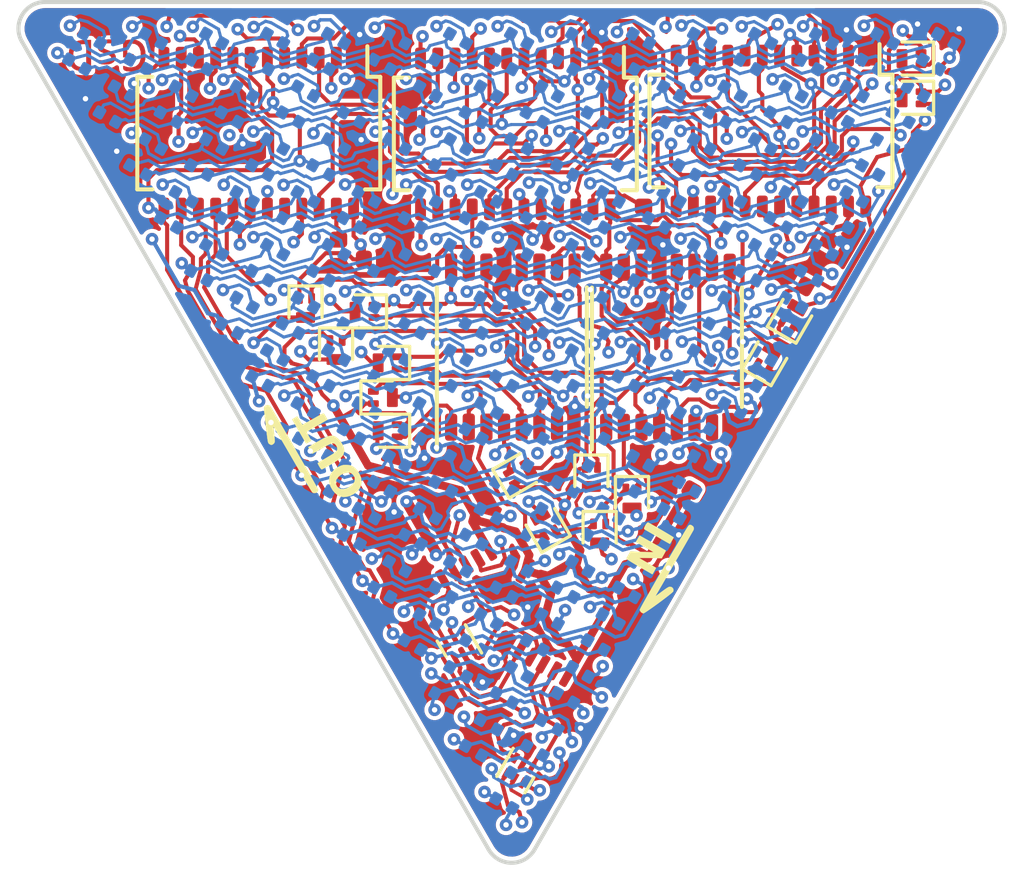
<source format=kicad_pcb>
(kicad_pcb (version 20171130) (host pcbnew "(5.1.12)-1")
  (layers (0 F.Cu signal) (1 In1.Cu signal) (2 In2.Cu signal) (31 B.Cu signal) (34 B.Paste user hide) (35 F.Paste user hide) (36 B.SilkS user hide) (37 F.SilkS user hide) (38 B.Mask user hide) (39 F.Mask user hide) (44 Edge.Cuts user))
  (net 0 "")
  (net 1 vcc)
  (net 2 gnd)
  (net 3 row_0)
  (net 4 row_1)
  (net 5 row_2)
  (net 6 srow_0)
  (net 7 srow_1)
  (net 8 srow_2)
  (net 9 row_3)
  (net 10 row_4)
  (net 11 row_5)
  (net 12 row_6)
  (net 13 row_7)
  (net 14 srow_3)
  (net 15 srow_4)
  (net 16 srow_5)
  (net 17 srow_6)
  (net 18 srow_7)
  (net 19 colr_0)
  (net 20 colb_0)
  (net 21 colg_0)
  (net 22 colg_1)
  (net 23 colb_1)
  (net 24 colr_1)
  (net 25 colr_2)
  (net 26 colb_2)
  (net 27 colg_2)
  (net 28 colg_3)
  (net 29 colb_3)
  (net 30 colr_3)
  (net 31 colr_4)
  (net 32 colb_4)
  (net 33 colg_4)
  (net 34 colg_5)
  (net 35 colb_5)
  (net 36 colr_5)
  (net 37 colr_6)
  (net 38 colb_6)
  (net 39 colg_6)
  (net 40 colg_7)
  (net 41 colb_7)
  (net 42 colr_7)
  (net 43 colr_8)
  (net 44 colb_8)
  (net 45 colg_8)
  (net 46 colg_9)
  (net 47 colb_9)
  (net 48 colr_9)
  (net 49 colr_10)
  (net 50 colb_10)
  (net 51 colg_10)
  (net 52 colr_11)
  (net 53 colb_11)
  (net 54 colg_11)
  (net 55 colr_12)
  (net 56 colb_12)
  (net 57 colg_12)
  (net 58 colg_13)
  (net 59 colb_13)
  (net 60 colr_13)
  (net 61 colg_14)
  (net 62 colb_14)
  (net 63 colr_14)
  (net 64 colr_15)
  (net 65 colb_15)
  (net 66 colg_15)
  (net 67 blank)
  (net 68 latch)
  (net 69 sclk)
  (net 70 dat)
  (net 71 sdo_U3)
  (net 72 sdo_U1>sdi_U2)
  (net 73 sdo_U2>sdi_U3)
  (net 74 dat_out)
  (net 75 row_8)
  (net 76 row_9)
  (net 77 row_10)
  (net 78 row_11)
  (net 79 row_12)
  (net 80 row_13)
  (net 81 row_14)
  (net 82 srow_8)
  (net 83 srow_9)
  (net 84 srow_10)
  (net 85 srow_11)
  (net 86 srow_12)
  (net 87 srow_13)
  (net 88 srow_14)
  (net 89 U1_r_ext)
  (net 90 U2_r_ext)
  (net 91 U3_r_ext)
  (net 92 sdo_U4>sdi_U5)
  (net 93 dat_i)
  (net 94 blank_i)
  (net 95 latch_i)
  (net 96 sclk_i)
  (module Package_TO_SOT_SMD:SOT-883 (layer F.Cu) (at 114.625 130.825 180)
    (fp_text reference Q2 hide)
    (fp_text value LP0404N3T5G hide)
    (pad 3 smd roundrect (at 0.35 0 180) (size 0.4 0.7) (layers F.Cu F.Paste F.Mask) (roundrect_rratio 0.125) (net 4 row_1))
    (pad 2 smd roundrect (at -0.35 0.225 180) (size 0.4 0.25) (layers F.Cu F.Paste F.Mask) (roundrect_rratio 0.2) (net 1 vcc))
    (pad 1 smd roundrect (at -0.35 -0.225 180) (size 0.4 0.25) (layers F.Cu F.Paste F.Mask) (roundrect_rratio 0.2) (net 7 srow_1))
  )
  (module Package_TO_SOT_SMD:SOT-883 (layer F.Cu) (at 119.5 132.375 30)
    (fp_text reference Q5 hide)
    (fp_text value LP0404N3T5G hide)
    (pad 3 smd roundrect (at 0.35 0 30) (size 0.4 0.7) (layers F.Cu F.Paste F.Mask) (roundrect_rratio 0.125) (net 10 row_4))
    (pad 2 smd roundrect (at -0.35 0.225 30) (size 0.4 0.25) (layers F.Cu F.Paste F.Mask) (roundrect_rratio 0.2) (net 1 vcc))
    (pad 1 smd roundrect (at -0.35 -0.225 30) (size 0.4 0.25) (layers F.Cu F.Paste F.Mask) (roundrect_rratio 0.2) (net 15 srow_4))
  )
  (module gkl_conn:5034800600 (layer F.Cu) (at 120.130795 139.296542 150)
    (fp_text reference J1 hide)
    (fp_text value input hide)
    (pad SH smd roundrect (at -2.04 2.65 150) (size 0.3 1) (layers F.Cu F.Paste F.Mask) (net 2 gnd))
    (pad SH smd roundrect (at 2.04 2.65 150) (size 0.3 1) (layers F.Cu F.Paste F.Mask) (net 1 vcc))
    (pad 1 smd roundrect (at -1.25 0 150) (size 0.3 0.7) (layers F.Cu F.Paste F.Mask) (net 1 vcc))
    (pad 2 smd roundrect (at -0.75 0 150) (size 0.3 0.7) (layers F.Cu F.Paste F.Mask) (net 93 dat_i))
    (pad 3 smd roundrect (at -0.25 0 150) (size 0.3 0.7) (layers F.Cu F.Paste F.Mask) (net 94 blank_i))
    (pad 4 smd roundrect (at 0.25 0 150) (size 0.3 0.7) (layers F.Cu F.Paste F.Mask) (net 95 latch_i))
    (pad 5 smd roundrect (at 0.75 0 150) (size 0.3 0.7) (layers F.Cu F.Paste F.Mask) (net 96 sclk_i))
    (pad 6 smd roundrect (at 1.25 0 150) (size 0.3 0.7) (layers F.Cu F.Paste F.Mask) (net 2 gnd))
  )
  (module gkl_led:led_rbag_1515 (layer B.Cu) (at 103.463583 116.845 240)
    (fp_text reference D1 hide)
    (fp_text value LED_ARGB hide)
    (pad 3 smd roundrect (at 0.55125 -0.34875 60) (size 0.443 0.406) (layers B.Cu B.Paste B.Mask) (roundrect_rratio 0.197) (net 21 colg_0))
    (pad 1 smd roundrect (at -0.55125 -0.34875 60) (size 0.443 0.406) (layers B.Cu B.Paste B.Mask) (roundrect_rratio 0.197) (net 3 row_0))
    (pad 4 smd roundrect (at 0.55125 0.34875 60) (size 0.443 0.406) (layers B.Cu B.Paste B.Mask) (roundrect_rratio 0.197) (net 19 colr_0))
    (pad 2 smd roundrect (at -0.55125 0.34875 60) (size 0.443 0.406) (layers B.Cu B.Paste B.Mask) (roundrect_rratio 0.197) (net 20 colb_0))
  )
  (module gkl_led:led_rbag_1515 (layer B.Cu) (at 124.811579 134.357186 240)
    (fp_text reference D90 hide)
    (fp_text value LED_ARGB hide)
    (pad 3 smd roundrect (at 0.55125 -0.34875 60) (size 0.443 0.406) (layers B.Cu B.Paste B.Mask) (roundrect_rratio 0.197) (net 46 colg_9))
    (pad 1 smd roundrect (at -0.55125 -0.34875 60) (size 0.443 0.406) (layers B.Cu B.Paste B.Mask) (roundrect_rratio 0.197) (net 11 row_5))
    (pad 4 smd roundrect (at 0.55125 0.34875 60) (size 0.443 0.406) (layers B.Cu B.Paste B.Mask) (roundrect_rratio 0.197) (net 48 colr_9))
    (pad 2 smd roundrect (at -0.55125 0.34875 60) (size 0.443 0.406) (layers B.Cu B.Paste B.Mask) (roundrect_rratio 0.197) (net 47 colb_9))
  )
  (module gkl_led:led_rbag_1515 (layer B.Cu) (at 105.710368 116.845453 240)
    (fp_text reference D17 hide)
    (fp_text value LED_ARGB hide)
    (pad 3 smd roundrect (at 0.55125 -0.34875 60) (size 0.443 0.406) (layers B.Cu B.Paste B.Mask) (roundrect_rratio 0.197) (net 21 colg_0))
    (pad 1 smd roundrect (at -0.55125 -0.34875 60) (size 0.443 0.406) (layers B.Cu B.Paste B.Mask) (roundrect_rratio 0.197) (net 4 row_1))
    (pad 4 smd roundrect (at 0.55125 0.34875 60) (size 0.443 0.406) (layers B.Cu B.Paste B.Mask) (roundrect_rratio 0.197) (net 19 colr_0))
    (pad 2 smd roundrect (at -0.55125 0.34875 60) (size 0.443 0.406) (layers B.Cu B.Paste B.Mask) (roundrect_rratio 0.197) (net 20 colb_0))
  )
  (module gkl_led:led_rbag_1515 (layer B.Cu) (at 104.587368 118.790547 240)
    (fp_text reference D2 hide)
    (fp_text value LED_ARGB hide)
    (pad 3 smd roundrect (at 0.55125 -0.34875 60) (size 0.443 0.406) (layers B.Cu B.Paste B.Mask) (roundrect_rratio 0.197) (net 22 colg_1))
    (pad 1 smd roundrect (at -0.55125 -0.34875 60) (size 0.443 0.406) (layers B.Cu B.Paste B.Mask) (roundrect_rratio 0.197) (net 3 row_0))
    (pad 4 smd roundrect (at 0.55125 0.34875 60) (size 0.443 0.406) (layers B.Cu B.Paste B.Mask) (roundrect_rratio 0.197) (net 24 colr_1))
    (pad 2 smd roundrect (at -0.55125 0.34875 60) (size 0.443 0.406) (layers B.Cu B.Paste B.Mask) (roundrect_rratio 0.197) (net 23 colb_1))
  )
  (module gkl_led:led_rbag_1515 (layer B.Cu) (at 105.711154 120.736093 240)
    (fp_text reference D3 hide)
    (fp_text value LED_ARGB hide)
    (pad 3 smd roundrect (at 0.55125 -0.34875 60) (size 0.443 0.406) (layers B.Cu B.Paste B.Mask) (roundrect_rratio 0.197) (net 27 colg_2))
    (pad 1 smd roundrect (at -0.55125 -0.34875 60) (size 0.443 0.406) (layers B.Cu B.Paste B.Mask) (roundrect_rratio 0.197) (net 3 row_0))
    (pad 4 smd roundrect (at 0.55125 0.34875 60) (size 0.443 0.406) (layers B.Cu B.Paste B.Mask) (roundrect_rratio 0.197) (net 25 colr_2))
    (pad 2 smd roundrect (at -0.55125 0.34875 60) (size 0.443 0.406) (layers B.Cu B.Paste B.Mask) (roundrect_rratio 0.197) (net 26 colb_2))
  )
  (module gkl_led:led_rbag_1515 (layer B.Cu) (at 106.834939 122.68164 240)
    (fp_text reference D4 hide)
    (fp_text value LED_ARGB hide)
    (pad 3 smd roundrect (at 0.55125 -0.34875 60) (size 0.443 0.406) (layers B.Cu B.Paste B.Mask) (roundrect_rratio 0.197) (net 28 colg_3))
    (pad 1 smd roundrect (at -0.55125 -0.34875 60) (size 0.443 0.406) (layers B.Cu B.Paste B.Mask) (roundrect_rratio 0.197) (net 3 row_0))
    (pad 4 smd roundrect (at 0.55125 0.34875 60) (size 0.443 0.406) (layers B.Cu B.Paste B.Mask) (roundrect_rratio 0.197) (net 30 colr_3))
    (pad 2 smd roundrect (at -0.55125 0.34875 60) (size 0.443 0.406) (layers B.Cu B.Paste B.Mask) (roundrect_rratio 0.197) (net 29 colb_3))
  )
  (module gkl_led:led_rbag_1515 (layer B.Cu) (at 107.958725 124.627186 240)
    (fp_text reference D5 hide)
    (fp_text value LED_ARGB hide)
    (pad 3 smd roundrect (at 0.55125 -0.34875 60) (size 0.443 0.406) (layers B.Cu B.Paste B.Mask) (roundrect_rratio 0.197) (net 33 colg_4))
    (pad 1 smd roundrect (at -0.55125 -0.34875 60) (size 0.443 0.406) (layers B.Cu B.Paste B.Mask) (roundrect_rratio 0.197) (net 3 row_0))
    (pad 4 smd roundrect (at 0.55125 0.34875 60) (size 0.443 0.406) (layers B.Cu B.Paste B.Mask) (roundrect_rratio 0.197) (net 31 colr_4))
    (pad 2 smd roundrect (at -0.55125 0.34875 60) (size 0.443 0.406) (layers B.Cu B.Paste B.Mask) (roundrect_rratio 0.197) (net 32 colb_4))
  )
  (module gkl_led:led_rbag_1515 (layer B.Cu) (at 109.08251 126.572733 240)
    (fp_text reference D6 hide)
    (fp_text value LED_ARGB hide)
    (pad 3 smd roundrect (at 0.55125 -0.34875 60) (size 0.443 0.406) (layers B.Cu B.Paste B.Mask) (roundrect_rratio 0.197) (net 34 colg_5))
    (pad 1 smd roundrect (at -0.55125 -0.34875 60) (size 0.443 0.406) (layers B.Cu B.Paste B.Mask) (roundrect_rratio 0.197) (net 3 row_0))
    (pad 4 smd roundrect (at 0.55125 0.34875 60) (size 0.443 0.406) (layers B.Cu B.Paste B.Mask) (roundrect_rratio 0.197) (net 36 colr_5))
    (pad 2 smd roundrect (at -0.55125 0.34875 60) (size 0.443 0.406) (layers B.Cu B.Paste B.Mask) (roundrect_rratio 0.197) (net 35 colb_5))
  )
  (module gkl_led:led_rbag_1515 (layer B.Cu) (at 110.206296 128.518279 240)
    (fp_text reference D7 hide)
    (fp_text value LED_ARGB hide)
    (pad 3 smd roundrect (at 0.55125 -0.34875 60) (size 0.443 0.406) (layers B.Cu B.Paste B.Mask) (roundrect_rratio 0.197) (net 39 colg_6))
    (pad 1 smd roundrect (at -0.55125 -0.34875 60) (size 0.443 0.406) (layers B.Cu B.Paste B.Mask) (roundrect_rratio 0.197) (net 3 row_0))
    (pad 4 smd roundrect (at 0.55125 0.34875 60) (size 0.443 0.406) (layers B.Cu B.Paste B.Mask) (roundrect_rratio 0.197) (net 37 colr_6))
    (pad 2 smd roundrect (at -0.55125 0.34875 60) (size 0.443 0.406) (layers B.Cu B.Paste B.Mask) (roundrect_rratio 0.197) (net 38 colb_6))
  )
  (module gkl_led:led_rbag_1515 (layer B.Cu) (at 111.330081 130.463826 240)
    (fp_text reference D8 hide)
    (fp_text value LED_ARGB hide)
    (pad 3 smd roundrect (at 0.55125 -0.34875 60) (size 0.443 0.406) (layers B.Cu B.Paste B.Mask) (roundrect_rratio 0.197) (net 40 colg_7))
    (pad 1 smd roundrect (at -0.55125 -0.34875 60) (size 0.443 0.406) (layers B.Cu B.Paste B.Mask) (roundrect_rratio 0.197) (net 3 row_0))
    (pad 4 smd roundrect (at 0.55125 0.34875 60) (size 0.443 0.406) (layers B.Cu B.Paste B.Mask) (roundrect_rratio 0.197) (net 42 colr_7))
    (pad 2 smd roundrect (at -0.55125 0.34875 60) (size 0.443 0.406) (layers B.Cu B.Paste B.Mask) (roundrect_rratio 0.197) (net 41 colb_7))
  )
  (module gkl_led:led_rbag_1515 (layer B.Cu) (at 112.453866 132.409372 240)
    (fp_text reference D9 hide)
    (fp_text value LED_ARGB hide)
    (pad 3 smd roundrect (at 0.55125 -0.34875 60) (size 0.443 0.406) (layers B.Cu B.Paste B.Mask) (roundrect_rratio 0.197) (net 45 colg_8))
    (pad 1 smd roundrect (at -0.55125 -0.34875 60) (size 0.443 0.406) (layers B.Cu B.Paste B.Mask) (roundrect_rratio 0.197) (net 3 row_0))
    (pad 4 smd roundrect (at 0.55125 0.34875 60) (size 0.443 0.406) (layers B.Cu B.Paste B.Mask) (roundrect_rratio 0.197) (net 43 colr_8))
    (pad 2 smd roundrect (at -0.55125 0.34875 60) (size 0.443 0.406) (layers B.Cu B.Paste B.Mask) (roundrect_rratio 0.197) (net 44 colb_8))
  )
  (module gkl_led:led_rbag_1515 (layer B.Cu) (at 113.577652 134.354919 240)
    (fp_text reference D10 hide)
    (fp_text value LED_ARGB hide)
    (pad 3 smd roundrect (at 0.55125 -0.34875 60) (size 0.443 0.406) (layers B.Cu B.Paste B.Mask) (roundrect_rratio 0.197) (net 46 colg_9))
    (pad 1 smd roundrect (at -0.55125 -0.34875 60) (size 0.443 0.406) (layers B.Cu B.Paste B.Mask) (roundrect_rratio 0.197) (net 3 row_0))
    (pad 4 smd roundrect (at 0.55125 0.34875 60) (size 0.443 0.406) (layers B.Cu B.Paste B.Mask) (roundrect_rratio 0.197) (net 48 colr_9))
    (pad 2 smd roundrect (at -0.55125 0.34875 60) (size 0.443 0.406) (layers B.Cu B.Paste B.Mask) (roundrect_rratio 0.197) (net 47 colb_9))
  )
  (module gkl_led:led_rbag_1515 (layer B.Cu) (at 114.701437 136.300465 240)
    (fp_text reference D11 hide)
    (fp_text value LED_ARGB hide)
    (pad 3 smd roundrect (at 0.55125 -0.34875 60) (size 0.443 0.406) (layers B.Cu B.Paste B.Mask) (roundrect_rratio 0.197) (net 51 colg_10))
    (pad 1 smd roundrect (at -0.55125 -0.34875 60) (size 0.443 0.406) (layers B.Cu B.Paste B.Mask) (roundrect_rratio 0.197) (net 3 row_0))
    (pad 4 smd roundrect (at 0.55125 0.34875 60) (size 0.443 0.406) (layers B.Cu B.Paste B.Mask) (roundrect_rratio 0.197) (net 49 colr_10))
    (pad 2 smd roundrect (at -0.55125 0.34875 60) (size 0.443 0.406) (layers B.Cu B.Paste B.Mask) (roundrect_rratio 0.197) (net 50 colb_10))
  )
  (module gkl_led:led_rbag_1515 (layer B.Cu) (at 115.825223 138.246012 240)
    (fp_text reference D12 hide)
    (fp_text value LED_ARGB hide)
    (pad 3 smd roundrect (at 0.55125 -0.34875 60) (size 0.443 0.406) (layers B.Cu B.Paste B.Mask) (roundrect_rratio 0.197) (net 54 colg_11))
    (pad 1 smd roundrect (at -0.55125 -0.34875 60) (size 0.443 0.406) (layers B.Cu B.Paste B.Mask) (roundrect_rratio 0.197) (net 3 row_0))
    (pad 4 smd roundrect (at 0.55125 0.34875 60) (size 0.443 0.406) (layers B.Cu B.Paste B.Mask) (roundrect_rratio 0.197) (net 52 colr_11))
    (pad 2 smd roundrect (at -0.55125 0.34875 60) (size 0.443 0.406) (layers B.Cu B.Paste B.Mask) (roundrect_rratio 0.197) (net 53 colb_11))
  )
  (module gkl_led:led_rbag_1515 (layer B.Cu) (at 116.949008 140.191558 240)
    (fp_text reference D13 hide)
    (fp_text value LED_ARGB hide)
    (pad 3 smd roundrect (at 0.55125 -0.34875 60) (size 0.443 0.406) (layers B.Cu B.Paste B.Mask) (roundrect_rratio 0.197) (net 57 colg_12))
    (pad 1 smd roundrect (at -0.55125 -0.34875 60) (size 0.443 0.406) (layers B.Cu B.Paste B.Mask) (roundrect_rratio 0.197) (net 3 row_0))
    (pad 4 smd roundrect (at 0.55125 0.34875 60) (size 0.443 0.406) (layers B.Cu B.Paste B.Mask) (roundrect_rratio 0.197) (net 55 colr_12))
    (pad 2 smd roundrect (at -0.55125 0.34875 60) (size 0.443 0.406) (layers B.Cu B.Paste B.Mask) (roundrect_rratio 0.197) (net 56 colb_12))
  )
  (module gkl_led:led_rbag_1515 (layer B.Cu) (at 118.072794 142.137105 240)
    (fp_text reference D14 hide)
    (fp_text value LED_ARGB hide)
    (pad 3 smd roundrect (at 0.55125 -0.34875 60) (size 0.443 0.406) (layers B.Cu B.Paste B.Mask) (roundrect_rratio 0.197) (net 58 colg_13))
    (pad 1 smd roundrect (at -0.55125 -0.34875 60) (size 0.443 0.406) (layers B.Cu B.Paste B.Mask) (roundrect_rratio 0.197) (net 3 row_0))
    (pad 4 smd roundrect (at 0.55125 0.34875 60) (size 0.443 0.406) (layers B.Cu B.Paste B.Mask) (roundrect_rratio 0.197) (net 60 colr_13))
    (pad 2 smd roundrect (at -0.55125 0.34875 60) (size 0.443 0.406) (layers B.Cu B.Paste B.Mask) (roundrect_rratio 0.197) (net 59 colb_13))
  )
  (module gkl_led:led_rbag_1515 (layer B.Cu) (at 119.196579 144.082651 240)
    (fp_text reference D15 hide)
    (fp_text value LED_ARGB hide)
    (pad 3 smd roundrect (at 0.55125 -0.34875 60) (size 0.443 0.406) (layers B.Cu B.Paste B.Mask) (roundrect_rratio 0.197) (net 61 colg_14))
    (pad 1 smd roundrect (at -0.55125 -0.34875 60) (size 0.443 0.406) (layers B.Cu B.Paste B.Mask) (roundrect_rratio 0.197) (net 3 row_0))
    (pad 4 smd roundrect (at 0.55125 0.34875 60) (size 0.443 0.406) (layers B.Cu B.Paste B.Mask) (roundrect_rratio 0.197) (net 63 colr_14))
    (pad 2 smd roundrect (at -0.55125 0.34875 60) (size 0.443 0.406) (layers B.Cu B.Paste B.Mask) (roundrect_rratio 0.197) (net 62 colb_14))
  )
  (module gkl_led:led_rbag_1515 (layer B.Cu) (at 106.834154 118.791 240)
    (fp_text reference D18 hide)
    (fp_text value LED_ARGB hide)
    (pad 3 smd roundrect (at 0.55125 -0.34875 60) (size 0.443 0.406) (layers B.Cu B.Paste B.Mask) (roundrect_rratio 0.197) (net 22 colg_1))
    (pad 1 smd roundrect (at -0.55125 -0.34875 60) (size 0.443 0.406) (layers B.Cu B.Paste B.Mask) (roundrect_rratio 0.197) (net 4 row_1))
    (pad 4 smd roundrect (at 0.55125 0.34875 60) (size 0.443 0.406) (layers B.Cu B.Paste B.Mask) (roundrect_rratio 0.197) (net 24 colr_1))
    (pad 2 smd roundrect (at -0.55125 0.34875 60) (size 0.443 0.406) (layers B.Cu B.Paste B.Mask) (roundrect_rratio 0.197) (net 23 colb_1))
  )
  (module gkl_led:led_rbag_1515 (layer B.Cu) (at 107.957939 120.736547 240)
    (fp_text reference D19 hide)
    (fp_text value LED_ARGB hide)
    (pad 3 smd roundrect (at 0.55125 -0.34875 60) (size 0.443 0.406) (layers B.Cu B.Paste B.Mask) (roundrect_rratio 0.197) (net 27 colg_2))
    (pad 1 smd roundrect (at -0.55125 -0.34875 60) (size 0.443 0.406) (layers B.Cu B.Paste B.Mask) (roundrect_rratio 0.197) (net 4 row_1))
    (pad 4 smd roundrect (at 0.55125 0.34875 60) (size 0.443 0.406) (layers B.Cu B.Paste B.Mask) (roundrect_rratio 0.197) (net 25 colr_2))
    (pad 2 smd roundrect (at -0.55125 0.34875 60) (size 0.443 0.406) (layers B.Cu B.Paste B.Mask) (roundrect_rratio 0.197) (net 26 colb_2))
  )
  (module gkl_led:led_rbag_1515 (layer B.Cu) (at 109.081725 122.682093 240)
    (fp_text reference D20 hide)
    (fp_text value LED_ARGB hide)
    (pad 3 smd roundrect (at 0.55125 -0.34875 60) (size 0.443 0.406) (layers B.Cu B.Paste B.Mask) (roundrect_rratio 0.197) (net 28 colg_3))
    (pad 1 smd roundrect (at -0.55125 -0.34875 60) (size 0.443 0.406) (layers B.Cu B.Paste B.Mask) (roundrect_rratio 0.197) (net 4 row_1))
    (pad 4 smd roundrect (at 0.55125 0.34875 60) (size 0.443 0.406) (layers B.Cu B.Paste B.Mask) (roundrect_rratio 0.197) (net 30 colr_3))
    (pad 2 smd roundrect (at -0.55125 0.34875 60) (size 0.443 0.406) (layers B.Cu B.Paste B.Mask) (roundrect_rratio 0.197) (net 29 colb_3))
  )
  (module gkl_led:led_rbag_1515 (layer B.Cu) (at 110.20551 124.62764 240)
    (fp_text reference D21 hide)
    (fp_text value LED_ARGB hide)
    (pad 3 smd roundrect (at 0.55125 -0.34875 60) (size 0.443 0.406) (layers B.Cu B.Paste B.Mask) (roundrect_rratio 0.197) (net 33 colg_4))
    (pad 1 smd roundrect (at -0.55125 -0.34875 60) (size 0.443 0.406) (layers B.Cu B.Paste B.Mask) (roundrect_rratio 0.197) (net 4 row_1))
    (pad 4 smd roundrect (at 0.55125 0.34875 60) (size 0.443 0.406) (layers B.Cu B.Paste B.Mask) (roundrect_rratio 0.197) (net 31 colr_4))
    (pad 2 smd roundrect (at -0.55125 0.34875 60) (size 0.443 0.406) (layers B.Cu B.Paste B.Mask) (roundrect_rratio 0.197) (net 32 colb_4))
  )
  (module gkl_led:led_rbag_1515 (layer B.Cu) (at 111.329296 126.573186 240)
    (fp_text reference D22 hide)
    (fp_text value LED_ARGB hide)
    (pad 3 smd roundrect (at 0.55125 -0.34875 60) (size 0.443 0.406) (layers B.Cu B.Paste B.Mask) (roundrect_rratio 0.197) (net 34 colg_5))
    (pad 1 smd roundrect (at -0.55125 -0.34875 60) (size 0.443 0.406) (layers B.Cu B.Paste B.Mask) (roundrect_rratio 0.197) (net 4 row_1))
    (pad 4 smd roundrect (at 0.55125 0.34875 60) (size 0.443 0.406) (layers B.Cu B.Paste B.Mask) (roundrect_rratio 0.197) (net 36 colr_5))
    (pad 2 smd roundrect (at -0.55125 0.34875 60) (size 0.443 0.406) (layers B.Cu B.Paste B.Mask) (roundrect_rratio 0.197) (net 35 colb_5))
  )
  (module gkl_led:led_rbag_1515 (layer B.Cu) (at 112.453081 128.518733 240)
    (fp_text reference D23 hide)
    (fp_text value LED_ARGB hide)
    (pad 3 smd roundrect (at 0.55125 -0.34875 60) (size 0.443 0.406) (layers B.Cu B.Paste B.Mask) (roundrect_rratio 0.197) (net 39 colg_6))
    (pad 1 smd roundrect (at -0.55125 -0.34875 60) (size 0.443 0.406) (layers B.Cu B.Paste B.Mask) (roundrect_rratio 0.197) (net 4 row_1))
    (pad 4 smd roundrect (at 0.55125 0.34875 60) (size 0.443 0.406) (layers B.Cu B.Paste B.Mask) (roundrect_rratio 0.197) (net 37 colr_6))
    (pad 2 smd roundrect (at -0.55125 0.34875 60) (size 0.443 0.406) (layers B.Cu B.Paste B.Mask) (roundrect_rratio 0.197) (net 38 colb_6))
  )
  (module gkl_led:led_rbag_1515 (layer B.Cu) (at 113.576866 130.464279 240)
    (fp_text reference D24 hide)
    (fp_text value LED_ARGB hide)
    (pad 3 smd roundrect (at 0.55125 -0.34875 60) (size 0.443 0.406) (layers B.Cu B.Paste B.Mask) (roundrect_rratio 0.197) (net 40 colg_7))
    (pad 1 smd roundrect (at -0.55125 -0.34875 60) (size 0.443 0.406) (layers B.Cu B.Paste B.Mask) (roundrect_rratio 0.197) (net 4 row_1))
    (pad 4 smd roundrect (at 0.55125 0.34875 60) (size 0.443 0.406) (layers B.Cu B.Paste B.Mask) (roundrect_rratio 0.197) (net 42 colr_7))
    (pad 2 smd roundrect (at -0.55125 0.34875 60) (size 0.443 0.406) (layers B.Cu B.Paste B.Mask) (roundrect_rratio 0.197) (net 41 colb_7))
  )
  (module gkl_led:led_rbag_1515 (layer B.Cu) (at 114.700652 132.409826 240)
    (fp_text reference D25 hide)
    (fp_text value LED_ARGB hide)
    (pad 3 smd roundrect (at 0.55125 -0.34875 60) (size 0.443 0.406) (layers B.Cu B.Paste B.Mask) (roundrect_rratio 0.197) (net 45 colg_8))
    (pad 1 smd roundrect (at -0.55125 -0.34875 60) (size 0.443 0.406) (layers B.Cu B.Paste B.Mask) (roundrect_rratio 0.197) (net 4 row_1))
    (pad 4 smd roundrect (at 0.55125 0.34875 60) (size 0.443 0.406) (layers B.Cu B.Paste B.Mask) (roundrect_rratio 0.197) (net 43 colr_8))
    (pad 2 smd roundrect (at -0.55125 0.34875 60) (size 0.443 0.406) (layers B.Cu B.Paste B.Mask) (roundrect_rratio 0.197) (net 44 colb_8))
  )
  (module gkl_led:led_rbag_1515 (layer B.Cu) (at 115.824437 134.355372 240)
    (fp_text reference D26 hide)
    (fp_text value LED_ARGB hide)
    (pad 3 smd roundrect (at 0.55125 -0.34875 60) (size 0.443 0.406) (layers B.Cu B.Paste B.Mask) (roundrect_rratio 0.197) (net 46 colg_9))
    (pad 1 smd roundrect (at -0.55125 -0.34875 60) (size 0.443 0.406) (layers B.Cu B.Paste B.Mask) (roundrect_rratio 0.197) (net 4 row_1))
    (pad 4 smd roundrect (at 0.55125 0.34875 60) (size 0.443 0.406) (layers B.Cu B.Paste B.Mask) (roundrect_rratio 0.197) (net 48 colr_9))
    (pad 2 smd roundrect (at -0.55125 0.34875 60) (size 0.443 0.406) (layers B.Cu B.Paste B.Mask) (roundrect_rratio 0.197) (net 47 colb_9))
  )
  (module gkl_led:led_rbag_1515 (layer B.Cu) (at 116.948223 136.300919 240)
    (fp_text reference D27 hide)
    (fp_text value LED_ARGB hide)
    (pad 3 smd roundrect (at 0.55125 -0.34875 60) (size 0.443 0.406) (layers B.Cu B.Paste B.Mask) (roundrect_rratio 0.197) (net 51 colg_10))
    (pad 1 smd roundrect (at -0.55125 -0.34875 60) (size 0.443 0.406) (layers B.Cu B.Paste B.Mask) (roundrect_rratio 0.197) (net 4 row_1))
    (pad 4 smd roundrect (at 0.55125 0.34875 60) (size 0.443 0.406) (layers B.Cu B.Paste B.Mask) (roundrect_rratio 0.197) (net 49 colr_10))
    (pad 2 smd roundrect (at -0.55125 0.34875 60) (size 0.443 0.406) (layers B.Cu B.Paste B.Mask) (roundrect_rratio 0.197) (net 50 colb_10))
  )
  (module gkl_led:led_rbag_1515 (layer B.Cu) (at 118.072008 138.246465 240)
    (fp_text reference D28 hide)
    (fp_text value LED_ARGB hide)
    (pad 3 smd roundrect (at 0.55125 -0.34875 60) (size 0.443 0.406) (layers B.Cu B.Paste B.Mask) (roundrect_rratio 0.197) (net 54 colg_11))
    (pad 1 smd roundrect (at -0.55125 -0.34875 60) (size 0.443 0.406) (layers B.Cu B.Paste B.Mask) (roundrect_rratio 0.197) (net 4 row_1))
    (pad 4 smd roundrect (at 0.55125 0.34875 60) (size 0.443 0.406) (layers B.Cu B.Paste B.Mask) (roundrect_rratio 0.197) (net 52 colr_11))
    (pad 2 smd roundrect (at -0.55125 0.34875 60) (size 0.443 0.406) (layers B.Cu B.Paste B.Mask) (roundrect_rratio 0.197) (net 53 colb_11))
  )
  (module gkl_led:led_rbag_1515 (layer B.Cu) (at 119.195794 140.192012 240)
    (fp_text reference D29 hide)
    (fp_text value LED_ARGB hide)
    (pad 3 smd roundrect (at 0.55125 -0.34875 60) (size 0.443 0.406) (layers B.Cu B.Paste B.Mask) (roundrect_rratio 0.197) (net 57 colg_12))
    (pad 1 smd roundrect (at -0.55125 -0.34875 60) (size 0.443 0.406) (layers B.Cu B.Paste B.Mask) (roundrect_rratio 0.197) (net 4 row_1))
    (pad 4 smd roundrect (at 0.55125 0.34875 60) (size 0.443 0.406) (layers B.Cu B.Paste B.Mask) (roundrect_rratio 0.197) (net 55 colr_12))
    (pad 2 smd roundrect (at -0.55125 0.34875 60) (size 0.443 0.406) (layers B.Cu B.Paste B.Mask) (roundrect_rratio 0.197) (net 56 colb_12))
  )
  (module gkl_led:led_rbag_1515 (layer B.Cu) (at 120.319579 142.137558 240)
    (fp_text reference D30 hide)
    (fp_text value LED_ARGB hide)
    (pad 3 smd roundrect (at 0.55125 -0.34875 60) (size 0.443 0.406) (layers B.Cu B.Paste B.Mask) (roundrect_rratio 0.197) (net 58 colg_13))
    (pad 1 smd roundrect (at -0.55125 -0.34875 60) (size 0.443 0.406) (layers B.Cu B.Paste B.Mask) (roundrect_rratio 0.197) (net 4 row_1))
    (pad 4 smd roundrect (at 0.55125 0.34875 60) (size 0.443 0.406) (layers B.Cu B.Paste B.Mask) (roundrect_rratio 0.197) (net 60 colr_13))
    (pad 2 smd roundrect (at -0.55125 0.34875 60) (size 0.443 0.406) (layers B.Cu B.Paste B.Mask) (roundrect_rratio 0.197) (net 59 colb_13))
  )
  (module gkl_led:led_rbag_1515 (layer B.Cu) (at 107.957154 116.845907 240)
    (fp_text reference D33 hide)
    (fp_text value LED_ARGB hide)
    (pad 3 smd roundrect (at 0.55125 -0.34875 60) (size 0.443 0.406) (layers B.Cu B.Paste B.Mask) (roundrect_rratio 0.197) (net 21 colg_0))
    (pad 1 smd roundrect (at -0.55125 -0.34875 60) (size 0.443 0.406) (layers B.Cu B.Paste B.Mask) (roundrect_rratio 0.197) (net 5 row_2))
    (pad 4 smd roundrect (at 0.55125 0.34875 60) (size 0.443 0.406) (layers B.Cu B.Paste B.Mask) (roundrect_rratio 0.197) (net 19 colr_0))
    (pad 2 smd roundrect (at -0.55125 0.34875 60) (size 0.443 0.406) (layers B.Cu B.Paste B.Mask) (roundrect_rratio 0.197) (net 20 colb_0))
  )
  (module gkl_led:led_rbag_1515 (layer B.Cu) (at 109.08094 118.791453 240)
    (fp_text reference D34 hide)
    (fp_text value LED_ARGB hide)
    (pad 3 smd roundrect (at 0.55125 -0.34875 60) (size 0.443 0.406) (layers B.Cu B.Paste B.Mask) (roundrect_rratio 0.197) (net 22 colg_1))
    (pad 1 smd roundrect (at -0.55125 -0.34875 60) (size 0.443 0.406) (layers B.Cu B.Paste B.Mask) (roundrect_rratio 0.197) (net 5 row_2))
    (pad 4 smd roundrect (at 0.55125 0.34875 60) (size 0.443 0.406) (layers B.Cu B.Paste B.Mask) (roundrect_rratio 0.197) (net 24 colr_1))
    (pad 2 smd roundrect (at -0.55125 0.34875 60) (size 0.443 0.406) (layers B.Cu B.Paste B.Mask) (roundrect_rratio 0.197) (net 23 colb_1))
  )
  (module gkl_led:led_rbag_1515 (layer B.Cu) (at 110.204725 120.737 240)
    (fp_text reference D35 hide)
    (fp_text value LED_ARGB hide)
    (pad 3 smd roundrect (at 0.55125 -0.34875 60) (size 0.443 0.406) (layers B.Cu B.Paste B.Mask) (roundrect_rratio 0.197) (net 27 colg_2))
    (pad 1 smd roundrect (at -0.55125 -0.34875 60) (size 0.443 0.406) (layers B.Cu B.Paste B.Mask) (roundrect_rratio 0.197) (net 5 row_2))
    (pad 4 smd roundrect (at 0.55125 0.34875 60) (size 0.443 0.406) (layers B.Cu B.Paste B.Mask) (roundrect_rratio 0.197) (net 25 colr_2))
    (pad 2 smd roundrect (at -0.55125 0.34875 60) (size 0.443 0.406) (layers B.Cu B.Paste B.Mask) (roundrect_rratio 0.197) (net 26 colb_2))
  )
  (module gkl_led:led_rbag_1515 (layer B.Cu) (at 111.32851 122.682547 240)
    (fp_text reference D36 hide)
    (fp_text value LED_ARGB hide)
    (pad 3 smd roundrect (at 0.55125 -0.34875 60) (size 0.443 0.406) (layers B.Cu B.Paste B.Mask) (roundrect_rratio 0.197) (net 28 colg_3))
    (pad 1 smd roundrect (at -0.55125 -0.34875 60) (size 0.443 0.406) (layers B.Cu B.Paste B.Mask) (roundrect_rratio 0.197) (net 5 row_2))
    (pad 4 smd roundrect (at 0.55125 0.34875 60) (size 0.443 0.406) (layers B.Cu B.Paste B.Mask) (roundrect_rratio 0.197) (net 30 colr_3))
    (pad 2 smd roundrect (at -0.55125 0.34875 60) (size 0.443 0.406) (layers B.Cu B.Paste B.Mask) (roundrect_rratio 0.197) (net 29 colb_3))
  )
  (module gkl_led:led_rbag_1515 (layer B.Cu) (at 112.452296 124.628093 240)
    (fp_text reference D37 hide)
    (fp_text value LED_ARGB hide)
    (pad 3 smd roundrect (at 0.55125 -0.34875 60) (size 0.443 0.406) (layers B.Cu B.Paste B.Mask) (roundrect_rratio 0.197) (net 33 colg_4))
    (pad 1 smd roundrect (at -0.55125 -0.34875 60) (size 0.443 0.406) (layers B.Cu B.Paste B.Mask) (roundrect_rratio 0.197) (net 5 row_2))
    (pad 4 smd roundrect (at 0.55125 0.34875 60) (size 0.443 0.406) (layers B.Cu B.Paste B.Mask) (roundrect_rratio 0.197) (net 31 colr_4))
    (pad 2 smd roundrect (at -0.55125 0.34875 60) (size 0.443 0.406) (layers B.Cu B.Paste B.Mask) (roundrect_rratio 0.197) (net 32 colb_4))
  )
  (module gkl_led:led_rbag_1515 (layer B.Cu) (at 113.576081 126.57364 240)
    (fp_text reference D38 hide)
    (fp_text value LED_ARGB hide)
    (pad 3 smd roundrect (at 0.55125 -0.34875 60) (size 0.443 0.406) (layers B.Cu B.Paste B.Mask) (roundrect_rratio 0.197) (net 34 colg_5))
    (pad 1 smd roundrect (at -0.55125 -0.34875 60) (size 0.443 0.406) (layers B.Cu B.Paste B.Mask) (roundrect_rratio 0.197) (net 5 row_2))
    (pad 4 smd roundrect (at 0.55125 0.34875 60) (size 0.443 0.406) (layers B.Cu B.Paste B.Mask) (roundrect_rratio 0.197) (net 36 colr_5))
    (pad 2 smd roundrect (at -0.55125 0.34875 60) (size 0.443 0.406) (layers B.Cu B.Paste B.Mask) (roundrect_rratio 0.197) (net 35 colb_5))
  )
  (module gkl_led:led_rbag_1515 (layer B.Cu) (at 114.699866 128.519186 240)
    (fp_text reference D39 hide)
    (fp_text value LED_ARGB hide)
    (pad 3 smd roundrect (at 0.55125 -0.34875 60) (size 0.443 0.406) (layers B.Cu B.Paste B.Mask) (roundrect_rratio 0.197) (net 39 colg_6))
    (pad 1 smd roundrect (at -0.55125 -0.34875 60) (size 0.443 0.406) (layers B.Cu B.Paste B.Mask) (roundrect_rratio 0.197) (net 5 row_2))
    (pad 4 smd roundrect (at 0.55125 0.34875 60) (size 0.443 0.406) (layers B.Cu B.Paste B.Mask) (roundrect_rratio 0.197) (net 37 colr_6))
    (pad 2 smd roundrect (at -0.55125 0.34875 60) (size 0.443 0.406) (layers B.Cu B.Paste B.Mask) (roundrect_rratio 0.197) (net 38 colb_6))
  )
  (module gkl_led:led_rbag_1515 (layer B.Cu) (at 115.823652 130.464733 240)
    (fp_text reference D40 hide)
    (fp_text value LED_ARGB hide)
    (pad 3 smd roundrect (at 0.55125 -0.34875 60) (size 0.443 0.406) (layers B.Cu B.Paste B.Mask) (roundrect_rratio 0.197) (net 40 colg_7))
    (pad 1 smd roundrect (at -0.55125 -0.34875 60) (size 0.443 0.406) (layers B.Cu B.Paste B.Mask) (roundrect_rratio 0.197) (net 5 row_2))
    (pad 4 smd roundrect (at 0.55125 0.34875 60) (size 0.443 0.406) (layers B.Cu B.Paste B.Mask) (roundrect_rratio 0.197) (net 42 colr_7))
    (pad 2 smd roundrect (at -0.55125 0.34875 60) (size 0.443 0.406) (layers B.Cu B.Paste B.Mask) (roundrect_rratio 0.197) (net 41 colb_7))
  )
  (module gkl_led:led_rbag_1515 (layer B.Cu) (at 116.947437 132.410279 240)
    (fp_text reference D41 hide)
    (fp_text value LED_ARGB hide)
    (pad 3 smd roundrect (at 0.55125 -0.34875 60) (size 0.443 0.406) (layers B.Cu B.Paste B.Mask) (roundrect_rratio 0.197) (net 45 colg_8))
    (pad 1 smd roundrect (at -0.55125 -0.34875 60) (size 0.443 0.406) (layers B.Cu B.Paste B.Mask) (roundrect_rratio 0.197) (net 5 row_2))
    (pad 4 smd roundrect (at 0.55125 0.34875 60) (size 0.443 0.406) (layers B.Cu B.Paste B.Mask) (roundrect_rratio 0.197) (net 43 colr_8))
    (pad 2 smd roundrect (at -0.55125 0.34875 60) (size 0.443 0.406) (layers B.Cu B.Paste B.Mask) (roundrect_rratio 0.197) (net 44 colb_8))
  )
  (module gkl_led:led_rbag_1515 (layer B.Cu) (at 118.071223 134.355826 240)
    (fp_text reference D42 hide)
    (fp_text value LED_ARGB hide)
    (pad 3 smd roundrect (at 0.55125 -0.34875 60) (size 0.443 0.406) (layers B.Cu B.Paste B.Mask) (roundrect_rratio 0.197) (net 46 colg_9))
    (pad 1 smd roundrect (at -0.55125 -0.34875 60) (size 0.443 0.406) (layers B.Cu B.Paste B.Mask) (roundrect_rratio 0.197) (net 5 row_2))
    (pad 4 smd roundrect (at 0.55125 0.34875 60) (size 0.443 0.406) (layers B.Cu B.Paste B.Mask) (roundrect_rratio 0.197) (net 48 colr_9))
    (pad 2 smd roundrect (at -0.55125 0.34875 60) (size 0.443 0.406) (layers B.Cu B.Paste B.Mask) (roundrect_rratio 0.197) (net 47 colb_9))
  )
  (module gkl_led:led_rbag_1515 (layer B.Cu) (at 119.195008 136.301372 240)
    (fp_text reference D43 hide)
    (fp_text value LED_ARGB hide)
    (pad 3 smd roundrect (at 0.55125 -0.34875 60) (size 0.443 0.406) (layers B.Cu B.Paste B.Mask) (roundrect_rratio 0.197) (net 51 colg_10))
    (pad 1 smd roundrect (at -0.55125 -0.34875 60) (size 0.443 0.406) (layers B.Cu B.Paste B.Mask) (roundrect_rratio 0.197) (net 5 row_2))
    (pad 4 smd roundrect (at 0.55125 0.34875 60) (size 0.443 0.406) (layers B.Cu B.Paste B.Mask) (roundrect_rratio 0.197) (net 49 colr_10))
    (pad 2 smd roundrect (at -0.55125 0.34875 60) (size 0.443 0.406) (layers B.Cu B.Paste B.Mask) (roundrect_rratio 0.197) (net 50 colb_10))
  )
  (module gkl_led:led_rbag_1515 (layer B.Cu) (at 120.318794 138.246919 240)
    (fp_text reference D44 hide)
    (fp_text value LED_ARGB hide)
    (pad 3 smd roundrect (at 0.55125 -0.34875 60) (size 0.443 0.406) (layers B.Cu B.Paste B.Mask) (roundrect_rratio 0.197) (net 54 colg_11))
    (pad 1 smd roundrect (at -0.55125 -0.34875 60) (size 0.443 0.406) (layers B.Cu B.Paste B.Mask) (roundrect_rratio 0.197) (net 5 row_2))
    (pad 4 smd roundrect (at 0.55125 0.34875 60) (size 0.443 0.406) (layers B.Cu B.Paste B.Mask) (roundrect_rratio 0.197) (net 52 colr_11))
    (pad 2 smd roundrect (at -0.55125 0.34875 60) (size 0.443 0.406) (layers B.Cu B.Paste B.Mask) (roundrect_rratio 0.197) (net 53 colb_11))
  )
  (module gkl_led:led_rbag_1515 (layer B.Cu) (at 121.442579 140.192465 240)
    (fp_text reference D45 hide)
    (fp_text value LED_ARGB hide)
    (pad 3 smd roundrect (at 0.55125 -0.34875 60) (size 0.443 0.406) (layers B.Cu B.Paste B.Mask) (roundrect_rratio 0.197) (net 57 colg_12))
    (pad 1 smd roundrect (at -0.55125 -0.34875 60) (size 0.443 0.406) (layers B.Cu B.Paste B.Mask) (roundrect_rratio 0.197) (net 5 row_2))
    (pad 4 smd roundrect (at 0.55125 0.34875 60) (size 0.443 0.406) (layers B.Cu B.Paste B.Mask) (roundrect_rratio 0.197) (net 55 colr_12))
    (pad 2 smd roundrect (at -0.55125 0.34875 60) (size 0.443 0.406) (layers B.Cu B.Paste B.Mask) (roundrect_rratio 0.197) (net 56 colb_12))
  )
  (module gkl_led:led_rbag_1515 (layer B.Cu) (at 110.203939 116.84636 240)
    (fp_text reference D49 hide)
    (fp_text value LED_ARGB hide)
    (pad 3 smd roundrect (at 0.55125 -0.34875 60) (size 0.443 0.406) (layers B.Cu B.Paste B.Mask) (roundrect_rratio 0.197) (net 21 colg_0))
    (pad 1 smd roundrect (at -0.55125 -0.34875 60) (size 0.443 0.406) (layers B.Cu B.Paste B.Mask) (roundrect_rratio 0.197) (net 9 row_3))
    (pad 4 smd roundrect (at 0.55125 0.34875 60) (size 0.443 0.406) (layers B.Cu B.Paste B.Mask) (roundrect_rratio 0.197) (net 19 colr_0))
    (pad 2 smd roundrect (at -0.55125 0.34875 60) (size 0.443 0.406) (layers B.Cu B.Paste B.Mask) (roundrect_rratio 0.197) (net 20 colb_0))
  )
  (module gkl_led:led_rbag_1515 (layer B.Cu) (at 111.327725 118.791907 240)
    (fp_text reference D50 hide)
    (fp_text value LED_ARGB hide)
    (pad 3 smd roundrect (at 0.55125 -0.34875 60) (size 0.443 0.406) (layers B.Cu B.Paste B.Mask) (roundrect_rratio 0.197) (net 22 colg_1))
    (pad 1 smd roundrect (at -0.55125 -0.34875 60) (size 0.443 0.406) (layers B.Cu B.Paste B.Mask) (roundrect_rratio 0.197) (net 9 row_3))
    (pad 4 smd roundrect (at 0.55125 0.34875 60) (size 0.443 0.406) (layers B.Cu B.Paste B.Mask) (roundrect_rratio 0.197) (net 24 colr_1))
    (pad 2 smd roundrect (at -0.55125 0.34875 60) (size 0.443 0.406) (layers B.Cu B.Paste B.Mask) (roundrect_rratio 0.197) (net 23 colb_1))
  )
  (module gkl_led:led_rbag_1515 (layer B.Cu) (at 112.45151 120.737453 240)
    (fp_text reference D51 hide)
    (fp_text value LED_ARGB hide)
    (pad 3 smd roundrect (at 0.55125 -0.34875 60) (size 0.443 0.406) (layers B.Cu B.Paste B.Mask) (roundrect_rratio 0.197) (net 27 colg_2))
    (pad 1 smd roundrect (at -0.55125 -0.34875 60) (size 0.443 0.406) (layers B.Cu B.Paste B.Mask) (roundrect_rratio 0.197) (net 9 row_3))
    (pad 4 smd roundrect (at 0.55125 0.34875 60) (size 0.443 0.406) (layers B.Cu B.Paste B.Mask) (roundrect_rratio 0.197) (net 25 colr_2))
    (pad 2 smd roundrect (at -0.55125 0.34875 60) (size 0.443 0.406) (layers B.Cu B.Paste B.Mask) (roundrect_rratio 0.197) (net 26 colb_2))
  )
  (module gkl_led:led_rbag_1515 (layer B.Cu) (at 113.575296 122.683 240)
    (fp_text reference D52 hide)
    (fp_text value LED_ARGB hide)
    (pad 3 smd roundrect (at 0.55125 -0.34875 60) (size 0.443 0.406) (layers B.Cu B.Paste B.Mask) (roundrect_rratio 0.197) (net 28 colg_3))
    (pad 1 smd roundrect (at -0.55125 -0.34875 60) (size 0.443 0.406) (layers B.Cu B.Paste B.Mask) (roundrect_rratio 0.197) (net 9 row_3))
    (pad 4 smd roundrect (at 0.55125 0.34875 60) (size 0.443 0.406) (layers B.Cu B.Paste B.Mask) (roundrect_rratio 0.197) (net 30 colr_3))
    (pad 2 smd roundrect (at -0.55125 0.34875 60) (size 0.443 0.406) (layers B.Cu B.Paste B.Mask) (roundrect_rratio 0.197) (net 29 colb_3))
  )
  (module gkl_led:led_rbag_1515 (layer B.Cu) (at 114.699081 124.628547 240)
    (fp_text reference D53 hide)
    (fp_text value LED_ARGB hide)
    (pad 3 smd roundrect (at 0.55125 -0.34875 60) (size 0.443 0.406) (layers B.Cu B.Paste B.Mask) (roundrect_rratio 0.197) (net 33 colg_4))
    (pad 1 smd roundrect (at -0.55125 -0.34875 60) (size 0.443 0.406) (layers B.Cu B.Paste B.Mask) (roundrect_rratio 0.197) (net 9 row_3))
    (pad 4 smd roundrect (at 0.55125 0.34875 60) (size 0.443 0.406) (layers B.Cu B.Paste B.Mask) (roundrect_rratio 0.197) (net 31 colr_4))
    (pad 2 smd roundrect (at -0.55125 0.34875 60) (size 0.443 0.406) (layers B.Cu B.Paste B.Mask) (roundrect_rratio 0.197) (net 32 colb_4))
  )
  (module gkl_led:led_rbag_1515 (layer B.Cu) (at 115.822866 126.574093 240)
    (fp_text reference D54 hide)
    (fp_text value LED_ARGB hide)
    (pad 3 smd roundrect (at 0.55125 -0.34875 60) (size 0.443 0.406) (layers B.Cu B.Paste B.Mask) (roundrect_rratio 0.197) (net 34 colg_5))
    (pad 1 smd roundrect (at -0.55125 -0.34875 60) (size 0.443 0.406) (layers B.Cu B.Paste B.Mask) (roundrect_rratio 0.197) (net 9 row_3))
    (pad 4 smd roundrect (at 0.55125 0.34875 60) (size 0.443 0.406) (layers B.Cu B.Paste B.Mask) (roundrect_rratio 0.197) (net 36 colr_5))
    (pad 2 smd roundrect (at -0.55125 0.34875 60) (size 0.443 0.406) (layers B.Cu B.Paste B.Mask) (roundrect_rratio 0.197) (net 35 colb_5))
  )
  (module gkl_led:led_rbag_1515 (layer B.Cu) (at 116.946652 128.51964 240)
    (fp_text reference D55 hide)
    (fp_text value LED_ARGB hide)
    (pad 3 smd roundrect (at 0.55125 -0.34875 60) (size 0.443 0.406) (layers B.Cu B.Paste B.Mask) (roundrect_rratio 0.197) (net 39 colg_6))
    (pad 1 smd roundrect (at -0.55125 -0.34875 60) (size 0.443 0.406) (layers B.Cu B.Paste B.Mask) (roundrect_rratio 0.197) (net 9 row_3))
    (pad 4 smd roundrect (at 0.55125 0.34875 60) (size 0.443 0.406) (layers B.Cu B.Paste B.Mask) (roundrect_rratio 0.197) (net 37 colr_6))
    (pad 2 smd roundrect (at -0.55125 0.34875 60) (size 0.443 0.406) (layers B.Cu B.Paste B.Mask) (roundrect_rratio 0.197) (net 38 colb_6))
  )
  (module gkl_led:led_rbag_1515 (layer B.Cu) (at 118.070437 130.465186 240)
    (fp_text reference D56 hide)
    (fp_text value LED_ARGB hide)
    (pad 3 smd roundrect (at 0.55125 -0.34875 60) (size 0.443 0.406) (layers B.Cu B.Paste B.Mask) (roundrect_rratio 0.197) (net 40 colg_7))
    (pad 1 smd roundrect (at -0.55125 -0.34875 60) (size 0.443 0.406) (layers B.Cu B.Paste B.Mask) (roundrect_rratio 0.197) (net 9 row_3))
    (pad 4 smd roundrect (at 0.55125 0.34875 60) (size 0.443 0.406) (layers B.Cu B.Paste B.Mask) (roundrect_rratio 0.197) (net 42 colr_7))
    (pad 2 smd roundrect (at -0.55125 0.34875 60) (size 0.443 0.406) (layers B.Cu B.Paste B.Mask) (roundrect_rratio 0.197) (net 41 colb_7))
  )
  (module gkl_led:led_rbag_1515 (layer B.Cu) (at 119.194223 132.410733 240)
    (fp_text reference D57 hide)
    (fp_text value LED_ARGB hide)
    (pad 3 smd roundrect (at 0.55125 -0.34875 60) (size 0.443 0.406) (layers B.Cu B.Paste B.Mask) (roundrect_rratio 0.197) (net 45 colg_8))
    (pad 1 smd roundrect (at -0.55125 -0.34875 60) (size 0.443 0.406) (layers B.Cu B.Paste B.Mask) (roundrect_rratio 0.197) (net 9 row_3))
    (pad 4 smd roundrect (at 0.55125 0.34875 60) (size 0.443 0.406) (layers B.Cu B.Paste B.Mask) (roundrect_rratio 0.197) (net 43 colr_8))
    (pad 2 smd roundrect (at -0.55125 0.34875 60) (size 0.443 0.406) (layers B.Cu B.Paste B.Mask) (roundrect_rratio 0.197) (net 44 colb_8))
  )
  (module gkl_led:led_rbag_1515 (layer B.Cu) (at 120.318008 134.356279 240)
    (fp_text reference D58 hide)
    (fp_text value LED_ARGB hide)
    (pad 3 smd roundrect (at 0.55125 -0.34875 60) (size 0.443 0.406) (layers B.Cu B.Paste B.Mask) (roundrect_rratio 0.197) (net 46 colg_9))
    (pad 1 smd roundrect (at -0.55125 -0.34875 60) (size 0.443 0.406) (layers B.Cu B.Paste B.Mask) (roundrect_rratio 0.197) (net 9 row_3))
    (pad 4 smd roundrect (at 0.55125 0.34875 60) (size 0.443 0.406) (layers B.Cu B.Paste B.Mask) (roundrect_rratio 0.197) (net 48 colr_9))
    (pad 2 smd roundrect (at -0.55125 0.34875 60) (size 0.443 0.406) (layers B.Cu B.Paste B.Mask) (roundrect_rratio 0.197) (net 47 colb_9))
  )
  (module gkl_led:led_rbag_1515 (layer B.Cu) (at 121.441794 136.301826 240)
    (fp_text reference D59 hide)
    (fp_text value LED_ARGB hide)
    (pad 3 smd roundrect (at 0.55125 -0.34875 60) (size 0.443 0.406) (layers B.Cu B.Paste B.Mask) (roundrect_rratio 0.197) (net 51 colg_10))
    (pad 1 smd roundrect (at -0.55125 -0.34875 60) (size 0.443 0.406) (layers B.Cu B.Paste B.Mask) (roundrect_rratio 0.197) (net 9 row_3))
    (pad 4 smd roundrect (at 0.55125 0.34875 60) (size 0.443 0.406) (layers B.Cu B.Paste B.Mask) (roundrect_rratio 0.197) (net 49 colr_10))
    (pad 2 smd roundrect (at -0.55125 0.34875 60) (size 0.443 0.406) (layers B.Cu B.Paste B.Mask) (roundrect_rratio 0.197) (net 50 colb_10))
  )
  (module gkl_led:led_rbag_1515 (layer B.Cu) (at 122.565579 138.247372 240)
    (fp_text reference D60 hide)
    (fp_text value LED_ARGB hide)
    (pad 3 smd roundrect (at 0.55125 -0.34875 60) (size 0.443 0.406) (layers B.Cu B.Paste B.Mask) (roundrect_rratio 0.197) (net 54 colg_11))
    (pad 1 smd roundrect (at -0.55125 -0.34875 60) (size 0.443 0.406) (layers B.Cu B.Paste B.Mask) (roundrect_rratio 0.197) (net 9 row_3))
    (pad 4 smd roundrect (at 0.55125 0.34875 60) (size 0.443 0.406) (layers B.Cu B.Paste B.Mask) (roundrect_rratio 0.197) (net 52 colr_11))
    (pad 2 smd roundrect (at -0.55125 0.34875 60) (size 0.443 0.406) (layers B.Cu B.Paste B.Mask) (roundrect_rratio 0.197) (net 53 colb_11))
  )
  (module gkl_led:led_rbag_1515 (layer B.Cu) (at 112.450725 116.846814 240)
    (fp_text reference D65 hide)
    (fp_text value LED_ARGB hide)
    (pad 3 smd roundrect (at 0.55125 -0.34875 60) (size 0.443 0.406) (layers B.Cu B.Paste B.Mask) (roundrect_rratio 0.197) (net 21 colg_0))
    (pad 1 smd roundrect (at -0.55125 -0.34875 60) (size 0.443 0.406) (layers B.Cu B.Paste B.Mask) (roundrect_rratio 0.197) (net 10 row_4))
    (pad 4 smd roundrect (at 0.55125 0.34875 60) (size 0.443 0.406) (layers B.Cu B.Paste B.Mask) (roundrect_rratio 0.197) (net 19 colr_0))
    (pad 2 smd roundrect (at -0.55125 0.34875 60) (size 0.443 0.406) (layers B.Cu B.Paste B.Mask) (roundrect_rratio 0.197) (net 20 colb_0))
  )
  (module gkl_led:led_rbag_1515 (layer B.Cu) (at 113.57451 118.79236 240)
    (fp_text reference D66 hide)
    (fp_text value LED_ARGB hide)
    (pad 3 smd roundrect (at 0.55125 -0.34875 60) (size 0.443 0.406) (layers B.Cu B.Paste B.Mask) (roundrect_rratio 0.197) (net 22 colg_1))
    (pad 1 smd roundrect (at -0.55125 -0.34875 60) (size 0.443 0.406) (layers B.Cu B.Paste B.Mask) (roundrect_rratio 0.197) (net 10 row_4))
    (pad 4 smd roundrect (at 0.55125 0.34875 60) (size 0.443 0.406) (layers B.Cu B.Paste B.Mask) (roundrect_rratio 0.197) (net 24 colr_1))
    (pad 2 smd roundrect (at -0.55125 0.34875 60) (size 0.443 0.406) (layers B.Cu B.Paste B.Mask) (roundrect_rratio 0.197) (net 23 colb_1))
  )
  (module gkl_led:led_rbag_1515 (layer B.Cu) (at 114.698296 120.737907 240)
    (fp_text reference D67 hide)
    (fp_text value LED_ARGB hide)
    (pad 3 smd roundrect (at 0.55125 -0.34875 60) (size 0.443 0.406) (layers B.Cu B.Paste B.Mask) (roundrect_rratio 0.197) (net 27 colg_2))
    (pad 1 smd roundrect (at -0.55125 -0.34875 60) (size 0.443 0.406) (layers B.Cu B.Paste B.Mask) (roundrect_rratio 0.197) (net 10 row_4))
    (pad 4 smd roundrect (at 0.55125 0.34875 60) (size 0.443 0.406) (layers B.Cu B.Paste B.Mask) (roundrect_rratio 0.197) (net 25 colr_2))
    (pad 2 smd roundrect (at -0.55125 0.34875 60) (size 0.443 0.406) (layers B.Cu B.Paste B.Mask) (roundrect_rratio 0.197) (net 26 colb_2))
  )
  (module gkl_led:led_rbag_1515 (layer B.Cu) (at 115.822081 122.683453 240)
    (fp_text reference D68 hide)
    (fp_text value LED_ARGB hide)
    (pad 3 smd roundrect (at 0.55125 -0.34875 60) (size 0.443 0.406) (layers B.Cu B.Paste B.Mask) (roundrect_rratio 0.197) (net 28 colg_3))
    (pad 1 smd roundrect (at -0.55125 -0.34875 60) (size 0.443 0.406) (layers B.Cu B.Paste B.Mask) (roundrect_rratio 0.197) (net 10 row_4))
    (pad 4 smd roundrect (at 0.55125 0.34875 60) (size 0.443 0.406) (layers B.Cu B.Paste B.Mask) (roundrect_rratio 0.197) (net 30 colr_3))
    (pad 2 smd roundrect (at -0.55125 0.34875 60) (size 0.443 0.406) (layers B.Cu B.Paste B.Mask) (roundrect_rratio 0.197) (net 29 colb_3))
  )
  (module gkl_led:led_rbag_1515 (layer B.Cu) (at 116.945866 124.629 240)
    (fp_text reference D69 hide)
    (fp_text value LED_ARGB hide)
    (pad 3 smd roundrect (at 0.55125 -0.34875 60) (size 0.443 0.406) (layers B.Cu B.Paste B.Mask) (roundrect_rratio 0.197) (net 33 colg_4))
    (pad 1 smd roundrect (at -0.55125 -0.34875 60) (size 0.443 0.406) (layers B.Cu B.Paste B.Mask) (roundrect_rratio 0.197) (net 10 row_4))
    (pad 4 smd roundrect (at 0.55125 0.34875 60) (size 0.443 0.406) (layers B.Cu B.Paste B.Mask) (roundrect_rratio 0.197) (net 31 colr_4))
    (pad 2 smd roundrect (at -0.55125 0.34875 60) (size 0.443 0.406) (layers B.Cu B.Paste B.Mask) (roundrect_rratio 0.197) (net 32 colb_4))
  )
  (module gkl_led:led_rbag_1515 (layer B.Cu) (at 118.069652 126.574547 240)
    (fp_text reference D70 hide)
    (fp_text value LED_ARGB hide)
    (pad 3 smd roundrect (at 0.55125 -0.34875 60) (size 0.443 0.406) (layers B.Cu B.Paste B.Mask) (roundrect_rratio 0.197) (net 34 colg_5))
    (pad 1 smd roundrect (at -0.55125 -0.34875 60) (size 0.443 0.406) (layers B.Cu B.Paste B.Mask) (roundrect_rratio 0.197) (net 10 row_4))
    (pad 4 smd roundrect (at 0.55125 0.34875 60) (size 0.443 0.406) (layers B.Cu B.Paste B.Mask) (roundrect_rratio 0.197) (net 36 colr_5))
    (pad 2 smd roundrect (at -0.55125 0.34875 60) (size 0.443 0.406) (layers B.Cu B.Paste B.Mask) (roundrect_rratio 0.197) (net 35 colb_5))
  )
  (module gkl_led:led_rbag_1515 (layer B.Cu) (at 119.193437 128.520093 240)
    (fp_text reference D71 hide)
    (fp_text value LED_ARGB hide)
    (pad 3 smd roundrect (at 0.55125 -0.34875 60) (size 0.443 0.406) (layers B.Cu B.Paste B.Mask) (roundrect_rratio 0.197) (net 39 colg_6))
    (pad 1 smd roundrect (at -0.55125 -0.34875 60) (size 0.443 0.406) (layers B.Cu B.Paste B.Mask) (roundrect_rratio 0.197) (net 10 row_4))
    (pad 4 smd roundrect (at 0.55125 0.34875 60) (size 0.443 0.406) (layers B.Cu B.Paste B.Mask) (roundrect_rratio 0.197) (net 37 colr_6))
    (pad 2 smd roundrect (at -0.55125 0.34875 60) (size 0.443 0.406) (layers B.Cu B.Paste B.Mask) (roundrect_rratio 0.197) (net 38 colb_6))
  )
  (module gkl_led:led_rbag_1515 (layer B.Cu) (at 120.317223 130.46564 240)
    (fp_text reference D72 hide)
    (fp_text value LED_ARGB hide)
    (pad 3 smd roundrect (at 0.55125 -0.34875 60) (size 0.443 0.406) (layers B.Cu B.Paste B.Mask) (roundrect_rratio 0.197) (net 40 colg_7))
    (pad 1 smd roundrect (at -0.55125 -0.34875 60) (size 0.443 0.406) (layers B.Cu B.Paste B.Mask) (roundrect_rratio 0.197) (net 10 row_4))
    (pad 4 smd roundrect (at 0.55125 0.34875 60) (size 0.443 0.406) (layers B.Cu B.Paste B.Mask) (roundrect_rratio 0.197) (net 42 colr_7))
    (pad 2 smd roundrect (at -0.55125 0.34875 60) (size 0.443 0.406) (layers B.Cu B.Paste B.Mask) (roundrect_rratio 0.197) (net 41 colb_7))
  )
  (module gkl_led:led_rbag_1515 (layer B.Cu) (at 121.441008 132.411186 240)
    (fp_text reference D73 hide)
    (fp_text value LED_ARGB hide)
    (pad 3 smd roundrect (at 0.55125 -0.34875 60) (size 0.443 0.406) (layers B.Cu B.Paste B.Mask) (roundrect_rratio 0.197) (net 45 colg_8))
    (pad 1 smd roundrect (at -0.55125 -0.34875 60) (size 0.443 0.406) (layers B.Cu B.Paste B.Mask) (roundrect_rratio 0.197) (net 10 row_4))
    (pad 4 smd roundrect (at 0.55125 0.34875 60) (size 0.443 0.406) (layers B.Cu B.Paste B.Mask) (roundrect_rratio 0.197) (net 43 colr_8))
    (pad 2 smd roundrect (at -0.55125 0.34875 60) (size 0.443 0.406) (layers B.Cu B.Paste B.Mask) (roundrect_rratio 0.197) (net 44 colb_8))
  )
  (module gkl_led:led_rbag_1515 (layer B.Cu) (at 122.564794 134.356733 240)
    (fp_text reference D74 hide)
    (fp_text value LED_ARGB hide)
    (pad 3 smd roundrect (at 0.55125 -0.34875 60) (size 0.443 0.406) (layers B.Cu B.Paste B.Mask) (roundrect_rratio 0.197) (net 46 colg_9))
    (pad 1 smd roundrect (at -0.55125 -0.34875 60) (size 0.443 0.406) (layers B.Cu B.Paste B.Mask) (roundrect_rratio 0.197) (net 10 row_4))
    (pad 4 smd roundrect (at 0.55125 0.34875 60) (size 0.443 0.406) (layers B.Cu B.Paste B.Mask) (roundrect_rratio 0.197) (net 48 colr_9))
    (pad 2 smd roundrect (at -0.55125 0.34875 60) (size 0.443 0.406) (layers B.Cu B.Paste B.Mask) (roundrect_rratio 0.197) (net 47 colb_9))
  )
  (module gkl_led:led_rbag_1515 (layer B.Cu) (at 123.688579 136.302279 240)
    (fp_text reference D75 hide)
    (fp_text value LED_ARGB hide)
    (pad 3 smd roundrect (at 0.55125 -0.34875 60) (size 0.443 0.406) (layers B.Cu B.Paste B.Mask) (roundrect_rratio 0.197) (net 51 colg_10))
    (pad 1 smd roundrect (at -0.55125 -0.34875 60) (size 0.443 0.406) (layers B.Cu B.Paste B.Mask) (roundrect_rratio 0.197) (net 10 row_4))
    (pad 4 smd roundrect (at 0.55125 0.34875 60) (size 0.443 0.406) (layers B.Cu B.Paste B.Mask) (roundrect_rratio 0.197) (net 49 colr_10))
    (pad 2 smd roundrect (at -0.55125 0.34875 60) (size 0.443 0.406) (layers B.Cu B.Paste B.Mask) (roundrect_rratio 0.197) (net 50 colb_10))
  )
  (module gkl_led:led_rbag_1515 (layer B.Cu) (at 114.69751 116.847267 240)
    (fp_text reference D81 hide)
    (fp_text value LED_ARGB hide)
    (pad 3 smd roundrect (at 0.55125 -0.34875 60) (size 0.443 0.406) (layers B.Cu B.Paste B.Mask) (roundrect_rratio 0.197) (net 21 colg_0))
    (pad 1 smd roundrect (at -0.55125 -0.34875 60) (size 0.443 0.406) (layers B.Cu B.Paste B.Mask) (roundrect_rratio 0.197) (net 11 row_5))
    (pad 4 smd roundrect (at 0.55125 0.34875 60) (size 0.443 0.406) (layers B.Cu B.Paste B.Mask) (roundrect_rratio 0.197) (net 19 colr_0))
    (pad 2 smd roundrect (at -0.55125 0.34875 60) (size 0.443 0.406) (layers B.Cu B.Paste B.Mask) (roundrect_rratio 0.197) (net 20 colb_0))
  )
  (module gkl_led:led_rbag_1515 (layer B.Cu) (at 115.821296 118.792814 240)
    (fp_text reference D82 hide)
    (fp_text value LED_ARGB hide)
    (pad 3 smd roundrect (at 0.55125 -0.34875 60) (size 0.443 0.406) (layers B.Cu B.Paste B.Mask) (roundrect_rratio 0.197) (net 22 colg_1))
    (pad 1 smd roundrect (at -0.55125 -0.34875 60) (size 0.443 0.406) (layers B.Cu B.Paste B.Mask) (roundrect_rratio 0.197) (net 11 row_5))
    (pad 4 smd roundrect (at 0.55125 0.34875 60) (size 0.443 0.406) (layers B.Cu B.Paste B.Mask) (roundrect_rratio 0.197) (net 24 colr_1))
    (pad 2 smd roundrect (at -0.55125 0.34875 60) (size 0.443 0.406) (layers B.Cu B.Paste B.Mask) (roundrect_rratio 0.197) (net 23 colb_1))
  )
  (module gkl_led:led_rbag_1515 (layer B.Cu) (at 116.945081 120.73836 240)
    (fp_text reference D83 hide)
    (fp_text value LED_ARGB hide)
    (pad 3 smd roundrect (at 0.55125 -0.34875 60) (size 0.443 0.406) (layers B.Cu B.Paste B.Mask) (roundrect_rratio 0.197) (net 27 colg_2))
    (pad 1 smd roundrect (at -0.55125 -0.34875 60) (size 0.443 0.406) (layers B.Cu B.Paste B.Mask) (roundrect_rratio 0.197) (net 11 row_5))
    (pad 4 smd roundrect (at 0.55125 0.34875 60) (size 0.443 0.406) (layers B.Cu B.Paste B.Mask) (roundrect_rratio 0.197) (net 25 colr_2))
    (pad 2 smd roundrect (at -0.55125 0.34875 60) (size 0.443 0.406) (layers B.Cu B.Paste B.Mask) (roundrect_rratio 0.197) (net 26 colb_2))
  )
  (module gkl_led:led_rbag_1515 (layer B.Cu) (at 118.068866 122.683907 240)
    (fp_text reference D84 hide)
    (fp_text value LED_ARGB hide)
    (pad 3 smd roundrect (at 0.55125 -0.34875 60) (size 0.443 0.406) (layers B.Cu B.Paste B.Mask) (roundrect_rratio 0.197) (net 28 colg_3))
    (pad 1 smd roundrect (at -0.55125 -0.34875 60) (size 0.443 0.406) (layers B.Cu B.Paste B.Mask) (roundrect_rratio 0.197) (net 11 row_5))
    (pad 4 smd roundrect (at 0.55125 0.34875 60) (size 0.443 0.406) (layers B.Cu B.Paste B.Mask) (roundrect_rratio 0.197) (net 30 colr_3))
    (pad 2 smd roundrect (at -0.55125 0.34875 60) (size 0.443 0.406) (layers B.Cu B.Paste B.Mask) (roundrect_rratio 0.197) (net 29 colb_3))
  )
  (module gkl_led:led_rbag_1515 (layer B.Cu) (at 119.192652 124.629453 240)
    (fp_text reference D85 hide)
    (fp_text value LED_ARGB hide)
    (pad 3 smd roundrect (at 0.55125 -0.34875 60) (size 0.443 0.406) (layers B.Cu B.Paste B.Mask) (roundrect_rratio 0.197) (net 33 colg_4))
    (pad 1 smd roundrect (at -0.55125 -0.34875 60) (size 0.443 0.406) (layers B.Cu B.Paste B.Mask) (roundrect_rratio 0.197) (net 11 row_5))
    (pad 4 smd roundrect (at 0.55125 0.34875 60) (size 0.443 0.406) (layers B.Cu B.Paste B.Mask) (roundrect_rratio 0.197) (net 31 colr_4))
    (pad 2 smd roundrect (at -0.55125 0.34875 60) (size 0.443 0.406) (layers B.Cu B.Paste B.Mask) (roundrect_rratio 0.197) (net 32 colb_4))
  )
  (module gkl_led:led_rbag_1515 (layer B.Cu) (at 120.316437 126.575 240)
    (fp_text reference D86 hide)
    (fp_text value LED_ARGB hide)
    (pad 3 smd roundrect (at 0.55125 -0.34875 60) (size 0.443 0.406) (layers B.Cu B.Paste B.Mask) (roundrect_rratio 0.197) (net 34 colg_5))
    (pad 1 smd roundrect (at -0.55125 -0.34875 60) (size 0.443 0.406) (layers B.Cu B.Paste B.Mask) (roundrect_rratio 0.197) (net 11 row_5))
    (pad 4 smd roundrect (at 0.55125 0.34875 60) (size 0.443 0.406) (layers B.Cu B.Paste B.Mask) (roundrect_rratio 0.197) (net 36 colr_5))
    (pad 2 smd roundrect (at -0.55125 0.34875 60) (size 0.443 0.406) (layers B.Cu B.Paste B.Mask) (roundrect_rratio 0.197) (net 35 colb_5))
  )
  (module gkl_led:led_rbag_1515 (layer B.Cu) (at 121.440222 128.520547 240)
    (fp_text reference D87 hide)
    (fp_text value LED_ARGB hide)
    (pad 3 smd roundrect (at 0.55125 -0.34875 60) (size 0.443 0.406) (layers B.Cu B.Paste B.Mask) (roundrect_rratio 0.197) (net 39 colg_6))
    (pad 1 smd roundrect (at -0.55125 -0.34875 60) (size 0.443 0.406) (layers B.Cu B.Paste B.Mask) (roundrect_rratio 0.197) (net 11 row_5))
    (pad 4 smd roundrect (at 0.55125 0.34875 60) (size 0.443 0.406) (layers B.Cu B.Paste B.Mask) (roundrect_rratio 0.197) (net 37 colr_6))
    (pad 2 smd roundrect (at -0.55125 0.34875 60) (size 0.443 0.406) (layers B.Cu B.Paste B.Mask) (roundrect_rratio 0.197) (net 38 colb_6))
  )
  (module gkl_led:led_rbag_1515 (layer B.Cu) (at 122.564008 130.466093 240)
    (fp_text reference D88 hide)
    (fp_text value LED_ARGB hide)
    (pad 3 smd roundrect (at 0.55125 -0.34875 60) (size 0.443 0.406) (layers B.Cu B.Paste B.Mask) (roundrect_rratio 0.197) (net 40 colg_7))
    (pad 1 smd roundrect (at -0.55125 -0.34875 60) (size 0.443 0.406) (layers B.Cu B.Paste B.Mask) (roundrect_rratio 0.197) (net 11 row_5))
    (pad 4 smd roundrect (at 0.55125 0.34875 60) (size 0.443 0.406) (layers B.Cu B.Paste B.Mask) (roundrect_rratio 0.197) (net 42 colr_7))
    (pad 2 smd roundrect (at -0.55125 0.34875 60) (size 0.443 0.406) (layers B.Cu B.Paste B.Mask) (roundrect_rratio 0.197) (net 41 colb_7))
  )
  (module gkl_led:led_rbag_1515 (layer B.Cu) (at 123.687794 132.41164 240)
    (fp_text reference D89 hide)
    (fp_text value LED_ARGB hide)
    (pad 3 smd roundrect (at 0.55125 -0.34875 60) (size 0.443 0.406) (layers B.Cu B.Paste B.Mask) (roundrect_rratio 0.197) (net 45 colg_8))
    (pad 1 smd roundrect (at -0.55125 -0.34875 60) (size 0.443 0.406) (layers B.Cu B.Paste B.Mask) (roundrect_rratio 0.197) (net 11 row_5))
    (pad 4 smd roundrect (at 0.55125 0.34875 60) (size 0.443 0.406) (layers B.Cu B.Paste B.Mask) (roundrect_rratio 0.197) (net 43 colr_8))
    (pad 2 smd roundrect (at -0.55125 0.34875 60) (size 0.443 0.406) (layers B.Cu B.Paste B.Mask) (roundrect_rratio 0.197) (net 44 colb_8))
  )
  (module gkl_led:led_rbag_1515 (layer B.Cu) (at 123.687008 128.521 240)
    (fp_text reference D103 hide)
    (fp_text value LED_ARGB hide)
    (pad 3 smd roundrect (at 0.55125 -0.34875 60) (size 0.443 0.406) (layers B.Cu B.Paste B.Mask) (roundrect_rratio 0.197) (net 39 colg_6))
    (pad 1 smd roundrect (at -0.55125 -0.34875 60) (size 0.443 0.406) (layers B.Cu B.Paste B.Mask) (roundrect_rratio 0.197) (net 12 row_6))
    (pad 4 smd roundrect (at 0.55125 0.34875 60) (size 0.443 0.406) (layers B.Cu B.Paste B.Mask) (roundrect_rratio 0.197) (net 37 colr_6))
    (pad 2 smd roundrect (at -0.55125 0.34875 60) (size 0.443 0.406) (layers B.Cu B.Paste B.Mask) (roundrect_rratio 0.197) (net 38 colb_6))
  )
  (module gkl_led:led_rbag_1515 (layer B.Cu) (at 116.944296 116.847721 240)
    (fp_text reference D97 hide)
    (fp_text value LED_ARGB hide)
    (pad 3 smd roundrect (at 0.55125 -0.34875 60) (size 0.443 0.406) (layers B.Cu B.Paste B.Mask) (roundrect_rratio 0.197) (net 21 colg_0))
    (pad 1 smd roundrect (at -0.55125 -0.34875 60) (size 0.443 0.406) (layers B.Cu B.Paste B.Mask) (roundrect_rratio 0.197) (net 12 row_6))
    (pad 4 smd roundrect (at 0.55125 0.34875 60) (size 0.443 0.406) (layers B.Cu B.Paste B.Mask) (roundrect_rratio 0.197) (net 19 colr_0))
    (pad 2 smd roundrect (at -0.55125 0.34875 60) (size 0.443 0.406) (layers B.Cu B.Paste B.Mask) (roundrect_rratio 0.197) (net 20 colb_0))
  )
  (module gkl_led:led_rbag_1515 (layer B.Cu) (at 118.068081 118.793267 240)
    (fp_text reference D98 hide)
    (fp_text value LED_ARGB hide)
    (pad 3 smd roundrect (at 0.55125 -0.34875 60) (size 0.443 0.406) (layers B.Cu B.Paste B.Mask) (roundrect_rratio 0.197) (net 22 colg_1))
    (pad 1 smd roundrect (at -0.55125 -0.34875 60) (size 0.443 0.406) (layers B.Cu B.Paste B.Mask) (roundrect_rratio 0.197) (net 12 row_6))
    (pad 4 smd roundrect (at 0.55125 0.34875 60) (size 0.443 0.406) (layers B.Cu B.Paste B.Mask) (roundrect_rratio 0.197) (net 24 colr_1))
    (pad 2 smd roundrect (at -0.55125 0.34875 60) (size 0.443 0.406) (layers B.Cu B.Paste B.Mask) (roundrect_rratio 0.197) (net 23 colb_1))
  )
  (module gkl_led:led_rbag_1515 (layer B.Cu) (at 119.191866 120.738814 240)
    (fp_text reference D99 hide)
    (fp_text value LED_ARGB hide)
    (pad 3 smd roundrect (at 0.55125 -0.34875 60) (size 0.443 0.406) (layers B.Cu B.Paste B.Mask) (roundrect_rratio 0.197) (net 27 colg_2))
    (pad 1 smd roundrect (at -0.55125 -0.34875 60) (size 0.443 0.406) (layers B.Cu B.Paste B.Mask) (roundrect_rratio 0.197) (net 12 row_6))
    (pad 4 smd roundrect (at 0.55125 0.34875 60) (size 0.443 0.406) (layers B.Cu B.Paste B.Mask) (roundrect_rratio 0.197) (net 25 colr_2))
    (pad 2 smd roundrect (at -0.55125 0.34875 60) (size 0.443 0.406) (layers B.Cu B.Paste B.Mask) (roundrect_rratio 0.197) (net 26 colb_2))
  )
  (module gkl_led:led_rbag_1515 (layer B.Cu) (at 120.315652 122.68436 240)
    (fp_text reference D100 hide)
    (fp_text value LED_ARGB hide)
    (pad 3 smd roundrect (at 0.55125 -0.34875 60) (size 0.443 0.406) (layers B.Cu B.Paste B.Mask) (roundrect_rratio 0.197) (net 28 colg_3))
    (pad 1 smd roundrect (at -0.55125 -0.34875 60) (size 0.443 0.406) (layers B.Cu B.Paste B.Mask) (roundrect_rratio 0.197) (net 12 row_6))
    (pad 4 smd roundrect (at 0.55125 0.34875 60) (size 0.443 0.406) (layers B.Cu B.Paste B.Mask) (roundrect_rratio 0.197) (net 30 colr_3))
    (pad 2 smd roundrect (at -0.55125 0.34875 60) (size 0.443 0.406) (layers B.Cu B.Paste B.Mask) (roundrect_rratio 0.197) (net 29 colb_3))
  )
  (module gkl_led:led_rbag_1515 (layer B.Cu) (at 121.439437 124.629907 240)
    (fp_text reference D101 hide)
    (fp_text value LED_ARGB hide)
    (pad 3 smd roundrect (at 0.55125 -0.34875 60) (size 0.443 0.406) (layers B.Cu B.Paste B.Mask) (roundrect_rratio 0.197) (net 33 colg_4))
    (pad 1 smd roundrect (at -0.55125 -0.34875 60) (size 0.443 0.406) (layers B.Cu B.Paste B.Mask) (roundrect_rratio 0.197) (net 12 row_6))
    (pad 4 smd roundrect (at 0.55125 0.34875 60) (size 0.443 0.406) (layers B.Cu B.Paste B.Mask) (roundrect_rratio 0.197) (net 31 colr_4))
    (pad 2 smd roundrect (at -0.55125 0.34875 60) (size 0.443 0.406) (layers B.Cu B.Paste B.Mask) (roundrect_rratio 0.197) (net 32 colb_4))
  )
  (module gkl_led:led_rbag_1515 (layer B.Cu) (at 122.563223 126.575453 240)
    (fp_text reference D102 hide)
    (fp_text value LED_ARGB hide)
    (pad 3 smd roundrect (at 0.55125 -0.34875 60) (size 0.443 0.406) (layers B.Cu B.Paste B.Mask) (roundrect_rratio 0.197) (net 34 colg_5))
    (pad 1 smd roundrect (at -0.55125 -0.34875 60) (size 0.443 0.406) (layers B.Cu B.Paste B.Mask) (roundrect_rratio 0.197) (net 12 row_6))
    (pad 4 smd roundrect (at 0.55125 0.34875 60) (size 0.443 0.406) (layers B.Cu B.Paste B.Mask) (roundrect_rratio 0.197) (net 36 colr_5))
    (pad 2 smd roundrect (at -0.55125 0.34875 60) (size 0.443 0.406) (layers B.Cu B.Paste B.Mask) (roundrect_rratio 0.197) (net 35 colb_5))
  )
  (module gkl_led:led_rbag_1515 (layer B.Cu) (at 124.810794 130.466547 240)
    (fp_text reference D104 hide)
    (fp_text value LED_ARGB hide)
    (pad 3 smd roundrect (at 0.55125 -0.34875 60) (size 0.443 0.406) (layers B.Cu B.Paste B.Mask) (roundrect_rratio 0.197) (net 40 colg_7))
    (pad 1 smd roundrect (at -0.55125 -0.34875 60) (size 0.443 0.406) (layers B.Cu B.Paste B.Mask) (roundrect_rratio 0.197) (net 12 row_6))
    (pad 4 smd roundrect (at 0.55125 0.34875 60) (size 0.443 0.406) (layers B.Cu B.Paste B.Mask) (roundrect_rratio 0.197) (net 42 colr_7))
    (pad 2 smd roundrect (at -0.55125 0.34875 60) (size 0.443 0.406) (layers B.Cu B.Paste B.Mask) (roundrect_rratio 0.197) (net 41 colb_7))
  )
  (module gkl_led:led_rbag_1515 (layer B.Cu) (at 125.934579 132.412093 240)
    (fp_text reference D105 hide)
    (fp_text value LED_ARGB hide)
    (pad 3 smd roundrect (at 0.55125 -0.34875 60) (size 0.443 0.406) (layers B.Cu B.Paste B.Mask) (roundrect_rratio 0.197) (net 45 colg_8))
    (pad 1 smd roundrect (at -0.55125 -0.34875 60) (size 0.443 0.406) (layers B.Cu B.Paste B.Mask) (roundrect_rratio 0.197) (net 12 row_6))
    (pad 4 smd roundrect (at 0.55125 0.34875 60) (size 0.443 0.406) (layers B.Cu B.Paste B.Mask) (roundrect_rratio 0.197) (net 43 colr_8))
    (pad 2 smd roundrect (at -0.55125 0.34875 60) (size 0.443 0.406) (layers B.Cu B.Paste B.Mask) (roundrect_rratio 0.197) (net 44 colb_8))
  )
  (module gkl_led:led_rbag_1515 (layer B.Cu) (at 119.191081 116.848174 240)
    (fp_text reference D113 hide)
    (fp_text value LED_ARGB hide)
    (pad 3 smd roundrect (at 0.55125 -0.34875 60) (size 0.443 0.406) (layers B.Cu B.Paste B.Mask) (roundrect_rratio 0.197) (net 21 colg_0))
    (pad 1 smd roundrect (at -0.55125 -0.34875 60) (size 0.443 0.406) (layers B.Cu B.Paste B.Mask) (roundrect_rratio 0.197) (net 13 row_7))
    (pad 4 smd roundrect (at 0.55125 0.34875 60) (size 0.443 0.406) (layers B.Cu B.Paste B.Mask) (roundrect_rratio 0.197) (net 19 colr_0))
    (pad 2 smd roundrect (at -0.55125 0.34875 60) (size 0.443 0.406) (layers B.Cu B.Paste B.Mask) (roundrect_rratio 0.197) (net 20 colb_0))
  )
  (module gkl_led:led_rbag_1515 (layer B.Cu) (at 120.314866 118.793721 240)
    (fp_text reference D114 hide)
    (fp_text value LED_ARGB hide)
    (pad 3 smd roundrect (at 0.55125 -0.34875 60) (size 0.443 0.406) (layers B.Cu B.Paste B.Mask) (roundrect_rratio 0.197) (net 22 colg_1))
    (pad 1 smd roundrect (at -0.55125 -0.34875 60) (size 0.443 0.406) (layers B.Cu B.Paste B.Mask) (roundrect_rratio 0.197) (net 13 row_7))
    (pad 4 smd roundrect (at 0.55125 0.34875 60) (size 0.443 0.406) (layers B.Cu B.Paste B.Mask) (roundrect_rratio 0.197) (net 24 colr_1))
    (pad 2 smd roundrect (at -0.55125 0.34875 60) (size 0.443 0.406) (layers B.Cu B.Paste B.Mask) (roundrect_rratio 0.197) (net 23 colb_1))
  )
  (module gkl_led:led_rbag_1515 (layer B.Cu) (at 121.438652 120.739267 240)
    (fp_text reference D115 hide)
    (fp_text value LED_ARGB hide)
    (pad 3 smd roundrect (at 0.55125 -0.34875 60) (size 0.443 0.406) (layers B.Cu B.Paste B.Mask) (roundrect_rratio 0.197) (net 27 colg_2))
    (pad 1 smd roundrect (at -0.55125 -0.34875 60) (size 0.443 0.406) (layers B.Cu B.Paste B.Mask) (roundrect_rratio 0.197) (net 13 row_7))
    (pad 4 smd roundrect (at 0.55125 0.34875 60) (size 0.443 0.406) (layers B.Cu B.Paste B.Mask) (roundrect_rratio 0.197) (net 25 colr_2))
    (pad 2 smd roundrect (at -0.55125 0.34875 60) (size 0.443 0.406) (layers B.Cu B.Paste B.Mask) (roundrect_rratio 0.197) (net 26 colb_2))
  )
  (module gkl_led:led_rbag_1515 (layer B.Cu) (at 122.562437 122.684814 240)
    (fp_text reference D116 hide)
    (fp_text value LED_ARGB hide)
    (pad 3 smd roundrect (at 0.55125 -0.34875 60) (size 0.443 0.406) (layers B.Cu B.Paste B.Mask) (roundrect_rratio 0.197) (net 28 colg_3))
    (pad 1 smd roundrect (at -0.55125 -0.34875 60) (size 0.443 0.406) (layers B.Cu B.Paste B.Mask) (roundrect_rratio 0.197) (net 13 row_7))
    (pad 4 smd roundrect (at 0.55125 0.34875 60) (size 0.443 0.406) (layers B.Cu B.Paste B.Mask) (roundrect_rratio 0.197) (net 30 colr_3))
    (pad 2 smd roundrect (at -0.55125 0.34875 60) (size 0.443 0.406) (layers B.Cu B.Paste B.Mask) (roundrect_rratio 0.197) (net 29 colb_3))
  )
  (module gkl_led:led_rbag_1515 (layer B.Cu) (at 123.686223 124.63036 240)
    (fp_text reference D117 hide)
    (fp_text value LED_ARGB hide)
    (pad 3 smd roundrect (at 0.55125 -0.34875 60) (size 0.443 0.406) (layers B.Cu B.Paste B.Mask) (roundrect_rratio 0.197) (net 33 colg_4))
    (pad 1 smd roundrect (at -0.55125 -0.34875 60) (size 0.443 0.406) (layers B.Cu B.Paste B.Mask) (roundrect_rratio 0.197) (net 13 row_7))
    (pad 4 smd roundrect (at 0.55125 0.34875 60) (size 0.443 0.406) (layers B.Cu B.Paste B.Mask) (roundrect_rratio 0.197) (net 31 colr_4))
    (pad 2 smd roundrect (at -0.55125 0.34875 60) (size 0.443 0.406) (layers B.Cu B.Paste B.Mask) (roundrect_rratio 0.197) (net 32 colb_4))
  )
  (module gkl_led:led_rbag_1515 (layer B.Cu) (at 124.810008 126.575907 240)
    (fp_text reference D118 hide)
    (fp_text value LED_ARGB hide)
    (pad 3 smd roundrect (at 0.55125 -0.34875 60) (size 0.443 0.406) (layers B.Cu B.Paste B.Mask) (roundrect_rratio 0.197) (net 34 colg_5))
    (pad 1 smd roundrect (at -0.55125 -0.34875 60) (size 0.443 0.406) (layers B.Cu B.Paste B.Mask) (roundrect_rratio 0.197) (net 13 row_7))
    (pad 4 smd roundrect (at 0.55125 0.34875 60) (size 0.443 0.406) (layers B.Cu B.Paste B.Mask) (roundrect_rratio 0.197) (net 36 colr_5))
    (pad 2 smd roundrect (at -0.55125 0.34875 60) (size 0.443 0.406) (layers B.Cu B.Paste B.Mask) (roundrect_rratio 0.197) (net 35 colb_5))
  )
  (module gkl_led:led_rbag_1515 (layer B.Cu) (at 125.933794 128.521453 240)
    (fp_text reference D119 hide)
    (fp_text value LED_ARGB hide)
    (pad 3 smd roundrect (at 0.55125 -0.34875 60) (size 0.443 0.406) (layers B.Cu B.Paste B.Mask) (roundrect_rratio 0.197) (net 39 colg_6))
    (pad 1 smd roundrect (at -0.55125 -0.34875 60) (size 0.443 0.406) (layers B.Cu B.Paste B.Mask) (roundrect_rratio 0.197) (net 13 row_7))
    (pad 4 smd roundrect (at 0.55125 0.34875 60) (size 0.443 0.406) (layers B.Cu B.Paste B.Mask) (roundrect_rratio 0.197) (net 37 colr_6))
    (pad 2 smd roundrect (at -0.55125 0.34875 60) (size 0.443 0.406) (layers B.Cu B.Paste B.Mask) (roundrect_rratio 0.197) (net 38 colb_6))
  )
  (module gkl_led:led_rbag_1515 (layer B.Cu) (at 127.057579 130.467 240)
    (fp_text reference D120 hide)
    (fp_text value LED_ARGB hide)
    (pad 3 smd roundrect (at 0.55125 -0.34875 60) (size 0.443 0.406) (layers B.Cu B.Paste B.Mask) (roundrect_rratio 0.197) (net 40 colg_7))
    (pad 1 smd roundrect (at -0.55125 -0.34875 60) (size 0.443 0.406) (layers B.Cu B.Paste B.Mask) (roundrect_rratio 0.197) (net 13 row_7))
    (pad 4 smd roundrect (at 0.55125 0.34875 60) (size 0.443 0.406) (layers B.Cu B.Paste B.Mask) (roundrect_rratio 0.197) (net 42 colr_7))
    (pad 2 smd roundrect (at -0.55125 0.34875 60) (size 0.443 0.406) (layers B.Cu B.Paste B.Mask) (roundrect_rratio 0.197) (net 41 colb_7))
  )
  (module gkl_led:led_rbag_1515 (layer B.Cu) (at 121.437866 116.848628 240)
    (fp_text reference D129 hide)
    (fp_text value LED_ARGB hide)
    (pad 3 smd roundrect (at 0.55125 -0.34875 60) (size 0.443 0.406) (layers B.Cu B.Paste B.Mask) (roundrect_rratio 0.197) (net 21 colg_0))
    (pad 1 smd roundrect (at -0.55125 -0.34875 60) (size 0.443 0.406) (layers B.Cu B.Paste B.Mask) (roundrect_rratio 0.197) (net 75 row_8))
    (pad 4 smd roundrect (at 0.55125 0.34875 60) (size 0.443 0.406) (layers B.Cu B.Paste B.Mask) (roundrect_rratio 0.197) (net 19 colr_0))
    (pad 2 smd roundrect (at -0.55125 0.34875 60) (size 0.443 0.406) (layers B.Cu B.Paste B.Mask) (roundrect_rratio 0.197) (net 20 colb_0))
  )
  (module gkl_led:led_rbag_1515 (layer B.Cu) (at 122.561652 118.794174 240)
    (fp_text reference D130 hide)
    (fp_text value LED_ARGB hide)
    (pad 3 smd roundrect (at 0.55125 -0.34875 60) (size 0.443 0.406) (layers B.Cu B.Paste B.Mask) (roundrect_rratio 0.197) (net 22 colg_1))
    (pad 1 smd roundrect (at -0.55125 -0.34875 60) (size 0.443 0.406) (layers B.Cu B.Paste B.Mask) (roundrect_rratio 0.197) (net 75 row_8))
    (pad 4 smd roundrect (at 0.55125 0.34875 60) (size 0.443 0.406) (layers B.Cu B.Paste B.Mask) (roundrect_rratio 0.197) (net 24 colr_1))
    (pad 2 smd roundrect (at -0.55125 0.34875 60) (size 0.443 0.406) (layers B.Cu B.Paste B.Mask) (roundrect_rratio 0.197) (net 23 colb_1))
  )
  (module gkl_led:led_rbag_1515 (layer B.Cu) (at 123.685437 120.739721 240)
    (fp_text reference D131 hide)
    (fp_text value LED_ARGB hide)
    (pad 3 smd roundrect (at 0.55125 -0.34875 60) (size 0.443 0.406) (layers B.Cu B.Paste B.Mask) (roundrect_rratio 0.197) (net 27 colg_2))
    (pad 1 smd roundrect (at -0.55125 -0.34875 60) (size 0.443 0.406) (layers B.Cu B.Paste B.Mask) (roundrect_rratio 0.197) (net 75 row_8))
    (pad 4 smd roundrect (at 0.55125 0.34875 60) (size 0.443 0.406) (layers B.Cu B.Paste B.Mask) (roundrect_rratio 0.197) (net 25 colr_2))
    (pad 2 smd roundrect (at -0.55125 0.34875 60) (size 0.443 0.406) (layers B.Cu B.Paste B.Mask) (roundrect_rratio 0.197) (net 26 colb_2))
  )
  (module gkl_led:led_rbag_1515 (layer B.Cu) (at 124.809223 122.685267 240)
    (fp_text reference D132 hide)
    (fp_text value LED_ARGB hide)
    (pad 3 smd roundrect (at 0.55125 -0.34875 60) (size 0.443 0.406) (layers B.Cu B.Paste B.Mask) (roundrect_rratio 0.197) (net 28 colg_3))
    (pad 1 smd roundrect (at -0.55125 -0.34875 60) (size 0.443 0.406) (layers B.Cu B.Paste B.Mask) (roundrect_rratio 0.197) (net 75 row_8))
    (pad 4 smd roundrect (at 0.55125 0.34875 60) (size 0.443 0.406) (layers B.Cu B.Paste B.Mask) (roundrect_rratio 0.197) (net 30 colr_3))
    (pad 2 smd roundrect (at -0.55125 0.34875 60) (size 0.443 0.406) (layers B.Cu B.Paste B.Mask) (roundrect_rratio 0.197) (net 29 colb_3))
  )
  (module gkl_led:led_rbag_1515 (layer B.Cu) (at 125.933008 124.630814 240)
    (fp_text reference D133 hide)
    (fp_text value LED_ARGB hide)
    (pad 3 smd roundrect (at 0.55125 -0.34875 60) (size 0.443 0.406) (layers B.Cu B.Paste B.Mask) (roundrect_rratio 0.197) (net 33 colg_4))
    (pad 1 smd roundrect (at -0.55125 -0.34875 60) (size 0.443 0.406) (layers B.Cu B.Paste B.Mask) (roundrect_rratio 0.197) (net 75 row_8))
    (pad 4 smd roundrect (at 0.55125 0.34875 60) (size 0.443 0.406) (layers B.Cu B.Paste B.Mask) (roundrect_rratio 0.197) (net 31 colr_4))
    (pad 2 smd roundrect (at -0.55125 0.34875 60) (size 0.443 0.406) (layers B.Cu B.Paste B.Mask) (roundrect_rratio 0.197) (net 32 colb_4))
  )
  (module gkl_led:led_rbag_1515 (layer B.Cu) (at 127.056794 126.57636 240)
    (fp_text reference D134 hide)
    (fp_text value LED_ARGB hide)
    (pad 3 smd roundrect (at 0.55125 -0.34875 60) (size 0.443 0.406) (layers B.Cu B.Paste B.Mask) (roundrect_rratio 0.197) (net 34 colg_5))
    (pad 1 smd roundrect (at -0.55125 -0.34875 60) (size 0.443 0.406) (layers B.Cu B.Paste B.Mask) (roundrect_rratio 0.197) (net 75 row_8))
    (pad 4 smd roundrect (at 0.55125 0.34875 60) (size 0.443 0.406) (layers B.Cu B.Paste B.Mask) (roundrect_rratio 0.197) (net 36 colr_5))
    (pad 2 smd roundrect (at -0.55125 0.34875 60) (size 0.443 0.406) (layers B.Cu B.Paste B.Mask) (roundrect_rratio 0.197) (net 35 colb_5))
  )
  (module gkl_led:led_rbag_1515 (layer B.Cu) (at 128.180579 128.521907 240)
    (fp_text reference D135 hide)
    (fp_text value LED_ARGB hide)
    (pad 3 smd roundrect (at 0.55125 -0.34875 60) (size 0.443 0.406) (layers B.Cu B.Paste B.Mask) (roundrect_rratio 0.197) (net 39 colg_6))
    (pad 1 smd roundrect (at -0.55125 -0.34875 60) (size 0.443 0.406) (layers B.Cu B.Paste B.Mask) (roundrect_rratio 0.197) (net 75 row_8))
    (pad 4 smd roundrect (at 0.55125 0.34875 60) (size 0.443 0.406) (layers B.Cu B.Paste B.Mask) (roundrect_rratio 0.197) (net 37 colr_6))
    (pad 2 smd roundrect (at -0.55125 0.34875 60) (size 0.443 0.406) (layers B.Cu B.Paste B.Mask) (roundrect_rratio 0.197) (net 38 colb_6))
  )
  (module gkl_led:led_rbag_1515 (layer B.Cu) (at 123.684652 116.849081 240)
    (fp_text reference D145 hide)
    (fp_text value LED_ARGB hide)
    (pad 3 smd roundrect (at 0.55125 -0.34875 60) (size 0.443 0.406) (layers B.Cu B.Paste B.Mask) (roundrect_rratio 0.197) (net 21 colg_0))
    (pad 1 smd roundrect (at -0.55125 -0.34875 60) (size 0.443 0.406) (layers B.Cu B.Paste B.Mask) (roundrect_rratio 0.197) (net 76 row_9))
    (pad 4 smd roundrect (at 0.55125 0.34875 60) (size 0.443 0.406) (layers B.Cu B.Paste B.Mask) (roundrect_rratio 0.197) (net 19 colr_0))
    (pad 2 smd roundrect (at -0.55125 0.34875 60) (size 0.443 0.406) (layers B.Cu B.Paste B.Mask) (roundrect_rratio 0.197) (net 20 colb_0))
  )
  (module gkl_led:led_rbag_1515 (layer B.Cu) (at 124.808437 118.794628 240)
    (fp_text reference D146 hide)
    (fp_text value LED_ARGB hide)
    (pad 3 smd roundrect (at 0.55125 -0.34875 60) (size 0.443 0.406) (layers B.Cu B.Paste B.Mask) (roundrect_rratio 0.197) (net 22 colg_1))
    (pad 1 smd roundrect (at -0.55125 -0.34875 60) (size 0.443 0.406) (layers B.Cu B.Paste B.Mask) (roundrect_rratio 0.197) (net 76 row_9))
    (pad 4 smd roundrect (at 0.55125 0.34875 60) (size 0.443 0.406) (layers B.Cu B.Paste B.Mask) (roundrect_rratio 0.197) (net 24 colr_1))
    (pad 2 smd roundrect (at -0.55125 0.34875 60) (size 0.443 0.406) (layers B.Cu B.Paste B.Mask) (roundrect_rratio 0.197) (net 23 colb_1))
  )
  (module gkl_led:led_rbag_1515 (layer B.Cu) (at 125.932223 120.740174 240)
    (fp_text reference D147 hide)
    (fp_text value LED_ARGB hide)
    (pad 3 smd roundrect (at 0.55125 -0.34875 60) (size 0.443 0.406) (layers B.Cu B.Paste B.Mask) (roundrect_rratio 0.197) (net 27 colg_2))
    (pad 1 smd roundrect (at -0.55125 -0.34875 60) (size 0.443 0.406) (layers B.Cu B.Paste B.Mask) (roundrect_rratio 0.197) (net 76 row_9))
    (pad 4 smd roundrect (at 0.55125 0.34875 60) (size 0.443 0.406) (layers B.Cu B.Paste B.Mask) (roundrect_rratio 0.197) (net 25 colr_2))
    (pad 2 smd roundrect (at -0.55125 0.34875 60) (size 0.443 0.406) (layers B.Cu B.Paste B.Mask) (roundrect_rratio 0.197) (net 26 colb_2))
  )
  (module gkl_led:led_rbag_1515 (layer B.Cu) (at 127.056008 122.685721 240)
    (fp_text reference D148 hide)
    (fp_text value LED_ARGB hide)
    (pad 3 smd roundrect (at 0.55125 -0.34875 60) (size 0.443 0.406) (layers B.Cu B.Paste B.Mask) (roundrect_rratio 0.197) (net 28 colg_3))
    (pad 1 smd roundrect (at -0.55125 -0.34875 60) (size 0.443 0.406) (layers B.Cu B.Paste B.Mask) (roundrect_rratio 0.197) (net 76 row_9))
    (pad 4 smd roundrect (at 0.55125 0.34875 60) (size 0.443 0.406) (layers B.Cu B.Paste B.Mask) (roundrect_rratio 0.197) (net 30 colr_3))
    (pad 2 smd roundrect (at -0.55125 0.34875 60) (size 0.443 0.406) (layers B.Cu B.Paste B.Mask) (roundrect_rratio 0.197) (net 29 colb_3))
  )
  (module gkl_led:led_rbag_1515 (layer B.Cu) (at 128.179794 124.631266 240)
    (fp_text reference D149 hide)
    (fp_text value LED_ARGB hide)
    (pad 3 smd roundrect (at 0.55125 -0.34875 60) (size 0.443 0.406) (layers B.Cu B.Paste B.Mask) (roundrect_rratio 0.197) (net 33 colg_4))
    (pad 1 smd roundrect (at -0.55125 -0.34875 60) (size 0.443 0.406) (layers B.Cu B.Paste B.Mask) (roundrect_rratio 0.197) (net 76 row_9))
    (pad 4 smd roundrect (at 0.55125 0.34875 60) (size 0.443 0.406) (layers B.Cu B.Paste B.Mask) (roundrect_rratio 0.197) (net 31 colr_4))
    (pad 2 smd roundrect (at -0.55125 0.34875 60) (size 0.443 0.406) (layers B.Cu B.Paste B.Mask) (roundrect_rratio 0.197) (net 32 colb_4))
  )
  (module gkl_led:led_rbag_1515 (layer B.Cu) (at 129.303579 126.576814 240)
    (fp_text reference D150 hide)
    (fp_text value LED_ARGB hide)
    (pad 3 smd roundrect (at 0.55125 -0.34875 60) (size 0.443 0.406) (layers B.Cu B.Paste B.Mask) (roundrect_rratio 0.197) (net 34 colg_5))
    (pad 1 smd roundrect (at -0.55125 -0.34875 60) (size 0.443 0.406) (layers B.Cu B.Paste B.Mask) (roundrect_rratio 0.197) (net 76 row_9))
    (pad 4 smd roundrect (at 0.55125 0.34875 60) (size 0.443 0.406) (layers B.Cu B.Paste B.Mask) (roundrect_rratio 0.197) (net 36 colr_5))
    (pad 2 smd roundrect (at -0.55125 0.34875 60) (size 0.443 0.406) (layers B.Cu B.Paste B.Mask) (roundrect_rratio 0.197) (net 35 colb_5))
  )
  (module gkl_led:led_rbag_1515 (layer B.Cu) (at 125.931437 116.849535 240)
    (fp_text reference D161 hide)
    (fp_text value LED_ARGB hide)
    (pad 3 smd roundrect (at 0.55125 -0.34875 60) (size 0.443 0.406) (layers B.Cu B.Paste B.Mask) (roundrect_rratio 0.197) (net 21 colg_0))
    (pad 1 smd roundrect (at -0.55125 -0.34875 60) (size 0.443 0.406) (layers B.Cu B.Paste B.Mask) (roundrect_rratio 0.197) (net 77 row_10))
    (pad 4 smd roundrect (at 0.55125 0.34875 60) (size 0.443 0.406) (layers B.Cu B.Paste B.Mask) (roundrect_rratio 0.197) (net 19 colr_0))
    (pad 2 smd roundrect (at -0.55125 0.34875 60) (size 0.443 0.406) (layers B.Cu B.Paste B.Mask) (roundrect_rratio 0.197) (net 20 colb_0))
  )
  (module gkl_led:led_rbag_1515 (layer B.Cu) (at 127.055223 118.795081 240)
    (fp_text reference D162 hide)
    (fp_text value LED_ARGB hide)
    (pad 3 smd roundrect (at 0.55125 -0.34875 60) (size 0.443 0.406) (layers B.Cu B.Paste B.Mask) (roundrect_rratio 0.197) (net 22 colg_1))
    (pad 1 smd roundrect (at -0.55125 -0.34875 60) (size 0.443 0.406) (layers B.Cu B.Paste B.Mask) (roundrect_rratio 0.197) (net 77 row_10))
    (pad 4 smd roundrect (at 0.55125 0.34875 60) (size 0.443 0.406) (layers B.Cu B.Paste B.Mask) (roundrect_rratio 0.197) (net 24 colr_1))
    (pad 2 smd roundrect (at -0.55125 0.34875 60) (size 0.443 0.406) (layers B.Cu B.Paste B.Mask) (roundrect_rratio 0.197) (net 23 colb_1))
  )
  (module gkl_led:led_rbag_1515 (layer B.Cu) (at 128.179008 120.740628 240)
    (fp_text reference D163 hide)
    (fp_text value LED_ARGB hide)
    (pad 3 smd roundrect (at 0.55125 -0.34875 60) (size 0.443 0.406) (layers B.Cu B.Paste B.Mask) (roundrect_rratio 0.197) (net 27 colg_2))
    (pad 1 smd roundrect (at -0.55125 -0.34875 60) (size 0.443 0.406) (layers B.Cu B.Paste B.Mask) (roundrect_rratio 0.197) (net 77 row_10))
    (pad 4 smd roundrect (at 0.55125 0.34875 60) (size 0.443 0.406) (layers B.Cu B.Paste B.Mask) (roundrect_rratio 0.197) (net 25 colr_2))
    (pad 2 smd roundrect (at -0.55125 0.34875 60) (size 0.443 0.406) (layers B.Cu B.Paste B.Mask) (roundrect_rratio 0.197) (net 26 colb_2))
  )
  (module gkl_led:led_rbag_1515 (layer B.Cu) (at 129.302794 122.686174 240)
    (fp_text reference D164 hide)
    (fp_text value LED_ARGB hide)
    (pad 3 smd roundrect (at 0.55125 -0.34875 60) (size 0.443 0.406) (layers B.Cu B.Paste B.Mask) (roundrect_rratio 0.197) (net 28 colg_3))
    (pad 1 smd roundrect (at -0.55125 -0.34875 60) (size 0.443 0.406) (layers B.Cu B.Paste B.Mask) (roundrect_rratio 0.197) (net 77 row_10))
    (pad 4 smd roundrect (at 0.55125 0.34875 60) (size 0.443 0.406) (layers B.Cu B.Paste B.Mask) (roundrect_rratio 0.197) (net 30 colr_3))
    (pad 2 smd roundrect (at -0.55125 0.34875 60) (size 0.443 0.406) (layers B.Cu B.Paste B.Mask) (roundrect_rratio 0.197) (net 29 colb_3))
  )
  (module gkl_led:led_rbag_1515 (layer B.Cu) (at 130.426579 124.631721 240)
    (fp_text reference D165 hide)
    (fp_text value LED_ARGB hide)
    (pad 3 smd roundrect (at 0.55125 -0.34875 60) (size 0.443 0.406) (layers B.Cu B.Paste B.Mask) (roundrect_rratio 0.197) (net 33 colg_4))
    (pad 1 smd roundrect (at -0.55125 -0.34875 60) (size 0.443 0.406) (layers B.Cu B.Paste B.Mask) (roundrect_rratio 0.197) (net 77 row_10))
    (pad 4 smd roundrect (at 0.55125 0.34875 60) (size 0.443 0.406) (layers B.Cu B.Paste B.Mask) (roundrect_rratio 0.197) (net 31 colr_4))
    (pad 2 smd roundrect (at -0.55125 0.34875 60) (size 0.443 0.406) (layers B.Cu B.Paste B.Mask) (roundrect_rratio 0.197) (net 32 colb_4))
  )
  (module gkl_led:led_rbag_1515 (layer B.Cu) (at 128.178223 116.849988 240)
    (fp_text reference D177 hide)
    (fp_text value LED_ARGB hide)
    (pad 3 smd roundrect (at 0.55125 -0.34875 60) (size 0.443 0.406) (layers B.Cu B.Paste B.Mask) (roundrect_rratio 0.197) (net 21 colg_0))
    (pad 1 smd roundrect (at -0.55125 -0.34875 60) (size 0.443 0.406) (layers B.Cu B.Paste B.Mask) (roundrect_rratio 0.197) (net 78 row_11))
    (pad 4 smd roundrect (at 0.55125 0.34875 60) (size 0.443 0.406) (layers B.Cu B.Paste B.Mask) (roundrect_rratio 0.197) (net 19 colr_0))
    (pad 2 smd roundrect (at -0.55125 0.34875 60) (size 0.443 0.406) (layers B.Cu B.Paste B.Mask) (roundrect_rratio 0.197) (net 20 colb_0))
  )
  (module gkl_led:led_rbag_1515 (layer B.Cu) (at 129.302008 118.795535 240)
    (fp_text reference D178 hide)
    (fp_text value LED_ARGB hide)
    (pad 3 smd roundrect (at 0.55125 -0.34875 60) (size 0.443 0.406) (layers B.Cu B.Paste B.Mask) (roundrect_rratio 0.197) (net 22 colg_1))
    (pad 1 smd roundrect (at -0.55125 -0.34875 60) (size 0.443 0.406) (layers B.Cu B.Paste B.Mask) (roundrect_rratio 0.197) (net 78 row_11))
    (pad 4 smd roundrect (at 0.55125 0.34875 60) (size 0.443 0.406) (layers B.Cu B.Paste B.Mask) (roundrect_rratio 0.197) (net 24 colr_1))
    (pad 2 smd roundrect (at -0.55125 0.34875 60) (size 0.443 0.406) (layers B.Cu B.Paste B.Mask) (roundrect_rratio 0.197) (net 23 colb_1))
  )
  (module gkl_led:led_rbag_1515 (layer B.Cu) (at 130.425794 120.741081 240)
    (fp_text reference D179 hide)
    (fp_text value LED_ARGB hide)
    (pad 3 smd roundrect (at 0.55125 -0.34875 60) (size 0.443 0.406) (layers B.Cu B.Paste B.Mask) (roundrect_rratio 0.197) (net 27 colg_2))
    (pad 1 smd roundrect (at -0.55125 -0.34875 60) (size 0.443 0.406) (layers B.Cu B.Paste B.Mask) (roundrect_rratio 0.197) (net 78 row_11))
    (pad 4 smd roundrect (at 0.55125 0.34875 60) (size 0.443 0.406) (layers B.Cu B.Paste B.Mask) (roundrect_rratio 0.197) (net 25 colr_2))
    (pad 2 smd roundrect (at -0.55125 0.34875 60) (size 0.443 0.406) (layers B.Cu B.Paste B.Mask) (roundrect_rratio 0.197) (net 26 colb_2))
  )
  (module gkl_led:led_rbag_1515 (layer B.Cu) (at 131.549579 122.686628 240)
    (fp_text reference D180 hide)
    (fp_text value LED_ARGB hide)
    (pad 3 smd roundrect (at 0.55125 -0.34875 60) (size 0.443 0.406) (layers B.Cu B.Paste B.Mask) (roundrect_rratio 0.197) (net 28 colg_3))
    (pad 1 smd roundrect (at -0.55125 -0.34875 60) (size 0.443 0.406) (layers B.Cu B.Paste B.Mask) (roundrect_rratio 0.197) (net 78 row_11))
    (pad 4 smd roundrect (at 0.55125 0.34875 60) (size 0.443 0.406) (layers B.Cu B.Paste B.Mask) (roundrect_rratio 0.197) (net 30 colr_3))
    (pad 2 smd roundrect (at -0.55125 0.34875 60) (size 0.443 0.406) (layers B.Cu B.Paste B.Mask) (roundrect_rratio 0.197) (net 29 colb_3))
  )
  (module gkl_led:led_rbag_1515 (layer B.Cu) (at 130.425008 116.850442 240)
    (fp_text reference D193 hide)
    (fp_text value LED_ARGB hide)
    (pad 3 smd roundrect (at 0.55125 -0.34875 60) (size 0.443 0.406) (layers B.Cu B.Paste B.Mask) (roundrect_rratio 0.197) (net 21 colg_0))
    (pad 1 smd roundrect (at -0.55125 -0.34875 60) (size 0.443 0.406) (layers B.Cu B.Paste B.Mask) (roundrect_rratio 0.197) (net 79 row_12))
    (pad 4 smd roundrect (at 0.55125 0.34875 60) (size 0.443 0.406) (layers B.Cu B.Paste B.Mask) (roundrect_rratio 0.197) (net 19 colr_0))
    (pad 2 smd roundrect (at -0.55125 0.34875 60) (size 0.443 0.406) (layers B.Cu B.Paste B.Mask) (roundrect_rratio 0.197) (net 20 colb_0))
  )
  (module gkl_led:led_rbag_1515 (layer B.Cu) (at 131.548794 118.795988 240)
    (fp_text reference D194 hide)
    (fp_text value LED_ARGB hide)
    (pad 3 smd roundrect (at 0.55125 -0.34875 60) (size 0.443 0.406) (layers B.Cu B.Paste B.Mask) (roundrect_rratio 0.197) (net 22 colg_1))
    (pad 1 smd roundrect (at -0.55125 -0.34875 60) (size 0.443 0.406) (layers B.Cu B.Paste B.Mask) (roundrect_rratio 0.197) (net 79 row_12))
    (pad 4 smd roundrect (at 0.55125 0.34875 60) (size 0.443 0.406) (layers B.Cu B.Paste B.Mask) (roundrect_rratio 0.197) (net 24 colr_1))
    (pad 2 smd roundrect (at -0.55125 0.34875 60) (size 0.443 0.406) (layers B.Cu B.Paste B.Mask) (roundrect_rratio 0.197) (net 23 colb_1))
  )
  (module gkl_led:led_rbag_1515 (layer B.Cu) (at 132.672579 120.741535 240)
    (fp_text reference D195 hide)
    (fp_text value LED_ARGB hide)
    (pad 3 smd roundrect (at 0.55125 -0.34875 60) (size 0.443 0.406) (layers B.Cu B.Paste B.Mask) (roundrect_rratio 0.197) (net 27 colg_2))
    (pad 1 smd roundrect (at -0.55125 -0.34875 60) (size 0.443 0.406) (layers B.Cu B.Paste B.Mask) (roundrect_rratio 0.197) (net 79 row_12))
    (pad 4 smd roundrect (at 0.55125 0.34875 60) (size 0.443 0.406) (layers B.Cu B.Paste B.Mask) (roundrect_rratio 0.197) (net 25 colr_2))
    (pad 2 smd roundrect (at -0.55125 0.34875 60) (size 0.443 0.406) (layers B.Cu B.Paste B.Mask) (roundrect_rratio 0.197) (net 26 colb_2))
  )
  (module gkl_led:led_rbag_1515 (layer B.Cu) (at 132.671794 116.850895 240)
    (fp_text reference D209 hide)
    (fp_text value LED_ARGB hide)
    (pad 3 smd roundrect (at 0.55125 -0.34875 60) (size 0.443 0.406) (layers B.Cu B.Paste B.Mask) (roundrect_rratio 0.197) (net 21 colg_0))
    (pad 1 smd roundrect (at -0.55125 -0.34875 60) (size 0.443 0.406) (layers B.Cu B.Paste B.Mask) (roundrect_rratio 0.197) (net 80 row_13))
    (pad 4 smd roundrect (at 0.55125 0.34875 60) (size 0.443 0.406) (layers B.Cu B.Paste B.Mask) (roundrect_rratio 0.197) (net 19 colr_0))
    (pad 2 smd roundrect (at -0.55125 0.34875 60) (size 0.443 0.406) (layers B.Cu B.Paste B.Mask) (roundrect_rratio 0.197) (net 20 colb_0))
  )
  (module gkl_led:led_rbag_1515 (layer B.Cu) (at 133.795579 118.796442 240)
    (fp_text reference D210 hide)
    (fp_text value LED_ARGB hide)
    (pad 3 smd roundrect (at 0.55125 -0.34875 60) (size 0.443 0.406) (layers B.Cu B.Paste B.Mask) (roundrect_rratio 0.197) (net 22 colg_1))
    (pad 1 smd roundrect (at -0.55125 -0.34875 60) (size 0.443 0.406) (layers B.Cu B.Paste B.Mask) (roundrect_rratio 0.197) (net 80 row_13))
    (pad 4 smd roundrect (at 0.55125 0.34875 60) (size 0.443 0.406) (layers B.Cu B.Paste B.Mask) (roundrect_rratio 0.197) (net 24 colr_1))
    (pad 2 smd roundrect (at -0.55125 0.34875 60) (size 0.443 0.406) (layers B.Cu B.Paste B.Mask) (roundrect_rratio 0.197) (net 23 colb_1))
  )
  (module gkl_led:led_rbag_1515 (layer B.Cu) (at 134.918579 116.851349 240)
    (fp_text reference D225 hide)
    (fp_text value LED_ARGB hide)
    (pad 3 smd roundrect (at 0.55125 -0.34875 60) (size 0.443 0.406) (layers B.Cu B.Paste B.Mask) (roundrect_rratio 0.197) (net 21 colg_0))
    (pad 1 smd roundrect (at -0.55125 -0.34875 60) (size 0.443 0.406) (layers B.Cu B.Paste B.Mask) (roundrect_rratio 0.197) (net 81 row_14))
    (pad 4 smd roundrect (at 0.55125 0.34875 60) (size 0.443 0.406) (layers B.Cu B.Paste B.Mask) (roundrect_rratio 0.197) (net 19 colr_0))
    (pad 2 smd roundrect (at -0.55125 0.34875 60) (size 0.443 0.406) (layers B.Cu B.Paste B.Mask) (roundrect_rratio 0.197) (net 20 colb_0))
  )
  (module in_out (layer F.Cu) (at 117.98 133.69)
    (fp_text reference G*** hide)
    (fp_text value LOGO hide)
  )
  (module gsd_logo_small (layer F.Cu) (at 104.29 116.91 180)
    (fp_text reference G*** hide)
    (fp_text value LOGO hide)
    (fp_poly (pts (xy -0.729586 -0.662399) (xy -0.677333 -0.647505) (xy -0.626418 -0.62313) (xy -0.603622 -0.588205) (xy -0.59668 -0.543282) (xy -0.593267 -0.492195) (xy -0.600915 -0.471095) (xy -0.629252 -0.474961) (xy -0.684652 -0.497417) (xy -0.793084 -0.52487) (xy -0.911313 -0.52619) (xy -1.021487 -0.502134) (xy -1.067329 -0.481194) (xy -1.152001 -0.414193) (xy -1.209167 -0.323118) (xy -1.240724 -0.203739) (xy -1.248833 -0.077437) (xy -1.235812 0.076285) (xy -1.196686 0.196724) (xy -1.131367 0.283993) (xy -1.039764 0.338206) (xy -0.921786 0.359477) (xy -0.902158 0.359833) (xy -0.827591 0.358133) (xy -0.78048 0.347764) (xy -0.754524 0.320825) (xy -0.743421 0.269416) (xy -0.740872 0.185636) (xy -0.740833 0.157542) (xy -0.740833 -0.019054) (xy -0.862541 -0.025402) (xy -0.931356 -0.030401) (xy -0.968596 -0.039801) (xy -0.985008 -0.059004) (xy -0.990947 -0.089958) (xy -0.997645 -0.148167) (xy -0.592666 -0.148167) (xy -0.592666 0.440359) (xy -0.661458 0.46483) (xy -0.746414 0.485276) (xy -0.850823 0.496713) (xy -0.957542 0.498477) (xy -1.049423 0.489902) (xy -1.085247 0.481267) (xy -1.208581 0.422253) (xy -1.302342 0.335079) (xy -1.367447 0.218338) (xy -1.404808 0.070623) (xy -1.413852 -0.024121) (xy -1.40885 -0.20249) (xy -1.373738 -0.351868) (xy -1.307754 -0.47377) (xy -1.210142 -0.569709) (xy -1.111404 -0.627564) (xy -0.992941 -0.664104) (xy -0.859141 -0.676016) (xy -0.729586 -0.662399)) (layer F.Cu) (width 0.01))
    (fp_poly (pts (xy 0.162577 -0.408638) (xy 0.231651 -0.397665) (xy 0.269226 -0.38476) (xy 0.285863 -0.363181) (xy 0.292122 -0.326181) (xy 0.292151 -0.325883) (xy 0.298552 -0.260216) (xy 0.140244 -0.270375) (xy 0.023554 -0.274289) (xy -0.058453 -0.267638) (xy -0.112413 -0.249068) (xy -0.144962 -0.217221) (xy -0.1483 -0.211417) (xy -0.159408 -0.158528) (xy -0.131713 -0.111118) (xy -0.063856 -0.06759) (xy -0.005378 -0.043426) (xy 0.120986 0.004376) (xy 0.212326 0.044812) (xy 0.274186 0.082617) (xy 0.312111 0.122522) (xy 0.331646 0.16926) (xy 0.338334 0.227561) (xy 0.338667 0.250217) (xy 0.332061 0.319458) (xy 0.306108 0.369754) (xy 0.275785 0.401589) (xy 0.193201 0.454029) (xy 0.081845 0.489442) (xy -0.047579 0.506087) (xy -0.184364 0.50222) (xy -0.264583 0.489528) (xy -0.310364 0.472303) (xy -0.330277 0.436937) (xy -0.334784 0.40645) (xy -0.341485 0.336834) (xy -0.228951 0.353625) (xy -0.077646 0.369325) (xy 0.038464 0.366191) (xy 0.11832 0.344321) (xy 0.151534 0.318598) (xy 0.179753 0.277874) (xy 0.1905 0.251655) (xy 0.170586 0.212403) (xy 0.114686 0.169922) (xy 0.028559 0.127998) (xy -0.031142 0.106035) (xy -0.115912 0.072019) (xy -0.195079 0.030549) (xy -0.245396 -0.004577) (xy -0.292577 -0.05312) (xy -0.313312 -0.100997) (xy -0.3175 -0.159315) (xy -0.298442 -0.24985) (xy -0.244324 -0.323152) (xy -0.159727 -0.376842) (xy -0.04923 -0.40854) (xy 0.082583 -0.415868) (xy 0.162577 -0.408638)) (layer F.Cu) (width 0.01))
    (fp_poly (pts (xy 0.809625 -0.656049) (xy 0.948894 -0.652824) (xy 1.055352 -0.641742) (xy 1.138164 -0.620435) (xy 1.206496 -0.586535) (xy 1.269512 -0.537672) (xy 1.270237 -0.537018) (xy 1.340037 -0.45732) (xy 1.386054 -0.362298) (xy 1.410458 -0.244688) (xy 1.415419 -0.097228) (xy 1.413931 -0.056017) (xy 1.39408 0.106816) (xy 1.349894 0.237949) (xy 1.279148 0.339287) (xy 1.179619 0.412731) (xy 1.049083 0.460187) (xy 0.885316 0.483556) (xy 0.779803 0.486833) (xy 0.592667 0.486833) (xy 0.592667 0.338667) (xy 0.762 0.338667) (xy 0.884039 0.338667) (xy 0.998972 0.327347) (xy 1.079303 0.299395) (xy 1.160578 0.233792) (xy 1.215228 0.137724) (xy 1.243868 0.009786) (xy 1.248834 -0.087568) (xy 1.23982 -0.236059) (xy 1.21085 -0.349515) (xy 1.159033 -0.431642) (xy 1.081476 -0.486148) (xy 0.975288 -0.516738) (xy 0.908005 -0.524408) (xy 0.762 -0.534855) (xy 0.762 0.338667) (xy 0.592667 0.338667) (xy 0.592667 -0.656167) (xy 0.809625 -0.656049)) (layer F.Cu) (width 0.01))
  )
  (module gkl_misc:TSSOP-16_slim (layer F.Cu) (at 124.950154 127.749167 90)
    (fp_text reference U5 hide)
    (fp_text value 74HC595 hide)
    (pad 16 smd roundrect (at 2.95 -2.275 90) (size 1 0.45) (layers F.Cu F.Paste F.Mask) (net 1 vcc))
    (pad 15 smd roundrect (at 2.95 -1.625 90) (size 1 0.45) (layers F.Cu F.Paste F.Mask) (net 82 srow_8))
    (pad 14 smd roundrect (at 2.95 -0.975 90) (size 1 0.45) (layers F.Cu F.Paste F.Mask) (net 92 sdo_U4>sdi_U5))
    (pad 13 smd roundrect (at 2.95 -0.325 90) (size 1 0.45) (layers F.Cu F.Paste F.Mask) (net 2 gnd))
    (pad 12 smd roundrect (at 2.95 0.325 90) (size 1 0.45) (layers F.Cu F.Paste F.Mask) (net 68 latch))
    (pad 11 smd roundrect (at 2.95 0.975 90) (size 1 0.45) (layers F.Cu F.Paste F.Mask) (net 69 sclk))
    (pad 10 smd roundrect (at 2.95 1.625 90) (size 1 0.45) (layers F.Cu F.Paste F.Mask) (net 1 vcc))
    (pad 9 smd roundrect (at 2.95 2.275 90) (size 1 0.45) (layers F.Cu F.Paste F.Mask) (net 74 dat_out))
    (pad 8 smd roundrect (at -2.95 2.275 90) (size 1 0.45) (layers F.Cu F.Paste F.Mask) (net 2 gnd))
    (pad 7 smd roundrect (at -2.95 1.625 90) (size 1 0.45) (layers F.Cu F.Paste F.Mask))
    (pad 6 smd roundrect (at -2.95 0.975 90) (size 1 0.45) (layers F.Cu F.Paste F.Mask) (net 88 srow_14))
    (pad 5 smd roundrect (at -2.95 0.325 90) (size 1 0.45) (layers F.Cu F.Paste F.Mask) (net 87 srow_13))
    (pad 4 smd roundrect (at -2.95 -0.325 90) (size 1 0.45) (layers F.Cu F.Paste F.Mask) (net 86 srow_12))
    (pad 3 smd roundrect (at -2.95 -0.975 90) (size 1 0.45) (layers F.Cu F.Paste F.Mask) (net 85 srow_11))
    (pad 2 smd roundrect (at -2.95 -1.625 90) (size 1 0.45) (layers F.Cu F.Paste F.Mask) (net 84 srow_10))
    (pad 1 smd roundrect (at -2.95 -2.275 90) (size 1 0.45) (layers F.Cu F.Paste F.Mask) (net 83 srow_9))
  )
  (module Package_TO_SOT_SMD:SOT-883 (layer F.Cu) (at 129.544641 126.591283 60)
    (fp_text reference Q13 hide)
    (fp_text value LP0404N3T5G hide)
    (pad 3 smd roundrect (at 0.35 0 60) (size 0.4 0.7) (layers F.Cu F.Paste F.Mask) (roundrect_rratio 0.125) (net 79 row_12))
    (pad 2 smd roundrect (at -0.35 0.225 60) (size 0.4 0.25) (layers F.Cu F.Paste F.Mask) (roundrect_rratio 0.2) (net 1 vcc))
    (pad 1 smd roundrect (at -0.35 -0.225 60) (size 0.4 0.25) (layers F.Cu F.Paste F.Mask) (roundrect_rratio 0.2) (net 86 srow_12))
  )
  (module gkl_misc:SSOP-24_slim (layer F.Cu) (at 109.877722 119.855385 270)
    (fp_text reference U1 hide)
    (fp_text value TLC59025 hide)
    (pad 24 smd roundrect (at 2.78 -3.4925 270) (size 0.8 0.4) (layers F.Cu F.Paste F.Mask) (net 1 vcc))
    (pad 23 smd roundrect (at 2.78 -2.8575 270) (size 0.8 0.4) (layers F.Cu F.Paste F.Mask) (net 89 U1_r_ext))
    (pad 22 smd roundrect (at 2.78 -2.2225 270) (size 0.8 0.4) (layers F.Cu F.Paste F.Mask) (net 72 sdo_U1>sdi_U2))
    (pad 21 smd roundrect (at 2.78 -1.5875 270) (size 0.8 0.4) (layers F.Cu F.Paste F.Mask) (net 67 blank))
    (pad 20 smd roundrect (at 2.78 -0.9525 270) (size 0.8 0.4) (layers F.Cu F.Paste F.Mask) (net 64 colr_15))
    (pad 19 smd roundrect (at 2.78 -0.3175 270) (size 0.8 0.4) (layers F.Cu F.Paste F.Mask) (net 63 colr_14))
    (pad 18 smd roundrect (at 2.78 0.3175 270) (size 0.8 0.4) (layers F.Cu F.Paste F.Mask) (net 60 colr_13))
    (pad 17 smd roundrect (at 2.78 0.9525 270) (size 0.8 0.4) (layers F.Cu F.Paste F.Mask) (net 55 colr_12))
    (pad 16 smd roundrect (at 2.78 1.5875 270) (size 0.8 0.4) (layers F.Cu F.Paste F.Mask) (net 52 colr_11))
    (pad 15 smd roundrect (at 2.78 2.2225 270) (size 0.8 0.4) (layers F.Cu F.Paste F.Mask) (net 49 colr_10))
    (pad 14 smd roundrect (at 2.78 2.8575 270) (size 0.8 0.4) (layers F.Cu F.Paste F.Mask) (net 48 colr_9))
    (pad 13 smd roundrect (at 2.78 3.4925 270) (size 0.8 0.4) (layers F.Cu F.Paste F.Mask) (net 43 colr_8))
    (pad 12 smd roundrect (at -2.78 3.4925 270) (size 0.8 0.4) (layers F.Cu F.Paste F.Mask) (net 42 colr_7))
    (pad 11 smd roundrect (at -2.78 2.8575 270) (size 0.8 0.4) (layers F.Cu F.Paste F.Mask) (net 37 colr_6))
    (pad 10 smd roundrect (at -2.78 2.2225 270) (size 0.8 0.4) (layers F.Cu F.Paste F.Mask) (net 36 colr_5))
    (pad 9 smd roundrect (at -2.78 1.5875 270) (size 0.8 0.4) (layers F.Cu F.Paste F.Mask) (net 31 colr_4))
    (pad 8 smd roundrect (at -2.78 0.9525 270) (size 0.8 0.4) (layers F.Cu F.Paste F.Mask) (net 30 colr_3))
    (pad 7 smd roundrect (at -2.78 0.3175 270) (size 0.8 0.4) (layers F.Cu F.Paste F.Mask) (net 25 colr_2))
    (pad 6 smd roundrect (at -2.78 -0.3175 270) (size 0.8 0.4) (layers F.Cu F.Paste F.Mask) (net 24 colr_1))
    (pad 5 smd roundrect (at -2.78 -0.9525 270) (size 0.8 0.4) (layers F.Cu F.Paste F.Mask) (net 19 colr_0))
    (pad 4 smd roundrect (at -2.78 -1.5875 270) (size 0.8 0.4) (layers F.Cu F.Paste F.Mask) (net 68 latch))
    (pad 3 smd roundrect (at -2.78 -2.2225 270) (size 0.8 0.4) (layers F.Cu F.Paste F.Mask) (net 69 sclk))
    (pad 2 smd roundrect (at -2.78 -2.8575 270) (size 0.8 0.4) (layers F.Cu F.Paste F.Mask) (net 70 dat))
    (pad 1 smd roundrect (at -2.78 -3.4925 270) (size 0.8 0.4) (layers F.Cu F.Paste F.Mask) (net 2 gnd))
  )
  (module gkl_misc:SSOP-24_slim (layer F.Cu) (at 119.329131 119.885064 270)
    (fp_text reference U2 hide)
    (fp_text value TLC59025 hide)
    (pad 1 smd roundrect (at -2.78 -3.4925 270) (size 0.8 0.4) (layers F.Cu F.Paste F.Mask) (net 2 gnd))
    (pad 2 smd roundrect (at -2.78 -2.8575 270) (size 0.8 0.4) (layers F.Cu F.Paste F.Mask) (net 72 sdo_U1>sdi_U2))
    (pad 3 smd roundrect (at -2.78 -2.2225 270) (size 0.8 0.4) (layers F.Cu F.Paste F.Mask) (net 69 sclk))
    (pad 4 smd roundrect (at -2.78 -1.5875 270) (size 0.8 0.4) (layers F.Cu F.Paste F.Mask) (net 68 latch))
    (pad 5 smd roundrect (at -2.78 -0.9525 270) (size 0.8 0.4) (layers F.Cu F.Paste F.Mask) (net 21 colg_0))
    (pad 6 smd roundrect (at -2.78 -0.3175 270) (size 0.8 0.4) (layers F.Cu F.Paste F.Mask) (net 22 colg_1))
    (pad 7 smd roundrect (at -2.78 0.3175 270) (size 0.8 0.4) (layers F.Cu F.Paste F.Mask) (net 27 colg_2))
    (pad 8 smd roundrect (at -2.78 0.9525 270) (size 0.8 0.4) (layers F.Cu F.Paste F.Mask) (net 28 colg_3))
    (pad 9 smd roundrect (at -2.78 1.5875 270) (size 0.8 0.4) (layers F.Cu F.Paste F.Mask) (net 33 colg_4))
    (pad 10 smd roundrect (at -2.78 2.2225 270) (size 0.8 0.4) (layers F.Cu F.Paste F.Mask) (net 34 colg_5))
    (pad 11 smd roundrect (at -2.78 2.8575 270) (size 0.8 0.4) (layers F.Cu F.Paste F.Mask) (net 39 colg_6))
    (pad 12 smd roundrect (at -2.78 3.4925 270) (size 0.8 0.4) (layers F.Cu F.Paste F.Mask) (net 40 colg_7))
    (pad 13 smd roundrect (at 2.78 3.4925 270) (size 0.8 0.4) (layers F.Cu F.Paste F.Mask) (net 45 colg_8))
    (pad 14 smd roundrect (at 2.78 2.8575 270) (size 0.8 0.4) (layers F.Cu F.Paste F.Mask) (net 46 colg_9))
    (pad 15 smd roundrect (at 2.78 2.2225 270) (size 0.8 0.4) (layers F.Cu F.Paste F.Mask) (net 51 colg_10))
    (pad 16 smd roundrect (at 2.78 1.5875 270) (size 0.8 0.4) (layers F.Cu F.Paste F.Mask) (net 54 colg_11))
    (pad 17 smd roundrect (at 2.78 0.9525 270) (size 0.8 0.4) (layers F.Cu F.Paste F.Mask) (net 57 colg_12))
    (pad 18 smd roundrect (at 2.78 0.3175 270) (size 0.8 0.4) (layers F.Cu F.Paste F.Mask) (net 58 colg_13))
    (pad 19 smd roundrect (at 2.78 -0.3175 270) (size 0.8 0.4) (layers F.Cu F.Paste F.Mask) (net 61 colg_14))
    (pad 20 smd roundrect (at 2.78 -0.9525 270) (size 0.8 0.4) (layers F.Cu F.Paste F.Mask) (net 66 colg_15))
    (pad 21 smd roundrect (at 2.78 -1.5875 270) (size 0.8 0.4) (layers F.Cu F.Paste F.Mask) (net 67 blank))
    (pad 22 smd roundrect (at 2.78 -2.2225 270) (size 0.8 0.4) (layers F.Cu F.Paste F.Mask) (net 73 sdo_U2>sdi_U3))
    (pad 23 smd roundrect (at 2.78 -2.8575 270) (size 0.8 0.4) (layers F.Cu F.Paste F.Mask) (net 90 U2_r_ext))
    (pad 24 smd roundrect (at 2.78 -3.4925 270) (size 0.8 0.4) (layers F.Cu F.Paste F.Mask) (net 1 vcc))
  )
  (module gkl_misc:SSOP-24_slim (layer F.Cu) (at 128.743935 119.778143 270)
    (fp_text reference U3 hide)
    (fp_text value TLC59025 hide)
    (pad 24 smd roundrect (at 2.78 -3.4925 270) (size 0.8 0.4) (layers F.Cu F.Paste F.Mask) (net 1 vcc))
    (pad 23 smd roundrect (at 2.78 -2.8575 270) (size 0.8 0.4) (layers F.Cu F.Paste F.Mask) (net 91 U3_r_ext))
    (pad 22 smd roundrect (at 2.78 -2.2225 270) (size 0.8 0.4) (layers F.Cu F.Paste F.Mask) (net 71 sdo_U3))
    (pad 21 smd roundrect (at 2.78 -1.5875 270) (size 0.8 0.4) (layers F.Cu F.Paste F.Mask) (net 67 blank))
    (pad 20 smd roundrect (at 2.78 -0.9525 270) (size 0.8 0.4) (layers F.Cu F.Paste F.Mask) (net 65 colb_15))
    (pad 19 smd roundrect (at 2.78 -0.3175 270) (size 0.8 0.4) (layers F.Cu F.Paste F.Mask) (net 62 colb_14))
    (pad 18 smd roundrect (at 2.78 0.3175 270) (size 0.8 0.4) (layers F.Cu F.Paste F.Mask) (net 59 colb_13))
    (pad 17 smd roundrect (at 2.78 0.9525 270) (size 0.8 0.4) (layers F.Cu F.Paste F.Mask) (net 56 colb_12))
    (pad 16 smd roundrect (at 2.78 1.5875 270) (size 0.8 0.4) (layers F.Cu F.Paste F.Mask) (net 53 colb_11))
    (pad 15 smd roundrect (at 2.78 2.2225 270) (size 0.8 0.4) (layers F.Cu F.Paste F.Mask) (net 50 colb_10))
    (pad 14 smd roundrect (at 2.78 2.8575 270) (size 0.8 0.4) (layers F.Cu F.Paste F.Mask) (net 47 colb_9))
    (pad 13 smd roundrect (at 2.78 3.4925 270) (size 0.8 0.4) (layers F.Cu F.Paste F.Mask) (net 44 colb_8))
    (pad 12 smd roundrect (at -2.78 3.4925 270) (size 0.8 0.4) (layers F.Cu F.Paste F.Mask) (net 41 colb_7))
    (pad 11 smd roundrect (at -2.78 2.8575 270) (size 0.8 0.4) (layers F.Cu F.Paste F.Mask) (net 38 colb_6))
    (pad 10 smd roundrect (at -2.78 2.2225 270) (size 0.8 0.4) (layers F.Cu F.Paste F.Mask) (net 35 colb_5))
    (pad 9 smd roundrect (at -2.78 1.5875 270) (size 0.8 0.4) (layers F.Cu F.Paste F.Mask) (net 32 colb_4))
    (pad 8 smd roundrect (at -2.78 0.9525 270) (size 0.8 0.4) (layers F.Cu F.Paste F.Mask) (net 29 colb_3))
    (pad 7 smd roundrect (at -2.78 0.3175 270) (size 0.8 0.4) (layers F.Cu F.Paste F.Mask) (net 26 colb_2))
    (pad 6 smd roundrect (at -2.78 -0.3175 270) (size 0.8 0.4) (layers F.Cu F.Paste F.Mask) (net 23 colb_1))
    (pad 5 smd roundrect (at -2.78 -0.9525 270) (size 0.8 0.4) (layers F.Cu F.Paste F.Mask) (net 20 colb_0))
    (pad 4 smd roundrect (at -2.78 -1.5875 270) (size 0.8 0.4) (layers F.Cu F.Paste F.Mask) (net 68 latch))
    (pad 3 smd roundrect (at -2.78 -2.2225 270) (size 0.8 0.4) (layers F.Cu F.Paste F.Mask) (net 69 sclk))
    (pad 2 smd roundrect (at -2.78 -2.8575 270) (size 0.8 0.4) (layers F.Cu F.Paste F.Mask) (net 73 sdo_U2>sdi_U3))
    (pad 1 smd roundrect (at -2.78 -3.4925 270) (size 0.8 0.4) (layers F.Cu F.Paste F.Mask) (net 2 gnd))
  )
  (module gkl_misc:TSSOP-16_slim (layer F.Cu) (at 119.238328 127.742339 90)
    (fp_text reference U4 hide)
    (fp_text value 74HC595 hide)
    (pad 1 smd roundrect (at -2.95 -2.275 90) (size 1 0.45) (layers F.Cu F.Paste F.Mask) (net 7 srow_1))
    (pad 2 smd roundrect (at -2.95 -1.625 90) (size 1 0.45) (layers F.Cu F.Paste F.Mask) (net 8 srow_2))
    (pad 3 smd roundrect (at -2.95 -0.975 90) (size 1 0.45) (layers F.Cu F.Paste F.Mask) (net 14 srow_3))
    (pad 4 smd roundrect (at -2.95 -0.325 90) (size 1 0.45) (layers F.Cu F.Paste F.Mask) (net 15 srow_4))
    (pad 5 smd roundrect (at -2.95 0.325 90) (size 1 0.45) (layers F.Cu F.Paste F.Mask) (net 16 srow_5))
    (pad 6 smd roundrect (at -2.95 0.975 90) (size 1 0.45) (layers F.Cu F.Paste F.Mask) (net 17 srow_6))
    (pad 7 smd roundrect (at -2.95 1.625 90) (size 1 0.45) (layers F.Cu F.Paste F.Mask) (net 18 srow_7))
    (pad 8 smd roundrect (at -2.95 2.275 90) (size 1 0.45) (layers F.Cu F.Paste F.Mask) (net 2 gnd))
    (pad 9 smd roundrect (at 2.95 2.275 90) (size 1 0.45) (layers F.Cu F.Paste F.Mask) (net 92 sdo_U4>sdi_U5))
    (pad 10 smd roundrect (at 2.95 1.625 90) (size 1 0.45) (layers F.Cu F.Paste F.Mask) (net 1 vcc))
    (pad 11 smd roundrect (at 2.95 0.975 90) (size 1 0.45) (layers F.Cu F.Paste F.Mask) (net 69 sclk))
    (pad 12 smd roundrect (at 2.95 0.325 90) (size 1 0.45) (layers F.Cu F.Paste F.Mask) (net 68 latch))
    (pad 13 smd roundrect (at 2.95 -0.325 90) (size 1 0.45) (layers F.Cu F.Paste F.Mask) (net 2 gnd))
    (pad 14 smd roundrect (at 2.95 -0.975 90) (size 1 0.45) (layers F.Cu F.Paste F.Mask) (net 71 sdo_U3))
    (pad 15 smd roundrect (at 2.95 -1.625 90) (size 1 0.45) (layers F.Cu F.Paste F.Mask) (net 6 srow_0))
    (pad 16 smd roundrect (at 2.95 -2.275 90) (size 1 0.45) (layers F.Cu F.Paste F.Mask) (net 1 vcc))
  )
  (module Capacitor_SMD:C_0402_1005Metric (layer F.Cu) (at 129.590875 125.261203 150)
    (fp_text reference C1 hide)
    (fp_text value 100nF hide)
    (pad 1 smd roundrect (at -0.485 0 150) (size 0.59 0.64) (layers F.Cu F.Paste F.Mask) (net 1 vcc))
    (pad 2 smd roundrect (at 0.485 0 150) (size 0.59 0.64) (layers F.Cu F.Paste F.Mask) (net 2 gnd))
  )
  (module Capacitor_SMD:C_0402_1005Metric (layer F.Cu) (at 114.235477 124.507532)
    (fp_text reference C2 hide)
    (fp_text value 100nF hide)
    (pad 1 smd roundrect (at -0.485 0) (size 0.59 0.64) (layers F.Cu F.Paste F.Mask) (net 1 vcc))
    (pad 2 smd roundrect (at 0.485 0) (size 0.59 0.64) (layers F.Cu F.Paste F.Mask) (net 2 gnd))
  )
  (module Capacitor_SMD:C_0402_1005Metric (layer F.Cu) (at 126.05732 132.591499 60)
    (fp_text reference C3 hide)
    (fp_text value 100nF hide)
    (pad 2 smd roundrect (at 0.485 0 60) (size 0.59 0.64) (layers F.Cu F.Paste F.Mask) (net 2 gnd))
    (pad 1 smd roundrect (at -0.485 0 60) (size 0.59 0.64) (layers F.Cu F.Paste F.Mask) (net 1 vcc))
  )
  (module Resistor_SMD:R_0402_1005Metric (layer F.Cu) (at 112.816343 124.265544 270)
    (fp_text reference R1 hide)
    (fp_text value 2.2k hide)
    (pad 1 smd roundrect (at -0.485 0 270) (size 0.59 0.64) (layers F.Cu F.Paste F.Mask) (net 89 U1_r_ext))
    (pad 2 smd roundrect (at 0.485 0 270) (size 0.59 0.64) (layers F.Cu F.Paste F.Mask) (net 2 gnd))
  )
  (module Resistor_SMD:R_0402_1005Metric (layer F.Cu) (at 124.05 123.05 270)
    (fp_text reference R2 hide)
    (fp_text value 7.5k hide)
    (pad 2 smd roundrect (at 0.485 0 270) (size 0.59 0.64) (layers F.Cu F.Paste F.Mask) (net 2 gnd))
    (pad 1 smd roundrect (at -0.485 0 270) (size 0.59 0.64) (layers F.Cu F.Paste F.Mask) (net 90 U2_r_ext))
  )
  (module Resistor_SMD:R_0402_1005Metric (layer F.Cu) (at 130.637285 124.248768 240)
    (fp_text reference R3 hide)
    (fp_text value 4.12k hide)
    (pad 1 smd roundrect (at -0.485 0 240) (size 0.59 0.64) (layers F.Cu F.Paste F.Mask) (net 91 U3_r_ext))
    (pad 2 smd roundrect (at 0.485 0 240) (size 0.59 0.64) (layers F.Cu F.Paste F.Mask) (net 2 gnd))
  )
  (module Package_TO_SOT_SMD:SOT-883 (layer F.Cu) (at 111.6 126.3 270)
    (fp_text reference Q1 hide)
    (fp_text value LP0404N3T5G hide)
    (pad 1 smd roundrect (at -0.35 -0.225 270) (size 0.4 0.25) (layers F.Cu F.Paste F.Mask) (roundrect_rratio 0.2) (net 6 srow_0))
    (pad 2 smd roundrect (at -0.35 0.225 270) (size 0.4 0.25) (layers F.Cu F.Paste F.Mask) (roundrect_rratio 0.2) (net 1 vcc))
    (pad 3 smd roundrect (at 0.35 0 270) (size 0.4 0.7) (layers F.Cu F.Paste F.Mask) (roundrect_rratio 0.125) (net 3 row_0))
  )
  (module Package_TO_SOT_SMD:SOT-883 (layer F.Cu) (at 114.45 129.599999)
    (fp_text reference Q3 hide)
    (fp_text value LP0404N3T5G hide)
    (pad 1 smd roundrect (at -0.35 -0.225) (size 0.4 0.25) (layers F.Cu F.Paste F.Mask) (roundrect_rratio 0.2) (net 8 srow_2))
    (pad 2 smd roundrect (at -0.35 0.225) (size 0.4 0.25) (layers F.Cu F.Paste F.Mask) (roundrect_rratio 0.2) (net 1 vcc))
    (pad 3 smd roundrect (at 0.35 0) (size 0.4 0.7) (layers F.Cu F.Paste F.Mask) (roundrect_rratio 0.125) (net 5 row_2))
  )
  (module Package_TO_SOT_SMD:SOT-883 (layer F.Cu) (at 120.425 134.3 120)
    (fp_text reference Q4 hide)
    (fp_text value LP0404N3T5G hide)
    (pad 1 smd roundrect (at -0.35 -0.225 120) (size 0.4 0.25) (layers F.Cu F.Paste F.Mask) (roundrect_rratio 0.2) (net 14 srow_3))
    (pad 2 smd roundrect (at -0.35 0.225 120) (size 0.4 0.25) (layers F.Cu F.Paste F.Mask) (roundrect_rratio 0.2) (net 1 vcc))
    (pad 3 smd roundrect (at 0.35 0 120) (size 0.4 0.7) (layers F.Cu F.Paste F.Mask) (roundrect_rratio 0.125) (net 9 row_3))
  )
  (module Package_TO_SOT_SMD:SOT-883 (layer F.Cu) (at 114.625 128.325 180)
    (fp_text reference Q6 hide)
    (fp_text value LP0404N3T5G hide)
    (pad 1 smd roundrect (at -0.35 -0.225 180) (size 0.4 0.25) (layers F.Cu F.Paste F.Mask) (roundrect_rratio 0.2) (net 16 srow_5))
    (pad 2 smd roundrect (at -0.35 0.225 180) (size 0.4 0.25) (layers F.Cu F.Paste F.Mask) (roundrect_rratio 0.2) (net 1 vcc))
    (pad 3 smd roundrect (at 0.35 0 180) (size 0.4 0.7) (layers F.Cu F.Paste F.Mask) (roundrect_rratio 0.125) (net 11 row_5))
  )
  (module Package_TO_SOT_SMD:SOT-883 (layer F.Cu) (at 112.725 127.85 270)
    (fp_text reference Q7 hide)
    (fp_text value LP0404N3T5G hide)
    (pad 3 smd roundrect (at 0.35 0 270) (size 0.4 0.7) (layers F.Cu F.Paste F.Mask) (roundrect_rratio 0.125) (net 12 row_6))
    (pad 2 smd roundrect (at -0.35 0.225 270) (size 0.4 0.25) (layers F.Cu F.Paste F.Mask) (roundrect_rratio 0.2) (net 1 vcc))
    (pad 1 smd roundrect (at -0.35 -0.225 270) (size 0.4 0.25) (layers F.Cu F.Paste F.Mask) (roundrect_rratio 0.2) (net 17 srow_6))
  )
  (module Package_TO_SOT_SMD:SOT-883 (layer F.Cu) (at 113.775 126.425 180)
    (fp_text reference Q8 hide)
    (fp_text value LP0404N3T5G hide)
    (pad 1 smd roundrect (at -0.35 -0.225 180) (size 0.4 0.25) (layers F.Cu F.Paste F.Mask) (roundrect_rratio 0.2) (net 18 srow_7))
    (pad 2 smd roundrect (at -0.35 0.225 180) (size 0.4 0.25) (layers F.Cu F.Paste F.Mask) (roundrect_rratio 0.2) (net 1 vcc))
    (pad 3 smd roundrect (at 0.35 0 180) (size 0.4 0.7) (layers F.Cu F.Paste F.Mask) (roundrect_rratio 0.125) (net 13 row_7))
  )
  (module Package_TO_SOT_SMD:SOT-883 (layer F.Cu) (at 122.13 132.53 270)
    (fp_text reference Q9 hide)
    (fp_text value LP0404N3T5G hide)
    (pad 3 smd roundrect (at 0.35 0 270) (size 0.4 0.7) (layers F.Cu F.Paste F.Mask) (roundrect_rratio 0.125) (net 75 row_8))
    (pad 2 smd roundrect (at -0.35 0.225 270) (size 0.4 0.25) (layers F.Cu F.Paste F.Mask) (roundrect_rratio 0.2) (net 1 vcc))
    (pad 1 smd roundrect (at -0.35 -0.225 270) (size 0.4 0.25) (layers F.Cu F.Paste F.Mask) (roundrect_rratio 0.2) (net 82 srow_8))
  )
  (module Package_TO_SOT_SMD:SOT-883 (layer F.Cu) (at 122.432686 134.60955 270)
    (fp_text reference Q10 hide)
    (fp_text value LP0404N3T5G hide)
    (pad 1 smd roundrect (at -0.35 -0.225 270) (size 0.4 0.25) (layers F.Cu F.Paste F.Mask) (roundrect_rratio 0.2) (net 83 srow_9))
    (pad 2 smd roundrect (at -0.35 0.225 270) (size 0.4 0.25) (layers F.Cu F.Paste F.Mask) (roundrect_rratio 0.2) (net 1 vcc))
    (pad 3 smd roundrect (at 0.35 0 270) (size 0.4 0.7) (layers F.Cu F.Paste F.Mask) (roundrect_rratio 0.125) (net 76 row_9))
  )
  (module Package_TO_SOT_SMD:SOT-883 (layer F.Cu) (at 123.625436 133.323646 270)
    (fp_text reference Q11 hide)
    (fp_text value LP0404N3T5G hide)
    (pad 3 smd roundrect (at 0.35 0 270) (size 0.4 0.7) (layers F.Cu F.Paste F.Mask) (roundrect_rratio 0.125) (net 77 row_10))
    (pad 2 smd roundrect (at -0.35 0.225 270) (size 0.4 0.25) (layers F.Cu F.Paste F.Mask) (roundrect_rratio 0.2) (net 1 vcc))
    (pad 1 smd roundrect (at -0.35 -0.225 270) (size 0.4 0.25) (layers F.Cu F.Paste F.Mask) (roundrect_rratio 0.2) (net 84 srow_10))
  )
  (module Package_TO_SOT_SMD:SOT-883 (layer F.Cu) (at 128.625112 128.156046 60)
    (fp_text reference Q12 hide)
    (fp_text value LP0404N3T5G hide)
    (pad 1 smd roundrect (at -0.35 -0.225 60) (size 0.4 0.25) (layers F.Cu F.Paste F.Mask) (roundrect_rratio 0.2) (net 85 srow_11))
    (pad 2 smd roundrect (at -0.35 0.225 60) (size 0.4 0.25) (layers F.Cu F.Paste F.Mask) (roundrect_rratio 0.2) (net 1 vcc))
    (pad 3 smd roundrect (at 0.35 0 60) (size 0.4 0.7) (layers F.Cu F.Paste F.Mask) (roundrect_rratio 0.125) (net 78 row_11))
  )
  (module Package_TO_SOT_SMD:SOT-883 (layer F.Cu) (at 133.924785 118.554651 180)
    (fp_text reference Q14 hide)
    (fp_text value LP0404N3T5G hide)
    (pad 1 smd roundrect (at -0.35 -0.225 180) (size 0.4 0.25) (layers F.Cu F.Paste F.Mask) (roundrect_rratio 0.2) (net 87 srow_13))
    (pad 2 smd roundrect (at -0.35 0.225 180) (size 0.4 0.25) (layers F.Cu F.Paste F.Mask) (roundrect_rratio 0.2) (net 1 vcc))
    (pad 3 smd roundrect (at 0.35 0 180) (size 0.4 0.7) (layers F.Cu F.Paste F.Mask) (roundrect_rratio 0.125) (net 80 row_13))
  )
  (module Package_TO_SOT_SMD:SOT-883 (layer F.Cu) (at 133.921916 117.109619 180)
    (fp_text reference Q15 hide)
    (fp_text value LP0404N3T5G hide)
    (pad 1 smd roundrect (at -0.35 -0.225 180) (size 0.4 0.25) (layers F.Cu F.Paste F.Mask) (roundrect_rratio 0.2) (net 88 srow_14))
    (pad 2 smd roundrect (at -0.35 0.225 180) (size 0.4 0.25) (layers F.Cu F.Paste F.Mask) (roundrect_rratio 0.2) (net 1 vcc))
    (pad 3 smd roundrect (at 0.35 0 180) (size 0.4 0.7) (layers F.Cu F.Paste F.Mask) (roundrect_rratio 0.125) (net 81 row_14))
  )
  (module gkl_conn:5034800600 (layer F.Cu) (at 117.3 135.900001 210)
    (fp_text reference J2 hide)
    (fp_text value output hide)
    (pad 6 smd roundrect (at 1.25 0 210) (size 0.3 0.7) (layers F.Cu F.Paste F.Mask) (net 2 gnd))
    (pad 5 smd roundrect (at 0.75 0 210) (size 0.3 0.7) (layers F.Cu F.Paste F.Mask) (net 69 sclk))
    (pad 4 smd roundrect (at 0.25 0 210) (size 0.3 0.7) (layers F.Cu F.Paste F.Mask) (net 68 latch))
    (pad 3 smd roundrect (at -0.25 0 210) (size 0.3 0.7) (layers F.Cu F.Paste F.Mask) (net 67 blank))
    (pad 2 smd roundrect (at -0.75 0 210) (size 0.3 0.7) (layers F.Cu F.Paste F.Mask) (net 74 dat_out))
    (pad 1 smd roundrect (at -1.25 0 210) (size 0.3 0.7) (layers F.Cu F.Paste F.Mask) (net 1 vcc))
    (pad SH smd roundrect (at 2.04 2.65 210) (size 0.3 1) (layers F.Cu F.Paste F.Mask) (net 2 gnd))
    (pad SH smd roundrect (at -2.04 2.65 210) (size 0.3 1) (layers F.Cu F.Paste F.Mask) (net 2 gnd))
  )
  (module gkl_misc:UDFN-6_1x1mm_P0.35mm (layer F.Cu) (at 119.466532 143.34708 240)
    (fp_text reference U6 hide)
    (fp_text value NC7WZ17 hide)
    (pad 6 smd rect (at 0.33 -0.35 240) (size 0.4 0.19) (layers F.Cu F.Paste F.Mask) (net 70 dat))
    (pad 5 smd rect (at 0.33 0 240) (size 0.4 0.19) (layers F.Cu F.Paste F.Mask) (net 1 vcc))
    (pad 4 smd rect (at 0.33 0.35 240) (size 0.4 0.19) (layers F.Cu F.Paste F.Mask) (net 67 blank))
    (pad 3 smd rect (at -0.33 0.35 240) (size 0.4 0.19) (layers F.Cu F.Paste F.Mask) (net 94 blank_i))
    (pad 2 smd rect (at -0.33 0 240) (size 0.4 0.19) (layers F.Cu F.Paste F.Mask) (net 2 gnd))
    (pad 1 smd rect (at -0.305 -0.35 240) (size 0.45 0.19) (layers F.Cu F.Paste F.Mask) (net 93 dat_i))
  )
  (module gkl_misc:UDFN-6_1x1mm_P0.35mm (layer F.Cu) (at 117.267995 138.794946 120)
    (fp_text reference U7 hide)
    (fp_text value NC7WZ17 hide)
    (pad 1 smd rect (at -0.305 -0.35 120) (size 0.45 0.19) (layers F.Cu F.Paste F.Mask) (net 96 sclk_i))
    (pad 2 smd rect (at -0.33 0 120) (size 0.4 0.19) (layers F.Cu F.Paste F.Mask) (net 2 gnd))
    (pad 3 smd rect (at -0.33 0.35 120) (size 0.4 0.19) (layers F.Cu F.Paste F.Mask) (net 95 latch_i))
    (pad 4 smd rect (at 0.33 0.35 120) (size 0.4 0.19) (layers F.Cu F.Paste F.Mask) (net 68 latch))
    (pad 5 smd rect (at 0.33 0 120) (size 0.4 0.19) (layers F.Cu F.Paste F.Mask) (net 1 vcc))
    (pad 6 smd rect (at 0.33 -0.35 120) (size 0.4 0.19) (layers F.Cu F.Paste F.Mask) (net 69 sclk))
  )
  (gr_line (start 118.346788 146.261533) (end 101.155625 116.4875) (layer Edge.Cuts) (width 0.15))
  (gr_arc (start 102 116) (end 102 115.025) (angle -120) (layer Edge.Cuts) (width 0.15))
  (gr_arc (start 119.191162 145.774033) (end 118.346788 146.261533) (angle -120) (layer Edge.Cuts) (width 0.15))
  (gr_arc (start 136.38065 116.000968) (end 137.225024 116.488468) (angle -120) (layer Edge.Cuts) (width 0.15))
  (gr_line (start 102 115.025) (end 136.380651 115.025968) (layer Edge.Cuts) (width 0.15))
  (gr_line (start 137.225024 116.488468) (end 120.035536 146.261533) (layer Edge.Cuts) (width 0.15))
  (via (at 113.629095 123.962183) (size 0.46) (drill 0.2) (layers F.Cu B.Cu) (net 1))
  (via (at 114.857025 126.007565) (size 0.46) (drill 0.2) (layers F.Cu B.Cu) (net 1))
  (segment (start 114.813909 126.019118) (end 114.857025 126.007565) (width 0.15) (layer F.Cu) (net 1))
  (segment (start 116.963328 125.936672) (end 116.963328 124.792339) (width 0.15) (layer F.Cu) (net 1))
  (segment (start 116.75 126.15) (end 116.963328 125.936672) (width 0.15) (layer F.Cu) (net 1))
  (segment (start 113.370222 123.643591) (end 113.685958 123.959327) (width 0.15) (layer F.Cu) (net 1))
  (segment (start 113.370222 122.635385) (end 113.370222 123.643591) (width 0.15) (layer F.Cu) (net 1))
  (segment (start 113.750477 124.023846) (end 113.685958 123.959327) (width 0.15) (layer F.Cu) (net 1))
  (segment (start 113.750478 124.507532) (end 113.750477 124.023846) (width 0.15) (layer F.Cu) (net 1))
  (segment (start 112.650001 129.95) (end 112.650001 129.917454) (width 0.15) (layer F.Cu) (net 1))
  (via (at 112.626224 129.893678) (size 0.46) (drill 0.2) (layers F.Cu B.Cu) (net 1))
  (segment (start 112.650001 129.917454) (end 112.626224 129.893678) (width 0.15) (layer F.Cu) (net 1))
  (segment (start 115.087024 126.237563) (end 114.857025 126.007565) (width 0.15) (layer F.Cu) (net 1))
  (segment (start 115.437436 126.237564) (end 115.087024 126.237563) (width 0.15) (layer F.Cu) (net 1))
  (segment (start 115.525 126.15) (end 115.437436 126.237564) (width 0.15) (layer F.Cu) (net 1))
  (segment (start 115.525 126.15) (end 116.75 126.15) (width 0.15) (layer F.Cu) (net 1))
  (via (at 120.143002 131.654914) (size 0.46) (drill 0.2) (layers F.Cu B.Cu) (net 1))
  (via (at 116.95 125.925) (size 0.46) (drill 0.2) (layers F.Cu B.Cu) (net 1))
  (segment (start 118.202207 127.836955) (end 118.172381 127.866781) (width 0.15) (layer F.Cu) (net 1))
  (segment (start 132.660455 120.734535) (end 132.0371 121.814216) (width 0.15) (layer F.Cu) (net 1))
  (segment (start 132.0371 121.814216) (end 132.236436 122.558144) (width 0.15) (layer F.Cu) (net 1))
  (segment (start 133.698634 120.456355) (end 132.660455 120.734535) (width 0.15) (layer F.Cu) (net 1))
  (segment (start 133.973634 119.980041) (end 133.698634 120.456355) (width 0.15) (layer F.Cu) (net 1))
  (via (at 135.154255 118.075145) (size 0.46) (drill 0.2) (layers F.Cu B.Cu) (net 1))
  (segment (start 125.61732 133.353602) (end 125.81482 133.011522) (width 0.3) (layer F.Cu) (net 1))
  (segment (start 125.439737 133.401185) (end 125.61732 133.353602) (width 0.3) (layer F.Cu) (net 1))
  (segment (start 124.185777 135.347694) (end 124.339737 135.306441) (width 0.15) (layer F.Cu) (net 1))
  (segment (start 123.558266 134.9854) (end 124.185777 135.347694) (width 0.15) (layer F.Cu) (net 1))
  (segment (start 124.339737 135.306441) (end 125.439737 133.401185) (width 0.3) (layer F.Cu) (net 1))
  (segment (start 123.558266 134.9854) (end 123.756707 135.09997) (width 0.15) (layer F.Cu) (net 1))
  (segment (start 113.9064 132.111007) (end 112.626224 129.893678) (width 0.3) (layer F.Cu) (net 1))
  (segment (start 114.813794 132.354143) (end 113.9064 132.111007) (width 0.3) (layer F.Cu) (net 1))
  (segment (start 112.920659 130.403653) (end 112.626224 129.893678) (width 0.15) (layer F.Cu) (net 1))
  (segment (start 112.940515 130.329547) (end 112.920659 130.403653) (width 0.15) (layer F.Cu) (net 1))
  (via (at 121.153965 133.555993) (size 0.46) (drill 0.2) (layers F.Cu B.Cu) (net 1))
  (segment (start 121.094533 133.658932) (end 121.153965 133.555993) (width 0.15) (layer F.Cu) (net 1))
  (segment (start 123.104031 134.797638) (end 123.470144 135.009013) (width 0.15) (layer F.Cu) (net 1))
  (segment (start 123.015151 134.465932) (end 123.104031 134.797638) (width 0.15) (layer F.Cu) (net 1))
  (segment (start 123.470144 135.009013) (end 123.558266 134.9854) (width 0.15) (layer F.Cu) (net 1))
  (segment (start 117.746871 134.174004) (end 117.819856 133.901615) (width 0.3) (layer F.Cu) (net 1))
  (segment (start 117.313061 133.023819) (end 114.813794 132.354143) (width 0.3) (layer F.Cu) (net 1))
  (segment (start 118.382531 135.275001) (end 117.746871 134.174004) (width 0.3) (layer F.Cu) (net 1))
  (via (at 118.054544 127.872715) (size 0.46) (drill 0.2) (layers F.Cu B.Cu) (net 1))
  (segment (start 122.675154 124.199167) (end 122.675154 124.799167) (width 0.15) (layer F.Cu) (net 1))
  (segment (start 122.789203 124.085118) (end 122.675154 124.199167) (width 0.15) (layer F.Cu) (net 1))
  (segment (start 122.789203 123.197492) (end 122.789203 124.085118) (width 0.15) (layer F.Cu) (net 1))
  (segment (start 122.821631 123.165064) (end 122.789203 123.197492) (width 0.15) (layer F.Cu) (net 1))
  (segment (start 122.821631 122.665064) (end 122.821631 123.165064) (width 0.15) (layer F.Cu) (net 1))
  (via (at 134.42 119.38) (size 0.46) (drill 0.2) (layers F.Cu B.Cu) (net 1))
  (segment (start 122.508391 126.588391) (end 123.03 127.11) (width 0.15) (layer F.Cu) (net 1))
  (segment (start 123.03 127.11) (end 123.4 127.11) (width 0.15) (layer F.Cu) (net 1))
  (segment (start 122.675154 125.399167) (end 122.508391 125.56593) (width 0.15) (layer F.Cu) (net 1))
  (segment (start 123.87 127.58) (end 123.870001 128.22) (width 0.15) (layer F.Cu) (net 1))
  (segment (start 123.870001 128.22) (end 123.4 128.689999) (width 0.15) (layer F.Cu) (net 1))
  (segment (start 123.4 127.11) (end 123.87 127.58) (width 0.15) (layer F.Cu) (net 1))
  (segment (start 122.508391 125.56593) (end 122.508391 126.588391) (width 0.15) (layer F.Cu) (net 1))
  (segment (start 122.675154 124.799167) (end 122.675154 125.399167) (width 0.15) (layer F.Cu) (net 1))
  (segment (start 120.863328 124.326671) (end 120.863328 124.792339) (width 0.15) (layer F.Cu) (net 1))
  (segment (start 121.08697 124.103029) (end 120.863328 124.326671) (width 0.15) (layer F.Cu) (net 1))
  (segment (start 121.979016 124.103029) (end 121.08697 124.103029) (width 0.15) (layer F.Cu) (net 1))
  (segment (start 122.675154 124.799167) (end 121.979016 124.103029) (width 0.15) (layer F.Cu) (net 1))
  (via (at 119.770201 144.411994) (size 0.46) (drill 0.2) (layers F.Cu B.Cu) (net 1))
  (segment (start 119.179542 144.070977) (end 119.488509 144.249359) (width 0.127) (layer F.Cu) (net 1))
  (segment (start 119.138032 143.916058) (end 119.179542 144.070977) (width 0.127) (layer F.Cu) (net 1))
  (segment (start 119.488509 144.249359) (end 119.770201 144.411994) (width 0.127) (layer F.Cu) (net 1))
  (segment (start 119.301532 143.632868) (end 119.138032 143.916058) (width 0.127) (layer F.Cu) (net 1))
  (via (at 116.9952 137.887331) (size 0.46) (drill 0.2) (layers F.Cu B.Cu) (net 1))
  (segment (start 116.955024 137.956918) (end 116.9952 137.887331) (width 0.15) (layer F.Cu) (net 1))
  (segment (start 116.915568 138.184524) (end 116.9952 137.887331) (width 0.15) (layer F.Cu) (net 1))
  (segment (start 117.102995 138.509158) (end 116.915568 138.184524) (width 0.15) (layer F.Cu) (net 1))
  (segment (start 133.973634 119.826366) (end 134.42 119.38) (width 0.15) (layer F.Cu) (net 1))
  (segment (start 133.973634 119.980041) (end 133.973634 119.826366) (width 0.15) (layer F.Cu) (net 1))
  (segment (start 131.93 117.82) (end 132.162547 117.587453) (width 0.15) (layer F.Cu) (net 1))
  (segment (start 130.838087 119.161915) (end 131.93 118.070001) (width 0.15) (layer F.Cu) (net 1))
  (segment (start 130.838086 120.307085) (end 130.838087 119.161915) (width 0.15) (layer F.Cu) (net 1))
  (segment (start 129.977836 121.167335) (end 130.838086 120.307085) (width 0.15) (layer F.Cu) (net 1))
  (segment (start 126.847335 121.167335) (end 129.977836 121.167335) (width 0.15) (layer F.Cu) (net 1))
  (segment (start 125.15 123.25) (end 124.76 122.86) (width 0.15) (layer F.Cu) (net 1))
  (segment (start 131.93 118.070001) (end 131.93 117.82) (width 0.15) (layer F.Cu) (net 1))
  (segment (start 124.76 121.58) (end 124.150008 120.970008) (width 0.15) (layer F.Cu) (net 1))
  (segment (start 124.150008 119.747607) (end 124.582781 119.314833) (width 0.15) (layer F.Cu) (net 1))
  (segment (start 133.089995 117.587453) (end 133.138771 117.636229) (width 0.15) (layer F.Cu) (net 1))
  (segment (start 126.46 124.084013) (end 126.459999 123.69) (width 0.15) (layer F.Cu) (net 1))
  (segment (start 132.162547 117.587453) (end 133.089995 117.587453) (width 0.15) (layer F.Cu) (net 1))
  (segment (start 126.02 123.25) (end 125.15 123.25) (width 0.15) (layer F.Cu) (net 1))
  (segment (start 126.575154 124.799167) (end 126.575154 124.199167) (width 0.15) (layer F.Cu) (net 1))
  (segment (start 126.42 121.04) (end 126.72 121.04) (width 0.15) (layer F.Cu) (net 1))
  (segment (start 126.575154 124.199167) (end 126.46 124.084013) (width 0.15) (layer F.Cu) (net 1))
  (segment (start 124.150008 120.970008) (end 124.150008 119.747607) (width 0.15) (layer F.Cu) (net 1))
  (segment (start 126.459999 123.69) (end 126.02 123.25) (width 0.15) (layer F.Cu) (net 1))
  (segment (start 125.592075 119.314833) (end 125.86839 119.591149) (width 0.15) (layer F.Cu) (net 1))
  (segment (start 124.582781 119.314833) (end 125.592075 119.314833) (width 0.15) (layer F.Cu) (net 1))
  (segment (start 124.76 122.86) (end 124.76 121.58) (width 0.15) (layer F.Cu) (net 1))
  (segment (start 125.86839 119.591149) (end 125.868391 120.488391) (width 0.15) (layer F.Cu) (net 1))
  (segment (start 125.868391 120.488391) (end 126.42 121.04) (width 0.15) (layer F.Cu) (net 1))
  (segment (start 126.72 121.04) (end 126.847335 121.167335) (width 0.15) (layer F.Cu) (net 1))
  (segment (start 124.339737 135.306441) (end 124.214737 135.522947) (width 0.3) (layer F.Cu) (net 1))
  (segment (start 124.214737 135.522947) (end 123.381461 135.746223) (width 0.3) (layer F.Cu) (net 1))
  (segment (start 123.381461 135.746223) (end 122.746461 136.846075) (width 0.3) (layer F.Cu) (net 1))
  (segment (start 122.746461 136.846075) (end 122.823327 137.13294) (width 0.3) (layer F.Cu) (net 1))
  (segment (start 121.153965 133.555993) (end 121.133843 133.544375) (width 0.15) (layer F.Cu) (net 1))
  (segment (start 121.026526 134.0316) (end 121.05781 134.085786) (width 0.3) (layer F.Cu) (net 1))
  (segment (start 121.153965 133.555993) (end 121.026526 134.0316) (width 0.3) (layer F.Cu) (net 1))
  (segment (start 121.721155 135.234733) (end 121.566819 135.810724) (width 0.3) (layer F.Cu) (net 1))
  (segment (start 122.058087 136.661626) (end 122.746461 136.846075) (width 0.3) (layer F.Cu) (net 1))
  (segment (start 121.566819 135.810724) (end 122.058087 136.661626) (width 0.3) (layer F.Cu) (net 1))
  (segment (start 119.689103 135.981575) (end 119.509447 136.292748) (width 0.15) (layer F.Cu) (net 1))
  (segment (start 117.819856 133.901615) (end 117.718061 133.725299) (width 0.3) (layer F.Cu) (net 1))
  (segment (start 117.718061 133.725299) (end 117.313061 133.023819) (width 0.3) (layer F.Cu) (net 1))
  (segment (start 119.843059 135.407003) (end 119.689103 135.981575) (width 0.3) (layer F.Cu) (net 1))
  (segment (start 119.342087 134.539294) (end 119.843059 135.407003) (width 0.3) (layer F.Cu) (net 1))
  (segment (start 118.874544 134.386563) (end 118.893294 134.419041) (width 0.3) (layer F.Cu) (net 1))
  (segment (start 117.958061 134.140992) (end 118.874544 134.386563) (width 0.3) (layer F.Cu) (net 1))
  (segment (start 118.893294 134.419041) (end 119.342087 134.539294) (width 0.3) (layer F.Cu) (net 1))
  (segment (start 117.718061 133.725299) (end 117.958061 134.140992) (width 0.3) (layer F.Cu) (net 1))
  (segment (start 121.294111 135.737653) (end 121.566819 135.810724) (width 0.3) (layer F.Cu) (net 1))
  (segment (start 120.539329 136.173426) (end 121.294111 135.737653) (width 0.3) (layer F.Cu) (net 1))
  (segment (start 120.26609 136.100212) (end 120.539329 136.173426) (width 0.3) (layer F.Cu) (net 1))
  (segment (start 120.223541 136.124777) (end 120.26609 136.100212) (width 0.3) (layer F.Cu) (net 1))
  (segment (start 120.223541 136.124777) (end 119.689103 135.981575) (width 0.3) (layer F.Cu) (net 1))
  (segment (start 120.223541 136.124777) (end 120.643541 136.852239) (width 0.3) (layer F.Cu) (net 1))
  (segment (start 120.643541 136.852239) (end 120.42039 137.685051) (width 0.3) (layer F.Cu) (net 1))
  (segment (start 120.42039 137.685051) (end 120.95039 138.603038) (width 0.3) (layer F.Cu) (net 1))
  (segment (start 121.265775 138.687545) (end 121.595775 139.259122) (width 0.3) (layer F.Cu) (net 1))
  (segment (start 122.823327 137.13294) (end 121.595775 139.259122) (width 0.3) (layer F.Cu) (net 1))
  (segment (start 120.95039 138.603038) (end 121.265775 138.687545) (width 0.3) (layer F.Cu) (net 1))
  (segment (start 121.595775 139.259122) (end 121.213327 139.921543) (width 0.3) (layer F.Cu) (net 1))
  (segment (start 123.204726 133.318337) (end 123.204725 133.169356) (width 0.15) (layer F.Cu) (net 1))
  (segment (start 123.015151 133.507912) (end 123.204726 133.318337) (width 0.15) (layer F.Cu) (net 1))
  (segment (start 123.204725 133.169356) (end 123.400436 132.973646) (width 0.15) (layer F.Cu) (net 1))
  (segment (start 123.015151 134.465932) (end 123.015151 133.507912) (width 0.15) (layer F.Cu) (net 1))
  (segment (start 122.510001 129.599624) (end 121.95 130.159625) (width 0.15) (layer F.Cu) (net 1))
  (segment (start 122.510001 128.689999) (end 122.510001 129.599624) (width 0.15) (layer F.Cu) (net 1))
  (segment (start 123.4 128.689999) (end 122.510001 128.689999) (width 0.15) (layer F.Cu) (net 1))
  (segment (start 121.95 130.159625) (end 121.95 131.65) (width 0.15) (layer F.Cu) (net 1))
  (segment (start 121.905 131.695) (end 121.905 132.18) (width 0.15) (layer F.Cu) (net 1))
  (segment (start 121.95 131.65) (end 121.905 131.695) (width 0.15) (layer F.Cu) (net 1))
  (segment (start 122.011976 134.45526) (end 121.44474 134.45526) (width 0.15) (layer F.Cu) (net 1))
  (segment (start 122.207686 134.25955) (end 122.011976 134.45526) (width 0.15) (layer F.Cu) (net 1))
  (segment (start 121.44474 134.45526) (end 121.334674 134.565326) (width 0.15) (layer F.Cu) (net 1))
  (segment (start 121.026526 134.0316) (end 121.334674 134.565326) (width 0.3) (layer F.Cu) (net 1))
  (segment (start 119.361022 134.539294) (end 119.342087 134.539294) (width 0.15) (layer F.Cu) (net 1))
  (segment (start 121.410089 134.707729) (end 121.42618 134.72382) (width 0.15) (layer F.Cu) (net 1))
  (segment (start 121.011976 134.70773) (end 121.410089 134.707729) (width 0.15) (layer F.Cu) (net 1))
  (segment (start 120.794856 134.490609) (end 121.011976 134.70773) (width 0.15) (layer F.Cu) (net 1))
  (segment (start 121.334674 134.565326) (end 121.42618 134.72382) (width 0.3) (layer F.Cu) (net 1))
  (segment (start 121.42618 134.72382) (end 121.721155 135.234733) (width 0.3) (layer F.Cu) (net 1))
  (segment (start 120.407072 132.907072) (end 120.775 133.275) (width 0.15) (layer F.Cu) (net 1))
  (segment (start 120.775 133.275) (end 120.872972 133.275) (width 0.15) (layer F.Cu) (net 1))
  (segment (start 119.309391 132.744856) (end 119.471607 132.907071) (width 0.15) (layer F.Cu) (net 1))
  (segment (start 120.872972 133.275) (end 121.153965 133.555993) (width 0.15) (layer F.Cu) (net 1))
  (segment (start 119.471607 132.907071) (end 120.407072 132.907072) (width 0.15) (layer F.Cu) (net 1))
  (segment (start 115.275 130.6) (end 115.4 130.475) (width 0.15) (layer F.Cu) (net 1))
  (segment (start 114.975 130.6) (end 115.275 130.6) (width 0.15) (layer F.Cu) (net 1))
  (segment (start 115.4 130.475) (end 115.4 130.325) (width 0.15) (layer F.Cu) (net 1))
  (segment (start 115.4 130.325) (end 115.25 130.175) (width 0.15) (layer F.Cu) (net 1))
  (segment (start 113.575 130.175) (end 113.440741 130.040741) (width 0.15) (layer F.Cu) (net 1))
  (segment (start 115.25 130.175) (end 113.575 130.175) (width 0.15) (layer F.Cu) (net 1))
  (segment (start 113.543706 129.981294) (end 113.440741 130.040741) (width 0.15) (layer F.Cu) (net 1))
  (segment (start 113.440741 130.040741) (end 112.940515 130.329547) (width 0.15) (layer F.Cu) (net 1))
  (segment (start 113.643705 129.981294) (end 113.543706 129.981294) (width 0.15) (layer F.Cu) (net 1))
  (segment (start 113.8 129.824999) (end 113.643705 129.981294) (width 0.15) (layer F.Cu) (net 1))
  (segment (start 114.1 129.824999) (end 113.8 129.824999) (width 0.15) (layer F.Cu) (net 1))
  (segment (start 114.66459 126.2) (end 114.857025 126.007565) (width 0.15) (layer F.Cu) (net 1))
  (segment (start 114.125 126.2) (end 114.66459 126.2) (width 0.15) (layer F.Cu) (net 1))
  (segment (start 115.275 128.1) (end 114.975 128.099999) (width 0.15) (layer F.Cu) (net 1))
  (segment (start 116.550986 128.099999) (end 115.275 128.1) (width 0.15) (layer F.Cu) (net 1))
  (segment (start 116.778271 127.872715) (end 116.550986 128.099999) (width 0.15) (layer F.Cu) (net 1))
  (segment (start 118.054544 127.872715) (end 116.778271 127.872715) (width 0.15) (layer F.Cu) (net 1))
  (segment (start 117.179999 126.154999) (end 116.95 125.925) (width 0.15) (layer F.Cu) (net 1))
  (segment (start 118.31083 126.154999) (end 117.179999 126.154999) (width 0.15) (layer F.Cu) (net 1))
  (segment (start 122.510001 128.689999) (end 120.28 128.689999) (width 0.15) (layer F.Cu) (net 1))
  (segment (start 119.651611 127.076611) (end 119.09578 126.52078) (width 0.15) (layer F.Cu) (net 1))
  (segment (start 120.28 128.689999) (end 119.651611 128.06161) (width 0.15) (layer F.Cu) (net 1))
  (segment (start 119.651611 128.06161) (end 119.651611 127.076611) (width 0.15) (layer F.Cu) (net 1))
  (segment (start 119.09578 126.52078) (end 118.67661 126.52078) (width 0.15) (layer F.Cu) (net 1))
  (segment (start 118.67661 126.52078) (end 118.31083 126.154999) (width 0.15) (layer F.Cu) (net 1))
  (segment (start 112.221426 129.488879) (end 111.642106 128.485467) (width 0.15) (layer F.Cu) (net 1))
  (segment (start 112.626224 129.893678) (end 112.221426 129.488879) (width 0.15) (layer F.Cu) (net 1))
  (segment (start 110.824999 128.05) (end 111.086627 128.311628) (width 0.15) (layer F.Cu) (net 1))
  (segment (start 110.824999 127.75) (end 110.824999 128.05) (width 0.15) (layer F.Cu) (net 1))
  (segment (start 111.086627 128.311628) (end 111.086627 128.336627) (width 0.15) (layer F.Cu) (net 1))
  (segment (start 111.642106 128.485467) (end 111.086627 128.336627) (width 0.15) (layer F.Cu) (net 1))
  (segment (start 111.395181 127.179818) (end 112.179818 127.179818) (width 0.15) (layer F.Cu) (net 1))
  (segment (start 110.824999 127.75) (end 111.395181 127.179818) (width 0.15) (layer F.Cu) (net 1))
  (segment (start 111.375 125.25) (end 111.375 125.95) (width 0.15) (layer F.Cu) (net 1))
  (segment (start 112.346066 124.278934) (end 111.375 125.25) (width 0.15) (layer F.Cu) (net 1))
  (segment (start 113.126879 124.278934) (end 112.346066 124.278934) (width 0.15) (layer F.Cu) (net 1))
  (segment (start 113.750478 124.507532) (end 113.355477 124.507531) (width 0.15) (layer F.Cu) (net 1))
  (segment (start 113.355477 124.507531) (end 113.126879 124.278934) (width 0.15) (layer F.Cu) (net 1))
  (segment (start 112.179818 127.179818) (end 112.5 127.5) (width 0.15) (layer F.Cu) (net 1))
  (segment (start 133.089995 117.587453) (end 133.252542 117.749999) (width 0.15) (layer F.Cu) (net 1))
  (segment (start 134.274785 118.104651) (end 134.070134 117.9) (width 0.15) (layer F.Cu) (net 1))
  (segment (start 134.274785 118.329651) (end 134.274785 118.104651) (width 0.15) (layer F.Cu) (net 1))
  (segment (start 133.549999 117.9) (end 133.4 117.749999) (width 0.15) (layer F.Cu) (net 1))
  (segment (start 134.070134 117.9) (end 133.549999 117.9) (width 0.15) (layer F.Cu) (net 1))
  (segment (start 133.252542 117.749999) (end 133.4 117.749999) (width 0.15) (layer F.Cu) (net 1))
  (segment (start 134.271916 116.659619) (end 134.162297 116.549999) (width 0.15) (layer F.Cu) (net 1))
  (segment (start 134.271917 116.884619) (end 134.271916 116.659619) (width 0.15) (layer F.Cu) (net 1))
  (segment (start 134.162297 116.549999) (end 133.35 116.55) (width 0.15) (layer F.Cu) (net 1))
  (segment (start 133.089995 116.810005) (end 133.089995 117.587453) (width 0.15) (layer F.Cu) (net 1))
  (segment (start 133.35 116.55) (end 133.089995 116.810005) (width 0.15) (layer F.Cu) (net 1))
  (segment (start 126.64138 128.39138) (end 126.1 127.85) (width 0.15) (layer F.Cu) (net 1))
  (segment (start 126.575154 125.058033) (end 126.575154 124.799167) (width 0.15) (layer F.Cu) (net 1))
  (segment (start 126.1 127.85) (end 126.1 125.533187) (width 0.15) (layer F.Cu) (net 1))
  (segment (start 126.1 125.533187) (end 126.575154 125.058033) (width 0.15) (layer F.Cu) (net 1))
  (segment (start 130.467379 125.381389) (end 130.010897 125.503703) (width 0.15) (layer F.Cu) (net 1))
  (segment (start 130.557307 125.357293) (end 130.467379 125.381389) (width 0.15) (layer F.Cu) (net 1))
  (segment (start 130.960009 125.589793) (end 130.557307 125.357293) (width 0.15) (layer F.Cu) (net 1))
  (segment (start 132.236436 122.558143) (end 132.486723 123.492227) (width 0.15) (layer F.Cu) (net 1))
  (segment (start 131.333467 125.489725) (end 130.960009 125.589793) (width 0.15) (layer F.Cu) (net 1))
  (segment (start 132.486723 123.492227) (end 131.333467 125.489725) (width 0.15) (layer F.Cu) (net 1))
  (segment (start 130.084111 127.306892) (end 129.759352 127.119392) (width 0.15) (layer F.Cu) (net 1))
  (segment (start 129.759352 127.119392) (end 129.564496 127.006892) (width 0.15) (layer F.Cu) (net 1))
  (segment (start 131.333467 125.489725) (end 130.320967 127.243427) (width 0.15) (layer F.Cu) (net 1))
  (segment (start 130.320967 127.243427) (end 130.084111 127.306892) (width 0.15) (layer F.Cu) (net 1))
  (segment (start 128.839823 128.684155) (end 129.133367 128.6055) (width 0.15) (layer F.Cu) (net 1))
  (segment (start 128.644967 128.571655) (end 128.839823 128.684155) (width 0.15) (layer F.Cu) (net 1))
  (segment (start 129.133367 128.6055) (end 129.482899 128.000092) (width 0.15) (layer F.Cu) (net 1))
  (segment (start 129.482899 128.000092) (end 129.400791 127.693658) (width 0.15) (layer F.Cu) (net 1))
  (segment (start 129.400791 127.693658) (end 128.794573 127.343658) (width 0.15) (layer F.Cu) (net 1))
  (segment (start 128.794573 127.343658) (end 128.656724 126.8292) (width 0.15) (layer F.Cu) (net 1))
  (segment (start 129.314224 125.690376) (end 130.010897 125.503703) (width 0.15) (layer F.Cu) (net 1))
  (segment (start 128.656724 126.8292) (end 129.314224 125.690376) (width 0.15) (layer F.Cu) (net 1))
  (segment (start 121.683408 132.239375) (end 121.248902 132.991961) (width 0.15) (layer F.Cu) (net 1))
  (segment (start 121.904999 132.18) (end 121.683408 132.239375) (width 0.15) (layer F.Cu) (net 1))
  (segment (start 121.322033 133.26489) (end 121.153965 133.555993) (width 0.15) (layer F.Cu) (net 1))
  (segment (start 121.248902 132.991961) (end 121.322033 133.26489) (width 0.15) (layer F.Cu) (net 1))
  (segment (start 123.092341 122.935774) (end 122.821631 122.665064) (width 0.15) (layer F.Cu) (net 1))
  (segment (start 123.219957 123.06339) (end 123.092341 122.935774) (width 0.15) (layer F.Cu) (net 1))
  (segment (start 124.55661 123.06339) (end 123.219957 123.06339) (width 0.15) (layer F.Cu) (net 1))
  (segment (start 124.76 122.86) (end 124.55661 123.06339) (width 0.15) (layer F.Cu) (net 1))
  (segment (start 134.899749 118.329651) (end 135.154255 118.075145) (width 0.15) (layer F.Cu) (net 1))
  (segment (start 134.274785 118.329651) (end 134.899749 118.329651) (width 0.15) (layer F.Cu) (net 1))
  (segment (start 113.197167 124.750544) (end 113.546623 125.1) (width 0.15) (layer F.Cu) (net 2))
  (segment (start 112.816343 124.750544) (end 113.197167 124.750544) (width 0.15) (layer F.Cu) (net 2))
  (segment (start 113.546623 125.1) (end 114.6 125.1) (width 0.15) (layer F.Cu) (net 2))
  (segment (start 114.720477 124.979524) (end 114.720477 124.507532) (width 0.15) (layer F.Cu) (net 2))
  (segment (start 114.6 125.1) (end 114.720477 124.979524) (width 0.15) (layer F.Cu) (net 2))
  (via (at 113.594632 116.222492) (size 0.46) (drill 0.2) (layers F.Cu B.Cu) (net 2))
  (segment (start 113.370222 117.075385) (end 113.370222 116.529778) (width 0.15) (layer F.Cu) (net 2))
  (segment (start 113.370222 116.529778) (end 113.7 116.2) (width 0.15) (layer F.Cu) (net 2))
  (segment (start 114.720477 123.220477) (end 114.720477 123.020477) (width 0.15) (layer F.Cu) (net 2))
  (segment (start 114.720477 124.507532) (end 114.720477 123.220477) (width 0.15) (layer F.Cu) (net 2))
  (via (at 113.65 120.1) (size 0.46) (drill 0.2) (layers F.Cu B.Cu) (net 2))
  (segment (start 114.720477 123.020477) (end 113.65 121.95) (width 0.15) (layer F.Cu) (net 2))
  (segment (start 113.65 121.95) (end 113.65 120.05) (width 0.15) (layer F.Cu) (net 2))
  (via (at 121.517247 129.925) (size 0.46) (drill 0.2) (layers F.Cu B.Cu) (net 2))
  (segment (start 121.513328 130.692339) (end 121.513328 129.936672) (width 0.15) (layer F.Cu) (net 2))
  (segment (start 121.513328 129.936672) (end 121.55 129.9) (width 0.15) (layer F.Cu) (net 2))
  (via (at 131.525 116.05) (size 0.46) (drill 0.2) (layers F.Cu B.Cu) (net 2))
  (segment (start 132.236435 116.998143) (end 132.236434 116.761435) (width 0.15) (layer F.Cu) (net 2))
  (segment (start 132.236434 116.761435) (end 131.525 116.05) (width 0.15) (layer F.Cu) (net 2))
  (segment (start 126.29982 132.171477) (end 126.663551 132.381477) (width 0.15) (layer F.Cu) (net 2))
  (segment (start 126.663551 132.381477) (end 126.991397 132.293631) (width 0.15) (layer F.Cu) (net 2))
  (via (at 125.346051 134.663454) (size 0.46) (drill 0.2) (layers F.Cu B.Cu) (net 2))
  (segment (start 126.991397 132.293631) (end 125.673897 134.575608) (width 0.15) (layer F.Cu) (net 2))
  (segment (start 125.673897 134.575608) (end 125.346051 134.663454) (width 0.15) (layer F.Cu) (net 2))
  (via (at 114.863809 133.819229) (size 0.46) (drill 0.2) (layers F.Cu B.Cu) (net 2))
  (segment (start 127.171819 132.245287) (end 126.991397 132.293631) (width 0.15) (layer F.Cu) (net 2))
  (via (at 118.93 125.77) (size 0.46) (drill 0.2) (layers F.Cu B.Cu) (net 2))
  (segment (start 118.913328 124.792339) (end 118.913328 125.753328) (width 0.15) (layer F.Cu) (net 2))
  (segment (start 118.913328 125.753328) (end 118.93 125.77) (width 0.15) (layer F.Cu) (net 2))
  (segment (start 124.81979 124.072774) (end 124.762641 123.97379) (width 0.15) (layer F.Cu) (net 2))
  (segment (start 124.625154 124.799167) (end 124.81979 124.072774) (width 0.15) (layer F.Cu) (net 2))
  (via (at 124.762641 123.97379) (size 0.46) (drill 0.2) (layers F.Cu B.Cu) (net 2))
  (segment (start 127.225154 130.699167) (end 127.23 130.704013) (width 0.15) (layer F.Cu) (net 2))
  (segment (start 127.23 130.704013) (end 127.23 131.33) (width 0.15) (layer F.Cu) (net 2))
  (segment (start 127.389043 131.489043) (end 127.389043 131.869043) (width 0.15) (layer F.Cu) (net 2))
  (segment (start 127.23 131.33) (end 127.389043 131.489043) (width 0.15) (layer F.Cu) (net 2))
  (segment (start 127.389043 131.869043) (end 127.171819 132.245287) (width 0.15) (layer F.Cu) (net 2))
  (segment (start 122.821631 117.105064) (end 122.759372 117.069119) (width 0.15) (layer F.Cu) (net 2))
  (segment (start 122.596004 116.459421) (end 122.511818 116.145236) (width 0.15) (layer F.Cu) (net 2))
  (segment (start 122.759372 117.069119) (end 122.596004 116.459421) (width 0.15) (layer F.Cu) (net 2))
  (via (at 122.511818 116.145236) (size 0.46) (drill 0.2) (layers F.Cu B.Cu) (net 2))
  (via (at 118.11666 140.085125) (size 0.46) (drill 0.2) (layers F.Cu B.Cu) (net 2))
  (via (at 121.732196 141.789108) (size 0.46) (drill 0.2) (layers F.Cu B.Cu) (net 2))
  (via (at 103.495 118.589416) (size 0.46) (drill 0.2) (layers F.Cu B.Cu) (net 2))
  (via (at 104.645981 120.522973) (size 0.46) (drill 0.2) (layers F.Cu B.Cu) (net 2))
  (via (at 109.29 120.25) (size 0.46) (drill 0.2) (layers F.Cu B.Cu) (net 2))
  (via (at 134.144429 115.835785) (size 0.46) (drill 0.2) (layers F.Cu B.Cu) (net 2))
  (via (at 135.678301 116.012528) (size 0.46) (drill 0.2) (layers F.Cu B.Cu) (net 2))
  (segment (start 114.863809 133.819229) (end 114.947995 134.133413) (width 0.1143) (layer F.Cu) (net 2))
  (segment (start 115.149008 135.908125) (end 116.217468 136.525001) (width 0.1143) (layer F.Cu) (net 2))
  (segment (start 114.760495 134.458173) (end 115.149008 135.908125) (width 0.1143) (layer F.Cu) (net 2))
  (segment (start 114.947995 134.133413) (end 114.760495 134.458173) (width 0.1143) (layer F.Cu) (net 2))
  (segment (start 114.46781 134.536597) (end 114.760495 134.458173) (width 0.15) (layer F.Cu) (net 2))
  (segment (start 114.454899 134.55896) (end 114.46781 134.536597) (width 0.15) (layer F.Cu) (net 2))
  (segment (start 114.208308 134.625034) (end 114.454899 134.55896) (width 0.15) (layer F.Cu) (net 2))
  (segment (start 117.993889 140.052229) (end 117.432996 139.080734) (width 0.15) (layer F.Cu) (net 2))
  (segment (start 118.11666 140.085125) (end 117.993889 140.052229) (width 0.15) (layer F.Cu) (net 2))
  (segment (start 121.450505 141.626474) (end 121.732196 141.789108) (width 0.15) (layer F.Cu) (net 2))
  (segment (start 121.951471 140.197427) (end 121.347771 141.243066) (width 0.15) (layer F.Cu) (net 2))
  (segment (start 121.347771 141.243066) (end 121.450505 141.626474) (width 0.15) (layer F.Cu) (net 2))
  (segment (start 119.631532 143.061291) (end 119.806532 142.758183) (width 0.15) (layer F.Cu) (net 2))
  (segment (start 119.546252 142.209538) (end 119.264561 142.046904) (width 0.15) (layer F.Cu) (net 2))
  (segment (start 119.806532 142.758183) (end 119.680253 142.286904) (width 0.15) (layer F.Cu) (net 2))
  (segment (start 119.680253 142.286904) (end 119.546252 142.209538) (width 0.15) (layer F.Cu) (net 2))
  (via (at 119.264561 142.046904) (size 0.46) (drill 0.2) (layers F.Cu B.Cu) (net 2))
  (via (at 131.546465 124.060801) (size 0.46) (drill 0.2) (layers F.Cu B.Cu) (net 2))
  (segment (start 130.394785 124.66879) (end 131.341973 124.414992) (width 0.15) (layer F.Cu) (net 2))
  (segment (start 131.383831 124.342492) (end 131.546465 124.060801) (width 0.15) (layer F.Cu) (net 2))
  (segment (start 131.341973 124.414992) (end 131.383831 124.342492) (width 0.15) (layer F.Cu) (net 2))
  (segment (start 119.048263 138.671542) (end 118.873263 138.974651) (width 0.15) (layer F.Cu) (net 2))
  (segment (start 118.690392 139.931394) (end 118.594769 139.957016) (width 0.15) (layer F.Cu) (net 2))
  (segment (start 118.990391 139.411779) (end 118.690392 139.931394) (width 0.15) (layer F.Cu) (net 2))
  (segment (start 118.594769 139.957016) (end 118.11666 140.085125) (width 0.15) (layer F.Cu) (net 2))
  (segment (start 118.873263 138.974651) (end 118.990391 139.411779) (width 0.15) (layer F.Cu) (net 2))
  (segment (start 116.883165 131.898399) (end 116.666659 132.023399) (width 0.15) (layer F.Cu) (net 2))
  (segment (start 117.429832 132.044878) (end 116.883165 131.898399) (width 0.15) (layer F.Cu) (net 2))
  (segment (start 117.741691 132.585034) (end 117.429832 132.044878) (width 0.15) (layer F.Cu) (net 2))
  (via (at 115.983646 131.840386) (size 0.46) (drill 0.2) (layers F.Cu B.Cu) (net 2))
  (segment (start 116.666659 132.023399) (end 115.983646 131.840386) (width 0.15) (layer F.Cu) (net 2))
  (via (at 119.785698 137.323731) (size 0.46) (drill 0.2) (layers F.Cu B.Cu) (net 2))
  (segment (start 124.058669 123.567351) (end 124.05 123.535) (width 0.15) (layer F.Cu) (net 2))
  (segment (start 124.762641 123.97379) (end 124.058669 123.567351) (width 0.15) (layer F.Cu) (net 2))
  (via (at 105.192659 119.860938) (size 0.46) (drill 0.2) (layers F.Cu B.Cu) (net 3))
  (via (at 110.815266 129.531512) (size 0.46) (drill 0.2) (layers F.Cu B.Cu) (net 3))
  (via (at 113.069765 133.426605) (size 0.46) (drill 0.2) (layers F.Cu B.Cu) (net 3))
  (via (at 114.043713 135.539677) (size 0.46) (drill 0.2) (layers F.Cu B.Cu) (net 3))
  (via (at 115.225764 137.492305) (size 0.46) (drill 0.2) (layers F.Cu B.Cu) (net 3))
  (via (at 117.434962 141.365862) (size 0.46) (drill 0.2) (layers F.Cu B.Cu) (net 3))
  (via (at 111.7743 131.573912) (size 0.46) (drill 0.2) (layers F.Cu B.Cu) (net 3))
  (segment (start 105.33469 118.193648) (end 105.289089 118.023464) (width 0.1143) (layer B.Cu) (net 3))
  (segment (start 105.165019 118.487526) (end 105.33469 118.193648) (width 0.1143) (layer B.Cu) (net 3))
  (via (at 105.289089 118.023464) (size 0.46) (drill 0.2) (layers F.Cu B.Cu) (net 3))
  (segment (start 106.19411 120.079666) (end 106.288805 120.433072) (width 0.1143) (layer B.Cu) (net 3))
  (segment (start 106.14962 119.913627) (end 106.19411 120.079666) (width 0.1143) (layer B.Cu) (net 3))
  (segment (start 105.508546 119.543502) (end 106.14962 119.913627) (width 0.1143) (layer B.Cu) (net 3))
  (segment (start 105.357954 119.583853) (end 105.508546 119.543502) (width 0.1143) (layer B.Cu) (net 3))
  (segment (start 105.195319 119.865544) (end 105.357954 119.583853) (width 0.1143) (layer B.Cu) (net 3))
  (segment (start 106.806488 121.589598) (end 107.273406 121.859173) (width 0.1143) (layer B.Cu) (net 3))
  (segment (start 107.317896 122.025212) (end 107.412591 122.378618) (width 0.1143) (layer B.Cu) (net 3))
  (segment (start 107.273406 121.859173) (end 107.317896 122.025212) (width 0.1143) (layer B.Cu) (net 3))
  (segment (start 106.386654 121.702093) (end 106.806488 121.589598) (width 0.1143) (layer B.Cu) (net 3))
  (segment (start 106.349569 121.766326) (end 106.386654 121.702093) (width 0.1143) (layer B.Cu) (net 3))
  (segment (start 104.201984 116.263551) (end 104.155408 116.089725) (width 0.1143) (layer B.Cu) (net 3))
  (segment (start 104.041233 116.541978) (end 104.201984 116.263551) (width 0.1143) (layer B.Cu) (net 3))
  (via (at 102.924519 115.898686) (size 0.46) (drill 0.2) (layers F.Cu B.Cu) (net 3))
  (segment (start 108.536376 124.324165) (end 108.393352 123.79039) (width 0.1143) (layer B.Cu) (net 3))
  (segment (start 107.747702 123.604687) (end 107.433517 123.688872) (width 0.1143) (layer B.Cu) (net 3))
  (segment (start 107.761787 123.580291) (end 107.747702 123.604687) (width 0.1143) (layer B.Cu) (net 3))
  (segment (start 107.944603 123.531305) (end 107.761787 123.580291) (width 0.1143) (layer B.Cu) (net 3))
  (segment (start 108.393352 123.79039) (end 107.944603 123.531305) (width 0.1143) (layer B.Cu) (net 3))
  (segment (start 108.576852 125.608559) (end 109.168109 125.450132) (width 0.1143) (layer B.Cu) (net 3))
  (segment (start 108.560767 125.636419) (end 108.576852 125.608559) (width 0.1143) (layer B.Cu) (net 3))
  (segment (start 109.490417 125.636217) (end 109.660161 126.269711) (width 0.1143) (layer B.Cu) (net 3))
  (segment (start 109.168109 125.450132) (end 109.490417 125.636217) (width 0.1143) (layer B.Cu) (net 3))
  (segment (start 109.706101 127.552641) (end 109.688016 127.583965) (width 0.1143) (layer B.Cu) (net 3))
  (segment (start 110.177844 127.426237) (end 109.706101 127.552641) (width 0.1143) (layer B.Cu) (net 3))
  (segment (start 110.644762 127.695813) (end 110.177844 127.426237) (width 0.1143) (layer B.Cu) (net 3))
  (segment (start 110.783947 128.215258) (end 110.644762 127.695813) (width 0.1143) (layer B.Cu) (net 3))
  (segment (start 110.815266 129.531512) (end 110.835351 129.496723) (width 0.1143) (layer B.Cu) (net 3))
  (segment (start 112.088485 131.489726) (end 111.7743 131.573912) (width 0.1143) (layer B.Cu) (net 3))
  (segment (start 112.14457 131.392583) (end 112.088485 131.489726) (width 0.1143) (layer B.Cu) (net 3))
  (segment (start 112.425415 131.317331) (end 112.14457 131.392583) (width 0.1143) (layer B.Cu) (net 3))
  (segment (start 113.17076 131.747656) (end 112.425415 131.317331) (width 0.1143) (layer B.Cu) (net 3))
  (segment (start 113.031518 132.106351) (end 113.192268 131.827924) (width 0.1143) (layer B.Cu) (net 3))
  (segment (start 113.192268 131.827924) (end 113.17076 131.747656) (width 0.1143) (layer B.Cu) (net 3))
  (segment (start 114.060608 133.698491) (end 114.155303 134.051897) (width 0.1143) (layer B.Cu) (net 3))
  (segment (start 113.069765 133.426605) (end 113.195593 133.208664) (width 0.1143) (layer B.Cu) (net 3))
  (segment (start 113.372977 133.161134) (end 114.016118 133.532452) (width 0.1143) (layer B.Cu) (net 3))
  (segment (start 114.016118 133.532452) (end 114.060608 133.698491) (width 0.1143) (layer B.Cu) (net 3))
  (segment (start 113.195593 133.208664) (end 113.372977 133.161134) (width 0.1143) (layer B.Cu) (net 3))
  (segment (start 114.357898 135.455491) (end 114.043713 135.539677) (width 0.127) (layer B.Cu) (net 3))
  (segment (start 114.473473 135.25531) (end 114.357898 135.455491) (width 0.127) (layer B.Cu) (net 3))
  (segment (start 115.13758 135.469325) (end 114.673884 135.20161) (width 0.127) (layer B.Cu) (net 3))
  (segment (start 114.673884 135.20161) (end 114.473473 135.25531) (width 0.127) (layer B.Cu) (net 3))
  (segment (start 115.279089 135.997444) (end 115.13758 135.469325) (width 0.127) (layer B.Cu) (net 3))
  (segment (start 116.402874 137.94299) (end 116.255823 137.39419) (width 0.127) (layer B.Cu) (net 3))
  (segment (start 115.356839 137.265276) (end 115.225764 137.492305) (width 0.127) (layer B.Cu) (net 3))
  (segment (start 115.818352 137.141615) (end 115.356839 137.265276) (width 0.127) (layer B.Cu) (net 3))
  (segment (start 116.255823 137.39419) (end 115.818352 137.141615) (width 0.127) (layer B.Cu) (net 3))
  (segment (start 117.519148 141.680046) (end 117.434962 141.365862) (width 0.127) (layer B.Cu) (net 3))
  (segment (start 118.059982 141.992297) (end 117.519148 141.680046) (width 0.127) (layer B.Cu) (net 3))
  (segment (start 118.650445 141.834083) (end 118.059982 141.992297) (width 0.127) (layer B.Cu) (net 3))
  (segment (start 111.754245 129.587982) (end 111.768551 129.641373) (width 0.1143) (layer B.Cu) (net 3))
  (segment (start 111.768551 129.641373) (end 111.907732 130.160804) (width 0.1143) (layer B.Cu) (net 3))
  (segment (start 111.355007 129.357482) (end 111.754245 129.587982) (width 0.1143) (layer B.Cu) (net 3))
  (segment (start 110.835351 129.496723) (end 111.355007 129.357482) (width 0.1143) (layer B.Cu) (net 3))
  (via (at 107.433517 123.688872) (size 0.46) (drill 0.2) (layers F.Cu B.Cu) (net 3))
  (via (at 109.688016 127.583965) (size 0.46) (drill 0.2) (layers F.Cu B.Cu) (net 3))
  (via (at 108.560767 125.636419) (size 0.46) (drill 0.2) (layers F.Cu B.Cu) (net 3))
  (via (at 106.337102 121.752082) (size 0.46) (drill 0.2) (layers F.Cu B.Cu) (net 3))
  (segment (start 103.301526 115.68102) (end 103.573937 115.754013) (width 0.1143) (layer B.Cu) (net 3))
  (segment (start 102.924519 115.898686) (end 103.301526 115.68102) (width 0.1143) (layer B.Cu) (net 3))
  (segment (start 104.155408 116.089725) (end 103.573937 115.754013) (width 0.1143) (layer B.Cu) (net 3))
  (via (at 118.457154 143.278284) (size 0.46) (drill 0.2) (layers F.Cu B.Cu) (net 3))
  (segment (start 119.153564 143.945937) (end 118.541339 143.592468) (width 0.127) (layer B.Cu) (net 3))
  (segment (start 119.77423 143.77963) (end 119.153564 143.945937) (width 0.127) (layer B.Cu) (net 3))
  (segment (start 118.541339 143.592468) (end 118.457154 143.278284) (width 0.127) (layer B.Cu) (net 3))
  (via (at 116.232532 139.770763) (size 0.46) (drill 0.2) (layers F.Cu B.Cu) (net 3))
  (segment (start 116.782081 140.088046) (end 117.52666 139.888537) (width 0.127) (layer B.Cu) (net 3))
  (segment (start 116.232532 139.770763) (end 116.782081 140.088046) (width 0.127) (layer B.Cu) (net 3))
  (segment (start 110.621981 126.65) (end 109.688016 127.583965) (width 0.15) (layer F.Cu) (net 3))
  (segment (start 111.6 126.65) (end 110.621981 126.65) (width 0.15) (layer F.Cu) (net 3))
  (via (at 105.21807 115.926139) (size 0.46) (drill 0.2) (layers F.Cu B.Cu) (net 4))
  (via (at 106.316211 117.895897) (size 0.46) (drill 0.2) (layers F.Cu B.Cu) (net 4))
  (via (at 107.44148 119.84492) (size 0.46) (drill 0.2) (layers F.Cu B.Cu) (net 4))
  (via (at 108.589999 121.76) (size 0.46) (drill 0.2) (layers F.Cu B.Cu) (net 4))
  (via (at 109.683767 123.691326) (size 0.46) (drill 0.2) (layers F.Cu B.Cu) (net 4))
  (via (at 110.811016 125.638872) (size 0.46) (drill 0.2) (layers F.Cu B.Cu) (net 4))
  (via (at 111.938266 127.586419) (size 0.46) (drill 0.2) (layers F.Cu B.Cu) (net 4))
  (via (at 113.081104 129.542965) (size 0.46) (drill 0.2) (layers F.Cu B.Cu) (net 4))
  (via (at 114.20489 131.488512) (size 0.46) (drill 0.2) (layers F.Cu B.Cu) (net 4))
  (via (at 115.320014 133.429058) (size 0.46) (drill 0.2) (layers F.Cu B.Cu) (net 4))
  (via (at 116.409998 135.404741) (size 0.46) (drill 0.2) (layers F.Cu B.Cu) (net 4))
  (segment (start 114.248191 130.851809) (end 114.275 130.825) (width 0.15) (layer F.Cu) (net 4))
  (segment (start 114.248191 131.513512) (end 114.248191 130.851809) (width 0.15) (layer F.Cu) (net 4))
  (segment (start 106.437777 117.797544) (end 106.830961 117.692191) (width 0.1143) (layer B.Cu) (net 4))
  (segment (start 106.381692 117.894686) (end 106.437777 117.797544) (width 0.1143) (layer B.Cu) (net 4))
  (segment (start 107.265853 117.943276) (end 107.411806 118.487978) (width 0.1143) (layer B.Cu) (net 4))
  (segment (start 106.830961 117.692191) (end 107.265853 117.943276) (width 0.1143) (layer B.Cu) (net 4))
  (segment (start 108.470785 120.19167) (end 108.53559 120.433526) (width 0.1143) (layer B.Cu) (net 4))
  (segment (start 107.509653 119.757) (end 107.929488 119.644506) (width 0.1143) (layer B.Cu) (net 4))
  (segment (start 107.459069 119.844615) (end 107.509653 119.757) (width 0.1143) (layer B.Cu) (net 4))
  (segment (start 107.929488 119.644506) (end 108.365885 119.896461) (width 0.1143) (layer B.Cu) (net 4))
  (segment (start 108.365885 119.896461) (end 108.365356 119.897378) (width 0.1143) (layer B.Cu) (net 4))
  (segment (start 108.365356 119.897378) (end 108.439348 120.17352) (width 0.1143) (layer B.Cu) (net 4))
  (segment (start 108.439348 120.17352) (end 108.470785 120.19167) (width 0.1143) (layer B.Cu) (net 4))
  (segment (start 106.205461 116.494766) (end 106.049625 115.913181) (width 0.1143) (layer B.Cu) (net 4))
  (segment (start 106.288019 116.542431) (end 106.205461 116.494766) (width 0.1143) (layer B.Cu) (net 4))
  (segment (start 109.564681 122.025666) (end 109.659376 122.379072) (width 0.1143) (layer B.Cu) (net 4))
  (segment (start 109.520191 121.859627) (end 109.564681 122.025666) (width 0.1143) (layer B.Cu) (net 4))
  (segment (start 108.83928 121.466502) (end 109.520191 121.859627) (width 0.1143) (layer B.Cu) (net 4))
  (segment (start 108.762453 121.487088) (end 108.83928 121.466502) (width 0.1143) (layer B.Cu) (net 4))
  (segment (start 108.599818 121.768779) (end 108.762453 121.487088) (width 0.1143) (layer B.Cu) (net 4))
  (segment (start 110.688467 123.971212) (end 110.783161 124.324618) (width 0.1143) (layer B.Cu) (net 4))
  (segment (start 110.177059 123.535598) (end 110.643977 123.805173) (width 0.1143) (layer B.Cu) (net 4))
  (segment (start 109.699852 123.663466) (end 110.177059 123.535598) (width 0.1143) (layer B.Cu) (net 4))
  (segment (start 110.643977 123.805173) (end 110.688467 123.971212) (width 0.1143) (layer B.Cu) (net 4))
  (segment (start 109.683767 123.691326) (end 109.699852 123.663466) (width 0.1143) (layer B.Cu) (net 4))
  (segment (start 111.812252 125.916759) (end 111.906947 126.270165) (width 0.1143) (layer B.Cu) (net 4))
  (segment (start 111.767762 125.75072) (end 111.812252 125.916759) (width 0.1143) (layer B.Cu) (net 4))
  (segment (start 111.300844 125.481144) (end 111.767762 125.75072) (width 0.1143) (layer B.Cu) (net 4))
  (segment (start 110.829101 125.607548) (end 111.300844 125.481144) (width 0.1143) (layer B.Cu) (net 4))
  (segment (start 110.811016 125.638872) (end 110.829101 125.607548) (width 0.1143) (layer B.Cu) (net 4))
  (segment (start 114.059823 129.807852) (end 114.154518 130.161258) (width 0.1143) (layer B.Cu) (net 4))
  (segment (start 114.015333 129.641813) (end 114.059823 129.807852) (width 0.1143) (layer B.Cu) (net 4))
  (segment (start 113.548415 129.372238) (end 114.015333 129.641813) (width 0.1143) (layer B.Cu) (net 4))
  (segment (start 113.112189 129.489124) (end 113.548415 129.372238) (width 0.1143) (layer B.Cu) (net 4))
  (segment (start 113.081104 129.542965) (end 113.112189 129.489124) (width 0.1143) (layer B.Cu) (net 4))
  (segment (start 114.267391 131.380258) (end 114.617788 131.286369) (width 0.1143) (layer B.Cu) (net 4))
  (segment (start 114.20489 131.488512) (end 114.267391 131.380258) (width 0.1143) (layer B.Cu) (net 4))
  (segment (start 114.617788 131.286369) (end 115.05656 131.539694) (width 0.1143) (layer B.Cu) (net 4))
  (segment (start 115.05656 131.539694) (end 115.195745 132.059139) (width 0.1143) (layer B.Cu) (net 4))
  (segment (start 115.195745 132.059139) (end 115.278303 132.106804) (width 0.1143) (layer B.Cu) (net 4))
  (segment (start 116.307394 133.698945) (end 116.402089 134.052351) (width 0.127) (layer B.Cu) (net 4))
  (segment (start 116.26058 133.524232) (end 116.307394 133.698945) (width 0.127) (layer B.Cu) (net 4))
  (segment (start 115.796884 133.256517) (end 116.26058 133.524232) (width 0.127) (layer B.Cu) (net 4))
  (segment (start 115.350589 133.376101) (end 115.796884 133.256517) (width 0.127) (layer B.Cu) (net 4))
  (segment (start 115.320014 133.429058) (end 115.350589 133.376101) (width 0.127) (layer B.Cu) (net 4))
  (segment (start 117.43118 135.644491) (end 117.525874 135.997897) (width 0.127) (layer B.Cu) (net 4))
  (segment (start 117.384365 135.469778) (end 117.43118 135.644491) (width 0.127) (layer B.Cu) (net 4))
  (segment (start 116.920669 135.202063) (end 117.384365 135.469778) (width 0.127) (layer B.Cu) (net 4))
  (segment (start 116.724549 135.254613) (end 116.920669 135.202063) (width 0.127) (layer B.Cu) (net 4))
  (segment (start 116.409998 135.404741) (end 116.425764 135.413844) (width 0.127) (layer B.Cu) (net 4))
  (segment (start 116.425764 135.413844) (end 116.670474 135.348274) (width 0.127) (layer B.Cu) (net 4))
  (segment (start 116.670474 135.348274) (end 116.724549 135.254613) (width 0.127) (layer B.Cu) (net 4))
  (via (at 117.592629 137.3098) (size 0.46) (drill 0.2) (layers F.Cu B.Cu) (net 4))
  (segment (start 117.70949 137.10739) (end 117.592629 137.3098) (width 0.127) (layer B.Cu) (net 4))
  (segment (start 118.64966 137.943444) (end 118.50815 137.415324) (width 0.127) (layer B.Cu) (net 4))
  (segment (start 117.890695 137.058837) (end 117.70949 137.10739) (width 0.127) (layer B.Cu) (net 4))
  (segment (start 118.50815 137.415324) (end 117.890695 137.058837) (width 0.127) (layer B.Cu) (net 4))
  (segment (start 113.030732 128.215711) (end 112.891548 127.696265) (width 0.1143) (layer B.Cu) (net 4))
  (segment (start 112.068094 127.36155) (end 111.938266 127.586419) (width 0.1143) (layer B.Cu) (net 4))
  (segment (start 112.891548 127.696265) (end 112.234549 127.316948) (width 0.1143) (layer B.Cu) (net 4))
  (segment (start 112.234549 127.316948) (end 112.068094 127.36155) (width 0.1143) (layer B.Cu) (net 4))
  (segment (start 105.574187 115.720535) (end 105.838723 115.791417) (width 0.1143) (layer B.Cu) (net 4))
  (segment (start 105.21807 115.926139) (end 105.574187 115.720535) (width 0.1143) (layer B.Cu) (net 4))
  (segment (start 106.049625 115.913181) (end 105.838723 115.791417) (width 0.1143) (layer B.Cu) (net 4))
  (segment (start 120.89723 141.834537) (end 120.399505 141.967902) (width 0.127) (layer B.Cu) (net 4))
  (segment (start 120.399505 141.967902) (end 120.30606 142.129753) (width 0.127) (layer B.Cu) (net 4))
  (via (at 120.30606 142.129753) (size 0.46) (drill 0.2) (layers F.Cu B.Cu) (net 4))
  (segment (start 116.426062 135.344789) (end 116.409998 135.404741) (width 0.4) (layer F.Cu) (net 4))
  (segment (start 115.320014 133.429058) (end 116.426062 135.344789) (width 0.4) (layer F.Cu) (net 4))
  (segment (start 118.957084 139.035136) (end 118.853384 139.214749) (width 0.127) (layer B.Cu) (net 4))
  (segment (start 119.773445 139.88899) (end 119.609415 139.276821) (width 0.127) (layer B.Cu) (net 4))
  (via (at 118.5392 139.298934) (size 0.46) (drill 0.2) (layers F.Cu B.Cu) (net 4))
  (segment (start 119.116717 138.992362) (end 118.957084 139.035136) (width 0.127) (layer B.Cu) (net 4))
  (segment (start 119.609415 139.276821) (end 119.116717 138.992362) (width 0.127) (layer B.Cu) (net 4))
  (segment (start 118.853384 139.214749) (end 118.5392 139.298934) (width 0.127) (layer B.Cu) (net 4))
  (via (at 107.449999 115.94) (size 0.46) (drill 0.2) (layers F.Cu B.Cu) (net 5))
  (via (at 113.0563 125.690074) (size 0.46) (drill 0.2) (layers F.Cu B.Cu) (net 5))
  (via (at 114.1763 127.629971) (size 0.46) (drill 0.2) (layers F.Cu B.Cu) (net 5))
  (segment (start 114.831581 129.568419) (end 114.8 129.599999) (width 0.15) (layer F.Cu) (net 5))
  (segment (start 115.371191 129.568419) (end 114.831581 129.568419) (width 0.15) (layer F.Cu) (net 5))
  (via (at 109.679517 119.798686) (size 0.46) (drill 0.2) (layers F.Cu B.Cu) (net 5))
  (via (at 108.573621 117.885845) (size 0.46) (drill 0.2) (layers F.Cu B.Cu) (net 5))
  (via (at 121.162044 137.436198) (size 0.46) (drill 0.2) (layers F.Cu B.Cu) (net 5))
  (via (at 120.414234 135.618123) (size 0.46) (drill 0.2) (layers F.Cu B.Cu) (net 5))
  (segment (start 107.667327 115.667902) (end 107.504692 115.949593) (width 0.1143) (layer B.Cu) (net 5))
  (segment (start 108.39562 116.023441) (end 107.744154 115.647316) (width 0.1143) (layer B.Cu) (net 5))
  (segment (start 107.744154 115.647316) (end 107.667327 115.667902) (width 0.1143) (layer B.Cu) (net 5))
  (segment (start 108.534805 116.542885) (end 108.39562 116.023441) (width 0.1143) (layer B.Cu) (net 5))
  (segment (start 108.682894 117.798444) (end 109.114628 117.682761) (width 0.1143) (layer B.Cu) (net 5))
  (segment (start 108.626361 117.896362) (end 108.682894 117.798444) (width 0.1143) (layer B.Cu) (net 5))
  (segment (start 109.502756 117.906847) (end 109.658591 118.488431) (width 0.1143) (layer B.Cu) (net 5))
  (segment (start 109.114628 117.682761) (end 109.502756 117.906847) (width 0.1143) (layer B.Cu) (net 5))
  (segment (start 110.643191 119.914534) (end 110.687681 120.080573) (width 0.1143) (layer B.Cu) (net 5))
  (segment (start 110.687681 120.080573) (end 110.782376 120.433978) (width 0.1143) (layer B.Cu) (net 5))
  (segment (start 110.176274 119.644959) (end 110.643191 119.914534) (width 0.1143) (layer B.Cu) (net 5))
  (segment (start 110.007787 119.690105) (end 110.176274 119.644959) (width 0.1143) (layer B.Cu) (net 5))
  (segment (start 109.993703 119.714501) (end 110.007787 119.690105) (width 0.1143) (layer B.Cu) (net 5))
  (segment (start 109.679517 119.798686) (end 109.993703 119.714501) (width 0.1143) (layer B.Cu) (net 5))
  (segment (start 111.300059 121.590505) (end 110.818214 121.719615) (width 0.1143) (layer B.Cu) (net 5))
  (segment (start 110.818214 121.719615) (end 110.792024 121.764978) (width 0.1143) (layer B.Cu) (net 5))
  (segment (start 111.766977 121.86008) (end 111.300059 121.590505) (width 0.1143) (layer B.Cu) (net 5))
  (segment (start 111.906161 122.379525) (end 111.766977 121.86008) (width 0.1143) (layer B.Cu) (net 5))
  (via (at 110.792024 121.764978) (size 0.46) (drill 0.2) (layers F.Cu B.Cu) (net 5))
  (segment (start 114.059038 125.917213) (end 114.153732 126.270618) (width 0.1143) (layer B.Cu) (net 5))
  (segment (start 114.014548 125.751174) (end 114.059038 125.917213) (width 0.1143) (layer B.Cu) (net 5))
  (segment (start 113.54763 125.481598) (end 114.014548 125.751174) (width 0.1143) (layer B.Cu) (net 5))
  (segment (start 113.081351 125.606537) (end 113.54763 125.481598) (width 0.1143) (layer B.Cu) (net 5))
  (segment (start 113.061266 125.641326) (end 113.081351 125.606537) (width 0.1143) (layer B.Cu) (net 5))
  (segment (start 114.513974 127.336246) (end 115.138333 127.69672) (width 0.1143) (layer B.Cu) (net 5))
  (segment (start 115.138333 127.69672) (end 115.182823 127.862759) (width 0.1143) (layer B.Cu) (net 5))
  (segment (start 114.204104 127.597872) (end 114.326088 127.38659) (width 0.1143) (layer B.Cu) (net 5))
  (segment (start 115.182823 127.862759) (end 115.277518 128.216165) (width 0.1143) (layer B.Cu) (net 5))
  (segment (start 114.326088 127.38659) (end 114.513974 127.336246) (width 0.1143) (layer B.Cu) (net 5))
  (segment (start 116.401303 130.161711) (end 116.231559 129.528217) (width 0.1143) (layer B.Cu) (net 5))
  (segment (start 115.90925 129.342132) (end 115.358976 129.489578) (width 0.1143) (layer B.Cu) (net 5))
  (segment (start 115.358976 129.489578) (end 115.32789 129.543419) (width 0.1143) (layer B.Cu) (net 5))
  (segment (start 116.231559 129.528217) (end 115.90925 129.342132) (width 0.1143) (layer B.Cu) (net 5))
  (segment (start 117.346926 131.442345) (end 117.0425 131.266584) (width 0.127) (layer B.Cu) (net 5))
  (segment (start 116.737556 131.36142) (end 116.423372 131.445606) (width 0.127) (layer B.Cu) (net 5))
  (segment (start 117.0425 131.266584) (end 116.746522 131.345891) (width 0.127) (layer B.Cu) (net 5))
  (segment (start 116.746522 131.345891) (end 116.737556 131.36142) (width 0.127) (layer B.Cu) (net 5))
  (segment (start 117.525089 132.107258) (end 117.346926 131.442345) (width 0.127) (layer B.Cu) (net 5))
  (via (at 116.423372 131.445606) (size 0.46) (drill 0.2) (layers F.Cu B.Cu) (net 5))
  (segment (start 119.914944 135.751908) (end 120.414234 135.618123) (width 0.127) (layer B.Cu) (net 5))
  (segment (start 119.77266 135.998351) (end 119.914944 135.751908) (width 0.127) (layer B.Cu) (net 5))
  (segment (start 121.170768 137.468756) (end 121.162044 137.436198) (width 0.127) (layer B.Cu) (net 5))
  (segment (start 120.896445 137.943897) (end 121.170768 137.468756) (width 0.127) (layer B.Cu) (net 5))
  (via (at 115.29398 129.605848) (size 0.46) (drill 0.2) (layers F.Cu B.Cu) (net 5))
  (segment (start 111.934077 123.693674) (end 112.059344 123.476705) (width 0.1143) (layer B.Cu) (net 5))
  (segment (start 112.935252 123.971666) (end 113.029947 124.325072) (width 0.1143) (layer B.Cu) (net 5))
  (segment (start 112.238094 123.428809) (end 112.890762 123.805627) (width 0.1143) (layer B.Cu) (net 5))
  (segment (start 112.059344 123.476705) (end 112.238094 123.428809) (width 0.1143) (layer B.Cu) (net 5))
  (via (at 111.934077 123.693674) (size 0.46) (drill 0.2) (layers F.Cu B.Cu) (net 5))
  (segment (start 112.890762 123.805627) (end 112.935252 123.971666) (width 0.1143) (layer B.Cu) (net 5))
  (via (at 122.547656 139.50176) (size 0.46) (drill 0.2) (layers F.Cu B.Cu) (net 5))
  (segment (start 122.02023 139.889444) (end 122.379389 139.793208) (width 0.127) (layer B.Cu) (net 5))
  (segment (start 122.379389 139.793208) (end 122.385022 139.783451) (width 0.127) (layer B.Cu) (net 5))
  (segment (start 122.385022 139.783451) (end 122.547656 139.50176) (width 0.127) (layer B.Cu) (net 5))
  (segment (start 119.096112 133.932967) (end 119.14831 133.963104) (width 0.127) (layer B.Cu) (net 5))
  (via (at 119.14831 133.963104) (size 0.46) (drill 0.2) (layers F.Cu B.Cu) (net 5))
  (segment (start 118.648874 134.052804) (end 119.096112 133.932967) (width 0.127) (layer B.Cu) (net 5))
  (segment (start 112.141974 125.258025) (end 111.825 125.575) (width 0.15) (layer F.Cu) (net 6))
  (segment (start 113.478431 125.411569) (end 113.324886 125.258025) (width 0.15) (layer F.Cu) (net 6))
  (segment (start 113.324886 125.258025) (end 112.141974 125.258025) (width 0.15) (layer F.Cu) (net 6))
  (segment (start 114.93843 125.411569) (end 113.478431 125.411569) (width 0.15) (layer F.Cu) (net 6))
  (segment (start 115.15 125.2) (end 114.93843 125.411569) (width 0.15) (layer F.Cu) (net 6))
  (segment (start 117.613328 124.792339) (end 117.613328 124.192339) (width 0.15) (layer F.Cu) (net 6))
  (segment (start 117.613328 124.192339) (end 117.470989 124.05) (width 0.15) (layer F.Cu) (net 6))
  (segment (start 117.470989 124.05) (end 116.77884 124.05) (width 0.15) (layer F.Cu) (net 6))
  (segment (start 116.25 125.2) (end 115.15 125.2) (width 0.15) (layer F.Cu) (net 6))
  (segment (start 116.77884 124.05) (end 116.45 124.378842) (width 0.15) (layer F.Cu) (net 6))
  (segment (start 116.45 125) (end 116.25 125.2) (width 0.15) (layer F.Cu) (net 6))
  (segment (start 111.825 125.575) (end 111.825 125.95) (width 0.15) (layer F.Cu) (net 6))
  (segment (start 116.45 124.378842) (end 116.45 125) (width 0.15) (layer F.Cu) (net 6))
  (segment (start 116.963328 130.063328) (end 116.963328 130.692339) (width 0.15) (layer F.Cu) (net 7))
  (segment (start 116.425 129.9) (end 116.8 129.9) (width 0.15) (layer F.Cu) (net 7))
  (segment (start 115.275 131.05) (end 116.425 129.9) (width 0.15) (layer F.Cu) (net 7))
  (segment (start 116.8 129.9) (end 116.963328 130.063328) (width 0.15) (layer F.Cu) (net 7))
  (segment (start 114.975 131.05) (end 115.275 131.05) (width 0.15) (layer F.Cu) (net 7))
  (segment (start 117.807834 129.897834) (end 117.613328 130.092339) (width 0.15) (layer F.Cu) (net 8))
  (segment (start 117.613328 130.092339) (end 117.613328 130.692339) (width 0.15) (layer F.Cu) (net 8))
  (segment (start 117.872166 129.897834) (end 117.807834 129.897834) (width 0.15) (layer F.Cu) (net 8))
  (segment (start 114.1 129.374999) (end 114.40161 129.073389) (width 0.15) (layer F.Cu) (net 8))
  (segment (start 116.425 129.1) (end 117.86 129.1) (width 0.15) (layer F.Cu) (net 8))
  (segment (start 114.40161 129.073389) (end 116.398389 129.073389) (width 0.15) (layer F.Cu) (net 8))
  (segment (start 116.398389 129.073389) (end 116.425 129.1) (width 0.15) (layer F.Cu) (net 8))
  (segment (start 117.86 129.1) (end 118.05 129.29) (width 0.15) (layer F.Cu) (net 8))
  (segment (start 118.05 129.720001) (end 117.872166 129.897834) (width 0.15) (layer F.Cu) (net 8))
  (segment (start 118.05 129.29) (end 118.05 129.720001) (width 0.15) (layer F.Cu) (net 8))
  (via (at 111.893267 119.864359) (size 0.46) (drill 0.2) (layers F.Cu B.Cu) (net 9))
  (via (at 113.057016 121.748686) (size 0.46) (drill 0.2) (layers F.Cu B.Cu) (net 9))
  (via (at 114.176389 123.750125) (size 0.46) (drill 0.2) (layers F.Cu B.Cu) (net 9))
  (via (at 115.311515 125.643779) (size 0.46) (drill 0.2) (layers F.Cu B.Cu) (net 9))
  (via (at 116.45089 127.598326) (size 0.46) (drill 0.2) (layers F.Cu B.Cu) (net 9))
  (via (at 117.574675 129.543872) (size 0.46) (drill 0.2) (layers F.Cu B.Cu) (net 9))
  (via (at 119.820514 133.433966) (size 0.46) (drill 0.2) (layers F.Cu B.Cu) (net 9))
  (via (at 118.586125 131.708011) (size 0.46) (drill 0.2) (layers F.Cu B.Cu) (net 9))
  (via (at 122.079756 137.320843) (size 0.46) (drill 0.2) (layers F.Cu B.Cu) (net 9))
  (via (at 109.69371 115.945897) (size 0.46) (drill 0.2) (layers F.Cu B.Cu) (net 9))
  (segment (start 110.942341 116.264912) (end 110.902717 116.117039) (width 0.1143) (layer B.Cu) (net 9))
  (segment (start 110.781591 116.543339) (end 110.942341 116.264912) (width 0.1143) (layer B.Cu) (net 9))
  (via (at 110.802517 117.853593) (size 0.46) (drill 0.2) (layers F.Cu B.Cu) (net 9))
  (segment (start 112.066126 118.210458) (end 112.036386 118.099468) (width 0.1143) (layer B.Cu) (net 9))
  (segment (start 111.905376 118.488885) (end 112.066126 118.210458) (width 0.1143) (layer B.Cu) (net 9))
  (segment (start 111.116702 117.769407) (end 110.802517 117.853593) (width 0.1143) (layer B.Cu) (net 9))
  (segment (start 111.329996 117.691634) (end 111.130786 117.745012) (width 0.1143) (layer B.Cu) (net 9))
  (segment (start 111.130786 117.745012) (end 111.116702 117.769407) (width 0.1143) (layer B.Cu) (net 9))
  (segment (start 112.036386 118.099468) (end 111.329996 117.691634) (width 0.1143) (layer B.Cu) (net 9))
  (segment (start 112.889977 119.914987) (end 112.934467 120.081026) (width 0.1143) (layer B.Cu) (net 9))
  (segment (start 112.232448 119.535363) (end 112.889977 119.914987) (width 0.1143) (layer B.Cu) (net 9))
  (segment (start 112.934467 120.081026) (end 113.029161 120.434432) (width 0.1143) (layer B.Cu) (net 9))
  (segment (start 112.055901 119.582668) (end 112.232448 119.535363) (width 0.1143) (layer B.Cu) (net 9))
  (segment (start 111.893267 119.864359) (end 112.055901 119.582668) (width 0.1143) (layer B.Cu) (net 9))
  (segment (start 113.075101 121.717362) (end 113.708705 121.547588) (width 0.1143) (layer B.Cu) (net 9))
  (segment (start 113.057016 121.748686) (end 113.075101 121.717362) (width 0.1143) (layer B.Cu) (net 9))
  (segment (start 113.970392 121.698673) (end 114.152947 122.379978) (width 0.1143) (layer B.Cu) (net 9))
  (segment (start 113.708705 121.547588) (end 113.970392 121.698673) (width 0.1143) (layer B.Cu) (net 9))
  (segment (start 115.137548 123.806081) (end 115.182038 123.97212) (width 0.1143) (layer B.Cu) (net 9))
  (segment (start 114.67063 123.536505) (end 115.137548 123.806081) (width 0.1143) (layer B.Cu) (net 9))
  (segment (start 114.204351 123.661444) (end 114.67063 123.536505) (width 0.1143) (layer B.Cu) (net 9))
  (segment (start 115.182038 123.97212) (end 115.276732 124.325525) (width 0.1143) (layer B.Cu) (net 9))
  (segment (start 114.184266 123.696233) (end 114.204351 123.661444) (width 0.1143) (layer B.Cu) (net 9))
  (segment (start 116.305823 125.917666) (end 116.400518 126.271072) (width 0.1143) (layer B.Cu) (net 9))
  (segment (start 116.261333 125.751627) (end 116.305823 125.917666) (width 0.1143) (layer B.Cu) (net 9))
  (segment (start 115.794415 125.482052) (end 116.261333 125.751627) (width 0.1143) (layer B.Cu) (net 9))
  (segment (start 115.3336 125.605527) (end 115.794415 125.482052) (width 0.1143) (layer B.Cu) (net 9))
  (segment (start 115.311515 125.643779) (end 115.3336 125.605527) (width 0.1143) (layer B.Cu) (net 9))
  (segment (start 116.481976 127.544484) (end 116.45089 127.598326) (width 0.1143) (layer B.Cu) (net 9))
  (segment (start 116.918201 127.427598) (end 116.481976 127.544484) (width 0.1143) (layer B.Cu) (net 9))
  (segment (start 117.524303 128.216618) (end 117.385118 127.697173) (width 0.1143) (layer B.Cu) (net 9))
  (segment (start 117.385118 127.697173) (end 116.918201 127.427598) (width 0.1143) (layer B.Cu) (net 9))
  (segment (start 117.693513 129.338039) (end 117.898668 129.283068) (width 0.127) (layer B.Cu) (net 9))
  (segment (start 118.50658 129.634046) (end 118.553394 129.808759) (width 0.127) (layer B.Cu) (net 9))
  (segment (start 118.553394 129.808759) (end 118.648088 130.162165) (width 0.127) (layer B.Cu) (net 9))
  (segment (start 117.898668 129.283068) (end 118.50658 129.634046) (width 0.127) (layer B.Cu) (net 9))
  (segment (start 117.574675 129.543872) (end 117.693513 129.338039) (width 0.127) (layer B.Cu) (net 9))
  (segment (start 118.762635 131.418309) (end 118.6 131.7) (width 0.127) (layer B.Cu) (net 9))
  (segment (start 119.771874 132.107711) (end 119.630365 131.579592) (width 0.127) (layer B.Cu) (net 9))
  (segment (start 119.164506 131.310628) (end 118.762635 131.418309) (width 0.127) (layer B.Cu) (net 9))
  (segment (start 119.630365 131.579592) (end 119.164506 131.310628) (width 0.127) (layer B.Cu) (net 9))
  (via (at 120.947763 135.381512) (size 0.46) (drill 0.2) (layers F.Cu B.Cu) (net 9))
  (segment (start 121.92475 135.645398) (end 122.019445 135.998804) (width 0.127) (layer B.Cu) (net 9))
  (segment (start 121.041611 135.218962) (end 121.31504 135.145697) (width 0.127) (layer B.Cu) (net 9))
  (segment (start 121.31504 135.145697) (end 121.877936 135.470685) (width 0.127) (layer B.Cu) (net 9))
  (segment (start 121.877936 135.470685) (end 121.92475 135.645398) (width 0.127) (layer B.Cu) (net 9))
  (segment (start 120.947763 135.381512) (end 121.041611 135.218962) (width 0.127) (layer B.Cu) (net 9))
  (segment (start 119.855089 133.37408) (end 119.820514 133.433966) (width 0.127) (layer B.Cu) (net 9))
  (segment (start 120.290454 133.257424) (end 119.855089 133.37408) (width 0.127) (layer B.Cu) (net 9))
  (segment (start 120.679369 133.481964) (end 120.290454 133.257424) (width 0.127) (layer B.Cu) (net 9))
  (segment (start 120.820878 134.010083) (end 120.679369 133.481964) (width 0.127) (layer B.Cu) (net 9))
  (segment (start 120.89566 134.053258) (end 120.820878 134.010083) (width 0.127) (layer B.Cu) (net 9))
  (segment (start 123.068449 137.901176) (end 123.14323 137.944351) (width 0.127) (layer B.Cu) (net 9))
  (segment (start 122.92694 137.373057) (end 123.068449 137.901176) (width 0.127) (layer B.Cu) (net 9))
  (segment (start 122.538025 137.148517) (end 122.92694 137.373057) (width 0.127) (layer B.Cu) (net 9))
  (segment (start 122.113588 137.262244) (end 122.538025 137.148517) (width 0.127) (layer B.Cu) (net 9))
  (segment (start 122.079756 137.320843) (end 122.113588 137.262244) (width 0.127) (layer B.Cu) (net 9))
  (segment (start 110.128667 115.732276) (end 110.329492 115.786087) (width 0.1143) (layer B.Cu) (net 9))
  (segment (start 109.751478 115.950046) (end 110.128667 115.732276) (width 0.1143) (layer B.Cu) (net 9))
  (segment (start 110.902717 116.117039) (end 110.329492 115.786087) (width 0.1143) (layer B.Cu) (net 9))
  (segment (start 120.25 133.863452) (end 119.820514 133.433966) (width 0.15) (layer F.Cu) (net 9))
  (segment (start 120.25 133.996891) (end 120.25 133.863452) (width 0.15) (layer F.Cu) (net 9))
  (via (at 114.180016 119.803593) (size 0.46) (drill 0.2) (layers F.Cu B.Cu) (net 10))
  (via (at 115.307266 121.751139) (size 0.46) (drill 0.2) (layers F.Cu B.Cu) (net 10))
  (via (at 116.421479 123.758734) (size 0.46) (drill 0.2) (layers F.Cu B.Cu) (net 10))
  (via (at 117.541479 125.698631) (size 0.46) (drill 0.2) (layers F.Cu B.Cu) (net 10))
  (via (at 120.864514 131.625705) (size 0.46) (drill 0.2) (layers F.Cu B.Cu) (net 10))
  (via (at 118.622197 127.730489) (size 0.46) (drill 0.2) (layers F.Cu B.Cu) (net 10))
  (via (at 113.052767 117.856046) (size 0.46) (drill 0.2) (layers F.Cu B.Cu) (net 10))
  (segment (start 114.312911 118.210911) (end 114.27329 118.063039) (width 0.1143) (layer B.Cu) (net 10))
  (segment (start 114.152161 118.489339) (end 114.312911 118.210911) (width 0.1143) (layer B.Cu) (net 10))
  (segment (start 113.613664 117.682204) (end 113.068852 117.828186) (width 0.1143) (layer B.Cu) (net 10))
  (segment (start 113.068852 117.828186) (end 113.052767 117.856046) (width 0.1143) (layer B.Cu) (net 10))
  (segment (start 114.27329 118.063039) (end 113.613664 117.682204) (width 0.1143) (layer B.Cu) (net 10))
  (segment (start 115.181252 120.08148) (end 115.275947 120.434885) (width 0.1143) (layer B.Cu) (net 10))
  (segment (start 115.136762 119.915441) (end 115.181252 120.08148) (width 0.1143) (layer B.Cu) (net 10))
  (segment (start 114.669844 119.645866) (end 115.136762 119.915441) (width 0.1143) (layer B.Cu) (net 10))
  (segment (start 114.198101 119.772269) (end 114.669844 119.645866) (width 0.1143) (layer B.Cu) (net 10))
  (segment (start 114.180016 119.803593) (end 114.198101 119.772269) (width 0.1143) (layer B.Cu) (net 10))
  (segment (start 116.305038 122.027026) (end 116.399732 122.380432) (width 0.1143) (layer B.Cu) (net 10))
  (segment (start 116.260548 121.860987) (end 116.305038 122.027026) (width 0.1143) (layer B.Cu) (net 10))
  (segment (start 115.79363 121.591412) (end 116.260548 121.860987) (width 0.1143) (layer B.Cu) (net 10))
  (segment (start 115.327351 121.716351) (end 115.79363 121.591412) (width 0.1143) (layer B.Cu) (net 10))
  (segment (start 115.307266 121.751139) (end 115.327351 121.716351) (width 0.1143) (layer B.Cu) (net 10))
  (segment (start 117.384333 123.806534) (end 117.428823 123.972573) (width 0.1143) (layer B.Cu) (net 10))
  (segment (start 116.917415 123.536959) (end 117.384333 123.806534) (width 0.1143) (layer B.Cu) (net 10))
  (segment (start 116.434515 123.698686) (end 116.4566 123.660434) (width 0.1143) (layer B.Cu) (net 10))
  (segment (start 117.428823 123.972573) (end 117.523518 124.325978) (width 0.1143) (layer B.Cu) (net 10))
  (segment (start 116.4566 123.660434) (end 116.917415 123.536959) (width 0.1143) (layer B.Cu) (net 10))
  (segment (start 118.552608 125.918119) (end 118.647303 126.271525) (width 0.1143) (layer B.Cu) (net 10))
  (segment (start 118.041201 125.482505) (end 118.508118 125.75208) (width 0.1143) (layer B.Cu) (net 10))
  (segment (start 117.604976 125.599391) (end 118.041201 125.482505) (width 0.1143) (layer B.Cu) (net 10))
  (segment (start 118.508118 125.75208) (end 118.552608 125.918119) (width 0.1143) (layer B.Cu) (net 10))
  (segment (start 117.57389 125.653233) (end 117.604976 125.599391) (width 0.1143) (layer B.Cu) (net 10))
  (via (at 119.8076 129.560142) (size 0.46) (drill 0.2) (layers F.Cu B.Cu) (net 10))
  (segment (start 120.686681 129.595999) (end 120.243034 129.339859) (width 0.127) (layer B.Cu) (net 10))
  (segment (start 120.800179 129.809212) (end 120.733495 129.770712) (width 0.127) (layer B.Cu) (net 10))
  (segment (start 120.894874 130.162618) (end 120.800179 129.809212) (width 0.127) (layer B.Cu) (net 10))
  (segment (start 120.733495 129.770712) (end 120.686681 129.595999) (width 0.127) (layer B.Cu) (net 10))
  (segment (start 119.878366 129.437571) (end 119.8076 129.560142) (width 0.127) (layer B.Cu) (net 10))
  (segment (start 120.243034 129.339859) (end 119.878366 129.437571) (width 0.127) (layer B.Cu) (net 10))
  (segment (start 121.87715 131.580046) (end 121.923965 131.754759) (width 0.127) (layer B.Cu) (net 10))
  (segment (start 121.413454 131.312331) (end 121.87715 131.580046) (width 0.127) (layer B.Cu) (net 10))
  (segment (start 121.923965 131.754759) (end 122.01866 132.108165) (width 0.127) (layer B.Cu) (net 10))
  (segment (start 120.978089 131.428986) (end 121.413454 131.312331) (width 0.127) (layer B.Cu) (net 10))
  (segment (start 120.864514 131.625705) (end 120.978089 131.428986) (width 0.127) (layer B.Cu) (net 10))
  (via (at 124.973603 135.888891) (size 0.46) (drill 0.2) (layers F.Cu B.Cu) (net 10))
  (segment (start 124.879941 135.834815) (end 124.973603 135.888891) (width 0.127) (layer B.Cu) (net 10))
  (segment (start 124.26623 135.999257) (end 124.879941 135.834815) (width 0.127) (layer B.Cu) (net 10))
  (segment (start 119.130787 127.400974) (end 118.739852 127.505725) (width 0.127) (layer B.Cu) (net 10))
  (segment (start 119.62958 127.688952) (end 119.130787 127.400974) (width 0.127) (layer B.Cu) (net 10))
  (segment (start 118.739852 127.505725) (end 118.612014 127.727147) (width 0.127) (layer B.Cu) (net 10))
  (segment (start 119.77109 128.217072) (end 119.62958 127.688952) (width 0.127) (layer B.Cu) (net 10))
  (segment (start 123.047751 133.700306) (end 123.142446 134.053712) (width 0.127) (layer B.Cu) (net 10))
  (segment (start 122.529839 133.253604) (end 123.000936 133.525593) (width 0.127) (layer B.Cu) (net 10))
  (segment (start 122.078263 133.423428) (end 122.111611 133.365668) (width 0.127) (layer B.Cu) (net 10))
  (segment (start 122.111611 133.365668) (end 122.529839 133.253604) (width 0.127) (layer B.Cu) (net 10))
  (segment (start 123.000936 133.525593) (end 123.047751 133.700306) (width 0.127) (layer B.Cu) (net 10))
  (segment (start 113.028376 116.188551) (end 113.028376 116.543792) (width 0.127) (layer B.Cu) (net 10))
  (segment (start 111.913799 115.911204) (end 112.143798 115.681204) (width 0.127) (layer B.Cu) (net 10))
  (segment (start 112.52103 115.681205) (end 113.028376 116.188551) (width 0.127) (layer B.Cu) (net 10))
  (segment (start 112.143798 115.681204) (end 112.52103 115.681205) (width 0.127) (layer B.Cu) (net 10))
  (via (at 111.913799 115.911204) (size 0.46) (drill 0.2) (layers F.Cu B.Cu) (net 10))
  (via (at 122.06112 133.446879) (size 0.46) (drill 0.2) (layers F.Cu B.Cu) (net 10))
  (segment (start 120.3 132.190219) (end 120.864514 131.625705) (width 0.15) (layer F.Cu) (net 10))
  (segment (start 120.3 132.2) (end 120.3 132.190219) (width 0.15) (layer F.Cu) (net 10))
  (segment (start 120.3 132.2) (end 119.803109 132.2) (width 0.15) (layer F.Cu) (net 10))
  (via (at 114.152908 115.969454) (size 0.46) (drill 0.2) (layers F.Cu B.Cu) (net 11))
  (via (at 116.430266 119.806046) (size 0.46) (drill 0.2) (layers F.Cu B.Cu) (net 11))
  (via (at 117.557515 121.753593) (size 0.46) (drill 0.2) (layers F.Cu B.Cu) (net 11))
  (via (at 119.812014 125.648686) (size 0.46) (drill 0.2) (layers F.Cu B.Cu) (net 11))
  (via (at 113.649708 127.922114) (size 0.46) (drill 0.2) (layers F.Cu B.Cu) (net 11))
  (segment (start 114.052594 128.325) (end 113.649708 127.922114) (width 0.15) (layer F.Cu) (net 11))
  (segment (start 114.275 128.325) (end 114.052594 128.325) (width 0.15) (layer F.Cu) (net 11))
  (via (at 118.684765 123.701139) (size 0.46) (drill 0.2) (layers F.Cu B.Cu) (net 11))
  (via (at 124.708019 131.708557) (size 0.46) (drill 0.2) (layers F.Cu B.Cu) (net 11))
  (via (at 124.317013 133.445799) (size 0.46) (drill 0.2) (layers F.Cu B.Cu) (net 11))
  (via (at 120.950764 127.576314) (size 0.46) (drill 0.2) (layers F.Cu B.Cu) (net 11))
  (via (at 115.303016 117.8585) (size 0.46) (drill 0.2) (layers F.Cu B.Cu) (net 11))
  (segment (start 115.321101 117.827176) (end 115.303016 117.8585) (width 0.1143) (layer B.Cu) (net 11))
  (segment (start 115.829031 117.691077) (end 115.321101 117.827176) (width 0.1143) (layer B.Cu) (net 11))
  (segment (start 116.398947 118.489792) (end 116.494947 118.323516) (width 0.1143) (layer B.Cu) (net 11))
  (segment (start 116.416343 118.030162) (end 115.829031 117.691077) (width 0.1143) (layer B.Cu) (net 11))
  (segment (start 116.494947 118.323516) (end 116.416343 118.030162) (width 0.1143) (layer B.Cu) (net 11))
  (segment (start 115.180467 116.19084) (end 115.275161 116.544246) (width 0.1143) (layer B.Cu) (net 11))
  (segment (start 115.135977 116.024801) (end 115.180467 116.19084) (width 0.1143) (layer B.Cu) (net 11))
  (segment (start 117.428038 120.081933) (end 117.522732 120.435339) (width 0.1143) (layer B.Cu) (net 11))
  (segment (start 117.383548 119.915894) (end 117.428038 120.081933) (width 0.1143) (layer B.Cu) (net 11))
  (segment (start 116.91663 119.646319) (end 117.383548 119.915894) (width 0.1143) (layer B.Cu) (net 11))
  (segment (start 116.450351 119.771258) (end 116.91663 119.646319) (width 0.1143) (layer B.Cu) (net 11))
  (segment (start 116.430266 119.806046) (end 116.450351 119.771258) (width 0.1143) (layer B.Cu) (net 11))
  (segment (start 118.040415 121.591866) (end 117.5796 121.715341) (width 0.1143) (layer B.Cu) (net 11))
  (segment (start 118.78576 122.022191) (end 118.040415 121.591866) (width 0.1143) (layer B.Cu) (net 11))
  (segment (start 117.5796 121.715341) (end 117.557515 121.753593) (width 0.1143) (layer B.Cu) (net 11))
  (segment (start 118.807268 122.102458) (end 118.78576 122.022191) (width 0.1143) (layer B.Cu) (net 11))
  (segment (start 118.646518 122.380885) (end 118.807268 122.102458) (width 0.1143) (layer B.Cu) (net 11))
  (segment (start 119.687745 124.278767) (end 119.53191 123.697182) (width 0.1143) (layer B.Cu) (net 11))
  (segment (start 119.770303 124.326432) (end 119.687745 124.278767) (width 0.1143) (layer B.Cu) (net 11))
  (segment (start 118.70885 123.659423) (end 118.684765 123.701139) (width 0.1143) (layer B.Cu) (net 11))
  (segment (start 119.226341 123.520762) (end 118.70885 123.659423) (width 0.1143) (layer B.Cu) (net 11))
  (segment (start 119.53191 123.697182) (end 119.226341 123.520762) (width 0.1143) (layer B.Cu) (net 11))
  (segment (start 120.799394 125.918573) (end 120.894089 126.271978) (width 0.127) (layer B.Cu) (net 11))
  (segment (start 120.75258 125.743859) (end 120.799394 125.918573) (width 0.127) (layer B.Cu) (net 11))
  (segment (start 120.288884 125.476144) (end 120.75258 125.743859) (width 0.127) (layer B.Cu) (net 11))
  (segment (start 119.842589 125.595729) (end 120.288884 125.476144) (width 0.127) (layer B.Cu) (net 11))
  (segment (start 119.812014 125.648686) (end 119.842589 125.595729) (width 0.127) (layer B.Cu) (net 11))
  (segment (start 121.288008 127.452187) (end 120.973824 127.536373) (width 0.127) (layer B.Cu) (net 11))
  (segment (start 121.40923 127.419705) (end 121.288008 127.452187) (width 0.127) (layer B.Cu) (net 11))
  (segment (start 121.801583 127.646232) (end 121.40923 127.419705) (width 0.127) (layer B.Cu) (net 11))
  (segment (start 121.848397 127.820945) (end 121.801583 127.646232) (width 0.127) (layer B.Cu) (net 11))
  (segment (start 121.923179 127.86412) (end 121.848397 127.820945) (width 0.127) (layer B.Cu) (net 11))
  (segment (start 122.017874 128.217526) (end 121.923179 127.86412) (width 0.127) (layer B.Cu) (net 11))
  (segment (start 124.515769 132.041545) (end 124.265446 132.108619) (width 0.15) (layer B.Cu) (net 11))
  (segment (start 124.708019 131.708557) (end 124.515769 132.041545) (width 0.15) (layer B.Cu) (net 11))
  (segment (start 124.784025 133.258331) (end 125.247721 133.526046) (width 0.127) (layer B.Cu) (net 11))
  (segment (start 125.294536 133.700759) (end 125.38923 134.054165) (width 0.127) (layer B.Cu) (net 11))
  (segment (start 124.359588 133.372059) (end 124.784025 133.258331) (width 0.127) (layer B.Cu) (net 11))
  (segment (start 124.317013 133.445799) (end 124.359588 133.372059) (width 0.127) (layer B.Cu) (net 11))
  (segment (start 125.247721 133.526046) (end 125.294536 133.700759) (width 0.127) (layer B.Cu) (net 11))
  (segment (start 114.497686 115.725093) (end 114.720081 115.784684) (width 0.1143) (layer B.Cu) (net 11))
  (segment (start 114.175767 115.910953) (end 114.497686 115.725093) (width 0.1143) (layer B.Cu) (net 11))
  (segment (start 114.720081 115.784684) (end 115.135977 116.024801) (width 0.1143) (layer B.Cu) (net 11))
  (via (at 121.991779 129.54281) (size 0.46) (drill 0.2) (layers F.Cu B.Cu) (net 11))
  (segment (start 122.536454 129.367237) (end 122.167353 129.367236) (width 0.127) (layer B.Cu) (net 11))
  (segment (start 123.00015 129.634952) (end 122.536454 129.367237) (width 0.127) (layer B.Cu) (net 11))
  (segment (start 123.14166 130.163072) (end 123.00015 129.634952) (width 0.127) (layer B.Cu) (net 11))
  (segment (start 122.167353 129.367236) (end 121.991779 129.54281) (width 0.127) (layer B.Cu) (net 11))
  (via (at 116.426016 115.913407) (size 0.46) (drill 0.2) (layers F.Cu B.Cu) (net 12))
  (via (at 117.545766 117.873944) (size 0.46) (drill 0.2) (layers F.Cu B.Cu) (net 12))
  (via (at 123.214514 127.555385) (size 0.46) (drill 0.2) (layers F.Cu B.Cu) (net 12))
  (via (at 125.341545 131.671258) (size 0.46) (drill 0.2) (layers F.Cu B.Cu) (net 12))
  (via (at 111.410967 127.899737) (size 0.46) (drill 0.2) (layers F.Cu B.Cu) (net 12))
  (segment (start 111.412641 127.905984) (end 111.410967 127.899737) (width 0.15) (layer F.Cu) (net 12))
  (via (at 124.278263 129.612917) (size 0.46) (drill 0.2) (layers F.Cu B.Cu) (net 12))
  (segment (start 117.573351 117.826165) (end 118.112699 117.681647) (width 0.1143) (layer B.Cu) (net 12))
  (segment (start 117.545766 117.873944) (end 117.573351 117.826165) (width 0.1143) (layer B.Cu) (net 12))
  (segment (start 118.486969 117.897732) (end 118.645732 118.490246) (width 0.1143) (layer B.Cu) (net 12))
  (segment (start 118.112699 117.681647) (end 118.486969 117.897732) (width 0.1143) (layer B.Cu) (net 12))
  (segment (start 117.427252 116.191294) (end 117.521947 116.544699) (width 0.1143) (layer B.Cu) (net 12))
  (segment (start 117.382762 116.025255) (end 117.427252 116.191294) (width 0.1143) (layer B.Cu) (net 12))
  (via (at 120.96418 123.655398) (size 0.46) (drill 0.2) (layers F.Cu B.Cu) (net 12))
  (segment (start 122.017089 124.326885) (end 121.877904 123.807441) (width 0.1143) (layer B.Cu) (net 12))
  (segment (start 121.408396 123.53637) (end 121.278364 123.571212) (width 0.1143) (layer B.Cu) (net 12))
  (segment (start 121.278364 123.571212) (end 120.96418 123.655398) (width 0.1143) (layer B.Cu) (net 12))
  (segment (start 121.877904 123.807441) (end 121.408396 123.53637) (width 0.1143) (layer B.Cu) (net 12))
  (segment (start 125.293751 129.81012) (end 125.388445 130.163526) (width 0.1143) (layer B.Cu) (net 12))
  (segment (start 125.249261 129.644081) (end 125.293751 129.81012) (width 0.1143) (layer B.Cu) (net 12))
  (segment (start 124.622908 129.282456) (end 125.249261 129.644081) (width 0.1143) (layer B.Cu) (net 12))
  (segment (start 124.440898 129.331226) (end 124.622908 129.282456) (width 0.1143) (layer B.Cu) (net 12))
  (segment (start 124.278263 129.612917) (end 124.440898 129.331226) (width 0.1143) (layer B.Cu) (net 12))
  (segment (start 124.169965 127.864573) (end 124.26466 128.217978) (width 0.127) (layer B.Cu) (net 12))
  (segment (start 124.12315 127.689859) (end 124.169965 127.864573) (width 0.127) (layer B.Cu) (net 12))
  (segment (start 123.659454 127.422144) (end 124.12315 127.689859) (width 0.127) (layer B.Cu) (net 12))
  (segment (start 123.224089 127.5388) (end 123.659454 127.422144) (width 0.127) (layer B.Cu) (net 12))
  (segment (start 123.214514 127.555385) (end 123.224089 127.5388) (width 0.127) (layer B.Cu) (net 12))
  (segment (start 125.527024 131.402756) (end 125.36439 131.684448) (width 0.127) (layer B.Cu) (net 12))
  (segment (start 125.892472 131.304835) (end 125.527024 131.402756) (width 0.127) (layer B.Cu) (net 12))
  (segment (start 126.51223 132.109072) (end 126.37072 131.580952) (width 0.127) (layer B.Cu) (net 12))
  (segment (start 126.37072 131.580952) (end 125.892472 131.304835) (width 0.127) (layer B.Cu) (net 12))
  (via (at 119.930365 119.943531) (size 0.46) (drill 0.2) (layers F.Cu B.Cu) (net 12))
  (segment (start 120.830083 122.344839) (end 120.672784 121.757789) (width 0.1143) (layer B.Cu) (net 12))
  (segment (start 120.672784 121.757789) (end 120.354805 121.574204) (width 0.1143) (layer B.Cu) (net 12))
  (segment (start 119.939418 121.574204) (end 119.832541 121.681081) (width 0.1143) (layer B.Cu) (net 12))
  (segment (start 119.769518 120.435792) (end 119.930365 120.274945) (width 0.1143) (layer B.Cu) (net 12))
  (segment (start 120.893303 122.381339) (end 120.830083 122.344839) (width 0.1143) (layer B.Cu) (net 12))
  (segment (start 120.354805 121.574204) (end 119.939418 121.574204) (width 0.1143) (layer B.Cu) (net 12))
  (segment (start 119.930365 120.274945) (end 119.930365 120.2688) (width 0.1143) (layer B.Cu) (net 12))
  (via (at 119.832541 121.681081) (size 0.46) (drill 0.2) (layers F.Cu B.Cu) (net 12))
  (segment (start 119.930365 120.2688) (end 119.930365 119.943531) (width 0.1143) (layer B.Cu) (net 12))
  (segment (start 116.762308 115.719248) (end 116.931063 115.764466) (width 0.1143) (layer B.Cu) (net 12))
  (segment (start 116.426016 115.913407) (end 116.762308 115.719248) (width 0.1143) (layer B.Cu) (net 12))
  (segment (start 116.931063 115.764466) (end 117.382762 116.025255) (width 0.1143) (layer B.Cu) (net 12))
  (via (at 122.08971 125.622921) (size 0.46) (drill 0.2) (layers F.Cu B.Cu) (net 12))
  (segment (start 123.140875 126.272431) (end 123.058316 126.224766) (width 0.1143) (layer B.Cu) (net 12))
  (segment (start 123.058316 126.224766) (end 122.902481 125.643182) (width 0.1143) (layer B.Cu) (net 12))
  (segment (start 122.902481 125.643182) (end 122.596911 125.466761) (width 0.1143) (layer B.Cu) (net 12))
  (segment (start 122.596911 125.466761) (end 122.24587 125.466762) (width 0.1143) (layer B.Cu) (net 12))
  (segment (start 122.24587 125.466762) (end 122.08971 125.622921) (width 0.1143) (layer B.Cu) (net 12))
  (segment (start 118.23 120.52) (end 118.511662 120.238338) (width 0.15) (layer F.Cu) (net 12))
  (segment (start 117.837902 120.52) (end 118.23 120.52) (width 0.15) (layer F.Cu) (net 12))
  (segment (start 119.635558 120.238338) (end 119.930365 119.943531) (width 0.15) (layer F.Cu) (net 12))
  (segment (start 117.545766 120.227864) (end 117.837902 120.52) (width 0.15) (layer F.Cu) (net 12))
  (segment (start 118.511662 120.238338) (end 119.635558 120.238338) (width 0.15) (layer F.Cu) (net 12))
  (segment (start 117.545766 117.873944) (end 117.545766 120.227864) (width 0.15) (layer F.Cu) (net 12))
  (segment (start 111.71123 128.2) (end 111.410967 127.899737) (width 0.15) (layer F.Cu) (net 12))
  (segment (start 112.725 128.2) (end 111.71123 128.2) (width 0.15) (layer F.Cu) (net 12))
  (via (at 118.676266 115.91586) (size 0.46) (drill 0.2) (layers F.Cu B.Cu) (net 13))
  (via (at 120.948265 119.780642) (size 0.46) (drill 0.2) (layers F.Cu B.Cu) (net 13))
  (segment (start 119.629548 116.025708) (end 119.674038 116.191747) (width 0.1143) (layer B.Cu) (net 13))
  (segment (start 119.674038 116.191747) (end 119.768732 116.545153) (width 0.1143) (layer B.Cu) (net 13))
  (segment (start 121.921608 120.08284) (end 122.016303 120.436246) (width 0.1143) (layer B.Cu) (net 13))
  (segment (start 121.877118 119.916801) (end 121.921608 120.08284) (width 0.1143) (layer B.Cu) (net 13))
  (segment (start 121.410201 119.647226) (end 121.877118 119.916801) (width 0.1143) (layer B.Cu) (net 13))
  (segment (start 120.95485 119.769237) (end 121.410201 119.647226) (width 0.1143) (layer B.Cu) (net 13))
  (segment (start 120.948265 119.780642) (end 120.95485 119.769237) (width 0.1143) (layer B.Cu) (net 13))
  (segment (start 123.045394 122.028387) (end 123.140089 122.381792) (width 0.1143) (layer B.Cu) (net 13))
  (segment (start 123.000904 121.862348) (end 123.045394 122.028387) (width 0.1143) (layer B.Cu) (net 13))
  (segment (start 122.528937 121.589858) (end 123.000904 121.862348) (width 0.1143) (layer B.Cu) (net 13))
  (segment (start 122.087014 121.70827) (end 122.528937 121.589858) (width 0.1143) (layer B.Cu) (net 13))
  (segment (start 120.715264 118.089629) (end 120.659615 117.881939) (width 0.1143) (layer B.Cu) (net 13))
  (segment (start 120.797823 118.137294) (end 120.715264 118.089629) (width 0.1143) (layer B.Cu) (net 13))
  (segment (start 120.892518 118.490699) (end 120.797823 118.137294) (width 0.1143) (layer B.Cu) (net 13))
  (segment (start 120.659615 117.881939) (end 120.269323 117.656604) (width 0.1143) (layer B.Cu) (net 13))
  (segment (start 120.269323 117.656604) (end 120.18272 117.606604) (width 0.1143) (layer B.Cu) (net 13))
  (segment (start 120.18272 117.606604) (end 119.841214 117.698111) (width 0.1143) (layer B.Cu) (net 13))
  (via (at 119.566214 118.174425) (size 0.46) (drill 0.2) (layers F.Cu B.Cu) (net 13))
  (segment (start 119.841214 117.698111) (end 119.566214 118.174425) (width 0.1143) (layer B.Cu) (net 13))
  (segment (start 127.417943 129.599441) (end 127.023341 129.371618) (width 0.1143) (layer B.Cu) (net 13))
  (segment (start 126.885482 129.408557) (end 126.571297 129.492742) (width 0.1143) (layer B.Cu) (net 13))
  (via (at 126.571297 129.492742) (size 0.46) (drill 0.2) (layers F.Cu B.Cu) (net 13))
  (segment (start 127.557128 130.118886) (end 127.417943 129.599441) (width 0.1143) (layer B.Cu) (net 13))
  (segment (start 127.63523 130.163978) (end 127.557128 130.118886) (width 0.1143) (layer B.Cu) (net 13))
  (segment (start 127.023341 129.371618) (end 126.885482 129.408557) (width 0.1143) (layer B.Cu) (net 13))
  (segment (start 124.169179 123.973933) (end 124.263874 124.327339) (width 0.1143) (layer B.Cu) (net 13))
  (segment (start 124.124689 123.807894) (end 124.169179 123.973933) (width 0.1143) (layer B.Cu) (net 13))
  (segment (start 123.657772 123.538319) (end 124.124689 123.807894) (width 0.1143) (layer B.Cu) (net 13))
  (segment (start 123.213349 123.657402) (end 123.657772 123.538319) (width 0.1143) (layer B.Cu) (net 13))
  (segment (start 123.195804 123.687789) (end 123.213349 123.657402) (width 0.1143) (layer B.Cu) (net 13))
  (segment (start 124.880581 125.457332) (end 124.352784 125.598755) (width 0.1143) (layer B.Cu) (net 13))
  (via (at 124.281917 125.7215) (size 0.46) (drill 0.2) (layers F.Cu B.Cu) (net 13))
  (segment (start 125.38766 126.272885) (end 125.221942 125.654417) (width 0.1143) (layer B.Cu) (net 13))
  (segment (start 125.221942 125.654417) (end 124.880581 125.457332) (width 0.1143) (layer B.Cu) (net 13))
  (segment (start 124.352784 125.598755) (end 124.281917 125.7215) (width 0.1143) (layer B.Cu) (net 13))
  (segment (start 125.782626 127.457403) (end 125.468441 127.541589) (width 0.1143) (layer B.Cu) (net 13))
  (segment (start 126.358359 127.647106) (end 125.951438 127.41217) (width 0.1143) (layer B.Cu) (net 13))
  (segment (start 125.951438 127.41217) (end 125.782626 127.457403) (width 0.1143) (layer B.Cu) (net 13))
  (via (at 125.468441 127.541589) (size 0.46) (drill 0.2) (layers F.Cu B.Cu) (net 13))
  (segment (start 126.511445 128.218431) (end 126.358359 127.647106) (width 0.1143) (layer B.Cu) (net 13))
  (via (at 123.195804 123.687789) (size 0.46) (drill 0.2) (layers F.Cu B.Cu) (net 13))
  (via (at 122.087014 121.70827) (size 0.46) (drill 0.2) (layers F.Cu B.Cu) (net 13))
  (segment (start 112.941472 126.425) (end 112.510958 125.994486) (width 0.15) (layer F.Cu) (net 13))
  (segment (start 113.425 126.425) (end 112.941472 126.425) (width 0.15) (layer F.Cu) (net 13))
  (via (at 112.510958 125.994486) (size 0.46) (drill 0.2) (layers F.Cu B.Cu) (net 13))
  (segment (start 119.01135 115.7224) (end 119.184613 115.768824) (width 0.1143) (layer B.Cu) (net 13))
  (segment (start 118.676266 115.91586) (end 119.01135 115.7224) (width 0.1143) (layer B.Cu) (net 13))
  (segment (start 119.184613 115.768824) (end 119.629548 116.025708) (width 0.1143) (layer B.Cu) (net 13))
  (via (at 108.795325 119.930152) (size 0.46) (drill 0.2) (layers F.Cu B.Cu) (net 13))
  (segment (start 117.955495 131.841187) (end 118.887303 133.455125) (width 0.15) (layer F.Cu) (net 14))
  (segment (start 118.887303 133.455125) (end 119.02754 133.536091) (width 0.15) (layer F.Cu) (net 14))
  (segment (start 118.263328 130.692339) (end 117.955495 131.841187) (width 0.15) (layer F.Cu) (net 14))
  (segment (start 119.68869 133.901713) (end 119.688689 134.413689) (width 0.15) (layer F.Cu) (net 14))
  (segment (start 119.02754 133.536091) (end 119.323067 133.536091) (width 0.15) (layer F.Cu) (net 14))
  (segment (start 119.323067 133.536091) (end 119.68869 133.901713) (width 0.15) (layer F.Cu) (net 14))
  (segment (start 119.990609 134.715609) (end 120.405144 134.715609) (width 0.15) (layer F.Cu) (net 14))
  (segment (start 119.688689 134.413689) (end 119.990609 134.715609) (width 0.15) (layer F.Cu) (net 14))
  (segment (start 118.913328 131.292339) (end 118.913328 131.211672) (width 0.15) (layer F.Cu) (net 15))
  (segment (start 119.084391 131.463401) (end 118.913328 131.292339) (width 0.15) (layer F.Cu) (net 15))
  (segment (start 118.913328 131.211672) (end 118.913328 130.692339) (width 0.15) (layer F.Cu) (net 15))
  (segment (start 119.084391 132.355144) (end 119.084391 131.463401) (width 0.15) (layer F.Cu) (net 15))
  (segment (start 116.626137 128.796137) (end 116.38 128.55) (width 0.15) (layer F.Cu) (net 16))
  (segment (start 118.376196 128.796137) (end 116.626137 128.796137) (width 0.15) (layer F.Cu) (net 16))
  (segment (start 119.472995 129.892936) (end 118.376196 128.796137) (width 0.15) (layer F.Cu) (net 16))
  (segment (start 116.38 128.55) (end 114.975 128.55) (width 0.15) (layer F.Cu) (net 16))
  (segment (start 119.472995 130.002005) (end 119.472995 129.892936) (width 0.15) (layer F.Cu) (net 16))
  (segment (start 119.563328 130.09234) (end 119.472995 130.002005) (width 0.15) (layer F.Cu) (net 16))
  (segment (start 119.563328 130.692339) (end 119.563328 130.09234) (width 0.15) (layer F.Cu) (net 16))
  (segment (start 113.3 127.15) (end 112.95 127.5) (width 0.15) (layer F.Cu) (net 17))
  (segment (start 120.213328 130.692339) (end 120.213328 129.846672) (width 0.15) (layer F.Cu) (net 17))
  (segment (start 118.85 127.15) (end 113.3 127.15) (width 0.15) (layer F.Cu) (net 17))
  (segment (start 120.23 129.387584) (end 119.028798 128.186381) (width 0.15) (layer F.Cu) (net 17))
  (segment (start 119.028798 128.186381) (end 119.028798 127.328798) (width 0.15) (layer F.Cu) (net 17))
  (segment (start 120.213328 129.846672) (end 120.23 129.83) (width 0.15) (layer F.Cu) (net 17))
  (segment (start 120.23 129.83) (end 120.23 129.387584) (width 0.15) (layer F.Cu) (net 17))
  (segment (start 119.028798 127.328798) (end 118.85 127.15) (width 0.15) (layer F.Cu) (net 17))
  (segment (start 114.73814 126.65) (end 114.125 126.65) (width 0.15) (layer F.Cu) (net 18))
  (segment (start 114.80657 126.58157) (end 114.73814 126.65) (width 0.15) (layer F.Cu) (net 18))
  (segment (start 118.38157 126.58157) (end 114.80657 126.58157) (width 0.15) (layer F.Cu) (net 18))
  (segment (start 118.6 126.8) (end 118.38157 126.58157) (width 0.15) (layer F.Cu) (net 18))
  (segment (start 120.863328 130.692339) (end 120.863328 130.092339) (width 0.15) (layer F.Cu) (net 18))
  (segment (start 119.4 127.18083) (end 119.01917 126.799999) (width 0.15) (layer F.Cu) (net 18))
  (segment (start 120.863328 130.092339) (end 120.57 129.799011) (width 0.15) (layer F.Cu) (net 18))
  (segment (start 120.57 129.799011) (end 120.57 129.353792) (width 0.15) (layer F.Cu) (net 18))
  (segment (start 119.01917 126.799999) (end 118.6 126.8) (width 0.15) (layer F.Cu) (net 18))
  (segment (start 120.57 129.353792) (end 119.4 128.183792) (width 0.15) (layer F.Cu) (net 18))
  (segment (start 119.4 128.183792) (end 119.4 127.18083) (width 0.15) (layer F.Cu) (net 18))
  (via (at 102.461122 116.901314) (size 0.46) (drill 0.2) (layers F.Cu B.Cu) (net 19))
  (segment (start 104.036354 117.251797) (end 103.548917 116.970375) (width 0.1143) (layer B.Cu) (net 19))
  (segment (start 103.548917 116.970375) (end 103.239337 117.053327) (width 0.1143) (layer B.Cu) (net 19))
  (segment (start 104.55401 117.113092) (end 104.036354 117.251797) (width 0.1143) (layer B.Cu) (net 19))
  (segment (start 103.239337 117.053327) (end 102.885932 117.148022) (width 0.1143) (layer B.Cu) (net 19))
  (segment (start 104.77931 117.243169) (end 104.55401 117.113092) (width 0.1143) (layer B.Cu) (net 19))
  (segment (start 105.132716 117.148474) (end 104.77931 117.243169) (width 0.1143) (layer B.Cu) (net 19))
  (segment (start 106.824178 117.127045) (end 106.206802 117.29247) (width 0.1143) (layer B.Cu) (net 19))
  (segment (start 106.206802 117.29247) (end 105.695982 116.997548) (width 0.1143) (layer B.Cu) (net 19))
  (segment (start 105.695982 116.997548) (end 105.486122 117.05378) (width 0.1143) (layer B.Cu) (net 19))
  (segment (start 107.379502 117.148928) (end 107.026097 117.243623) (width 0.1143) (layer B.Cu) (net 19))
  (segment (start 107.026097 117.243623) (end 106.824178 117.127045) (width 0.1143) (layer B.Cu) (net 19))
  (segment (start 105.486122 117.05378) (end 105.132716 117.148474) (width 0.1143) (layer B.Cu) (net 19))
  (segment (start 107.379502 117.148928) (end 108.069687 116.963994) (width 0.1143) (layer B.Cu) (net 19))
  (segment (start 108.504877 117.215251) (end 108.926959 117.102154) (width 0.1143) (layer B.Cu) (net 19))
  (segment (start 108.069687 116.963994) (end 108.504877 117.215251) (width 0.1143) (layer B.Cu) (net 19))
  (segment (start 110.624184 116.369347) (end 109.952743 116.369347) (width 0.15) (layer F.Cu) (net 19))
  (via (at 109.099999 116.025) (size 0.46) (drill 0.2) (layers F.Cu B.Cu) (net 19))
  (segment (start 110.830222 116.575385) (end 110.624184 116.369347) (width 0.15) (layer F.Cu) (net 19))
  (segment (start 110.830222 117.075385) (end 110.830222 116.575385) (width 0.15) (layer F.Cu) (net 19))
  (segment (start 109.952743 116.369347) (end 109.444347 116.369347) (width 0.15) (layer F.Cu) (net 19))
  (segment (start 109.444347 116.369347) (end 109.099999 116.025) (width 0.15) (layer F.Cu) (net 19))
  (segment (start 108.926959 117.102154) (end 108.972466 117.023334) (width 0.1143) (layer B.Cu) (net 19))
  (segment (start 109.269918 116.943632) (end 109.626288 117.149382) (width 0.1143) (layer B.Cu) (net 19))
  (segment (start 108.972466 117.023334) (end 109.269918 116.943632) (width 0.1143) (layer B.Cu) (net 19))
  (segment (start 109.787038 116.870955) (end 109.626288 117.149382) (width 0.1143) (layer B.Cu) (net 19))
  (segment (start 110.03952 116.803302) (end 109.787038 116.870955) (width 0.1143) (layer B.Cu) (net 19))
  (segment (start 110.753137 117.215309) (end 110.03952 116.803302) (width 0.1143) (layer B.Cu) (net 19))
  (segment (start 111.595524 116.989592) (end 110.753137 117.215309) (width 0.1143) (layer B.Cu) (net 19))
  (segment (start 111.873073 117.149835) (end 111.595524 116.989592) (width 0.1143) (layer B.Cu) (net 19))
  (segment (start 113.848928 116.993867) (end 112.963962 117.230993) (width 0.1143) (layer B.Cu) (net 19))
  (segment (start 112.522154 116.975915) (end 112.226479 117.055141) (width 0.1143) (layer B.Cu) (net 19))
  (segment (start 114.119859 117.150289) (end 113.848928 116.993867) (width 0.1143) (layer B.Cu) (net 19))
  (segment (start 112.963962 117.230993) (end 112.522154 116.975915) (width 0.1143) (layer B.Cu) (net 19))
  (segment (start 112.226479 117.055141) (end 111.873073 117.149835) (width 0.1143) (layer B.Cu) (net 19))
  (segment (start 116.366644 117.150742) (end 116.931154 116.999482) (width 0.1143) (layer B.Cu) (net 19))
  (segment (start 117.366344 117.250739) (end 117.935958 117.098112) (width 0.1143) (layer B.Cu) (net 19))
  (segment (start 116.931154 116.999482) (end 117.366344 117.250739) (width 0.1143) (layer B.Cu) (net 19))
  (segment (start 117.935958 117.098112) (end 118.027465 116.939617) (width 0.1143) (layer B.Cu) (net 19))
  (segment (start 118.177386 116.899446) (end 118.61343 117.151196) (width 0.1143) (layer B.Cu) (net 19))
  (segment (start 118.027465 116.939617) (end 118.177386 116.899446) (width 0.1143) (layer B.Cu) (net 19))
  (segment (start 129.576156 116.996885) (end 129.584951 117.001963) (width 0.1143) (layer B.Cu) (net 19))
  (segment (start 128.25946 116.976461) (end 128.700998 117.231383) (width 0.1143) (layer B.Cu) (net 19))
  (segment (start 128.700998 117.231383) (end 129.576156 116.996885) (width 0.1143) (layer B.Cu) (net 19))
  (segment (start 129.584951 117.001963) (end 129.847357 117.153463) (width 0.1143) (layer B.Cu) (net 19))
  (segment (start 127.600571 117.15301) (end 128.25946 116.976461) (width 0.1143) (layer B.Cu) (net 19))
  (segment (start 125.353786 117.152556) (end 126.044093 116.967589) (width 0.1143) (layer B.Cu) (net 19))
  (segment (start 126.044093 116.967589) (end 126.494426 117.227589) (width 0.1143) (layer B.Cu) (net 19))
  (segment (start 127.338166 117.00151) (end 127.600571 117.15301) (width 0.1143) (layer B.Cu) (net 19))
  (segment (start 126.494426 117.227589) (end 127.338166 117.00151) (width 0.1143) (layer B.Cu) (net 19))
  (segment (start 115.276708 117.233538) (end 114.811517 116.96496) (width 0.1143) (layer B.Cu) (net 19))
  (segment (start 115.76569 117.102515) (end 115.276708 117.233538) (width 0.1143) (layer B.Cu) (net 19))
  (segment (start 116.366644 117.150742) (end 116.013238 117.245437) (width 0.1143) (layer B.Cu) (net 19))
  (segment (start 114.473265 117.055594) (end 114.119859 117.150289) (width 0.1143) (layer B.Cu) (net 19))
  (segment (start 116.013238 117.245437) (end 115.76569 117.102515) (width 0.1143) (layer B.Cu) (net 19))
  (segment (start 114.811517 116.96496) (end 114.473265 117.055594) (width 0.1143) (layer B.Cu) (net 19))
  (segment (start 130.474826 116.985333) (end 130.200763 117.058767) (width 0.1143) (layer B.Cu) (net 19))
  (segment (start 130.200763 117.058767) (end 129.847357 117.153463) (width 0.1143) (layer B.Cu) (net 19))
  (segment (start 130.983046 117.278755) (end 130.474826 116.985333) (width 0.1143) (layer B.Cu) (net 19))
  (segment (start 131.889625 117.035839) (end 130.983046 117.278755) (width 0.1143) (layer B.Cu) (net 19))
  (segment (start 132.094142 117.153917) (end 131.889625 117.035839) (width 0.1143) (layer B.Cu) (net 19))
  (segment (start 120.860215 117.151649) (end 121.476756 116.986448) (width 0.1143) (layer B.Cu) (net 19))
  (segment (start 121.911945 117.237704) (end 122.829451 116.991859) (width 0.1143) (layer B.Cu) (net 19))
  (segment (start 121.476756 116.986448) (end 121.911945 117.237704) (width 0.1143) (layer B.Cu) (net 19))
  (segment (start 122.844595 117.000603) (end 123.107 117.152102) (width 0.1143) (layer B.Cu) (net 19))
  (segment (start 122.829451 116.991859) (end 122.844595 117.000603) (width 0.1143) (layer B.Cu) (net 19))
  (segment (start 125.353786 117.152556) (end 125.00038 117.247251) (width 0.1143) (layer B.Cu) (net 19))
  (segment (start 124.769016 117.113673) (end 124.280034 117.244695) (width 0.1143) (layer B.Cu) (net 19))
  (segment (start 124.280034 117.244695) (end 123.798659 116.966773) (width 0.1143) (layer B.Cu) (net 19))
  (segment (start 123.460406 117.057408) (end 123.107 117.152102) (width 0.1143) (layer B.Cu) (net 19))
  (segment (start 125.00038 117.247251) (end 124.769016 117.113673) (width 0.1143) (layer B.Cu) (net 19))
  (segment (start 123.798659 116.966773) (end 123.460406 117.057408) (width 0.1143) (layer B.Cu) (net 19))
  (segment (start 102.885474 117.146314) (end 102.885932 117.148022) (width 0.1143) (layer B.Cu) (net 19))
  (segment (start 102.461122 116.901314) (end 102.885474 117.146314) (width 0.1143) (layer B.Cu) (net 19))
  (segment (start 118.966835 117.056501) (end 118.61343 117.151196) (width 0.1143) (layer B.Cu) (net 19))
  (segment (start 120.506809 117.246344) (end 120.301398 117.12775) (width 0.1143) (layer B.Cu) (net 19))
  (segment (start 120.860215 117.151649) (end 120.506809 117.246344) (width 0.1143) (layer B.Cu) (net 19))
  (segment (start 119.305088 116.965867) (end 118.966835 117.056501) (width 0.1143) (layer B.Cu) (net 19))
  (segment (start 119.812416 117.258773) (end 119.305088 116.965867) (width 0.1143) (layer B.Cu) (net 19))
  (segment (start 120.301398 117.12775) (end 119.812416 117.258773) (width 0.1143) (layer B.Cu) (net 19))
  (segment (start 132.613587 117.014732) (end 132.447548 117.059222) (width 0.1143) (layer B.Cu) (net 19))
  (segment (start 133.06392 117.274732) (end 132.613587 117.014732) (width 0.1143) (layer B.Cu) (net 19))
  (segment (start 132.447548 117.059222) (end 132.094142 117.153917) (width 0.1143) (layer B.Cu) (net 19))
  (segment (start 134.078522 117.00287) (end 133.06392 117.274732) (width 0.1143) (layer B.Cu) (net 19))
  (segment (start 134.340928 117.15437) (end 134.078522 117.00287) (width 0.1143) (layer B.Cu) (net 19))
  (segment (start 129.696435 116.475179) (end 129.440815 116.21956) (width 0.15) (layer F.Cu) (net 20))
  (via (at 129.440815 116.21956) (size 0.46) (drill 0.2) (layers F.Cu B.Cu) (net 20))
  (segment (start 129.696435 116.998143) (end 129.696435 116.475179) (width 0.15) (layer F.Cu) (net 20))
  (segment (start 105.683966 116.193681) (end 105.543951 116.231198) (width 0.1143) (layer B.Cu) (net 20))
  (segment (start 105.543951 116.231198) (end 105.501275 116.305116) (width 0.1143) (layer B.Cu) (net 20))
  (segment (start 105.501275 116.305116) (end 105.2489 116.37274) (width 0.1143) (layer B.Cu) (net 20))
  (segment (start 104.035101 117.001761) (end 103.584049 116.741346) (width 0.1143) (layer B.Cu) (net 20))
  (segment (start 105.2489 116.37274) (end 105.041412 116.73212) (width 0.1143) (layer B.Cu) (net 20))
  (segment (start 103.584049 116.741346) (end 103.437182 116.193228) (width 0.1143) (layer B.Cu) (net 20))
  (segment (start 105.041412 116.73212) (end 104.035101 117.001761) (width 0.1143) (layer B.Cu) (net 20))
  (segment (start 105.857554 116.841519) (end 105.683966 116.193681) (width 0.1143) (layer B.Cu) (net 20))
  (segment (start 107.125222 116.822855) (end 106.237308 117.060771) (width 0.1143) (layer B.Cu) (net 20))
  (segment (start 106.237308 117.060771) (end 105.857554 116.841519) (width 0.1143) (layer B.Cu) (net 20))
  (segment (start 107.200223 116.692949) (end 107.125222 116.822855) (width 0.1143) (layer B.Cu) (net 20))
  (segment (start 107.723752 116.55267) (end 107.200223 116.692949) (width 0.1143) (layer B.Cu) (net 20))
  (segment (start 107.930752 116.194135) (end 107.723752 116.55267) (width 0.1143) (layer B.Cu) (net 20))
  (segment (start 108.069937 116.71358) (end 108.025447 116.547541) (width 0.1143) (layer B.Cu) (net 20))
  (segment (start 108.025447 116.547541) (end 107.930752 116.194135) (width 0.1143) (layer B.Cu) (net 20))
  (segment (start 110.177538 116.194589) (end 110.13471 116.268769) (width 0.1143) (layer B.Cu) (net 20))
  (segment (start 108.536855 116.983155) (end 108.069937 116.71358) (width 0.1143) (layer B.Cu) (net 20))
  (segment (start 110.13471 116.268769) (end 108.980198 116.57812) (width 0.1143) (layer B.Cu) (net 20))
  (segment (start 108.784691 116.916749) (end 108.536855 116.983155) (width 0.1143) (layer B.Cu) (net 20))
  (segment (start 108.980198 116.57812) (end 108.784691 116.916749) (width 0.1143) (layer B.Cu) (net 20))
  (segment (start 111.567285 116.773632) (end 111.649293 116.631591) (width 0.1143) (layer B.Cu) (net 20))
  (segment (start 110.783642 116.983608) (end 111.567285 116.773632) (width 0.1143) (layer B.Cu) (net 20))
  (segment (start 112.267996 116.46581) (end 112.424323 116.195042) (width 0.1143) (layer B.Cu) (net 20))
  (segment (start 111.649293 116.631591) (end 112.267996 116.46581) (width 0.1143) (layer B.Cu) (net 20))
  (segment (start 110.316722 116.714032) (end 110.783642 116.983608) (width 0.1143) (layer B.Cu) (net 20))
  (segment (start 110.177538 116.194589) (end 110.316722 116.714032) (width 0.1143) (layer B.Cu) (net 20))
  (segment (start 112.568263 116.732232) (end 112.519018 116.548448) (width 0.1143) (layer B.Cu) (net 20))
  (segment (start 112.519018 116.548448) (end 112.424323 116.195042) (width 0.1143) (layer B.Cu) (net 20))
  (segment (start 113.019299 116.992638) (end 112.568263 116.732232) (width 0.1143) (layer B.Cu) (net 20))
  (segment (start 114.428953 116.614922) (end 113.019299 116.992638) (width 0.1143) (layer B.Cu) (net 20))
  (segment (start 114.671109 116.195496) (end 114.428953 116.614922) (width 0.1143) (layer B.Cu) (net 20))
  (segment (start 116.757145 116.474376) (end 116.917894 116.195949) (width 0.1143) (layer B.Cu) (net 20))
  (segment (start 117.396849 117.019038) (end 116.812721 116.681792) (width 0.1143) (layer B.Cu) (net 20))
  (segment (start 119.017852 116.450717) (end 117.885197 116.75421) (width 0.1143) (layer B.Cu) (net 20))
  (segment (start 116.812721 116.681792) (end 116.757145 116.474376) (width 0.1143) (layer B.Cu) (net 20))
  (segment (start 119.16468 116.196403) (end 119.017852 116.450717) (width 0.1143) (layer B.Cu) (net 20))
  (segment (start 117.79369 116.912705) (end 117.396849 117.019038) (width 0.1143) (layer B.Cu) (net 20))
  (segment (start 117.885197 116.75421) (end 117.79369 116.912705) (width 0.1143) (layer B.Cu) (net 20))
  (segment (start 130.398607 116.19867) (end 130.554991 116.782305) (width 0.1143) (layer B.Cu) (net 20))
  (segment (start 130.554991 116.782305) (end 131.013553 117.047056) (width 0.1143) (layer B.Cu) (net 20))
  (segment (start 131.013553 117.047056) (end 131.764865 116.845742) (width 0.1143) (layer B.Cu) (net 20))
  (segment (start 131.764865 116.845742) (end 131.864866 116.672535) (width 0.1143) (layer B.Cu) (net 20))
  (segment (start 132.464892 116.511759) (end 132.645392 116.199124) (width 0.1143) (layer B.Cu) (net 20))
  (segment (start 131.864866 116.672535) (end 132.464892 116.511759) (width 0.1143) (layer B.Cu) (net 20))
  (segment (start 129.722506 116.382195) (end 129.440815 116.21956) (width 0.1143) (layer B.Cu) (net 20))
  (segment (start 129.998137 116.54133) (end 129.722506 116.382195) (width 0.1143) (layer B.Cu) (net 20))
  (segment (start 130.237857 116.477097) (end 129.998137 116.54133) (width 0.1143) (layer B.Cu) (net 20))
  (segment (start 130.398607 116.19867) (end 130.237857 116.477097) (width 0.1143) (layer B.Cu) (net 20))
  (segment (start 129.440815 116.21956) (end 129.037795 116.917611) (width 0.1143) (layer B.Cu) (net 20))
  (segment (start 129.037795 116.917611) (end 128.731501 116.999682) (width 0.1143) (layer B.Cu) (net 20))
  (segment (start 128.299787 116.750432) (end 128.151821 116.198217) (width 0.1143) (layer B.Cu) (net 20))
  (segment (start 128.731501 116.999682) (end 128.299787 116.750432) (width 0.1143) (layer B.Cu) (net 20))
  (segment (start 126.044221 116.717208) (end 125.905036 116.197763) (width 0.1143) (layer B.Cu) (net 20))
  (segment (start 126.511138 116.986783) (end 126.044221 116.717208) (width 0.1143) (layer B.Cu) (net 20))
  (segment (start 128.151821 116.198217) (end 127.913486 116.611025) (width 0.1143) (layer B.Cu) (net 20))
  (segment (start 127.913486 116.611025) (end 126.511138 116.986783) (width 0.1143) (layer B.Cu) (net 20))
  (segment (start 115.307212 117.001837) (end 116.092264 116.791483) (width 0.1143) (layer B.Cu) (net 20))
  (segment (start 114.671109 116.195496) (end 114.810294 116.714941) (width 0.1143) (layer B.Cu) (net 20))
  (segment (start 114.810294 116.714941) (end 115.307212 117.001837) (width 0.1143) (layer B.Cu) (net 20))
  (segment (start 116.092264 116.791483) (end 116.18717 116.627101) (width 0.1143) (layer B.Cu) (net 20))
  (segment (start 116.18717 116.627101) (end 116.757145 116.474376) (width 0.1143) (layer B.Cu) (net 20))
  (segment (start 123.4975 116.475737) (end 123.65825 116.197309) (width 0.1143) (layer B.Cu) (net 20))
  (segment (start 123.519008 116.556005) (end 123.4975 116.475737) (width 0.1143) (layer B.Cu) (net 20))
  (segment (start 124.264353 116.98633) (end 123.519008 116.556005) (width 0.1143) (layer B.Cu) (net 20))
  (segment (start 124.690341 116.872186) (end 124.264353 116.98633) (width 0.1143) (layer B.Cu) (net 20))
  (segment (start 124.710831 116.884016) (end 124.690341 116.872186) (width 0.1143) (layer B.Cu) (net 20))
  (segment (start 125.654871 116.631062) (end 124.710831 116.884016) (width 0.1143) (layer B.Cu) (net 20))
  (segment (start 125.905036 116.197763) (end 125.654871 116.631062) (width 0.1143) (layer B.Cu) (net 20))
  (segment (start 120.174127 116.763754) (end 121.250715 116.475283) (width 0.1143) (layer B.Cu) (net 20))
  (segment (start 119.16468 116.196403) (end 119.303864 116.715848) (width 0.1143) (layer B.Cu) (net 20))
  (segment (start 119.303864 116.715848) (end 119.84292 117.027072) (width 0.1143) (layer B.Cu) (net 20))
  (segment (start 121.250715 116.475283) (end 121.411465 116.196856) (width 0.1143) (layer B.Cu) (net 20))
  (segment (start 119.84292 117.027072) (end 120.054893 116.970274) (width 0.1143) (layer B.Cu) (net 20))
  (segment (start 120.054893 116.970274) (end 120.174127 116.763754) (width 0.1143) (layer B.Cu) (net 20))
  (segment (start 122.854103 116.648135) (end 123.4975 116.475737) (width 0.1143) (layer B.Cu) (net 20))
  (segment (start 121.411465 116.196856) (end 121.570778 116.791419) (width 0.1143) (layer B.Cu) (net 20))
  (segment (start 121.570778 116.791419) (end 121.645895 116.771291) (width 0.1143) (layer B.Cu) (net 20))
  (segment (start 121.645895 116.771291) (end 122.017567 116.985876) (width 0.1143) (layer B.Cu) (net 20))
  (segment (start 122.670714 116.697274) (end 122.854103 116.648135) (width 0.1143) (layer B.Cu) (net 20))
  (segment (start 122.017567 116.985876) (end 122.593129 116.831655) (width 0.1143) (layer B.Cu) (net 20))
  (segment (start 122.593129 116.831655) (end 122.670714 116.697274) (width 0.1143) (layer B.Cu) (net 20))
  (segment (start 134.653843 116.612385) (end 134.731428 116.478004) (width 0.1143) (layer B.Cu) (net 20))
  (segment (start 134.731428 116.478004) (end 134.892178 116.199577) (width 0.1143) (layer B.Cu) (net 20))
  (segment (start 133.251495 116.988143) (end 134.653843 116.612385) (width 0.1143) (layer B.Cu) (net 20))
  (segment (start 132.645392 116.199124) (end 132.784577 116.718568) (width 0.1143) (layer B.Cu) (net 20))
  (segment (start 132.883248 116.889472) (end 133.251495 116.988143) (width 0.1143) (layer B.Cu) (net 20))
  (segment (start 132.784577 116.718568) (end 132.883248 116.889472) (width 0.1143) (layer B.Cu) (net 20))
  (segment (start 104.283093 117.409211) (end 104.848011 117.735366) (width 0.1143) (layer B.Cu) (net 21))
  (segment (start 105.383363 117.591919) (end 105.736769 117.497224) (width 0.1143) (layer B.Cu) (net 21))
  (segment (start 103.99121 117.487421) (end 104.283093 117.409211) (width 0.1143) (layer B.Cu) (net 21))
  (segment (start 103.489984 117.496772) (end 103.84339 117.402077) (width 0.1143) (layer B.Cu) (net 21))
  (segment (start 104.848011 117.735366) (end 105.383363 117.591919) (width 0.1143) (layer B.Cu) (net 21))
  (segment (start 103.84339 117.402077) (end 103.99121 117.487421) (width 0.1143) (layer B.Cu) (net 21))
  (segment (start 110.722633 117.447009) (end 111.257883 117.303589) (width 0.1143) (layer B.Cu) (net 21))
  (segment (start 110.619267 117.387331) (end 110.722633 117.447009) (width 0.1143) (layer B.Cu) (net 21))
  (segment (start 110.230341 117.498132) (end 110.234841 117.490338) (width 0.1143) (layer B.Cu) (net 21))
  (segment (start 111.87505 117.659911) (end 112.477126 117.498585) (width 0.1143) (layer B.Cu) (net 21))
  (segment (start 111.257883 117.303589) (end 111.87505 117.659911) (width 0.1143) (layer B.Cu) (net 21))
  (segment (start 110.234841 117.490338) (end 110.619267 117.387331) (width 0.1143) (layer B.Cu) (net 21))
  (segment (start 108.336961 117.402984) (end 108.478989 117.484984) (width 0.1143) (layer B.Cu) (net 21))
  (segment (start 107.983555 117.497678) (end 108.336961 117.402984) (width 0.1143) (layer B.Cu) (net 21))
  (segment (start 108.478989 117.484984) (end 109.020671 117.33984) (width 0.1143) (layer B.Cu) (net 21))
  (segment (start 109.591382 117.66934) (end 110.230341 117.498132) (width 0.1143) (layer B.Cu) (net 21))
  (segment (start 109.020671 117.33984) (end 109.591382 117.66934) (width 0.1143) (layer B.Cu) (net 21))
  (segment (start 112.830532 117.403891) (end 112.932723 117.462891) (width 0.1143) (layer B.Cu) (net 21))
  (segment (start 112.477126 117.498585) (end 112.830532 117.403891) (width 0.1143) (layer B.Cu) (net 21))
  (segment (start 112.932723 117.462891) (end 113.479869 117.316283) (width 0.1143) (layer B.Cu) (net 21))
  (segment (start 114.090417 117.668783) (end 114.723911 117.499039) (width 0.1143) (layer B.Cu) (net 21))
  (segment (start 113.479869 117.316283) (end 114.090417 117.668783) (width 0.1143) (layer B.Cu) (net 21))
  (segment (start 126.635537 117.468799) (end 126.701658 117.506975) (width 0.1143) (layer B.Cu) (net 21))
  (segment (start 126.487609 117.508435) (end 126.635537 117.468799) (width 0.1143) (layer B.Cu) (net 21))
  (segment (start 125.957839 117.501306) (end 126.311244 117.406611) (width 0.1143) (layer B.Cu) (net 21))
  (segment (start 126.311244 117.406611) (end 126.487609 117.508435) (width 0.1143) (layer B.Cu) (net 21))
  (segment (start 126.701658 117.506975) (end 127.11727 117.395612) (width 0.1143) (layer B.Cu) (net 21))
  (segment (start 127.587522 117.667112) (end 128.204624 117.50176) (width 0.1143) (layer B.Cu) (net 21))
  (segment (start 127.11727 117.395612) (end 127.587522 117.667112) (width 0.1143) (layer B.Cu) (net 21))
  (segment (start 105.907973 117.596069) (end 106.719612 117.378591) (width 0.1143) (layer B.Cu) (net 21))
  (segment (start 107.261148 117.691247) (end 107.630149 117.592373) (width 0.1143) (layer B.Cu) (net 21))
  (segment (start 107.630149 117.592373) (end 107.983555 117.497678) (width 0.1143) (layer B.Cu) (net 21))
  (segment (start 106.719612 117.378591) (end 107.261148 117.691247) (width 0.1143) (layer B.Cu) (net 21))
  (segment (start 105.736769 117.497224) (end 105.907973 117.596069) (width 0.1143) (layer B.Cu) (net 21))
  (segment (start 116.259218 117.690133) (end 116.617291 117.594187) (width 0.1143) (layer B.Cu) (net 21))
  (segment (start 115.077317 117.404344) (end 115.202891 117.476844) (width 0.1143) (layer B.Cu) (net 21))
  (segment (start 114.723911 117.499039) (end 115.077317 117.404344) (width 0.1143) (layer B.Cu) (net 21))
  (segment (start 116.617291 117.594187) (end 116.970697 117.499492) (width 0.1143) (layer B.Cu) (net 21))
  (segment (start 115.672052 117.351134) (end 116.259218 117.690133) (width 0.1143) (layer B.Cu) (net 21))
  (segment (start 115.202891 117.476844) (end 115.672052 117.351134) (width 0.1143) (layer B.Cu) (net 21))
  (segment (start 119.217482 117.499946) (end 118.542886 117.680703) (width 0.1143) (layer B.Cu) (net 21))
  (segment (start 118.542886 117.680703) (end 117.925718 117.324381) (width 0.1143) (layer B.Cu) (net 21))
  (segment (start 117.066268 117.55467) (end 116.970697 117.499492) (width 0.1143) (layer B.Cu) (net 21))
  (segment (start 117.925718 117.324381) (end 117.066268 117.55467) (width 0.1143) (layer B.Cu) (net 21))
  (segment (start 130.620014 117.599557) (end 130.45141 117.502213) (width 0.1143) (layer B.Cu) (net 21))
  (segment (start 131.515785 117.359536) (end 130.620014 117.599557) (width 0.1143) (layer B.Cu) (net 21))
  (segment (start 132.05992 117.673692) (end 131.515785 117.359536) (width 0.1143) (layer B.Cu) (net 21))
  (segment (start 132.698195 117.502667) (end 132.05992 117.673692) (width 0.1143) (layer B.Cu) (net 21))
  (segment (start 128.55803 117.407065) (end 128.659951 117.465909) (width 0.1143) (layer B.Cu) (net 21))
  (segment (start 128.204624 117.50176) (end 128.55803 117.407065) (width 0.1143) (layer B.Cu) (net 21))
  (segment (start 128.659951 117.465909) (end 129.260372 117.305026) (width 0.1143) (layer B.Cu) (net 21))
  (segment (start 129.260372 117.305026) (end 129.871191 117.657682) (width 0.1143) (layer B.Cu) (net 21))
  (segment (start 129.871191 117.657682) (end 130.098004 117.596908) (width 0.1143) (layer B.Cu) (net 21))
  (segment (start 130.098004 117.596908) (end 130.45141 117.502213) (width 0.1143) (layer B.Cu) (net 21))
  (segment (start 123.357647 117.595548) (end 123.711053 117.500853) (width 0.1143) (layer B.Cu) (net 21))
  (segment (start 123.088487 117.667669) (end 123.357647 117.595548) (width 0.1143) (layer B.Cu) (net 21))
  (segment (start 122.471321 117.311348) (end 123.088487 117.667669) (width 0.1143) (layer B.Cu) (net 21))
  (segment (start 121.559841 117.555578) (end 122.471321 117.311348) (width 0.1143) (layer B.Cu) (net 21))
  (segment (start 121.464268 117.500399) (end 121.559841 117.555578) (width 0.1143) (layer B.Cu) (net 21))
  (via (at 121.137032 117.947368) (size 0.46) (drill 0.2) (layers F.Cu B.Cu) (net 21))
  (segment (start 121.218871 117.925439) (end 121.137032 117.947368) (width 0.1143) (layer B.Cu) (net 21))
  (segment (start 121.464268 117.500399) (end 121.218871 117.925439) (width 0.1143) (layer B.Cu) (net 21))
  (segment (start 119.738599 117.502079) (end 120.213225 117.374903) (width 0.1143) (layer B.Cu) (net 21))
  (segment (start 120.213225 117.374903) (end 120.842946 117.738473) (width 0.1143) (layer B.Cu) (net 21))
  (segment (start 119.217482 117.499946) (end 119.570888 117.405251) (width 0.1143) (layer B.Cu) (net 21))
  (segment (start 120.842946 117.738473) (end 120.855341 117.784733) (width 0.1143) (layer B.Cu) (net 21))
  (segment (start 119.570888 117.405251) (end 119.738599 117.502079) (width 0.1143) (layer B.Cu) (net 21))
  (segment (start 120.855341 117.784733) (end 121.137032 117.947368) (width 0.1143) (layer B.Cu) (net 21))
  (segment (start 124.681321 117.360698) (end 125.252302 117.690355) (width 0.1143) (layer B.Cu) (net 21))
  (segment (start 124.206217 117.488002) (end 124.681321 117.360698) (width 0.1143) (layer B.Cu) (net 21))
  (segment (start 125.252302 117.690355) (end 125.604433 117.596001) (width 0.1143) (layer B.Cu) (net 21))
  (segment (start 125.604433 117.596001) (end 125.957839 117.501306) (width 0.1143) (layer B.Cu) (net 21))
  (segment (start 123.711053 117.500853) (end 124.064459 117.406158) (width 0.1143) (layer B.Cu) (net 21))
  (segment (start 124.064459 117.406158) (end 124.206217 117.488002) (width 0.1143) (layer B.Cu) (net 21))
  (segment (start 120.281631 117.105064) (end 120.281631 117.781631) (width 0.15) (layer F.Cu) (net 21))
  (segment (start 120.447368 117.947368) (end 121.137032 117.947368) (width 0.15) (layer F.Cu) (net 21))
  (segment (start 120.281631 117.781631) (end 120.447368 117.947368) (width 0.15) (layer F.Cu) (net 21))
  (segment (start 133.975202 117.382305) (end 132.960601 117.654167) (width 0.1143) (layer B.Cu) (net 21))
  (segment (start 134.425536 117.642305) (end 133.975202 117.382305) (width 0.1143) (layer B.Cu) (net 21))
  (segment (start 132.960601 117.654167) (end 132.698195 117.502667) (width 0.1143) (layer B.Cu) (net 21))
  (segment (start 134.94498 117.50312) (end 134.425536 117.642305) (width 0.1143) (layer B.Cu) (net 21))
  (segment (start 104.967175 119.347624) (end 105.089284 119.418124) (width 0.1143) (layer B.Cu) (net 22))
  (segment (start 104.613769 119.442319) (end 104.967175 119.347624) (width 0.1143) (layer B.Cu) (net 22))
  (segment (start 105.089284 119.418124) (end 105.588621 119.284327) (width 0.1143) (layer B.Cu) (net 22))
  (segment (start 106.17925 119.625327) (end 106.860555 119.442772) (width 0.1143) (layer B.Cu) (net 22))
  (segment (start 105.588621 119.284327) (end 106.17925 119.625327) (width 0.1143) (layer B.Cu) (net 22))
  (segment (start 111.707532 119.348984) (end 111.813187 119.409984) (width 0.1143) (layer B.Cu) (net 22))
  (segment (start 111.354126 119.443678) (end 111.707532 119.348984) (width 0.1143) (layer B.Cu) (net 22))
  (segment (start 111.813187 119.409984) (end 112.354869 119.26484) (width 0.1143) (layer B.Cu) (net 22))
  (segment (start 112.961953 119.61534) (end 113.600911 119.444132) (width 0.1143) (layer B.Cu) (net 22))
  (segment (start 112.354869 119.26484) (end 112.961953 119.61534) (width 0.1143) (layer B.Cu) (net 22))
  (segment (start 115.847697 119.444585) (end 115.313922 119.587609) (width 0.1143) (layer B.Cu) (net 22))
  (segment (start 115.313922 119.587609) (end 114.730221 119.25061) (width 0.1143) (layer B.Cu) (net 22))
  (segment (start 113.954317 119.349437) (end 113.600911 119.444132) (width 0.1143) (layer B.Cu) (net 22))
  (segment (start 114.083355 119.423937) (end 113.954317 119.349437) (width 0.1143) (layer B.Cu) (net 22))
  (segment (start 114.730221 119.25061) (end 114.083355 119.423937) (width 0.1143) (layer B.Cu) (net 22))
  (segment (start 129.32841 119.447307) (end 128.742726 119.60424) (width 0.1143) (layer B.Cu) (net 22))
  (segment (start 128.742726 119.60424) (end 128.169417 119.27324) (width 0.1143) (layer B.Cu) (net 22))
  (segment (start 127.43503 119.352158) (end 127.081624 119.446853) (width 0.1143) (layer B.Cu) (net 22))
  (segment (start 127.57446 119.432658) (end 127.43503 119.352158) (width 0.1143) (layer B.Cu) (net 22))
  (segment (start 128.169417 119.27324) (end 127.57446 119.432658) (width 0.1143) (layer B.Cu) (net 22))
  (segment (start 131.414445 119.726187) (end 131.23652 119.773862) (width 0.1143) (layer B.Cu) (net 22))
  (segment (start 131.575195 119.44776) (end 131.414445 119.726187) (width 0.1143) (layer B.Cu) (net 22))
  (segment (start 130.386211 119.282936) (end 131.23652 119.773862) (width 0.1143) (layer B.Cu) (net 22))
  (segment (start 133.241761 119.603682) (end 133.82198 119.448213) (width 0.1143) (layer B.Cu) (net 22))
  (segment (start 132.791428 119.343682) (end 133.241761 119.603682) (width 0.1143) (layer B.Cu) (net 22))
  (segment (start 131.837601 119.59926) (end 132.791428 119.343682) (width 0.1143) (layer B.Cu) (net 22))
  (segment (start 131.575195 119.44776) (end 131.837601 119.59926) (width 0.1143) (layer B.Cu) (net 22))
  (segment (start 123.077425 119.429751) (end 123.620352 119.284274) (width 0.1143) (layer B.Cu) (net 22))
  (segment (start 124.481433 119.541094) (end 124.834839 119.446399) (width 0.1143) (layer B.Cu) (net 22))
  (segment (start 122.941459 119.351251) (end 123.077425 119.429751) (width 0.1143) (layer B.Cu) (net 22))
  (segment (start 124.197125 119.617274) (end 124.481433 119.541094) (width 0.1143) (layer B.Cu) (net 22))
  (segment (start 122.588053 119.445946) (end 122.941459 119.351251) (width 0.1143) (layer B.Cu) (net 22))
  (segment (start 123.620352 119.284274) (end 124.197125 119.617274) (width 0.1143) (layer B.Cu) (net 22))
  (segment (start 126.728218 119.541548) (end 127.081624 119.446853) (width 0.1143) (layer B.Cu) (net 22))
  (segment (start 124.834839 119.446399) (end 125.231557 119.340099) (width 0.1143) (layer B.Cu) (net 22))
  (segment (start 126.459058 119.613669) (end 126.728218 119.541548) (width 0.1143) (layer B.Cu) (net 22))
  (segment (start 125.32713 119.395278) (end 125.841892 119.257348) (width 0.1143) (layer B.Cu) (net 22))
  (segment (start 125.841892 119.257348) (end 126.459058 119.613669) (width 0.1143) (layer B.Cu) (net 22))
  (segment (start 125.231557 119.340099) (end 125.32713 119.395278) (width 0.1143) (layer B.Cu) (net 22))
  (segment (start 109.061875 119.416974) (end 109.107341 119.443224) (width 0.1143) (layer B.Cu) (net 22))
  (segment (start 108.34915 119.607948) (end 109.061875 119.416974) (width 0.1143) (layer B.Cu) (net 22))
  (segment (start 107.870671 119.331698) (end 108.34915 119.607948) (width 0.1143) (layer B.Cu) (net 22))
  (segment (start 107.402754 119.457078) (end 107.870671 119.331698) (width 0.1143) (layer B.Cu) (net 22))
  (segment (start 106.860555 119.442772) (end 107.213961 119.348077) (width 0.1143) (layer B.Cu) (net 22))
  (segment (start 107.213961 119.348077) (end 107.402754 119.457078) (width 0.1143) (layer B.Cu) (net 22))
  (segment (start 109.460747 119.348529) (end 109.107341 119.443224) (width 0.1143) (layer B.Cu) (net 22))
  (segment (start 109.504062 119.336923) (end 109.460747 119.348529) (width 0.1143) (layer B.Cu) (net 22))
  (segment (start 110.061118 119.268448) (end 109.599635 119.392102) (width 0.1143) (layer B.Cu) (net 22))
  (segment (start 110.678285 119.62477) (end 110.061118 119.268448) (width 0.1143) (layer B.Cu) (net 22))
  (segment (start 111.354126 119.443678) (end 110.678285 119.62477) (width 0.1143) (layer B.Cu) (net 22))
  (segment (start 109.599635 119.392102) (end 109.504062 119.336923) (width 0.1143) (layer B.Cu) (net 22))
  (segment (start 117.741077 119.539734) (end 118.094482 119.445039) (width 0.1143) (layer B.Cu) (net 22))
  (segment (start 115.951047 119.504254) (end 116.783298 119.281253) (width 0.1143) (layer B.Cu) (net 22))
  (segment (start 116.783298 119.281253) (end 117.392687 119.633084) (width 0.1143) (layer B.Cu) (net 22))
  (segment (start 117.392687 119.633084) (end 117.741077 119.539734) (width 0.1143) (layer B.Cu) (net 22))
  (segment (start 115.847697 119.444585) (end 115.951047 119.504254) (width 0.1143) (layer B.Cu) (net 22))
  (segment (start 130.352092 119.263237) (end 130.386211 119.282936) (width 0.127) (layer B.Cu) (net 22))
  (segment (start 129.788553 119.414236) (end 130.352092 119.263237) (width 0.127) (layer B.Cu) (net 22))
  (segment (start 129.681816 119.352611) (end 129.788553 119.414236) (width 0.127) (layer B.Cu) (net 22))
  (segment (start 129.32841 119.447307) (end 129.681816 119.352611) (width 0.127) (layer B.Cu) (net 22))
  (segment (start 122.588053 119.445946) (end 122.355195 119.678804) (width 0.1143) (layer B.Cu) (net 22))
  (segment (start 120.341268 119.445492) (end 119.987862 119.540187) (width 0.1143) (layer B.Cu) (net 22))
  (segment (start 118.832173 119.520257) (end 118.832173 119.147827) (width 0.15) (layer F.Cu) (net 22))
  (segment (start 118.832173 119.147827) (end 119.17 118.81) (width 0.15) (layer F.Cu) (net 22))
  (segment (start 119.17 118.81) (end 119.8 118.81) (width 0.15) (layer F.Cu) (net 22))
  (segment (start 119.8 118.81) (end 120.06 118.55) (width 0.15) (layer F.Cu) (net 22))
  (segment (start 118.094482 119.445039) (end 118.417305 119.631421) (width 0.1143) (layer B.Cu) (net 22))
  (segment (start 120.06 118.018433) (end 120.06 118.55) (width 0.15) (layer F.Cu) (net 22))
  (segment (start 121.428169 119.249425) (end 120.453851 119.510492) (width 0.1143) (layer B.Cu) (net 22))
  (segment (start 122.355195 119.678804) (end 122.111203 119.678804) (width 0.1143) (layer B.Cu) (net 22))
  (segment (start 119.646631 117.105064) (end 119.646631 117.605064) (width 0.15) (layer F.Cu) (net 22))
  (segment (start 120.453851 119.510492) (end 120.341268 119.445492) (width 0.1143) (layer B.Cu) (net 22))
  (via (at 118.832173 119.520257) (size 0.46) (drill 0.2) (layers F.Cu B.Cu) (net 22))
  (segment (start 122.111203 119.678804) (end 122.028324 119.595925) (width 0.1143) (layer B.Cu) (net 22))
  (segment (start 119.987862 119.540187) (end 119.17935 119.540187) (width 0.1143) (layer B.Cu) (net 22))
  (segment (start 118.517988 119.604443) (end 118.832173 119.520257) (width 0.1143) (layer B.Cu) (net 22))
  (segment (start 122.028324 119.595925) (end 121.428169 119.249425) (width 0.1143) (layer B.Cu) (net 22))
  (segment (start 119.17935 119.540187) (end 118.965801 119.597407) (width 0.1143) (layer B.Cu) (net 22))
  (segment (start 118.965801 119.597407) (end 118.832173 119.520257) (width 0.1143) (layer B.Cu) (net 22))
  (segment (start 119.646631 117.605064) (end 120.06 118.018433) (width 0.15) (layer F.Cu) (net 22))
  (segment (start 118.417305 119.631421) (end 118.517988 119.604443) (width 0.1143) (layer B.Cu) (net 22))
  (segment (start 106.647002 118.417657) (end 106.807752 118.139228) (width 0.1143) (layer B.Cu) (net 23))
  (segment (start 105.614345 118.807948) (end 105.691931 118.673566) (width 0.1143) (layer B.Cu) (net 23))
  (segment (start 105.691931 118.673566) (end 106.647002 118.417657) (width 0.1143) (layer B.Cu) (net 23))
  (segment (start 105.16707 118.927795) (end 105.614345 118.807948) (width 0.1143) (layer B.Cu) (net 23))
  (segment (start 104.700151 118.658219) (end 105.16707 118.927795) (width 0.1143) (layer B.Cu) (net 23))
  (segment (start 104.560967 118.138776) (end 104.700151 118.658219) (width 0.1143) (layer B.Cu) (net 23))
  (segment (start 106.807752 118.139228) (end 106.946937 118.658673) (width 0.1143) (layer B.Cu) (net 23))
  (segment (start 108.257219 118.588676) (end 108.893788 118.418108) (width 0.1143) (layer B.Cu) (net 23))
  (segment (start 108.893788 118.418108) (end 109.054538 118.139681) (width 0.1143) (layer B.Cu) (net 23))
  (segment (start 108.148141 118.777606) (end 108.257219 118.588676) (width 0.1143) (layer B.Cu) (net 23))
  (segment (start 106.946937 118.658673) (end 107.468402 118.959741) (width 0.1143) (layer B.Cu) (net 23))
  (segment (start 107.468402 118.959741) (end 108.148141 118.777606) (width 0.1143) (layer B.Cu) (net 23))
  (segment (start 120.443418 118.720241) (end 120.288465 118.141949) (width 0.1143) (layer B.Cu) (net 23))
  (segment (start 120.83572 118.946737) (end 120.443418 118.720241) (width 0.1143) (layer B.Cu) (net 23))
  (segment (start 122.53525 118.142402) (end 122.334422 118.490247) (width 0.1143) (layer B.Cu) (net 23))
  (segment (start 122.334422 118.490247) (end 121.879643 118.612105) (width 0.1143) (layer B.Cu) (net 23))
  (segment (start 121.879643 118.612105) (end 121.851971 118.660035) (width 0.1143) (layer B.Cu) (net 23))
  (segment (start 121.851971 118.660035) (end 121.095441 118.862746) (width 0.1143) (layer B.Cu) (net 23))
  (segment (start 121.085606 118.87978) (end 120.83572 118.946737) (width 0.1143) (layer B.Cu) (net 23))
  (segment (start 121.095441 118.862746) (end 121.085606 118.87978) (width 0.1143) (layer B.Cu) (net 23))
  (segment (start 123.141353 118.931423) (end 122.674435 118.661848) (width 0.1143) (layer B.Cu) (net 23))
  (segment (start 122.674435 118.661848) (end 122.53525 118.142402) (width 0.1143) (layer B.Cu) (net 23))
  (segment (start 124.465901 118.462919) (end 124.388316 118.5973) (width 0.1143) (layer B.Cu) (net 23))
  (segment (start 124.388316 118.5973) (end 123.141353 118.931423) (width 0.1143) (layer B.Cu) (net 23))
  (segment (start 124.621286 118.421283) (end 124.465901 118.462919) (width 0.1143) (layer B.Cu) (net 23))
  (segment (start 124.782036 118.142856) (end 124.621286 118.421283) (width 0.1143) (layer B.Cu) (net 23))
  (segment (start 129.275607 118.143763) (end 129.134279 118.38855) (width 0.1143) (layer B.Cu) (net 23))
  (segment (start 127.168006 118.662755) (end 127.123516 118.496716) (width 0.1143) (layer B.Cu) (net 23))
  (segment (start 127.123516 118.496716) (end 127.028821 118.14331) (width 0.1143) (layer B.Cu) (net 23))
  (segment (start 127.634924 118.93233) (end 127.168006 118.662755) (width 0.1143) (layer B.Cu) (net 23))
  (segment (start 127.863636 118.871046) (end 127.634924 118.93233) (width 0.1143) (layer B.Cu) (net 23))
  (segment (start 127.960643 118.703025) (end 127.863636 118.871046) (width 0.1143) (layer B.Cu) (net 23))
  (segment (start 129.134279 118.38855) (end 127.960643 118.703025) (width 0.1143) (layer B.Cu) (net 23))
  (segment (start 129.179164 117.437515) (end 129.935429 117.874144) (width 0.15) (layer F.Cu) (net 23))
  (segment (start 129.061435 116.998143) (end 129.179164 117.437515) (width 0.15) (layer F.Cu) (net 23))
  (segment (start 129.935429 117.874144) (end 130.21712 118.036779) (width 0.15) (layer F.Cu) (net 23))
  (via (at 130.21712 118.036779) (size 0.46) (drill 0.2) (layers F.Cu B.Cu) (net 23))
  (segment (start 129.275607 118.143763) (end 129.414792 118.663208) (width 0.1143) (layer B.Cu) (net 23))
  (segment (start 129.881709 118.932783) (end 130.072748 118.881594) (width 0.1143) (layer B.Cu) (net 23))
  (segment (start 130.072748 118.881594) (end 130.325968 118.443004) (width 0.1143) (layer B.Cu) (net 23))
  (segment (start 130.301305 118.350963) (end 130.21712 118.036779) (width 0.1143) (layer B.Cu) (net 23))
  (segment (start 130.325968 118.443004) (end 130.301305 118.350963) (width 0.1143) (layer B.Cu) (net 23))
  (segment (start 129.414792 118.663208) (end 129.881709 118.932783) (width 0.1143) (layer B.Cu) (net 23))
  (segment (start 124.921221 118.662301) (end 125.388138 118.931876) (width 0.1143) (layer B.Cu) (net 23))
  (segment (start 124.782036 118.142856) (end 124.921221 118.662301) (width 0.1143) (layer B.Cu) (net 23))
  (segment (start 126.790486 118.556118) (end 126.868071 118.421737) (width 0.1143) (layer B.Cu) (net 23))
  (segment (start 125.388138 118.931876) (end 126.790486 118.556118) (width 0.1143) (layer B.Cu) (net 23))
  (segment (start 126.868071 118.421737) (end 127.028821 118.14331) (width 0.1143) (layer B.Cu) (net 23))
  (segment (start 109.867375 118.873307) (end 110.19471 118.306347) (width 0.1143) (layer B.Cu) (net 23))
  (segment (start 110.622067 118.322142) (end 110.947918 118.234831) (width 0.1143) (layer B.Cu) (net 23))
  (segment (start 110.467916 118.233142) (end 110.622067 118.322142) (width 0.1143) (layer B.Cu) (net 23))
  (segment (start 109.193723 118.659126) (end 109.660641 118.928701) (width 0.1143) (layer B.Cu) (net 23))
  (segment (start 110.947918 118.234831) (end 111.301324 118.140135) (width 0.1143) (layer B.Cu) (net 23))
  (segment (start 109.660641 118.928701) (end 109.867375 118.873307) (width 0.1143) (layer B.Cu) (net 23))
  (segment (start 109.054538 118.139681) (end 109.193723 118.659126) (width 0.1143) (layer B.Cu) (net 23))
  (segment (start 110.19471 118.306347) (end 110.467916 118.233142) (width 0.1143) (layer B.Cu) (net 23))
  (segment (start 115.951311 118.724798) (end 115.794894 118.141042) (width 0.1143) (layer B.Cu) (net 23))
  (segment (start 113.548109 118.140589) (end 113.040972 118.276476) (width 0.1143) (layer B.Cu) (net 23))
  (segment (start 116.336685 118.947294) (end 115.951311 118.724798) (width 0.1143) (layer B.Cu) (net 23))
  (segment (start 111.907426 118.929155) (end 111.440508 118.65958) (width 0.1143) (layer B.Cu) (net 23))
  (segment (start 111.440508 118.65958) (end 111.301324 118.140135) (width 0.1143) (layer B.Cu) (net 23))
  (segment (start 114.67851 118.440177) (end 114.440175 118.852985) (width 0.1143) (layer B.Cu) (net 23))
  (segment (start 113.696107 118.692926) (end 113.548109 118.140589) (width 0.1143) (layer B.Cu) (net 23))
  (segment (start 112.802637 118.689284) (end 111.907426 118.929155) (width 0.1143) (layer B.Cu) (net 23))
  (segment (start 115.794894 118.141042) (end 114.67851 118.440177) (width 0.1143) (layer B.Cu) (net 23))
  (segment (start 114.121319 118.938422) (end 113.696107 118.692926) (width 0.1143) (layer B.Cu) (net 23))
  (segment (start 114.440175 118.852985) (end 114.121319 118.938422) (width 0.1143) (layer B.Cu) (net 23))
  (segment (start 113.040972 118.276476) (end 112.802637 118.689284) (width 0.1143) (layer B.Cu) (net 23))
  (segment (start 118.04168 118.141496) (end 117.88093 118.419923) (width 0.127) (layer B.Cu) (net 23))
  (segment (start 116.697385 118.737053) (end 116.6198 118.871434) (width 0.127) (layer B.Cu) (net 23))
  (segment (start 117.88093 118.419923) (end 116.697385 118.737053) (width 0.127) (layer B.Cu) (net 23))
  (segment (start 116.6198 118.871434) (end 116.336685 118.947294) (width 0.1143) (layer B.Cu) (net 23))
  (segment (start 120.288465 118.141949) (end 120.109215 118.452419) (width 0.127) (layer B.Cu) (net 23))
  (segment (start 118.04168 118.141496) (end 118.180864 118.660942) (width 0.1143) (layer B.Cu) (net 23))
  (segment (start 118.180864 118.660942) (end 118.647782 118.930516) (width 0.1143) (layer B.Cu) (net 23))
  (segment (start 118.647782 118.930516) (end 120.05013 118.554758) (width 0.1143) (layer B.Cu) (net 23))
  (segment (start 120.05013 118.554758) (end 120.109215 118.452419) (width 0.1143) (layer B.Cu) (net 23))
  (segment (start 131.679509 118.730583) (end 131.522392 118.144217) (width 0.1143) (layer B.Cu) (net 23))
  (segment (start 132.074849 118.958833) (end 131.679509 118.730583) (width 0.1143) (layer B.Cu) (net 23))
  (segment (start 133.769178 118.14467) (end 133.523178 118.570755) (width 0.1143) (layer B.Cu) (net 23))
  (segment (start 133.523178 118.570755) (end 132.074849 118.958833) (width 0.1143) (layer B.Cu) (net 23))
  (segment (start 131.361642 118.422644) (end 131.522392 118.144217) (width 0.1143) (layer B.Cu) (net 23))
  (segment (start 131.036403 118.509792) (end 131.361642 118.422644) (width 0.1143) (layer B.Cu) (net 23))
  (segment (start 130.21712 118.036779) (end 131.036403 118.509792) (width 0.1143) (layer B.Cu) (net 23))
  (segment (start 105.978954 118.933779) (end 106.256502 119.094022) (width 0.1143) (layer B.Cu) (net 24))
  (segment (start 105.136566 119.159496) (end 105.978954 118.933779) (width 0.1143) (layer B.Cu) (net 24))
  (segment (start 104.422949 118.747489) (end 105.136566 119.159496) (width 0.1143) (layer B.Cu) (net 24))
  (segment (start 104.009717 119.093569) (end 104.170467 118.815142) (width 0.1143) (layer B.Cu) (net 24))
  (segment (start 104.170467 118.815142) (end 104.422949 118.747489) (width 0.1143) (layer B.Cu) (net 24))
  (segment (start 106.609908 118.999327) (end 106.256502 119.094022) (width 0.1143) (layer B.Cu) (net 24))
  (segment (start 106.948161 118.908692) (end 106.609908 118.999327) (width 0.1143) (layer B.Cu) (net 24))
  (segment (start 108.503288 119.094474) (end 108.280288 118.965725) (width 0.1143) (layer B.Cu) (net 24))
  (segment (start 108.280288 118.965725) (end 107.437898 119.191442) (width 0.1143) (layer B.Cu) (net 24))
  (segment (start 107.437898 119.191442) (end 106.948161 118.908692) (width 0.1143) (layer B.Cu) (net 24))
  (via (at 110.405256 118.719189) (size 0.46) (drill 0.2) (layers F.Cu B.Cu) (net 24))
  (segment (start 110.256451 118.633277) (end 110.405256 118.719189) (width 0.15) (layer F.Cu) (net 24))
  (segment (start 110.461255 118.928179) (end 110.405256 118.719189) (width 0.1143) (layer B.Cu) (net 24))
  (segment (start 110.750074 119.094928) (end 110.461255 118.928179) (width 0.1143) (layer B.Cu) (net 24))
  (segment (start 112.996859 119.095382) (end 112.729392 118.94096) (width 0.1143) (layer B.Cu) (net 24))
  (segment (start 111.440258 118.909994) (end 111.103479 119.000234) (width 0.1143) (layer B.Cu) (net 24))
  (segment (start 111.103479 119.000234) (end 110.750074 119.094928) (width 0.1143) (layer B.Cu) (net 24))
  (segment (start 111.88553 119.167072) (end 111.440258 118.909994) (width 0.1143) (layer B.Cu) (net 24))
  (segment (start 112.729392 118.94096) (end 111.88553 119.167072) (width 0.1143) (layer B.Cu) (net 24))
  (segment (start 114.966095 118.935592) (end 115.243644 119.095835) (width 0.1143) (layer B.Cu) (net 24))
  (segment (start 114.090814 119.170123) (end 114.966095 118.935592) (width 0.1143) (layer B.Cu) (net 24))
  (segment (start 112.996859 119.095382) (end 113.655625 118.918867) (width 0.1143) (layer B.Cu) (net 24))
  (segment (start 113.655625 118.918867) (end 114.090814 119.170123) (width 0.1143) (layer B.Cu) (net 24))
  (segment (start 108.503288 119.094474) (end 109.194947 118.909145) (width 0.1143) (layer B.Cu) (net 24))
  (segment (start 109.194947 118.909145) (end 109.630135 119.160401) (width 0.1143) (layer B.Cu) (net 24))
  (segment (start 109.630135 119.160401) (end 110.24576 118.995445) (width 0.1143) (layer B.Cu) (net 24))
  (segment (start 110.24576 118.995445) (end 110.405256 118.719189) (width 0.1143) (layer B.Cu) (net 24))
  (segment (start 117.220658 118.940536) (end 116.313958 119.183485) (width 0.1143) (layer B.Cu) (net 24))
  (segment (start 116.313958 119.183485) (end 115.870991 118.927738) (width 0.1143) (layer B.Cu) (net 24))
  (segment (start 115.870991 118.927738) (end 115.59705 119.001141) (width 0.1143) (layer B.Cu) (net 24))
  (segment (start 117.49043 119.096289) (end 117.220658 118.940536) (width 0.1143) (layer B.Cu) (net 24))
  (segment (start 115.59705 119.001141) (end 115.243644 119.095835) (width 0.1143) (layer B.Cu) (net 24))
  (segment (start 110.405256 118.719189) (end 110.405256 118.085256) (width 0.15) (layer F.Cu) (net 24))
  (segment (start 110.405256 118.085256) (end 110.195222 117.875222) (width 0.15) (layer F.Cu) (net 24))
  (segment (start 110.195222 117.075385) (end 110.195222 117.875222) (width 0.15) (layer F.Cu) (net 24))
  (segment (start 128.724357 119.098556) (end 128.322088 118.866306) (width 0.1143) (layer B.Cu) (net 24))
  (segment (start 130.215016 119.067001) (end 129.851205 119.164484) (width 0.1143) (layer B.Cu) (net 24))
  (segment (start 124.922444 118.91232) (end 124.230786 119.097649) (width 0.1143) (layer B.Cu) (net 24))
  (segment (start 130.678859 118.93026) (end 130.223523 119.052267) (width 0.1143) (layer B.Cu) (net 24))
  (segment (start 128.074205 119.038152) (end 127.604421 119.16403) (width 0.1143) (layer B.Cu) (net 24))
  (segment (start 120.370026 118.927181) (end 119.737215 119.096742) (width 0.1143) (layer B.Cu) (net 24))
  (segment (start 124.230786 119.097649) (end 123.96838 118.946149) (width 0.1143) (layer B.Cu) (net 24))
  (segment (start 127.604421 119.16403) (end 127.169216 118.912777) (width 0.1143) (layer B.Cu) (net 24))
  (segment (start 130.223523 119.052267) (end 130.215016 119.067001) (width 0.1143) (layer B.Cu) (net 24))
  (segment (start 129.851205 119.164484) (end 129.416015 118.913227) (width 0.1143) (layer B.Cu) (net 24))
  (segment (start 121.721595 118.945696) (end 120.820361 119.187181) (width 0.1143) (layer B.Cu) (net 24))
  (segment (start 129.416015 118.913227) (end 128.724357 119.098556) (width 0.1143) (layer B.Cu) (net 24))
  (segment (start 128.322088 118.866306) (end 128.146212 118.913432) (width 0.1143) (layer B.Cu) (net 24))
  (segment (start 130.971142 119.09901) (end 130.678859 118.93026) (width 0.1143) (layer B.Cu) (net 24))
  (segment (start 127.169216 118.912777) (end 126.477571 119.098103) (width 0.1143) (layer B.Cu) (net 24))
  (segment (start 118.460208 119.217104) (end 118.009874 118.957104) (width 0.1143) (layer B.Cu) (net 24))
  (segment (start 128.146212 118.913432) (end 128.074205 119.038152) (width 0.1143) (layer B.Cu) (net 24))
  (segment (start 126.477571 119.098103) (end 126.200022 118.93786) (width 0.1143) (layer B.Cu) (net 24))
  (segment (start 126.200022 118.93786) (end 125.357634 119.163577) (width 0.1143) (layer B.Cu) (net 24))
  (segment (start 125.357634 119.163577) (end 124.922444 118.91232) (width 0.1143) (layer B.Cu) (net 24))
  (segment (start 122.653694 118.917752) (end 121.984 119.097195) (width 0.1143) (layer B.Cu) (net 24))
  (segment (start 123.96838 118.946149) (end 123.104028 119.177752) (width 0.1143) (layer B.Cu) (net 24))
  (segment (start 123.104028 119.177752) (end 122.653694 118.917752) (width 0.1143) (layer B.Cu) (net 24))
  (segment (start 121.984 119.097195) (end 121.721595 118.945696) (width 0.1143) (layer B.Cu) (net 24))
  (segment (start 120.820361 119.187181) (end 120.370026 118.927181) (width 0.1143) (layer B.Cu) (net 24))
  (segment (start 119.737215 119.096742) (end 119.474809 118.945242) (width 0.1143) (layer B.Cu) (net 24))
  (segment (start 119.474809 118.945242) (end 118.460208 119.217104) (width 0.1143) (layer B.Cu) (net 24))
  (segment (start 118.009874 118.957104) (end 117.843835 119.001594) (width 0.1143) (layer B.Cu) (net 24))
  (segment (start 117.843835 119.001594) (end 117.49043 119.096289) (width 0.1143) (layer B.Cu) (net 24))
  (segment (start 133.217928 119.099463) (end 132.953655 118.946885) (width 0.1143) (layer B.Cu) (net 24))
  (segment (start 132.953655 118.946885) (end 132.044345 119.190534) (width 0.1143) (layer B.Cu) (net 24))
  (segment (start 131.324548 119.004315) (end 130.971142 119.09901) (width 0.1143) (layer B.Cu) (net 24))
  (segment (start 132.044345 119.190534) (end 131.59588 118.931612) (width 0.1143) (layer B.Cu) (net 24))
  (segment (start 131.59588 118.931612) (end 131.324548 119.004315) (width 0.1143) (layer B.Cu) (net 24))
  (segment (start 105.133502 121.039115) (end 105.812759 120.857108) (width 0.1143) (layer B.Cu) (net 25))
  (segment (start 105.812759 120.857108) (end 106.262659 121.116858) (width 0.1143) (layer B.Cu) (net 25))
  (segment (start 107.117448 120.887818) (end 107.380287 121.039569) (width 0.1143) (layer B.Cu) (net 25))
  (segment (start 106.262659 121.116858) (end 107.117448 120.887818) (width 0.1143) (layer B.Cu) (net 25))
  (via (at 111.39059 120.881567) (size 0.46) (drill 0.2) (layers F.Cu B.Cu) (net 25))
  (segment (start 111.873859 121.040475) (end 111.532679 120.843494) (width 0.1143) (layer B.Cu) (net 25))
  (segment (start 111.532679 120.843494) (end 111.39059 120.881567) (width 0.1143) (layer B.Cu) (net 25))
  (segment (start 110.746983 121.107808) (end 111.353853 120.945199) (width 0.1143) (layer B.Cu) (net 25))
  (segment (start 111.353853 120.945199) (end 111.39059 120.881567) (width 0.1143) (layer B.Cu) (net 25))
  (segment (start 110.311794 120.856552) (end 110.746983 121.107808) (width 0.1143) (layer B.Cu) (net 25))
  (segment (start 109.627073 121.040022) (end 110.311794 120.856552) (width 0.1143) (layer B.Cu) (net 25))
  (segment (start 111.873859 121.040475) (end 112.52716 120.865423) (width 0.1143) (layer B.Cu) (net 25))
  (segment (start 112.96235 121.11668) (end 113.506009 120.971007) (width 0.1143) (layer B.Cu) (net 25))
  (segment (start 112.52716 120.865423) (end 112.96235 121.11668) (width 0.1143) (layer B.Cu) (net 25))
  (segment (start 113.506009 120.971007) (end 113.557016 120.882661) (width 0.1143) (layer B.Cu) (net 25))
  (segment (start 113.754748 120.829678) (end 114.120644 121.040928) (width 0.1143) (layer B.Cu) (net 25))
  (segment (start 113.557016 120.882661) (end 113.754748 120.829678) (width 0.1143) (layer B.Cu) (net 25))
  (segment (start 115.246018 121.107251) (end 116.089881 120.881139) (width 0.1143) (layer B.Cu) (net 25))
  (segment (start 116.089881 120.881139) (end 116.36743 121.041382) (width 0.1143) (layer B.Cu) (net 25))
  (segment (start 114.120644 121.040928) (end 114.810829 120.855994) (width 0.1143) (layer B.Cu) (net 25))
  (segment (start 114.810829 120.855994) (end 115.246018 121.107251) (width 0.1143) (layer B.Cu) (net 25))
  (segment (start 108.028126 120.865981) (end 107.733693 120.944874) (width 0.1143) (layer B.Cu) (net 25))
  (segment (start 108.463316 121.117238) (end 108.028126 120.865981) (width 0.1143) (layer B.Cu) (net 25))
  (segment (start 107.733693 120.944874) (end 107.380287 121.039569) (width 0.1143) (layer B.Cu) (net 25))
  (segment (start 109.627073 121.040022) (end 109.349525 120.879779) (width 0.1143) (layer B.Cu) (net 25))
  (segment (start 109.349525 120.879779) (end 108.463316 121.117238) (width 0.1143) (layer B.Cu) (net 25))
  (segment (start 129.494736 121.138798) (end 129.24459 120.994376) (width 0.1143) (layer B.Cu) (net 25))
  (segment (start 119.858036 121.076419) (end 119.490156 121.076419) (width 0.1143) (layer B.Cu) (net 25))
  (segment (start 128.723959 121.133878) (end 128.261366 120.8668) (width 0.1143) (layer B.Cu) (net 25))
  (segment (start 128.261366 120.8668) (end 127.601357 121.043649) (width 0.1143) (layer B.Cu) (net 25))
  (segment (start 123.107786 121.042742) (end 122.830237 120.882499) (width 0.1143) (layer B.Cu) (net 25))
  (segment (start 126.474599 121.123752) (end 126.024265 120.863752) (width 0.1143) (layer B.Cu) (net 25))
  (segment (start 121.546964 120.858486) (end 120.861 121.042289) (width 0.1143) (layer B.Cu) (net 25))
  (segment (start 120.861 121.042289) (end 120.583451 120.882046) (width 0.1143) (layer B.Cu) (net 25))
  (segment (start 119.490156 121.076419) (end 119.304071 120.890335) (width 0.1143) (layer B.Cu) (net 25))
  (segment (start 119.304071 120.890335) (end 118.351808 120.890335) (width 0.1143) (layer B.Cu) (net 25))
  (segment (start 118.351808 120.890335) (end 117.47653 121.124865) (width 0.1143) (layer B.Cu) (net 25))
  (segment (start 131.455704 120.981224) (end 130.95849 121.114452) (width 0.1143) (layer B.Cu) (net 25))
  (segment (start 124.157787 121.153409) (end 123.69403 120.885659) (width 0.1143) (layer B.Cu) (net 25))
  (segment (start 131.742888 120.841306) (end 131.498711 120.906733) (width 0.1143) (layer B.Cu) (net 25))
  (segment (start 117.468899 121.124865) (end 117.458481 121.114448) (width 0.1143) (layer B.Cu) (net 25))
  (segment (start 123.69403 120.885659) (end 123.107786 121.042742) (width 0.1143) (layer B.Cu) (net 25))
  (segment (start 127.338951 120.892149) (end 126.474599 121.123752) (width 0.1143) (layer B.Cu) (net 25))
  (segment (start 121.982153 121.109743) (end 121.546964 120.858486) (width 0.1143) (layer B.Cu) (net 25))
  (segment (start 125.354571 121.043196) (end 125.105589 120.899446) (width 0.1143) (layer B.Cu) (net 25))
  (segment (start 125.105589 120.899446) (end 124.157787 121.153409) (width 0.1143) (layer B.Cu) (net 25))
  (segment (start 126.024265 120.863752) (end 125.354571 121.043196) (width 0.1143) (layer B.Cu) (net 25))
  (segment (start 127.601357 121.043649) (end 127.338951 120.892149) (width 0.1143) (layer B.Cu) (net 25))
  (segment (start 117.47653 121.124865) (end 117.468899 121.124865) (width 0.1143) (layer B.Cu) (net 25))
  (segment (start 116.600288 120.808524) (end 116.36743 121.041382) (width 0.1143) (layer B.Cu) (net 25))
  (segment (start 116.969853 120.808524) (end 116.600288 120.808524) (width 0.1143) (layer B.Cu) (net 25))
  (segment (start 120.583451 120.882046) (end 119.858036 121.076419) (width 0.1143) (layer B.Cu) (net 25))
  (segment (start 129.24459 120.994376) (end 128.723959 121.133878) (width 0.1143) (layer B.Cu) (net 25))
  (segment (start 130.95849 121.114452) (end 130.5233 120.863195) (width 0.1143) (layer B.Cu) (net 25))
  (segment (start 117.458481 121.114448) (end 117.026195 120.864866) (width 0.1143) (layer B.Cu) (net 25))
  (segment (start 131.498711 120.906733) (end 131.455704 120.981224) (width 0.1143) (layer B.Cu) (net 25))
  (segment (start 132.094928 121.044556) (end 131.742888 120.841306) (width 0.1143) (layer B.Cu) (net 25))
  (segment (start 122.830237 120.882499) (end 121.982153 121.109743) (width 0.1143) (layer B.Cu) (net 25))
  (segment (start 117.026195 120.864866) (end 116.969853 120.808524) (width 0.1143) (layer B.Cu) (net 25))
  (segment (start 130.5233 120.863195) (end 129.494736 121.138798) (width 0.1143) (layer B.Cu) (net 25))
  (segment (start 118.503309 121.041836) (end 118.351808 120.890335) (width 0.15) (layer B.Cu) (net 25))
  (segment (start 118.614215 121.041837) (end 118.503309 121.041836) (width 0.15) (layer B.Cu) (net 25))
  (segment (start 109.560222 117.075385) (end 109.560222 117.770222) (width 0.15) (layer F.Cu) (net 25))
  (segment (start 109.560222 117.770222) (end 109.929999 118.14) (width 0.15) (layer F.Cu) (net 25))
  (segment (start 109.929999 118.14) (end 109.93 118.88) (width 0.15) (layer F.Cu) (net 25))
  (segment (start 109.93 118.88) (end 110.26 119.21) (width 0.15) (layer F.Cu) (net 25))
  (segment (start 110.26 119.21) (end 111.17 119.21) (width 0.15) (layer F.Cu) (net 25))
  (segment (start 111.39059 119.43059) (end 111.39059 120.881567) (width 0.15) (layer F.Cu) (net 25))
  (segment (start 111.17 119.21) (end 111.39059 119.43059) (width 0.15) (layer F.Cu) (net 25))
  (via (at 129.062204 119.947757) (size 0.46) (drill 0.2) (layers F.Cu B.Cu) (net 26))
  (segment (start 130.149227 120.522608) (end 130.238642 120.367737) (width 0.1143) (layer B.Cu) (net 26))
  (segment (start 129.539063 120.686101) (end 130.149227 120.522608) (width 0.1143) (layer B.Cu) (net 26))
  (segment (start 129.21825 120.50088) (end 129.539063 120.686101) (width 0.1143) (layer B.Cu) (net 26))
  (segment (start 129.155661 120.267295) (end 129.21825 120.50088) (width 0.1143) (layer B.Cu) (net 26))
  (segment (start 129.14639 120.261942) (end 129.155661 120.267295) (width 0.1143) (layer B.Cu) (net 26))
  (segment (start 129.062204 119.947757) (end 129.14639 120.261942) (width 0.1143) (layer B.Cu) (net 26))
  (segment (start 128.758709 120.877876) (end 129.044858 120.801203) (width 0.1143) (layer B.Cu) (net 26))
  (segment (start 129.044858 120.801203) (end 129.21825 120.50088) (width 0.1143) (layer B.Cu) (net 26))
  (segment (start 128.291792 120.608301) (end 128.758709 120.877876) (width 0.1143) (layer B.Cu) (net 26))
  (segment (start 128.152607 120.088856) (end 128.291792 120.608301) (width 0.1143) (layer B.Cu) (net 26))
  (segment (start 132.485428 120.36819) (end 132.646178 120.089763) (width 0.1143) (layer B.Cu) (net 26))
  (segment (start 130.26015 120.448005) (end 131.005496 120.87833) (width 0.1143) (layer B.Cu) (net 26))
  (segment (start 130.238642 120.367737) (end 130.26015 120.448005) (width 0.1143) (layer B.Cu) (net 26))
  (segment (start 130.399392 120.08931) (end 130.238642 120.367737) (width 0.1143) (layer B.Cu) (net 26))
  (segment (start 132.485428 120.36819) (end 132.047544 120.485521) (width 0.1143) (layer B.Cu) (net 26))
  (segment (start 132.0213 120.530977) (end 131.69795 120.617618) (width 0.1143) (layer B.Cu) (net 26))
  (segment (start 132.047544 120.485521) (end 132.0213 120.530977) (width 0.1143) (layer B.Cu) (net 26))
  (segment (start 131.69795 120.617618) (end 131.63041 120.578624) (width 0.1143) (layer B.Cu) (net 26))
  (segment (start 131.378153 120.646216) (end 131.287818 120.802681) (width 0.1143) (layer B.Cu) (net 26))
  (segment (start 131.63041 120.578624) (end 131.378153 120.646216) (width 0.1143) (layer B.Cu) (net 26))
  (segment (start 131.005496 120.87833) (end 131.287818 120.802681) (width 0.1143) (layer B.Cu) (net 26))
  (segment (start 125.905821 120.088403) (end 125.667486 120.501211) (width 0.1143) (layer B.Cu) (net 26))
  (segment (start 123.753731 120.441355) (end 123.659036 120.087949) (width 0.1143) (layer B.Cu) (net 26))
  (segment (start 123.819813 120.687976) (end 123.753731 120.441355) (width 0.1143) (layer B.Cu) (net 26))
  (segment (start 125.667486 120.501211) (end 124.184557 120.898561) (width 0.1143) (layer B.Cu) (net 26))
  (segment (start 124.184557 120.898561) (end 123.819813 120.687976) (width 0.1143) (layer B.Cu) (net 26))
  (segment (start 105.823937 120.603766) (end 105.779447 120.437727) (width 0.1143) (layer B.Cu) (net 26))
  (segment (start 106.290855 120.873341) (end 105.823937 120.603766) (width 0.1143) (layer B.Cu) (net 26))
  (segment (start 105.779447 120.437727) (end 105.684752 120.084322) (width 0.1143) (layer B.Cu) (net 26))
  (segment (start 107.693203 120.497583) (end 106.290855 120.873341) (width 0.1143) (layer B.Cu) (net 26))
  (segment (start 107.931537 120.084776) (end 107.693203 120.497583) (width 0.1143) (layer B.Cu) (net 26))
  (segment (start 110.16462 120.241944) (end 110.235904 120.118473) (width 0.1143) (layer B.Cu) (net 26))
  (segment (start 107.770787 120.363203) (end 107.792295 120.443471) (width 0.1143) (layer B.Cu) (net 26))
  (segment (start 107.792295 120.443471) (end 108.53764 120.873796) (width 0.1143) (layer B.Cu) (net 26))
  (segment (start 107.931537 120.084776) (end 107.770787 120.363203) (width 0.1143) (layer B.Cu) (net 26))
  (segment (start 108.53764 120.873796) (end 109.939988 120.498038) (width 0.1143) (layer B.Cu) (net 26))
  (segment (start 109.939988 120.498038) (end 110.073793 120.266281) (width 0.1143) (layer B.Cu) (net 26))
  (segment (start 110.073793 120.266281) (end 110.16462 120.241944) (width 0.1143) (layer B.Cu) (net 26))
  (segment (start 110.784426 120.874248) (end 110.975464 120.823059) (width 0.1143) (layer B.Cu) (net 26))
  (segment (start 110.178322 120.085228) (end 110.317508 120.604673) (width 0.1143) (layer B.Cu) (net 26))
  (segment (start 110.317508 120.604673) (end 110.784426 120.874248) (width 0.1143) (layer B.Cu) (net 26))
  (segment (start 110.975464 120.823059) (end 111.174976 120.477495) (width 0.1143) (layer B.Cu) (net 26))
  (segment (start 112.386286 120.152925) (end 112.425109 120.085682) (width 0.1143) (layer B.Cu) (net 26))
  (segment (start 111.174976 120.477495) (end 112.386286 120.152925) (width 0.1143) (layer B.Cu) (net 26))
  (segment (start 114.511144 120.364563) (end 114.671894 120.086135) (width 0.1143) (layer B.Cu) (net 26))
  (segment (start 112.564294 120.605127) (end 113.031211 120.874702) (width 0.1143) (layer B.Cu) (net 26))
  (segment (start 112.425109 120.085682) (end 112.564294 120.605127) (width 0.1143) (layer B.Cu) (net 26))
  (segment (start 114.511144 120.364563) (end 114.339366 120.41059) (width 0.1143) (layer B.Cu) (net 26))
  (segment (start 114.339366 120.41059) (end 114.260125 120.36484) (width 0.1143) (layer B.Cu) (net 26))
  (segment (start 113.438235 120.585065) (end 113.3149 120.798687) (width 0.1143) (layer B.Cu) (net 26))
  (segment (start 114.260125 120.36484) (end 113.438235 120.585065) (width 0.1143) (layer B.Cu) (net 26))
  (segment (start 113.031211 120.874702) (end 113.3149 120.798687) (width 0.1143) (layer B.Cu) (net 26))
  (segment (start 114.811079 120.60558) (end 114.671894 120.086135) (width 0.1143) (layer B.Cu) (net 26))
  (segment (start 116.91868 120.086589) (end 116.565274 120.181284) (width 0.1143) (layer B.Cu) (net 26))
  (segment (start 116.565274 120.181284) (end 116.486774 120.31725) (width 0.1143) (layer B.Cu) (net 26))
  (segment (start 116.486774 120.31725) (end 116.002465 120.44702) (width 0.1143) (layer B.Cu) (net 26))
  (segment (start 116.002465 120.44702) (end 115.84263 120.723861) (width 0.1143) (layer B.Cu) (net 26))
  (segment (start 115.84263 120.723861) (end 115.277997 120.875155) (width 0.1143) (layer B.Cu) (net 26))
  (segment (start 115.277997 120.875155) (end 114.811079 120.60558) (width 0.1143) (layer B.Cu) (net 26))
  (segment (start 126.972246 120.61498) (end 126.877239 120.779537) (width 0.1143) (layer B.Cu) (net 26))
  (segment (start 126.045006 120.607848) (end 126.000516 120.441809) (width 0.1143) (layer B.Cu) (net 26))
  (segment (start 128.009279 120.337108) (end 126.972246 120.61498) (width 0.1143) (layer B.Cu) (net 26))
  (segment (start 126.000516 120.441809) (end 125.905821 120.088403) (width 0.1143) (layer B.Cu) (net 26))
  (segment (start 126.511924 120.877423) (end 126.045006 120.607848) (width 0.1143) (layer B.Cu) (net 26))
  (segment (start 126.877239 120.779537) (end 126.511924 120.877423) (width 0.1143) (layer B.Cu) (net 26))
  (segment (start 128.152607 120.088856) (end 128.009279 120.337108) (width 0.1143) (layer B.Cu) (net 26))
  (segment (start 117.057864 120.606033) (end 116.91868 120.086589) (width 0.1143) (layer B.Cu) (net 26))
  (segment (start 118.163179 120.70455) (end 117.524782 120.875609) (width 0.1143) (layer B.Cu) (net 26))
  (segment (start 118.553014 120.029336) (end 118.163179 120.70455) (width 0.1143) (layer B.Cu) (net 26))
  (segment (start 118.903058 119.935542) (end 118.553014 120.029336) (width 0.1143) (layer B.Cu) (net 26))
  (segment (start 117.524782 120.875609) (end 117.057864 120.606033) (width 0.1143) (layer B.Cu) (net 26))
  (segment (start 119.165465 120.087042) (end 118.903058 119.935542) (width 0.1143) (layer B.Cu) (net 26))
  (segment (start 121.444798 120.500304) (end 121.551435 120.606941) (width 0.1143) (layer B.Cu) (net 26))
  (segment (start 122.284284 120.80526) (end 122.403619 120.598565) (width 0.1143) (layer B.Cu) (net 26))
  (segment (start 122.403619 120.598565) (end 122.855316 120.477534) (width 0.1143) (layer B.Cu) (net 26))
  (segment (start 119.583692 120.86051) (end 119.829604 120.86051) (width 0.1143) (layer B.Cu) (net 26))
  (segment (start 122.855316 120.477534) (end 122.950164 120.313252) (width 0.1143) (layer B.Cu) (net 26))
  (segment (start 122.950164 120.313252) (end 123.378247 120.198547) (width 0.1143) (layer B.Cu) (net 26))
  (segment (start 119.829604 120.86051) (end 120.50844 120.678619) (width 0.1143) (layer B.Cu) (net 26))
  (segment (start 123.378247 120.198547) (end 123.402399 120.156715) (width 0.1143) (layer B.Cu) (net 26))
  (segment (start 123.402399 120.156715) (end 123.659036 120.087949) (width 0.1143) (layer B.Cu) (net 26))
  (segment (start 119.165465 120.442282) (end 119.583692 120.86051) (width 0.1143) (layer B.Cu) (net 26))
  (segment (start 122.018353 120.876516) (end 122.284284 120.80526) (width 0.1143) (layer B.Cu) (net 26))
  (segment (start 121.551435 120.606941) (end 122.018353 120.876516) (width 0.1143) (layer B.Cu) (net 26))
  (segment (start 121.173915 120.500304) (end 121.444798 120.500304) (width 0.1143) (layer B.Cu) (net 26))
  (segment (start 119.165465 120.087042) (end 119.165465 120.442282) (width 0.1143) (layer B.Cu) (net 26))
  (segment (start 120.50844 120.678619) (end 121.173915 120.500304) (width 0.1143) (layer B.Cu) (net 26))
  (segment (start 121.412251 120.087495) (end 121.412251 120.412251) (width 0.15) (layer B.Cu) (net 26))
  (segment (start 121.444798 120.444798) (end 121.444798 120.500304) (width 0.15) (layer B.Cu) (net 26))
  (segment (start 121.412251 120.412251) (end 121.444798 120.444798) (width 0.15) (layer B.Cu) (net 26))
  (segment (start 128.426435 117.498142) (end 128.3 117.624578) (width 0.15) (layer F.Cu) (net 26))
  (segment (start 128.426436 116.998143) (end 128.426435 117.498142) (width 0.15) (layer F.Cu) (net 26))
  (segment (start 128.3 118.317128) (end 128.426436 118.443564) (width 0.15) (layer F.Cu) (net 26))
  (segment (start 128.3 117.624578) (end 128.3 118.317128) (width 0.15) (layer F.Cu) (net 26))
  (segment (start 128.426436 118.98672) (end 128.426436 118.443564) (width 0.15) (layer F.Cu) (net 26))
  (segment (start 129.062204 119.622488) (end 128.426436 118.98672) (width 0.15) (layer F.Cu) (net 26))
  (segment (start 129.062204 119.947757) (end 129.062204 119.622488) (width 0.15) (layer F.Cu) (net 26))
  (via (at 121.146247 121.862272) (size 0.46) (drill 0.2) (layers F.Cu B.Cu) (net 27))
  (segment (start 128.558814 121.297704) (end 128.681791 121.368704) (width 0.1143) (layer B.Cu) (net 27))
  (segment (start 128.20541 121.3924) (end 128.558814 121.297704) (width 0.1143) (layer B.Cu) (net 27))
  (segment (start 128.681791 121.368704) (end 129.171564 121.23747) (width 0.1143) (layer B.Cu) (net 27))
  (segment (start 129.761328 121.57797) (end 130.452195 121.392853) (width 0.1143) (layer B.Cu) (net 27))
  (segment (start 129.171564 121.23747) (end 129.761328 121.57797) (width 0.1143) (layer B.Cu) (net 27))
  (segment (start 132.69898 121.393306) (end 132.113297 121.55024) (width 0.1143) (layer B.Cu) (net 27))
  (segment (start 132.113297 121.55024) (end 131.546916 121.22324) (width 0.1143) (layer B.Cu) (net 27))
  (segment (start 124.780668 121.242726) (end 125.330594 121.560226) (width 0.1143) (layer B.Cu) (net 27))
  (segment (start 123.711839 121.391492) (end 123.874651 121.485492) (width 0.1143) (layer B.Cu) (net 27))
  (segment (start 123.874651 121.485492) (end 124.780668 121.242726) (width 0.1143) (layer B.Cu) (net 27))
  (segment (start 107.98434 121.388319) (end 107.334455 121.562455) (width 0.1143) (layer B.Cu) (net 27))
  (segment (start 107.334455 121.562455) (end 106.770671 121.236955) (width 0.1143) (layer B.Cu) (net 27))
  (segment (start 110.584532 121.294077) (end 110.231126 121.388772) (width 0.1143) (layer B.Cu) (net 27))
  (segment (start 112.477911 121.389225) (end 111.833489 121.561897) (width 0.1143) (layer B.Cu) (net 27))
  (segment (start 111.833489 121.561897) (end 111.619581 121.438397) (width 0.1143) (layer B.Cu) (net 27))
  (segment (start 111.619581 121.438397) (end 111.551279 121.456698) (width 0.1143) (layer B.Cu) (net 27))
  (segment (start 111.148022 121.223878) (end 110.680105 121.349256) (width 0.1143) (layer B.Cu) (net 27))
  (segment (start 111.551279 121.456698) (end 111.148022 121.223878) (width 0.1143) (layer B.Cu) (net 27))
  (segment (start 110.680105 121.349256) (end 110.584532 121.294077) (width 0.1143) (layer B.Cu) (net 27))
  (segment (start 114.724697 121.389678) (end 114.185458 121.534167) (width 0.1143) (layer B.Cu) (net 27))
  (segment (start 114.185458 121.534167) (end 113.568291 121.177845) (width 0.1143) (layer B.Cu) (net 27))
  (segment (start 112.831317 121.29453) (end 112.477911 121.389225) (width 0.1143) (layer B.Cu) (net 27))
  (segment (start 112.926888 121.349708) (end 112.831317 121.29453) (width 0.1143) (layer B.Cu) (net 27))
  (segment (start 113.568291 121.177845) (end 112.926888 121.349708) (width 0.1143) (layer B.Cu) (net 27))
  (segment (start 116.971482 121.390132) (end 116.264222 121.579642) (width 0.1143) (layer B.Cu) (net 27))
  (segment (start 115.078103 121.294984) (end 114.724697 121.389678) (width 0.1143) (layer B.Cu) (net 27))
  (segment (start 115.173676 121.350163) (end 115.078103 121.294984) (width 0.1143) (layer B.Cu) (net 27))
  (segment (start 115.647057 121.223321) (end 115.173676 121.350163) (width 0.1143) (layer B.Cu) (net 27))
  (segment (start 116.264222 121.579642) (end 115.647057 121.223321) (width 0.1143) (layer B.Cu) (net 27))
  (segment (start 127.011762 121.260678) (end 127.545961 121.569098) (width 0.1143) (layer B.Cu) (net 27))
  (segment (start 126.49057 121.400331) (end 127.011762 121.260678) (width 0.1143) (layer B.Cu) (net 27))
  (segment (start 126.31203 121.297251) (end 126.49057 121.400331) (width 0.1143) (layer B.Cu) (net 27))
  (segment (start 127.545961 121.569098) (end 128.20541 121.3924) (width 0.1143) (layer B.Cu) (net 27))
  (segment (start 125.958624 121.391946) (end 126.31203 121.297251) (width 0.1143) (layer B.Cu) (net 27))
  (segment (start 125.958624 121.391946) (end 125.330594 121.560226) (width 0.1143) (layer B.Cu) (net 27))
  (segment (start 121.201541 121.847456) (end 121.146247 121.862272) (width 0.1143) (layer B.Cu) (net 27))
  (segment (start 121.465053 121.391039) (end 121.201541 121.847456) (width 0.1143) (layer B.Cu) (net 27))
  (segment (start 123.711839 121.391492) (end 122.978625 121.587956) (width 0.1143) (layer B.Cu) (net 27))
  (segment (start 122.361458 121.231635) (end 122.978625 121.587956) (width 0.1143) (layer B.Cu) (net 27))
  (segment (start 121.818459 121.296344) (end 121.914032 121.351523) (width 0.1143) (layer B.Cu) (net 27))
  (segment (start 121.465053 121.391039) (end 121.818459 121.296344) (width 0.1143) (layer B.Cu) (net 27))
  (segment (start 121.914032 121.351523) (end 122.361458 121.231635) (width 0.1143) (layer B.Cu) (net 27))
  (segment (start 110.231126 121.388772) (end 109.549821 121.571327) (width 0.1143) (layer B.Cu) (net 27))
  (segment (start 108.079913 121.443498) (end 107.98434 121.388319) (width 0.1143) (layer B.Cu) (net 27))
  (segment (start 108.932656 121.215006) (end 108.079913 121.443498) (width 0.1143) (layer B.Cu) (net 27))
  (segment (start 109.549821 121.571327) (end 108.932656 121.215006) (width 0.1143) (layer B.Cu) (net 27))
  (via (at 120.459776 120.130964) (size 0.46) (drill 0.2) (layers F.Cu B.Cu) (net 27))
  (segment (start 120.167826 121.21694) (end 119.886463 121.29233) (width 0.1143) (layer B.Cu) (net 27))
  (segment (start 119.218268 121.390585) (end 118.616192 121.551911) (width 0.1143) (layer B.Cu) (net 27))
  (segment (start 118.014168 121.204332) (end 117.446024 121.356566) (width 0.1143) (layer B.Cu) (net 27))
  (segment (start 121.146247 121.862272) (end 121.120748 121.767109) (width 0.1143) (layer B.Cu) (net 27))
  (segment (start 118.616192 121.551911) (end 118.014168 121.204332) (width 0.1143) (layer B.Cu) (net 27))
  (segment (start 117.305886 121.390132) (end 116.971482 121.390132) (width 0.1143) (layer B.Cu) (net 27))
  (segment (start 121.120748 121.767109) (end 120.167826 121.21694) (width 0.1143) (layer B.Cu) (net 27))
  (segment (start 117.412458 121.390132) (end 117.305886 121.390132) (width 0.1143) (layer B.Cu) (net 27))
  (segment (start 117.446024 121.356566) (end 117.412458 121.390132) (width 0.1143) (layer B.Cu) (net 27))
  (segment (start 119.316523 121.29233) (end 119.218268 121.390585) (width 0.1143) (layer B.Cu) (net 27))
  (segment (start 119.886463 121.29233) (end 119.316523 121.29233) (width 0.1143) (layer B.Cu) (net 27))
  (segment (start 106.209018 121.36133) (end 106.739772 121.219115) (width 0.127) (layer B.Cu) (net 27))
  (segment (start 106.739772 121.219115) (end 106.770671 121.236955) (width 0.127) (layer B.Cu) (net 27))
  (segment (start 106.090961 121.29317) (end 106.209018 121.36133) (width 0.127) (layer B.Cu) (net 27))
  (segment (start 105.737555 121.387865) (end 106.090961 121.29317) (width 0.127) (layer B.Cu) (net 27))
  (segment (start 131.136067 121.333327) (end 131.546916 121.22324) (width 0.127) (layer B.Cu) (net 27))
  (segment (start 131.102391 121.313884) (end 131.136067 121.333327) (width 0.127) (layer B.Cu) (net 27))
  (segment (start 130.564878 121.45791) (end 131.102391 121.313884) (width 0.127) (layer B.Cu) (net 27))
  (segment (start 130.452195 121.392853) (end 130.564878 121.45791) (width 0.127) (layer B.Cu) (net 27))
  (segment (start 119.011631 118.408369) (end 119.011631 117.105064) (width 0.15) (layer F.Cu) (net 27))
  (segment (start 118.42 119.700174) (end 118.42 119) (width 0.15) (layer F.Cu) (net 27))
  (segment (start 120.459776 119.649776) (end 120.302107 119.492107) (width 0.15) (layer F.Cu) (net 27))
  (segment (start 120.302107 119.492107) (end 119.792107 119.492107) (width 0.15) (layer F.Cu) (net 27))
  (segment (start 118.42 119) (end 119.011631 118.408369) (width 0.15) (layer F.Cu) (net 27))
  (segment (start 118.689795 119.969969) (end 118.42 119.700174) (width 0.15) (layer F.Cu) (net 27))
  (segment (start 120.459776 120.130964) (end 120.459776 119.649776) (width 0.15) (layer F.Cu) (net 27))
  (segment (start 119.792107 119.492107) (end 119.314246 119.969969) (width 0.15) (layer F.Cu) (net 27))
  (segment (start 119.314246 119.969969) (end 118.689795 119.969969) (width 0.15) (layer F.Cu) (net 27))
  (via (at 118 120.05) (size 0.46) (drill 0.2) (layers F.Cu B.Cu) (net 28))
  (segment (start 115.135759 123.526199) (end 115.848482 123.335225) (width 0.1143) (layer B.Cu) (net 28))
  (segment (start 114.599385 123.216523) (end 115.135759 123.526199) (width 0.1143) (layer B.Cu) (net 28))
  (segment (start 113.601697 123.334772) (end 113.778062 123.436596) (width 0.1143) (layer B.Cu) (net 28))
  (segment (start 113.778062 123.436596) (end 114.599385 123.216523) (width 0.1143) (layer B.Cu) (net 28))
  (segment (start 122.235433 123.43128) (end 122.588839 123.336585) (width 0.1143) (layer B.Cu) (net 28))
  (segment (start 122.069394 123.47577) (end 122.235433 123.43128) (width 0.1143) (layer B.Cu) (net 28))
  (segment (start 121.452228 123.119449) (end 122.069394 123.47577) (width 0.1143) (layer B.Cu) (net 28))
  (segment (start 120.695459 123.241437) (end 120.791032 123.296616) (width 0.1143) (layer B.Cu) (net 28))
  (segment (start 120.791032 123.296616) (end 121.452228 123.119449) (width 0.1143) (layer B.Cu) (net 28))
  (segment (start 120.342053 123.336132) (end 120.695459 123.241437) (width 0.1143) (layer B.Cu) (net 28))
  (via (at 119.963512 123.784872) (size 0.46) (drill 0.2) (layers F.Cu B.Cu) (net 28))
  (segment (start 118.21478 123.404678) (end 119.203165 123.139841) (width 0.1143) (layer B.Cu) (net 28))
  (segment (start 120.104836 123.747005) (end 119.963512 123.784872) (width 0.1143) (layer B.Cu) (net 28))
  (segment (start 119.203165 123.139841) (end 119.898199 123.54112) (width 0.1143) (layer B.Cu) (net 28))
  (segment (start 120.342053 123.336132) (end 120.104836 123.747005) (width 0.1143) (layer B.Cu) (net 28))
  (segment (start 118.095268 123.335678) (end 118.21478 123.404678) (width 0.1143) (layer B.Cu) (net 28))
  (segment (start 119.898199 123.54112) (end 119.963512 123.784872) (width 0.1143) (layer B.Cu) (net 28))
  (segment (start 124.133829 123.525084) (end 124.835624 123.337039) (width 0.1143) (layer B.Cu) (net 28))
  (segment (start 123.5307 123.176868) (end 124.133829 123.525084) (width 0.1143) (layer B.Cu) (net 28))
  (segment (start 122.698449 123.399869) (end 123.5307 123.176868) (width 0.1143) (layer B.Cu) (net 28))
  (segment (start 122.588839 123.336585) (end 122.698449 123.399869) (width 0.1143) (layer B.Cu) (net 28))
  (segment (start 117.347602 123.536014) (end 116.730436 123.179694) (width 0.1143) (layer B.Cu) (net 28))
  (segment (start 115.944055 123.390404) (end 115.848482 123.335225) (width 0.1143) (layer B.Cu) (net 28))
  (segment (start 118.095268 123.335678) (end 117.347602 123.536014) (width 0.1143) (layer B.Cu) (net 28))
  (segment (start 116.730436 123.179694) (end 115.944055 123.390404) (width 0.1143) (layer B.Cu) (net 28))
  (segment (start 106.964959 123.393235) (end 107.76567 123.178685) (width 0.1143) (layer B.Cu) (net 28))
  (segment (start 106.861341 123.333411) (end 106.964959 123.393235) (width 0.1143) (layer B.Cu) (net 28))
  (segment (start 108.75472 123.428559) (end 109.108126 123.333865) (width 0.1143) (layer B.Cu) (net 28))
  (segment (start 108.37479 123.530361) (end 108.75472 123.428559) (width 0.1143) (layer B.Cu) (net 28))
  (segment (start 107.76567 123.178685) (end 108.37479 123.530361) (width 0.1143) (layer B.Cu) (net 28))
  (segment (start 109.108126 123.333865) (end 109.177408 123.373865) (width 0.1143) (layer B.Cu) (net 28))
  (segment (start 109.177408 123.373865) (end 109.515158 123.283365) (width 0.1143) (layer B.Cu) (net 28))
  (segment (start 110.705025 123.508455) (end 111.354911 123.334318) (width 0.1143) (layer B.Cu) (net 28))
  (segment (start 111.708317 123.239623) (end 111.354911 123.334318) (width 0.1143) (layer B.Cu) (net 28))
  (segment (start 112.375939 123.168346) (end 111.835623 123.313123) (width 0.1143) (layer B.Cu) (net 28))
  (segment (start 112.961372 123.506346) (end 112.375939 123.168346) (width 0.1143) (layer B.Cu) (net 28))
  (segment (start 113.601697 123.334772) (end 112.961372 123.506346) (width 0.1143) (layer B.Cu) (net 28))
  (segment (start 109.558457 123.308364) (end 110.104868 123.161954) (width 0.1143) (layer B.Cu) (net 28))
  (segment (start 111.835623 123.313123) (end 111.708317 123.239623) (width 0.1143) (layer B.Cu) (net 28))
  (segment (start 110.104868 123.161954) (end 110.705025 123.508455) (width 0.1143) (layer B.Cu) (net 28))
  (segment (start 109.515158 123.283365) (end 109.558457 123.308364) (width 0.1143) (layer B.Cu) (net 28))
  (segment (start 118.376631 117.105064) (end 118.376631 118.613369) (width 0.15) (layer F.Cu) (net 28))
  (segment (start 118 118.99) (end 118 120.05) (width 0.15) (layer F.Cu) (net 28))
  (segment (start 118.376631 118.613369) (end 118 118.99) (width 0.15) (layer F.Cu) (net 28))
  (segment (start 130.3211 123.152953) (end 130.938266 123.509274) (width 0.1143) (layer B.Cu) (net 28))
  (segment (start 129.778174 123.29843) (end 130.3211 123.152953) (width 0.1143) (layer B.Cu) (net 28))
  (segment (start 130.938266 123.509274) (end 131.222575 123.433094) (width 0.1143) (layer B.Cu) (net 28))
  (segment (start 129.329195 123.337946) (end 129.682601 123.243251) (width 0.1143) (layer B.Cu) (net 28))
  (segment (start 129.682601 123.243251) (end 129.778174 123.29843) (width 0.1143) (layer B.Cu) (net 28))
  (segment (start 128.413703 123.513465) (end 127.879095 123.204809) (width 0.1143) (layer B.Cu) (net 28))
  (segment (start 129.329195 123.337946) (end 129.246637 123.290281) (width 0.1143) (layer B.Cu) (net 28))
  (segment (start 129.246637 123.290281) (end 128.413703 123.513465) (width 0.1143) (layer B.Cu) (net 28))
  (segment (start 131.222575 123.433094) (end 131.57598 123.338399) (width 0.1143) (layer B.Cu) (net 28))
  (segment (start 127.531388 123.297977) (end 127.435815 123.242798) (width 0.1143) (layer B.Cu) (net 28))
  (segment (start 127.435815 123.242798) (end 127.08241 123.337491) (width 0.1143) (layer B.Cu) (net 28))
  (segment (start 127.879095 123.204809) (end 127.531388 123.297977) (width 0.1143) (layer B.Cu) (net 28))
  (segment (start 125.18903 123.242344) (end 124.835624 123.337039) (width 0.1143) (layer B.Cu) (net 28))
  (segment (start 125.352347 123.336635) (end 125.18903 123.242344) (width 0.1143) (layer B.Cu) (net 28))
  (segment (start 126.417497 123.515655) (end 125.868075 123.198446) (width 0.1143) (layer B.Cu) (net 28))
  (segment (start 125.868075 123.198446) (end 125.352347 123.336635) (width 0.1143) (layer B.Cu) (net 28))
  (segment (start 127.08241 123.337491) (end 126.417497 123.515655) (width 0.1143) (layer B.Cu) (net 28))
  (via (at 132.702648 122.001404) (size 0.46) (drill 0.2) (layers F.Cu B.Cu) (net 29))
  (segment (start 108.816988 122.44313) (end 108.894573 122.308749) (width 0.1143) (layer B.Cu) (net 29))
  (segment (start 107.41464 122.818888) (end 108.816988 122.44313) (width 0.1143) (layer B.Cu) (net 29))
  (segment (start 108.894573 122.308749) (end 109.055323 122.030322) (width 0.1143) (layer B.Cu) (net 29))
  (segment (start 106.947723 122.549313) (end 107.41464 122.818888) (width 0.1143) (layer B.Cu) (net 29))
  (segment (start 106.808538 122.029868) (end 106.947723 122.549313) (width 0.1143) (layer B.Cu) (net 29))
  (segment (start 114.391895 122.704786) (end 115.592852 122.38299) (width 0.1143) (layer B.Cu) (net 29))
  (segment (start 114.356388 122.766286) (end 114.391895 122.704786) (width 0.1143) (layer B.Cu) (net 29))
  (segment (start 115.592852 122.38299) (end 115.63493 122.310109) (width 0.1143) (layer B.Cu) (net 29))
  (segment (start 115.63493 122.310109) (end 115.79568 122.031682) (width 0.1143) (layer B.Cu) (net 29))
  (segment (start 114.154997 122.820249) (end 114.356388 122.766286) (width 0.1143) (layer B.Cu) (net 29))
  (segment (start 113.688079 122.550673) (end 114.154997 122.820249) (width 0.1143) (layer B.Cu) (net 29))
  (segment (start 113.548895 122.031228) (end 113.688079 122.550673) (width 0.1143) (layer B.Cu) (net 29))
  (segment (start 115.890374 122.385088) (end 115.79568 122.031682) (width 0.1143) (layer B.Cu) (net 29))
  (segment (start 115.934864 122.551127) (end 115.890374 122.385088) (width 0.1143) (layer B.Cu) (net 29))
  (segment (start 117.309957 122.577357) (end 116.401782 122.820702) (width 0.1143) (layer B.Cu) (net 29))
  (segment (start 116.401782 122.820702) (end 115.934864 122.551127) (width 0.1143) (layer B.Cu) (net 29))
  (segment (start 117.548292 122.164549) (end 117.309957 122.577357) (width 0.1143) (layer B.Cu) (net 29))
  (segment (start 118.042465 122.032135) (end 117.548292 122.164549) (width 0.1143) (layer B.Cu) (net 29))
  (segment (start 120.1285 122.311016) (end 120.28925 122.032589) (width 0.1143) (layer B.Cu) (net 29))
  (segment (start 120.050915 122.445397) (end 120.1285 122.311016) (width 0.1143) (layer B.Cu) (net 29))
  (segment (start 118.648567 122.821155) (end 120.050915 122.445397) (width 0.1143) (layer B.Cu) (net 29))
  (segment (start 118.18165 122.55158) (end 118.648567 122.821155) (width 0.1143) (layer B.Cu) (net 29))
  (segment (start 118.042465 122.032135) (end 118.18165 122.55158) (width 0.1143) (layer B.Cu) (net 29))
  (segment (start 120.895353 122.821609) (end 122.297701 122.445851) (width 0.1143) (layer B.Cu) (net 29))
  (segment (start 122.297701 122.445851) (end 122.375286 122.31147) (width 0.1143) (layer B.Cu) (net 29))
  (segment (start 120.428435 122.552034) (end 120.895353 122.821609) (width 0.1143) (layer B.Cu) (net 29))
  (segment (start 122.375286 122.31147) (end 122.536036 122.033042) (width 0.1143) (layer B.Cu) (net 29))
  (segment (start 120.28925 122.032589) (end 120.428435 122.552034) (width 0.1143) (layer B.Cu) (net 29))
  (segment (start 124.622071 122.311923) (end 124.782821 122.033496) (width 0.1143) (layer B.Cu) (net 29))
  (segment (start 124.544486 122.446304) (end 124.622071 122.311923) (width 0.1143) (layer B.Cu) (net 29))
  (segment (start 123.142138 122.822062) (end 124.544486 122.446304) (width 0.1143) (layer B.Cu) (net 29))
  (segment (start 122.675221 122.552487) (end 123.142138 122.822062) (width 0.1143) (layer B.Cu) (net 29))
  (segment (start 122.536036 122.033042) (end 122.675221 122.552487) (width 0.1143) (layer B.Cu) (net 29))
  (segment (start 126.791272 122.446758) (end 126.868857 122.312376) (width 0.1143) (layer B.Cu) (net 29))
  (segment (start 125.388924 122.822516) (end 126.791272 122.446758) (width 0.1143) (layer B.Cu) (net 29))
  (segment (start 126.868857 122.312376) (end 127.029607 122.033949) (width 0.1143) (layer B.Cu) (net 29))
  (segment (start 124.922006 122.552941) (end 125.388924 122.822516) (width 0.1143) (layer B.Cu) (net 29))
  (segment (start 124.782821 122.033496) (end 124.922006 122.552941) (width 0.1143) (layer B.Cu) (net 29))
  (segment (start 127.124302 122.387355) (end 127.029607 122.033949) (width 0.1143) (layer B.Cu) (net 29))
  (segment (start 127.635709 122.822969) (end 127.168792 122.553394) (width 0.1143) (layer B.Cu) (net 29))
  (segment (start 127.168792 122.553394) (end 127.124302 122.387355) (width 0.1143) (layer B.Cu) (net 29))
  (segment (start 127.938187 122.741921) (end 127.635709 122.822969) (width 0.1143) (layer B.Cu) (net 29))
  (segment (start 128.042694 122.560909) (end 127.938187 122.741921) (width 0.1143) (layer B.Cu) (net 29))
  (segment (start 129.142564 122.2662) (end 128.042694 122.560909) (width 0.1143) (layer B.Cu) (net 29))
  (segment (start 129.276392 122.034403) (end 129.142564 122.2662) (width 0.1143) (layer B.Cu) (net 29))
  (segment (start 109.055323 122.030322) (end 109.203655 122.583903) (width 0.1143) (layer B.Cu) (net 29))
  (segment (start 111.053953 122.460594) (end 111.141359 122.309202) (width 0.1143) (layer B.Cu) (net 29))
  (segment (start 111.141359 122.309202) (end 111.302109 122.030775) (width 0.1143) (layer B.Cu) (net 29))
  (segment (start 109.644299 122.838309) (end 111.053953 122.460594) (width 0.1143) (layer B.Cu) (net 29))
  (segment (start 109.203655 122.583903) (end 109.644299 122.838309) (width 0.1143) (layer B.Cu) (net 29))
  (segment (start 111.441294 122.55022) (end 111.913963 122.823116) (width 0.1143) (layer B.Cu) (net 29))
  (segment (start 113.388144 122.309656) (end 113.548895 122.031228) (width 0.1143) (layer B.Cu) (net 29))
  (segment (start 113.307238 122.449789) (end 113.388144 122.309656) (width 0.1143) (layer B.Cu) (net 29))
  (segment (start 111.302109 122.030775) (end 111.441294 122.55022) (width 0.1143) (layer B.Cu) (net 29))
  (segment (start 111.913963 122.823116) (end 113.307238 122.449789) (width 0.1143) (layer B.Cu) (net 29))
  (via (at 128.988295 115.8451) (size 0.46) (drill 0.2) (layers F.Cu B.Cu) (net 29))
  (segment (start 128.706603 116.007734) (end 128.988295 115.8451) (width 0.15) (layer F.Cu) (net 29))
  (segment (start 127.791434 116.998143) (end 127.937893 116.451549) (width 0.15) (layer F.Cu) (net 29))
  (segment (start 127.937893 116.451549) (end 128.706603 116.007734) (width 0.15) (layer F.Cu) (net 29))
  (segment (start 132.330954 122.865245) (end 132.74292 122.151701) (width 0.1143) (layer B.Cu) (net 29))
  (segment (start 132.74292 122.151701) (end 132.702648 122.001404) (width 0.1143) (layer B.Cu) (net 29))
  (segment (start 132.11239 122.92381) (end 132.330954 122.865245) (width 0.1143) (layer B.Cu) (net 29))
  (segment (start 131.418704 122.52331) (end 132.11239 122.92381) (width 0.1143) (layer B.Cu) (net 29))
  (segment (start 131.523178 122.034856) (end 131.362428 122.313283) (width 0.1143) (layer B.Cu) (net 29))
  (segment (start 131.362428 122.313283) (end 131.418704 122.52331) (width 0.1143) (layer B.Cu) (net 29))
  (segment (start 129.371087 122.387809) (end 129.276392 122.034403) (width 0.1143) (layer B.Cu) (net 29))
  (segment (start 131.284842 122.447665) (end 129.882494 122.823423) (width 0.1143) (layer B.Cu) (net 29))
  (segment (start 129.415577 122.553848) (end 129.371087 122.387809) (width 0.1143) (layer B.Cu) (net 29))
  (segment (start 131.523178 122.034856) (end 131.284842 122.447665) (width 0.1143) (layer B.Cu) (net 29))
  (segment (start 129.882494 122.823423) (end 129.415577 122.553848) (width 0.1143) (layer B.Cu) (net 29))
  (segment (start 116.199064 123.098547) (end 117.213666 122.826685) (width 0.1143) (layer B.Cu) (net 30))
  (segment (start 115.763874 122.84729) (end 116.199064 123.098547) (width 0.1143) (layer B.Cu) (net 30))
  (segment (start 115.24443 122.986475) (end 115.763874 122.84729) (width 0.1143) (layer B.Cu) (net 30))
  (segment (start 117.213666 122.826685) (end 117.228808 122.835428) (width 0.1143) (layer B.Cu) (net 30))
  (segment (start 117.228808 122.835428) (end 117.491215 122.986928) (width 0.1143) (layer B.Cu) (net 30))
  (segment (start 118.134832 122.814472) (end 117.844621 122.892234) (width 0.1143) (layer B.Cu) (net 30))
  (segment (start 117.844621 122.892234) (end 117.491215 122.986928) (width 0.1143) (layer B.Cu) (net 30))
  (segment (start 119.475595 122.835882) (end 118.585165 123.074472) (width 0.1143) (layer B.Cu) (net 30))
  (segment (start 118.585165 123.074472) (end 118.134832 122.814472) (width 0.1143) (layer B.Cu) (net 30))
  (segment (start 119.738 122.987382) (end 119.475595 122.835882) (width 0.1143) (layer B.Cu) (net 30))
  (segment (start 120.429659 122.802053) (end 119.738 122.987382) (width 0.1143) (layer B.Cu) (net 30))
  (segment (start 120.864849 123.05331) (end 120.429659 122.802053) (width 0.1143) (layer B.Cu) (net 30))
  (segment (start 121.984786 122.987835) (end 121.707237 122.827592) (width 0.1143) (layer B.Cu) (net 30))
  (segment (start 121.707237 122.827592) (end 120.864849 123.05331) (width 0.1143) (layer B.Cu) (net 30))
  (segment (start 127.605205 123.05467) (end 128.080455 122.927327) (width 0.1143) (layer B.Cu) (net 30))
  (segment (start 127.170015 122.803413) (end 127.605205 123.05467) (width 0.1143) (layer B.Cu) (net 30))
  (segment (start 126.478357 122.988742) (end 127.170015 122.803413) (width 0.1143) (layer B.Cu) (net 30))
  (segment (start 128.080455 122.927327) (end 128.184962 122.746316) (width 0.1143) (layer B.Cu) (net 30))
  (segment (start 128.266582 122.724446) (end 128.725142 122.989196) (width 0.1143) (layer B.Cu) (net 30))
  (segment (start 128.184962 122.746316) (end 128.266582 122.724446) (width 0.1143) (layer B.Cu) (net 30))
  (segment (start 126.200808 122.828499) (end 125.330991 123.061566) (width 0.1143) (layer B.Cu) (net 30))
  (segment (start 126.478357 122.988742) (end 126.200808 122.828499) (width 0.1143) (layer B.Cu) (net 30))
  (segment (start 124.895801 122.810309) (end 124.584977 122.893594) (width 0.1143) (layer B.Cu) (net 30))
  (segment (start 124.584977 122.893594) (end 124.231571 122.988289) (width 0.1143) (layer B.Cu) (net 30))
  (segment (start 125.330991 123.061566) (end 124.895801 122.810309) (width 0.1143) (layer B.Cu) (net 30))
  (segment (start 122.612133 122.819738) (end 122.338192 122.893141) (width 0.1143) (layer B.Cu) (net 30))
  (segment (start 122.338192 122.893141) (end 121.984786 122.987835) (width 0.1143) (layer B.Cu) (net 30))
  (segment (start 123.96806 122.83615) (end 123.06136 123.0791) (width 0.1143) (layer B.Cu) (net 30))
  (segment (start 123.06136 123.0791) (end 122.612133 122.819738) (width 0.1143) (layer B.Cu) (net 30))
  (segment (start 124.231571 122.988289) (end 123.96806 122.83615) (width 0.1143) (layer B.Cu) (net 30))
  (via (at 105.815 122.607774) (size 0.46) (drill 0.2) (layers F.Cu B.Cu) (net 30))
  (segment (start 106.257287 122.984662) (end 106.080812 122.678998) (width 0.15) (layer B.Cu) (net 30))
  (segment (start 106.080812 122.678998) (end 105.815 122.607774) (width 0.15) (layer B.Cu) (net 30))
  (segment (start 114.982024 122.834975) (end 114.064396 123.080853) (width 0.1143) (layer B.Cu) (net 30))
  (segment (start 112.735238 122.834522) (end 112.997644 122.986022) (width 0.1143) (layer B.Cu) (net 30))
  (segment (start 110.750859 122.985568) (end 110.397453 123.080263) (width 0.1143) (layer B.Cu) (net 30))
  (segment (start 110.750859 122.985568) (end 111.442505 122.800242) (width 0.1143) (layer B.Cu) (net 30))
  (segment (start 110.136914 122.929841) (end 109.588962 123.076664) (width 0.1143) (layer B.Cu) (net 30))
  (segment (start 114.064396 123.080853) (end 113.614063 122.820853) (width 0.1143) (layer B.Cu) (net 30))
  (segment (start 108.226524 122.824872) (end 108.504073 122.985115) (width 0.1143) (layer B.Cu) (net 30))
  (segment (start 106.899661 122.812538) (end 107.334851 123.063795) (width 0.1143) (layer B.Cu) (net 30))
  (segment (start 112.725847 122.8291) (end 112.735238 122.834522) (width 0.1143) (layer B.Cu) (net 30))
  (segment (start 109.136762 122.815586) (end 108.857479 122.89042) (width 0.1143) (layer B.Cu) (net 30))
  (segment (start 108.857479 122.89042) (end 108.504073 122.985115) (width 0.1143) (layer B.Cu) (net 30))
  (segment (start 115.24443 122.986475) (end 114.982024 122.834975) (width 0.1143) (layer B.Cu) (net 30))
  (segment (start 111.883447 123.05482) (end 112.725847 122.8291) (width 0.1143) (layer B.Cu) (net 30))
  (segment (start 111.442505 122.800242) (end 111.883447 123.05482) (width 0.1143) (layer B.Cu) (net 30))
  (segment (start 107.334851 123.063795) (end 108.226524 122.824872) (width 0.1143) (layer B.Cu) (net 30))
  (segment (start 109.588962 123.076664) (end 109.136762 122.815586) (width 0.1143) (layer B.Cu) (net 30))
  (segment (start 106.257288 122.984661) (end 106.899661 122.812538) (width 0.1143) (layer B.Cu) (net 30))
  (segment (start 113.614063 122.820853) (end 113.35105 122.891327) (width 0.1143) (layer B.Cu) (net 30))
  (segment (start 113.35105 122.891327) (end 112.997644 122.986022) (width 0.1143) (layer B.Cu) (net 30))
  (segment (start 110.397453 123.080263) (end 110.136914 122.929841) (width 0.1143) (layer B.Cu) (net 30))
  (segment (start 105.815 121.535) (end 105.815 122.607774) (width 0.15) (layer F.Cu) (net 30))
  (segment (start 106.13 121.22) (end 105.815 121.535) (width 0.15) (layer F.Cu) (net 30))
  (segment (start 110.01 121.220001) (end 106.13 121.22) (width 0.15) (layer F.Cu) (net 30))
  (segment (start 108.925222 117.075385) (end 108.925222 117.575384) (width 0.15) (layer F.Cu) (net 30))
  (segment (start 108.925222 117.575384) (end 109.640001 118.290163) (width 0.15) (layer F.Cu) (net 30))
  (segment (start 109.640001 118.290163) (end 109.64 119.02) (width 0.15) (layer F.Cu) (net 30))
  (segment (start 109.64 119.02) (end 110.37 119.75) (width 0.15) (layer F.Cu) (net 30))
  (segment (start 110.37 119.75) (end 110.37 120.859999) (width 0.15) (layer F.Cu) (net 30))
  (segment (start 110.37 120.859999) (end 110.01 121.220001) (width 0.15) (layer F.Cu) (net 30))
  (segment (start 129.830026 123.061009) (end 129.394836 122.809752) (width 0.1143) (layer B.Cu) (net 30))
  (segment (start 129.394836 122.809752) (end 129.078548 122.894501) (width 0.1143) (layer B.Cu) (net 30))
  (segment (start 129.078548 122.894501) (end 128.725142 122.989196) (width 0.1143) (layer B.Cu) (net 30))
  (segment (start 130.694379 122.829406) (end 129.830026 123.061009) (width 0.1143) (layer B.Cu) (net 30))
  (segment (start 130.971928 122.989649) (end 130.694379 122.829406) (width 0.1143) (layer B.Cu) (net 30))
  (via (at 108.082666 118.215486) (size 0.46) (drill 0.2) (layers F.Cu B.Cu) (net 31))
  (segment (start 108.117563 117.748044) (end 108.117562 117.882437) (width 0.15) (layer F.Cu) (net 31))
  (segment (start 108.290223 117.575385) (end 108.117563 117.748044) (width 0.15) (layer F.Cu) (net 31))
  (segment (start 108.290223 117.075385) (end 108.290223 117.575385) (width 0.15) (layer F.Cu) (net 31))
  (segment (start 108.117563 118.204071) (end 108.117562 117.882437) (width 0.15) (layer F.Cu) (net 31))
  (via (at 107.040874 124.65135) (size 0.46) (drill 0.2) (layers F.Cu B.Cu) (net 31))
  (segment (start 120.599381 124.781428) (end 119.740369 125.0116) (width 0.1143) (layer B.Cu) (net 31))
  (segment (start 120.861786 124.932928) (end 120.599381 124.781428) (width 0.1143) (layer B.Cu) (net 31))
  (segment (start 119.290036 124.7516) (end 118.968406 124.83778) (width 0.1143) (layer B.Cu) (net 31))
  (segment (start 119.740369 125.0116) (end 119.290036 124.7516) (width 0.1143) (layer B.Cu) (net 31))
  (segment (start 118.968406 124.83778) (end 118.615 124.932475) (width 0.1143) (layer B.Cu) (net 31))
  (segment (start 126.047016 124.748505) (end 125.355357 124.933835) (width 0.1143) (layer B.Cu) (net 31))
  (segment (start 126.497348 125.008505) (end 126.047016 124.748505) (width 0.1143) (layer B.Cu) (net 31))
  (segment (start 127.339737 124.782788) (end 126.497348 125.008505) (width 0.1143) (layer B.Cu) (net 31))
  (segment (start 127.602143 124.934288) (end 127.339737 124.782788) (width 0.1143) (layer B.Cu) (net 31))
  (segment (start 127.602143 124.934288) (end 128.266371 124.756309) (width 0.1143) (layer B.Cu) (net 31))
  (segment (start 128.266371 124.756309) (end 128.701561 125.007566) (width 0.1143) (layer B.Cu) (net 31))
  (segment (start 128.701561 125.007566) (end 129.346307 124.834806) (width 0.1143) (layer B.Cu) (net 31))
  (segment (start 129.346307 124.834806) (end 129.360314 124.810546) (width 0.1143) (layer B.Cu) (net 31))
  (segment (start 129.547118 124.760492) (end 129.848928 124.934742) (width 0.1143) (layer B.Cu) (net 31))
  (segment (start 129.360314 124.810546) (end 129.547118 124.760492) (width 0.1143) (layer B.Cu) (net 31))
  (segment (start 125.092951 124.782335) (end 124.239404 125.011043) (width 0.1143) (layer B.Cu) (net 31))
  (segment (start 123.461977 124.838687) (end 123.108571 124.933382) (width 0.1143) (layer B.Cu) (net 31))
  (segment (start 124.239404 125.011043) (end 123.789071 124.751043) (width 0.1143) (layer B.Cu) (net 31))
  (segment (start 125.355357 124.933835) (end 125.092951 124.782335) (width 0.1143) (layer B.Cu) (net 31))
  (segment (start 123.789071 124.751043) (end 123.461977 124.838687) (width 0.1143) (layer B.Cu) (net 31))
  (segment (start 122.839934 124.778284) (end 121.949504 125.016874) (width 0.1143) (layer B.Cu) (net 31))
  (segment (start 121.505402 124.760472) (end 121.215192 124.838234) (width 0.1143) (layer B.Cu) (net 31))
  (segment (start 121.949504 125.016874) (end 121.505402 124.760472) (width 0.1143) (layer B.Cu) (net 31))
  (segment (start 121.215192 124.838234) (end 120.861786 124.932928) (width 0.1143) (layer B.Cu) (net 31))
  (segment (start 123.108571 124.933382) (end 122.839934 124.778284) (width 0.1143) (layer B.Cu) (net 31))
  (segment (start 114.813088 124.746239) (end 114.474835 124.836873) (width 0.1143) (layer B.Cu) (net 31))
  (segment (start 114.474835 124.836873) (end 114.12143 124.931568) (width 0.1143) (layer B.Cu) (net 31))
  (segment (start 115.263421 125.006239) (end 114.813088 124.746239) (width 0.1143) (layer B.Cu) (net 31))
  (segment (start 116.105809 124.780522) (end 115.263421 125.006239) (width 0.1143) (layer B.Cu) (net 31))
  (segment (start 116.368215 124.932022) (end 116.105809 124.780522) (width 0.1143) (layer B.Cu) (net 31))
  (segment (start 117.04553 124.750535) (end 116.721621 124.837327) (width 0.1143) (layer B.Cu) (net 31))
  (segment (start 118.352595 124.780975) (end 117.495864 125.010535) (width 0.1143) (layer B.Cu) (net 31))
  (segment (start 117.495864 125.010535) (end 117.04553 124.750535) (width 0.1143) (layer B.Cu) (net 31))
  (segment (start 118.615 124.932475) (end 118.352595 124.780975) (width 0.1143) (layer B.Cu) (net 31))
  (segment (start 116.721621 124.837327) (end 116.368215 124.932022) (width 0.1143) (layer B.Cu) (net 31))
  (segment (start 112.566304 124.745785) (end 112.22805 124.83642) (width 0.1143) (layer B.Cu) (net 31))
  (segment (start 113.016637 125.005785) (end 112.566304 124.745785) (width 0.1143) (layer B.Cu) (net 31))
  (segment (start 112.22805 124.83642) (end 111.874644 124.931115) (width 0.1143) (layer B.Cu) (net 31))
  (segment (start 113.859024 124.780068) (end 113.016637 125.005785) (width 0.1143) (layer B.Cu) (net 31))
  (segment (start 114.12143 124.931568) (end 113.859024 124.780068) (width 0.1143) (layer B.Cu) (net 31))
  (segment (start 107.067007 124.748882) (end 107.040874 124.65135) (width 0.1143) (layer B.Cu) (net 31))
  (segment (start 107.381073 124.930208) (end 107.067007 124.748882) (width 0.1143) (layer B.Cu) (net 31))
  (segment (start 110.705422 125.009795) (end 111.597095 124.770872) (width 0.1143) (layer B.Cu) (net 31))
  (segment (start 110.270232 124.758538) (end 110.705422 125.009795) (width 0.1143) (layer B.Cu) (net 31))
  (segment (start 109.627859 124.930661) (end 110.270232 124.758538) (width 0.1143) (layer B.Cu) (net 31))
  (segment (start 111.612238 124.779615) (end 111.874644 124.931115) (width 0.1143) (layer B.Cu) (net 31))
  (segment (start 111.597095 124.770872) (end 111.612238 124.779615) (width 0.1143) (layer B.Cu) (net 31))
  (segment (start 108.519431 125.00278) (end 109.361819 124.777063) (width 0.1143) (layer B.Cu) (net 31))
  (segment (start 109.361819 124.777063) (end 109.365453 124.779161) (width 0.1143) (layer B.Cu) (net 31))
  (segment (start 108.072732 124.744879) (end 108.519431 125.00278) (width 0.1143) (layer B.Cu) (net 31))
  (segment (start 107.381073 124.930208) (end 108.072732 124.744879) (width 0.1143) (layer B.Cu) (net 31))
  (segment (start 109.365453 124.779161) (end 109.627859 124.930661) (width 0.1143) (layer B.Cu) (net 31))
  (segment (start 129.43176 120.367067) (end 129.619185 120.179642) (width 0.15) (layer F.Cu) (net 32))
  (segment (start 127.156435 118.557229) (end 128.368996 119.76979) (width 0.15) (layer F.Cu) (net 32))
  (segment (start 128.368996 119.76979) (end 128.368995 119.899564) (width 0.15) (layer F.Cu) (net 32))
  (via (at 129.56666 120.253143) (size 0.46) (drill 0.2) (layers F.Cu B.Cu) (net 32))
  (segment (start 127.156435 116.998143) (end 127.156435 118.557229) (width 0.15) (layer F.Cu) (net 32))
  (segment (start 128.836498 120.367067) (end 129.43176 120.367067) (width 0.15) (layer F.Cu) (net 32))
  (segment (start 128.368995 119.899564) (end 128.836498 120.367067) (width 0.15) (layer F.Cu) (net 32))
  (segment (start 121.252286 124.256563) (end 121.413036 123.978135) (width 0.1143) (layer B.Cu) (net 32))
  (segment (start 121.174701 124.390944) (end 121.252286 124.256563) (width 0.1143) (layer B.Cu) (net 32))
  (segment (start 119.772353 124.766702) (end 121.174701 124.390944) (width 0.1143) (layer B.Cu) (net 32))
  (segment (start 119.305435 124.497127) (end 119.772353 124.766702) (width 0.1143) (layer B.Cu) (net 32))
  (segment (start 119.16625 123.977682) (end 119.305435 124.497127) (width 0.1143) (layer B.Cu) (net 32))
  (segment (start 126.001302 124.332448) (end 125.906607 123.979042) (width 0.1143) (layer B.Cu) (net 32))
  (segment (start 126.045792 124.498487) (end 126.001302 124.332448) (width 0.1143) (layer B.Cu) (net 32))
  (segment (start 126.512709 124.768062) (end 126.045792 124.498487) (width 0.1143) (layer B.Cu) (net 32))
  (segment (start 127.915057 124.392304) (end 126.512709 124.768062) (width 0.1143) (layer B.Cu) (net 32))
  (segment (start 128.153393 123.979495) (end 127.915057 124.392304) (width 0.1143) (layer B.Cu) (net 32))
  (segment (start 130.22585 124.281894) (end 129.268046 124.538537) (width 0.1143) (layer B.Cu) (net 32))
  (segment (start 128.292578 124.49894) (end 128.248088 124.332901) (width 0.1143) (layer B.Cu) (net 32))
  (segment (start 128.759495 124.768515) (end 128.292578 124.49894) (width 0.1143) (layer B.Cu) (net 32))
  (segment (start 128.248088 124.332901) (end 128.153393 123.979495) (width 0.1143) (layer B.Cu) (net 32))
  (segment (start 129.204039 124.6494) (end 128.759495 124.768515) (width 0.1143) (layer B.Cu) (net 32))
  (segment (start 130.400178 123.979949) (end 130.22585 124.281894) (width 0.1143) (layer B.Cu) (net 32))
  (segment (start 129.268046 124.538537) (end 129.204039 124.6494) (width 0.1143) (layer B.Cu) (net 32))
  (segment (start 125.745857 124.25747) (end 125.906607 123.979042) (width 0.1143) (layer B.Cu) (net 32))
  (segment (start 125.668272 124.391851) (end 125.745857 124.25747) (width 0.1143) (layer B.Cu) (net 32))
  (segment (start 124.265924 124.767609) (end 125.668272 124.391851) (width 0.1143) (layer B.Cu) (net 32))
  (segment (start 123.799006 124.498034) (end 124.265924 124.767609) (width 0.1143) (layer B.Cu) (net 32))
  (segment (start 123.659821 123.978589) (end 123.799006 124.498034) (width 0.1143) (layer B.Cu) (net 32))
  (segment (start 123.421486 124.391397) (end 123.499071 124.257016) (width 0.1143) (layer B.Cu) (net 32))
  (segment (start 123.499071 124.257016) (end 123.659821 123.978589) (width 0.1143) (layer B.Cu) (net 32))
  (segment (start 122.019138 124.767155) (end 123.421486 124.391397) (width 0.1143) (layer B.Cu) (net 32))
  (segment (start 121.552221 124.49758) (end 122.019138 124.767155) (width 0.1143) (layer B.Cu) (net 32))
  (segment (start 121.413036 123.978135) (end 121.552221 124.49758) (width 0.1143) (layer B.Cu) (net 32))
  (segment (start 116.758715 124.255656) (end 116.919465 123.977228) (width 0.1143) (layer B.Cu) (net 32))
  (segment (start 116.68113 124.390037) (end 116.758715 124.255656) (width 0.1143) (layer B.Cu) (net 32))
  (segment (start 115.278782 124.765795) (end 116.68113 124.390037) (width 0.1143) (layer B.Cu) (net 32))
  (segment (start 114.811864 124.49622) (end 115.278782 124.765795) (width 0.1143) (layer B.Cu) (net 32))
  (segment (start 114.67268 123.976775) (end 114.811864 124.49622) (width 0.1143) (layer B.Cu) (net 32))
  (segment (start 119.0055 124.256109) (end 119.16625 123.977682) (width 0.1143) (layer B.Cu) (net 32))
  (segment (start 118.927915 124.39049) (end 119.0055 124.256109) (width 0.1143) (layer B.Cu) (net 32))
  (segment (start 117.525567 124.766248) (end 118.927915 124.39049) (width 0.1143) (layer B.Cu) (net 32))
  (segment (start 117.05865 124.496673) (end 117.525567 124.766248) (width 0.1143) (layer B.Cu) (net 32))
  (segment (start 116.919465 123.977228) (end 117.05865 124.496673) (width 0.1143) (layer B.Cu) (net 32))
  (segment (start 110.018359 124.254295) (end 110.179109 123.975868) (width 0.1143) (layer B.Cu) (net 32))
  (segment (start 109.940774 124.388676) (end 110.018359 124.254295) (width 0.1143) (layer B.Cu) (net 32))
  (segment (start 108.538426 124.764434) (end 109.940774 124.388676) (width 0.1143) (layer B.Cu) (net 32))
  (segment (start 108.071508 124.494859) (end 108.538426 124.764434) (width 0.1143) (layer B.Cu) (net 32))
  (segment (start 107.932323 123.975415) (end 108.071508 124.494859) (width 0.1143) (layer B.Cu) (net 32))
  (segment (start 112.565079 124.495766) (end 113.031997 124.765341) (width 0.1143) (layer B.Cu) (net 32))
  (segment (start 113.031997 124.765341) (end 114.434345 124.389584) (width 0.1143) (layer B.Cu) (net 32))
  (segment (start 110.785211 124.764888) (end 110.318294 124.495313) (width 0.1143) (layer B.Cu) (net 32))
  (segment (start 110.273804 124.329274) (end 110.179109 123.975868) (width 0.1143) (layer B.Cu) (net 32))
  (segment (start 111.834153 124.483825) (end 110.785211 124.764888) (width 0.1143) (layer B.Cu) (net 32))
  (segment (start 110.318294 124.495313) (end 110.273804 124.329274) (width 0.1143) (layer B.Cu) (net 32))
  (segment (start 112.425894 123.976322) (end 112.072488 124.071016) (width 0.1143) (layer B.Cu) (net 32))
  (segment (start 112.072488 124.071016) (end 111.834153 124.483825) (width 0.1143) (layer B.Cu) (net 32))
  (segment (start 114.434345 124.389584) (end 114.51193 124.255202) (width 0.1143) (layer B.Cu) (net 32))
  (segment (start 112.425894 123.976322) (end 112.565079 124.495766) (width 0.1143) (layer B.Cu) (net 32))
  (segment (start 114.51193 124.255202) (end 114.67268 123.976775) (width 0.1143) (layer B.Cu) (net 32))
  (segment (start 130.324879 124.651478) (end 130.72169 124.880576) (width 0.1143) (layer B.Cu) (net 32))
  (via (at 131.003381 125.043211) (size 0.46) (drill 0.2) (layers F.Cu B.Cu) (net 32))
  (segment (start 130.72169 124.880576) (end 131.003381 125.043211) (width 0.1143) (layer B.Cu) (net 32))
  (segment (start 130.22585 124.281894) (end 130.324879 124.651478) (width 0.1143) (layer B.Cu) (net 32))
  (via (at 118.05 116) (size 0.46) (drill 0.2) (layers F.Cu B.Cu) (net 33))
  (segment (start 117.741631 117.105064) (end 117.741631 116.308369) (width 0.15) (layer F.Cu) (net 33))
  (segment (start 117.741631 116.308369) (end 118.05 116) (width 0.15) (layer F.Cu) (net 33))
  (segment (start 119.696862 125.258354) (end 120.201661 125.123094) (width 0.1143) (layer B.Cu) (net 33))
  (segment (start 119.572459 125.18653) (end 119.696862 125.258354) (width 0.1143) (layer B.Cu) (net 33))
  (segment (start 119.219053 125.281225) (end 119.572459 125.18653) (width 0.1143) (layer B.Cu) (net 33))
  (segment (start 120.789998 125.46277) (end 121.465839 125.281678) (width 0.1143) (layer B.Cu) (net 33))
  (segment (start 120.201661 125.123094) (end 120.789998 125.46277) (width 0.1143) (layer B.Cu) (net 33))
  (segment (start 126.312815 125.187891) (end 126.442719 125.262891) (width 0.1143) (layer B.Cu) (net 33))
  (segment (start 125.95941 125.282585) (end 126.312815 125.187891) (width 0.1143) (layer B.Cu) (net 33))
  (segment (start 126.442719 125.262891) (end 126.989866 125.116283) (width 0.1143) (layer B.Cu) (net 33))
  (segment (start 127.5727 125.452783) (end 128.206195 125.283038) (width 0.1143) (layer B.Cu) (net 33))
  (segment (start 126.989866 125.116283) (end 127.5727 125.452783) (width 0.1143) (layer B.Cu) (net 33))
  (segment (start 130.45298 125.283492) (end 129.788068 125.461656) (width 0.1143) (layer B.Cu) (net 33))
  (segment (start 128.559601 125.188343) (end 128.206195 125.283038) (width 0.1143) (layer B.Cu) (net 33))
  (segment (start 128.655174 125.243522) (end 128.559601 125.188343) (width 0.1143) (layer B.Cu) (net 33))
  (segment (start 129.788068 125.461656) (end 129.170901 125.105334) (width 0.1143) (layer B.Cu) (net 33))
  (segment (start 129.170901 125.105334) (end 128.655174 125.243522) (width 0.1143) (layer B.Cu) (net 33))
  (segment (start 124.06603 125.187437) (end 124.302455 125.323937) (width 0.1143) (layer B.Cu) (net 33))
  (segment (start 123.712624 125.282132) (end 124.06603 125.187437) (width 0.1143) (layer B.Cu) (net 33))
  (segment (start 125.606004 125.37728) (end 125.95941 125.282585) (width 0.1143) (layer B.Cu) (net 33))
  (segment (start 124.963651 125.14677) (end 125.439965 125.42177) (width 0.1143) (layer B.Cu) (net 33))
  (segment (start 125.439965 125.42177) (end 125.606004 125.37728) (width 0.1143) (layer B.Cu) (net 33))
  (segment (start 124.302455 125.323937) (end 124.963651 125.14677) (width 0.1143) (layer B.Cu) (net 33))
  (segment (start 121.570323 125.342002) (end 122.418845 125.114642) (width 0.1143) (layer B.Cu) (net 33))
  (segment (start 123.301653 125.624331) (end 123.328263 125.723641) (width 0.1143) (layer B.Cu) (net 33))
  (segment (start 122.418845 125.114642) (end 123.301653 125.624331) (width 0.1143) (layer B.Cu) (net 33))
  (segment (start 123.712624 125.282132) (end 123.481411 125.682605) (width 0.1143) (layer B.Cu) (net 33))
  (via (at 123.328263 125.723641) (size 0.46) (drill 0.2) (layers F.Cu B.Cu) (net 33))
  (segment (start 123.481411 125.682605) (end 123.328263 125.723641) (width 0.1143) (layer B.Cu) (net 33))
  (segment (start 121.465839 125.281678) (end 121.570323 125.342002) (width 0.1143) (layer B.Cu) (net 33))
  (segment (start 115.078888 125.185623) (end 115.196363 125.253447) (width 0.1143) (layer B.Cu) (net 33))
  (segment (start 115.196363 125.253447) (end 115.695698 125.119651) (width 0.1143) (layer B.Cu) (net 33))
  (segment (start 114.725482 125.280318) (end 115.078888 125.185623) (width 0.1143) (layer B.Cu) (net 33))
  (segment (start 116.290963 125.463327) (end 116.972267 125.280772) (width 0.1143) (layer B.Cu) (net 33))
  (segment (start 115.695698 125.119651) (end 116.290963 125.463327) (width 0.1143) (layer B.Cu) (net 33))
  (segment (start 117.325674 125.186077) (end 117.49195 125.282076) (width 0.1143) (layer B.Cu) (net 33))
  (segment (start 116.972267 125.280772) (end 117.325674 125.186077) (width 0.1143) (layer B.Cu) (net 33))
  (segment (start 117.49195 125.282076) (end 118.028169 125.138397) (width 0.1143) (layer B.Cu) (net 33))
  (segment (start 118.574631 125.453897) (end 119.219053 125.281225) (width 0.1143) (layer B.Cu) (net 33))
  (segment (start 118.028169 125.138397) (end 118.574631 125.453897) (width 0.1143) (layer B.Cu) (net 33))
  (segment (start 110.327484 125.33459) (end 110.231911 125.279411) (width 0.1143) (layer B.Cu) (net 33))
  (segment (start 111.113866 125.12388) (end 110.327484 125.33459) (width 0.1143) (layer B.Cu) (net 33))
  (segment (start 111.731032 125.480201) (end 111.113866 125.12388) (width 0.1143) (layer B.Cu) (net 33))
  (segment (start 112.478697 125.279865) (end 111.731032 125.480201) (width 0.1143) (layer B.Cu) (net 33))
  (segment (start 109.598296 125.449188) (end 109.878506 125.374106) (width 0.1143) (layer B.Cu) (net 33))
  (segment (start 109.878506 125.374106) (end 110.231911 125.279411) (width 0.1143) (layer B.Cu) (net 33))
  (segment (start 108.338532 125.184263) (end 108.445614 125.246087) (width 0.1143) (layer B.Cu) (net 33))
  (segment (start 107.985126 125.278958) (end 108.338532 125.184263) (width 0.1143) (layer B.Cu) (net 33))
  (segment (start 108.992639 125.099512) (end 109.598296 125.449188) (width 0.1143) (layer B.Cu) (net 33))
  (segment (start 108.445614 125.246087) (end 108.992639 125.099512) (width 0.1143) (layer B.Cu) (net 33))
  (segment (start 113.408566 125.12708) (end 114.007294 125.472756) (width 0.1143) (layer B.Cu) (net 33))
  (segment (start 114.007294 125.472756) (end 114.725482 125.280318) (width 0.1143) (layer B.Cu) (net 33))
  (segment (start 112.946113 125.250994) (end 113.408566 125.12708) (width 0.1143) (layer B.Cu) (net 33))
  (segment (start 112.832103 125.18517) (end 112.946113 125.250994) (width 0.1143) (layer B.Cu) (net 33))
  (segment (start 112.478697 125.279865) (end 112.832103 125.18517) (width 0.1143) (layer B.Cu) (net 33))
  (via (at 122.246693 127.631699) (size 0.46) (drill 0.2) (layers F.Cu B.Cu) (net 34))
  (segment (start 129.32998 127.228585) (end 128.613037 127.42069) (width 0.1143) (layer B.Cu) (net 34))
  (segment (start 127.083195 127.228131) (end 126.512537 127.381039) (width 0.1143) (layer B.Cu) (net 34))
  (segment (start 125.285388 127.188163) (end 125.189815 127.132984) (width 0.1143) (layer B.Cu) (net 34))
  (segment (start 126.512537 127.381039) (end 125.895372 127.024718) (width 0.1143) (layer B.Cu) (net 34))
  (segment (start 125.189815 127.132984) (end 124.83641 127.227678) (width 0.1143) (layer B.Cu) (net 34))
  (segment (start 125.895372 127.024718) (end 125.285388 127.188163) (width 0.1143) (layer B.Cu) (net 34))
  (segment (start 109.462317 127.129809) (end 109.56191 127.187309) (width 0.1143) (layer B.Cu) (net 34))
  (segment (start 109.56191 127.187309) (end 110.18692 127.019838) (width 0.1143) (layer B.Cu) (net 34))
  (segment (start 109.108911 127.224504) (end 109.462317 127.129809) (width 0.1143) (layer B.Cu) (net 34))
  (segment (start 110.800066 127.373838) (end 111.355697 127.224958) (width 0.1143) (layer B.Cu) (net 34))
  (segment (start 110.18692 127.019838) (end 110.800066 127.373838) (width 0.1143) (layer B.Cu) (net 34))
  (segment (start 116.768713 127.091979) (end 117.348388 127.426654) (width 0.1143) (layer B.Cu) (net 34))
  (segment (start 117.742647 127.321013) (end 118.096053 127.226318) (width 0.1143) (layer B.Cu) (net 34))
  (segment (start 117.348388 127.426654) (end 117.742647 127.321013) (width 0.1143) (layer B.Cu) (net 34))
  (segment (start 116.202674 127.13117) (end 116.335738 127.207995) (width 0.1143) (layer B.Cu) (net 34))
  (segment (start 115.849268 127.225865) (end 116.202674 127.13117) (width 0.1143) (layer B.Cu) (net 34))
  (segment (start 116.335738 127.207995) (end 116.768713 127.091979) (width 0.1143) (layer B.Cu) (net 34))
  (segment (start 114.605374 127.088228) (end 114.154818 127.208954) (width 0.1143) (layer B.Cu) (net 34))
  (segment (start 114.154818 127.208954) (end 113.999203 127.11911) (width 0.1143) (layer B.Cu) (net 34))
  (segment (start 113.999203 127.11911) (end 113.955888 127.130716) (width 0.1143) (layer B.Cu) (net 34))
  (segment (start 113.955888 127.130716) (end 113.602482 127.225411) (width 0.1143) (layer B.Cu) (net 34))
  (segment (start 115.162499 127.409884) (end 114.605374 127.088228) (width 0.1143) (layer B.Cu) (net 34))
  (segment (start 115.849268 127.225865) (end 115.162499 127.409884) (width 0.1143) (layer B.Cu) (net 34))
  (segment (start 124.483004 127.322373) (end 124.83641 127.227678) (width 0.1143) (layer B.Cu) (net 34))
  (segment (start 123.699798 127.010542) (end 124.316965 127.366863) (width 0.1143) (layer B.Cu) (net 34))
  (segment (start 123.038603 127.187708) (end 123.699798 127.010542) (width 0.1143) (layer B.Cu) (net 34))
  (segment (start 122.94303 127.132529) (end 123.038603 127.187708) (width 0.1143) (layer B.Cu) (net 34))
  (segment (start 122.589625 127.227224) (end 122.94303 127.132529) (width 0.1143) (layer B.Cu) (net 34))
  (segment (start 124.316965 127.366863) (end 124.483004 127.322373) (width 0.1143) (layer B.Cu) (net 34))
  (segment (start 122.376124 127.597018) (end 122.246693 127.631699) (width 0.1143) (layer B.Cu) (net 34))
  (segment (start 122.589625 127.227224) (end 122.376124 127.597018) (width 0.1143) (layer B.Cu) (net 34))
  (segment (start 121.965002 127.469064) (end 122.246693 127.631699) (width 0.127) (layer B.Cu) (net 34))
  (segment (start 120.696244 127.132076) (end 120.815148 127.200726) (width 0.127) (layer B.Cu) (net 34))
  (segment (start 121.283065 127.075348) (end 121.965002 127.469064) (width 0.127) (layer B.Cu) (net 34))
  (segment (start 120.815148 127.200726) (end 121.283065 127.075348) (width 0.127) (layer B.Cu) (net 34))
  (segment (start 120.34284 127.226772) (end 120.696244 127.132076) (width 0.127) (layer B.Cu) (net 34))
  (segment (start 118.358459 127.377818) (end 119.334143 127.116384) (width 0.1143) (layer B.Cu) (net 34))
  (segment (start 118.096053 127.226318) (end 118.358459 127.377818) (width 0.1143) (layer B.Cu) (net 34))
  (segment (start 119.334143 127.116384) (end 119.619931 127.281384) (width 0.1143) (layer B.Cu) (net 34))
  (segment (start 119.784476 127.376384) (end 119.619931 127.281384) (width 0.127) (layer B.Cu) (net 34))
  (segment (start 120.34284 127.226772) (end 119.784476 127.376384) (width 0.127) (layer B.Cu) (net 34))
  (segment (start 111.709103 127.130263) (end 111.355697 127.224958) (width 0.1143) (layer B.Cu) (net 34))
  (segment (start 111.832078 127.201263) (end 111.709103 127.130263) (width 0.1143) (layer B.Cu) (net 34))
  (segment (start 112.371029 127.056852) (end 111.832078 127.201263) (width 0.1143) (layer B.Cu) (net 34))
  (segment (start 113.602482 127.225411) (end 112.960792 127.397352) (width 0.1143) (layer B.Cu) (net 34))
  (segment (start 112.960792 127.397352) (end 112.371029 127.056852) (width 0.1143) (layer B.Cu) (net 34))
  (via (at 117.062323 118.17341) (size 0.46) (drill 0.2) (layers F.Cu B.Cu) (net 34))
  (segment (start 128.613037 127.42069) (end 128.003645 127.068857) (width 0.127) (layer B.Cu) (net 34))
  (segment (start 127.436601 127.133436) (end 127.083195 127.228131) (width 0.1143) (layer B.Cu) (net 34))
  (segment (start 127.99587 127.064368) (end 127.532174 127.188615) (width 0.1143) (layer B.Cu) (net 34))
  (segment (start 127.532174 127.188615) (end 127.436601 127.133436) (width 0.1143) (layer B.Cu) (net 34))
  (segment (start 128.003645 127.068857) (end 127.99587 127.064368) (width 0.1143) (layer B.Cu) (net 34))
  (segment (start 117.106631 118.129102) (end 117.062323 118.17341) (width 0.15) (layer F.Cu) (net 34))
  (segment (start 117.106631 117.105064) (end 117.106631 118.129102) (width 0.15) (layer F.Cu) (net 34))
  (via (at 128.173449 126.446257) (size 0.46) (drill 0.2) (layers F.Cu B.Cu) (net 35))
  (segment (start 126.521435 117.309427) (end 126.035163 117.795698) (width 0.15) (layer F.Cu) (net 35))
  (via (at 125.997655 118.134842) (size 0.46) (drill 0.2) (layers F.Cu B.Cu) (net 35))
  (segment (start 126.035163 117.795698) (end 126.035163 118.120968) (width 0.15) (layer F.Cu) (net 35))
  (segment (start 126.521435 116.998143) (end 126.521435 117.309427) (width 0.15) (layer F.Cu) (net 35))
  (segment (start 128.220919 126.208066) (end 128.098927 126.419362) (width 0.1143) (layer B.Cu) (net 35))
  (segment (start 129.277178 125.925042) (end 128.220919 126.208066) (width 0.1143) (layer B.Cu) (net 35))
  (segment (start 127.030393 125.924588) (end 127.169578 126.444033) (width 0.1143) (layer B.Cu) (net 35))
  (segment (start 127.982585 126.620873) (end 128.098927 126.419362) (width 0.1143) (layer B.Cu) (net 35))
  (segment (start 127.636495 126.713608) (end 127.982585 126.620873) (width 0.1143) (layer B.Cu) (net 35))
  (segment (start 127.169578 126.444033) (end 127.636495 126.713608) (width 0.1143) (layer B.Cu) (net 35))
  (segment (start 124.545272 126.336943) (end 124.622857 126.202563) (width 0.1143) (layer B.Cu) (net 35))
  (segment (start 123.142924 126.712701) (end 124.545272 126.336943) (width 0.1143) (layer B.Cu) (net 35))
  (segment (start 124.622857 126.202563) (end 124.783607 125.924135) (width 0.1143) (layer B.Cu) (net 35))
  (segment (start 122.676007 126.443126) (end 123.142924 126.712701) (width 0.1143) (layer B.Cu) (net 35))
  (segment (start 122.536822 125.923681) (end 122.676007 126.443126) (width 0.1143) (layer B.Cu) (net 35))
  (segment (start 124.878302 126.277541) (end 124.783607 125.924135) (width 0.1143) (layer B.Cu) (net 35))
  (segment (start 125.389709 126.713155) (end 124.922792 126.44358) (width 0.1143) (layer B.Cu) (net 35))
  (segment (start 124.922792 126.44358) (end 124.878302 126.277541) (width 0.1143) (layer B.Cu) (net 35))
  (segment (start 125.533851 126.674533) (end 125.389709 126.713155) (width 0.1143) (layer B.Cu) (net 35))
  (segment (start 127.030393 125.924588) (end 126.795236 126.331891) (width 0.1143) (layer B.Cu) (net 35))
  (segment (start 126.795236 126.331891) (end 125.53703 126.669026) (width 0.1143) (layer B.Cu) (net 35))
  (segment (start 125.53703 126.669026) (end 125.533851 126.674533) (width 0.1143) (layer B.Cu) (net 35))
  (segment (start 109.662211 126.709981) (end 111.064559 126.334223) (width 0.1143) (layer B.Cu) (net 35))
  (segment (start 108.916866 126.279656) (end 109.662211 126.709981) (width 0.1143) (layer B.Cu) (net 35))
  (segment (start 111.064559 126.334223) (end 111.142144 126.199842) (width 0.1143) (layer B.Cu) (net 35))
  (segment (start 108.895359 126.199388) (end 108.916866 126.279656) (width 0.1143) (layer B.Cu) (net 35))
  (segment (start 109.056109 125.920961) (end 108.895359 126.199388) (width 0.1143) (layer B.Cu) (net 35))
  (segment (start 111.302894 125.921415) (end 111.142144 126.199842) (width 0.1143) (layer B.Cu) (net 35))
  (segment (start 115.93565 126.441766) (end 115.89116 126.275727) (width 0.1143) (layer B.Cu) (net 35))
  (segment (start 116.402567 126.711341) (end 115.93565 126.441766) (width 0.1143) (layer B.Cu) (net 35))
  (segment (start 115.89116 126.275727) (end 115.796465 125.922322) (width 0.1143) (layer B.Cu) (net 35))
  (segment (start 117.804915 126.335583) (end 116.402567 126.711341) (width 0.1143) (layer B.Cu) (net 35))
  (segment (start 118.04325 125.922775) (end 117.804915 126.335583) (width 0.1143) (layer B.Cu) (net 35))
  (segment (start 113.54968 125.921868) (end 113.688864 126.441313) (width 0.1143) (layer B.Cu) (net 35))
  (segment (start 113.688864 126.441313) (end 114.215824 126.745553) (width 0.1143) (layer B.Cu) (net 35))
  (segment (start 115.635715 126.200749) (end 115.796465 125.922322) (width 0.1143) (layer B.Cu) (net 35))
  (segment (start 115.5463 126.35562) (end 115.635715 126.200749) (width 0.1143) (layer B.Cu) (net 35))
  (segment (start 114.238659 126.706002) (end 115.5463 126.35562) (width 0.1143) (layer B.Cu) (net 35))
  (segment (start 114.215824 126.745553) (end 114.238659 126.706002) (width 0.1143) (layer B.Cu) (net 35))
  (segment (start 120.051701 126.336037) (end 120.129286 126.201656) (width 0.1143) (layer B.Cu) (net 35))
  (segment (start 118.649353 126.711795) (end 120.051701 126.336037) (width 0.1143) (layer B.Cu) (net 35))
  (segment (start 120.129286 126.201656) (end 120.290036 125.923228) (width 0.1143) (layer B.Cu) (net 35))
  (segment (start 118.182435 126.44222) (end 118.649353 126.711795) (width 0.1143) (layer B.Cu) (net 35))
  (segment (start 118.04325 125.922775) (end 118.182435 126.44222) (width 0.1143) (layer B.Cu) (net 35))
  (segment (start 120.429221 126.442673) (end 120.384731 126.276634) (width 0.1143) (layer B.Cu) (net 35))
  (segment (start 120.384731 126.276634) (end 120.290036 125.923228) (width 0.1143) (layer B.Cu) (net 35))
  (segment (start 120.896138 126.712248) (end 120.429221 126.442673) (width 0.1143) (layer B.Cu) (net 35))
  (segment (start 121.087177 126.66106) (end 120.896138 126.712248) (width 0.1143) (layer B.Cu) (net 35))
  (segment (start 121.325512 126.24825) (end 121.087177 126.66106) (width 0.1143) (layer B.Cu) (net 35))
  (segment (start 122.536822 125.923681) (end 121.325512 126.24825) (width 0.1143) (layer B.Cu) (net 35))
  (segment (start 113.311345 126.334676) (end 113.38893 126.200295) (width 0.1143) (layer B.Cu) (net 35))
  (segment (start 111.142144 126.199842) (end 111.163652 126.280109) (width 0.1143) (layer B.Cu) (net 35))
  (segment (start 111.163652 126.280109) (end 111.908997 126.710434) (width 0.1143) (layer B.Cu) (net 35))
  (segment (start 111.908997 126.710434) (end 113.311345 126.334676) (width 0.1143) (layer B.Cu) (net 35))
  (segment (start 113.38893 126.200295) (end 113.54968 125.921868) (width 0.1143) (layer B.Cu) (net 35))
  (segment (start 125.997655 117.809573) (end 126.521435 117.285793) (width 0.15) (layer F.Cu) (net 35))
  (segment (start 126.521435 117.285793) (end 126.521435 116.998143) (width 0.15) (layer F.Cu) (net 35))
  (segment (start 125.997655 118.134842) (end 125.997655 117.809573) (width 0.15) (layer F.Cu) (net 35))
  (via (at 106.978813 116.276443) (size 0.46) (drill 0.2) (layers F.Cu B.Cu) (net 36))
  (via (at 105.946985 123.763622) (size 0.46) (drill 0.2) (layers F.Cu B.Cu) (net 36))
  (segment (start 107.184068 116.4) (end 107.5 116.4) (width 0.15) (layer F.Cu) (net 36))
  (segment (start 107.655222 116.555222) (end 107.655222 117.075385) (width 0.15) (layer F.Cu) (net 36))
  (segment (start 107.5 116.4) (end 107.655222 116.555222) (width 0.15) (layer F.Cu) (net 36))
  (segment (start 125.679298 126.854433) (end 126.196088 126.71596) (width 0.1143) (layer B.Cu) (net 36))
  (segment (start 124.232357 126.878928) (end 124.922541 126.693994) (width 0.1143) (layer B.Cu) (net 36))
  (segment (start 124.922541 126.693994) (end 125.357731 126.945251) (width 0.1143) (layer B.Cu) (net 36))
  (segment (start 126.196088 126.71596) (end 126.216737 126.727881) (width 0.1143) (layer B.Cu) (net 36))
  (segment (start 126.216737 126.727881) (end 126.479143 126.879381) (width 0.1143) (layer B.Cu) (net 36))
  (segment (start 125.676119 126.859939) (end 125.679298 126.854433) (width 0.1143) (layer B.Cu) (net 36))
  (segment (start 125.357731 126.945251) (end 125.676119 126.859939) (width 0.1143) (layer B.Cu) (net 36))
  (segment (start 115.936873 126.691785) (end 115.245215 126.877115) (width 0.1143) (layer B.Cu) (net 36))
  (segment (start 116.387207 126.951786) (end 115.936873 126.691785) (width 0.1143) (layer B.Cu) (net 36))
  (segment (start 117.229595 126.726068) (end 116.387207 126.951786) (width 0.1143) (layer B.Cu) (net 36))
  (segment (start 117.492 126.877568) (end 117.229595 126.726068) (width 0.1143) (layer B.Cu) (net 36))
  (segment (start 122.633918 126.70475) (end 122.338978 126.783779) (width 0.1143) (layer B.Cu) (net 36))
  (segment (start 122.338978 126.783779) (end 121.985572 126.878474) (width 0.1143) (layer B.Cu) (net 36))
  (segment (start 123.069107 126.956007) (end 122.633918 126.70475) (width 0.1143) (layer B.Cu) (net 36))
  (segment (start 123.954807 126.718685) (end 123.069107 126.956007) (width 0.1143) (layer B.Cu) (net 36))
  (segment (start 124.232357 126.878928) (end 123.954807 126.718685) (width 0.1143) (layer B.Cu) (net 36))
  (segment (start 121.233629 126.851919) (end 121.240626 126.8398) (width 0.127) (layer B.Cu) (net 36))
  (segment (start 120.864737 126.950763) (end 121.233629 126.851919) (width 0.127) (layer B.Cu) (net 36))
  (segment (start 121.240626 126.8398) (end 121.703681 126.715725) (width 0.127) (layer B.Cu) (net 36))
  (segment (start 120.42177 126.695016) (end 120.864737 126.950763) (width 0.127) (layer B.Cu) (net 36))
  (segment (start 119.738786 126.878022) (end 120.42177 126.695016) (width 0.127) (layer B.Cu) (net 36))
  (segment (start 121.703681 126.715725) (end 121.985572 126.878474) (width 0.127) (layer B.Cu) (net 36))
  (segment (start 118.174985 126.694563) (end 118.469866 126.864813) (width 0.1143) (layer B.Cu) (net 36))
  (segment (start 117.492 126.877568) (end 118.174985 126.694563) (width 0.1143) (layer B.Cu) (net 36))
  (segment (start 119.47638 126.726522) (end 118.625318 126.954563) (width 0.127) (layer B.Cu) (net 36))
  (segment (start 118.625318 126.954563) (end 118.469866 126.864813) (width 0.127) (layer B.Cu) (net 36))
  (segment (start 119.738786 126.878022) (end 119.47638 126.726522) (width 0.127) (layer B.Cu) (net 36))
  (segment (start 106.941681 125.486486) (end 105.946985 123.763622) (width 0.15) (layer B.Cu) (net 36))
  (segment (start 107.506699 125.637882) (end 106.941681 125.486486) (width 0.15) (layer B.Cu) (net 36))
  (segment (start 108.002304 126.496295) (end 107.506699 125.637882) (width 0.15) (layer B.Cu) (net 36))
  (segment (start 108.504858 126.875755) (end 108.337656 126.586152) (width 0.15) (layer B.Cu) (net 36))
  (segment (start 108.337656 126.586152) (end 108.002304 126.496295) (width 0.15) (layer B.Cu) (net 36))
  (segment (start 114.185321 126.977253) (end 114.674302 126.846231) (width 0.1143) (layer B.Cu) (net 36))
  (segment (start 114.674302 126.846231) (end 114.891809 126.971809) (width 0.1143) (layer B.Cu) (net 36))
  (segment (start 114.891809 126.971809) (end 115.245215 126.877115) (width 0.1143) (layer B.Cu) (net 36))
  (segment (start 108.858265 126.781058) (end 108.504859 126.875754) (width 0.1143) (layer B.Cu) (net 36))
  (segment (start 113.690088 126.691332) (end 114.185321 126.977253) (width 0.1143) (layer B.Cu) (net 36))
  (segment (start 112.99843 126.876661) (end 113.690088 126.691332) (width 0.1143) (layer B.Cu) (net 36))
  (segment (start 111.433509 126.693502) (end 111.10505 126.781513) (width 0.1143) (layer B.Cu) (net 36))
  (segment (start 112.99843 126.876661) (end 112.722303 126.717239) (width 0.1143) (layer B.Cu) (net 36))
  (segment (start 110.751644 126.876208) (end 110.478115 126.718286) (width 0.1143) (layer B.Cu) (net 36))
  (segment (start 112.722303 126.717239) (end 111.870121 126.94558) (width 0.1143) (layer B.Cu) (net 36))
  (segment (start 111.870121 126.94558) (end 111.433509 126.693502) (width 0.1143) (layer B.Cu) (net 36))
  (segment (start 111.10505 126.781513) (end 110.751644 126.876208) (width 0.1143) (layer B.Cu) (net 36))
  (segment (start 110.478115 126.718286) (end 109.602712 126.952848) (width 0.1143) (layer B.Cu) (net 36))
  (segment (start 109.602712 126.952848) (end 109.163502 126.69927) (width 0.1143) (layer B.Cu) (net 36))
  (segment (start 109.163502 126.69927) (end 108.858265 126.781058) (width 0.1143) (layer B.Cu) (net 36))
  (segment (start 107.025639 116.357549) (end 107.184068 116.4) (width 0.15) (layer F.Cu) (net 36))
  (segment (start 106.978813 116.276443) (end 107.025639 116.357549) (width 0.15) (layer F.Cu) (net 36))
  (segment (start 128.372522 126.97453) (end 128.725928 126.879835) (width 0.1143) (layer B.Cu) (net 36))
  (segment (start 126.479143 126.879381) (end 127.170802 126.694051) (width 0.1143) (layer B.Cu) (net 36))
  (segment (start 128.052912 126.825555) (end 128.140675 126.876225) (width 0.1143) (layer B.Cu) (net 36))
  (segment (start 128.182733 126.864956) (end 128.372522 126.97453) (width 0.1143) (layer B.Cu) (net 36))
  (segment (start 127.170802 126.694051) (end 127.605992 126.945308) (width 0.1143) (layer B.Cu) (net 36))
  (segment (start 127.605992 126.945308) (end 128.052912 126.825555) (width 0.1143) (layer B.Cu) (net 36))
  (segment (start 128.140675 126.876225) (end 128.182733 126.864956) (width 0.1143) (layer B.Cu) (net 36))
  (via (at 109.889548 129.734902) (size 0.46) (drill 0.2) (layers F.Cu B.Cu) (net 37))
  (via (at 106.924261 120.170929) (size 0.46) (drill 0.2) (layers F.Cu B.Cu) (net 37))
  (segment (start 107.020222 117.075385) (end 107.020222 119.079778) (width 0.15) (layer F.Cu) (net 37))
  (segment (start 106.924261 119.175739) (end 106.924261 120.170929) (width 0.15) (layer F.Cu) (net 37))
  (segment (start 107.020222 119.079778) (end 106.924261 119.175739) (width 0.15) (layer F.Cu) (net 37))
  (segment (start 127.325378 128.664685) (end 126.310777 128.936546) (width 0.1143) (layer B.Cu) (net 37))
  (segment (start 125.709549 128.729778) (end 125.356143 128.824474) (width 0.1143) (layer B.Cu) (net 37))
  (segment (start 125.875588 128.68529) (end 125.709549 128.729778) (width 0.1143) (layer B.Cu) (net 37))
  (segment (start 126.310777 128.936546) (end 125.875588 128.68529) (width 0.1143) (layer B.Cu) (net 37))
  (segment (start 127.602928 128.824928) (end 127.325378 128.664685) (width 0.1143) (layer B.Cu) (net 37))
  (segment (start 116.091451 128.662418) (end 116.369 128.822661) (width 0.1143) (layer B.Cu) (net 37))
  (segment (start 115.249063 128.888135) (end 116.091451 128.662418) (width 0.1143) (layer B.Cu) (net 37))
  (segment (start 114.122215 128.822208) (end 114.813873 128.636878) (width 0.1143) (layer B.Cu) (net 37))
  (segment (start 114.813873 128.636878) (end 115.249063 128.888135) (width 0.1143) (layer B.Cu) (net 37))
  (segment (start 112.567088 128.636425) (end 113.002278 128.887682) (width 0.1143) (layer B.Cu) (net 37))
  (segment (start 113.859809 128.670708) (end 114.122215 128.822208) (width 0.1143) (layer B.Cu) (net 37))
  (segment (start 113.844666 128.661965) (end 113.859809 128.670708) (width 0.1143) (layer B.Cu) (net 37))
  (segment (start 113.002278 128.887682) (end 113.844666 128.661965) (width 0.1143) (layer B.Cu) (net 37))
  (segment (start 111.87543 128.821754) (end 112.567088 128.636425) (width 0.1143) (layer B.Cu) (net 37))
  (segment (start 110.755491 128.887228) (end 111.597881 128.661511) (width 0.1143) (layer B.Cu) (net 37))
  (segment (start 110.320302 128.635971) (end 110.755491 128.887228) (width 0.1143) (layer B.Cu) (net 37))
  (segment (start 111.613024 128.670254) (end 111.87543 128.821754) (width 0.1143) (layer B.Cu) (net 37))
  (segment (start 111.597881 128.661511) (end 111.613024 128.670254) (width 0.1143) (layer B.Cu) (net 37))
  (segment (start 109.628644 128.821301) (end 110.320302 128.635971) (width 0.1143) (layer B.Cu) (net 37))
  (segment (start 109.870495 129.723902) (end 109.628644 128.821301) (width 0.15) (layer B.Cu) (net 37))
  (segment (start 109.889548 129.734902) (end 109.870495 129.723902) (width 0.15) (layer B.Cu) (net 37))
  (segment (start 117.551908 128.879177) (end 117.483607 128.897478) (width 0.127) (layer B.Cu) (net 37))
  (segment (start 117.483607 128.897478) (end 117.041782 128.64239) (width 0.127) (layer B.Cu) (net 37))
  (segment (start 117.560416 128.884089) (end 117.551908 128.879177) (width 0.127) (layer B.Cu) (net 37))
  (segment (start 116.722406 128.727966) (end 116.369 128.822661) (width 0.127) (layer B.Cu) (net 37))
  (segment (start 118.35338 128.671615) (end 117.560416 128.884089) (width 0.127) (layer B.Cu) (net 37))
  (segment (start 118.615786 128.823115) (end 118.35338 128.671615) (width 0.127) (layer B.Cu) (net 37))
  (segment (start 117.041782 128.64239) (end 116.722406 128.727966) (width 0.127) (layer B.Cu) (net 37))
  (segment (start 119.219493 128.661352) (end 119.678013 128.926079) (width 0.127) (layer B.Cu) (net 37))
  (segment (start 119.678013 128.926079) (end 120.254946 128.77149) (width 0.127) (layer B.Cu) (net 37))
  (segment (start 120.509165 128.918264) (end 120.862571 128.823569) (width 0.127) (layer B.Cu) (net 37))
  (segment (start 120.254946 128.77149) (end 120.509165 128.918264) (width 0.127) (layer B.Cu) (net 37))
  (segment (start 118.615786 128.823115) (end 119.219493 128.661352) (width 0.127) (layer B.Cu) (net 37))
  (segment (start 125.086371 128.668722) (end 125.093737 128.672974) (width 0.127) (layer B.Cu) (net 37))
  (segment (start 121.196975 128.823569) (end 121.375332 128.645212) (width 0.127) (layer B.Cu) (net 37))
  (segment (start 121.528205 128.645212) (end 121.98686 128.910017) (width 0.127) (layer B.Cu) (net 37))
  (segment (start 121.98686 128.910017) (end 122.056763 128.910017) (width 0.127) (layer B.Cu) (net 37))
  (segment (start 123.792341 128.641016) (end 124.235308 128.896763) (width 0.127) (layer B.Cu) (net 37))
  (segment (start 122.755951 128.918716) (end 123.792341 128.641016) (width 0.127) (layer B.Cu) (net 37))
  (segment (start 121.375332 128.645212) (end 121.528205 128.645212) (width 0.127) (layer B.Cu) (net 37))
  (segment (start 124.235308 128.896763) (end 125.086371 128.668722) (width 0.127) (layer B.Cu) (net 37))
  (segment (start 122.524026 128.784814) (end 122.755951 128.918716) (width 0.127) (layer B.Cu) (net 37))
  (segment (start 122.056763 128.910017) (end 122.524026 128.784814) (width 0.127) (layer B.Cu) (net 37))
  (segment (start 125.093737 128.672974) (end 125.356143 128.824474) (width 0.127) (layer B.Cu) (net 37))
  (segment (start 120.862571 128.823569) (end 121.196975 128.823569) (width 0.127) (layer B.Cu) (net 37))
  (segment (start 125.886435 116.498143) (end 126.384578 116) (width 0.15) (layer F.Cu) (net 38))
  (segment (start 125.886435 116.998143) (end 125.886435 116.498143) (width 0.15) (layer F.Cu) (net 38))
  (via (at 126.94 116) (size 0.46) (drill 0.2) (layers F.Cu B.Cu) (net 38))
  (segment (start 126.384578 116) (end 126.94 116) (width 0.15) (layer F.Cu) (net 38))
  (via (at 126.805786 127.709958) (size 0.46) (drill 0.2) (layers F.Cu B.Cu) (net 38))
  (segment (start 126.046578 128.389126) (end 126.513495 128.658701) (width 0.1143) (layer B.Cu) (net 38))
  (segment (start 126.724561 128.602146) (end 126.95031 128.211137) (width 0.1143) (layer B.Cu) (net 38))
  (segment (start 126.513495 128.658701) (end 126.724561 128.602146) (width 0.1143) (layer B.Cu) (net 38))
  (segment (start 125.907393 127.869681) (end 126.046578 128.389126) (width 0.1143) (layer B.Cu) (net 38))
  (segment (start 114.81265 128.386859) (end 114.76816 128.22082) (width 0.1143) (layer B.Cu) (net 38))
  (segment (start 115.901695 128.489736) (end 115.279567 128.656434) (width 0.1143) (layer B.Cu) (net 38))
  (segment (start 116.684422 128.276334) (end 115.904202 128.485394) (width 0.1143) (layer B.Cu) (net 38))
  (segment (start 115.279567 128.656434) (end 114.81265 128.386859) (width 0.1143) (layer B.Cu) (net 38))
  (segment (start 115.904202 128.485394) (end 115.901695 128.489736) (width 0.1143) (layer B.Cu) (net 38))
  (segment (start 114.76816 128.22082) (end 114.673465 127.867415) (width 0.1143) (layer B.Cu) (net 38))
  (segment (start 116.92025 127.867868) (end 116.684422 128.276334) (width 0.1143) (layer B.Cu) (net 38))
  (segment (start 112.521374 128.220367) (end 112.42668 127.866961) (width 0.1143) (layer B.Cu) (net 38))
  (segment (start 112.565864 128.386406) (end 112.521374 128.220367) (width 0.1143) (layer B.Cu) (net 38))
  (segment (start 113.032782 128.655981) (end 112.565864 128.386406) (width 0.1143) (layer B.Cu) (net 38))
  (segment (start 114.43513 128.280223) (end 113.032782 128.655981) (width 0.1143) (layer B.Cu) (net 38))
  (segment (start 114.673465 127.867415) (end 114.43513 128.280223) (width 0.1143) (layer B.Cu) (net 38))
  (segment (start 110.274589 128.219913) (end 110.179894 127.866508) (width 0.1143) (layer B.Cu) (net 38))
  (segment (start 110.785997 128.655527) (end 110.319079 128.385952) (width 0.1143) (layer B.Cu) (net 38))
  (segment (start 111.694171 128.412183) (end 110.785997 128.655527) (width 0.1143) (layer B.Cu) (net 38))
  (segment (start 110.319079 128.385952) (end 110.274589 128.219913) (width 0.1143) (layer B.Cu) (net 38))
  (segment (start 111.932507 127.999374) (end 111.694171 128.412183) (width 0.1143) (layer B.Cu) (net 38))
  (segment (start 112.42668 127.866961) (end 111.932507 127.999374) (width 0.1143) (layer B.Cu) (net 38))
  (segment (start 119.006286 128.146749) (end 119.167036 127.868322) (width 0.1143) (layer B.Cu) (net 38))
  (segment (start 118.928701 128.28113) (end 119.006286 128.146749) (width 0.1143) (layer B.Cu) (net 38))
  (segment (start 117.526353 128.656888) (end 118.928701 128.28113) (width 0.1143) (layer B.Cu) (net 38))
  (segment (start 117.059435 128.387313) (end 117.526353 128.656888) (width 0.1143) (layer B.Cu) (net 38))
  (segment (start 116.92025 127.867868) (end 117.059435 128.387313) (width 0.1143) (layer B.Cu) (net 38))
  (segment (start 121.508516 128.222182) (end 121.413821 127.868776) (width 0.127) (layer B.Cu) (net 38))
  (segment (start 121.55533 128.396895) (end 121.508516 128.222182) (width 0.127) (layer B.Cu) (net 38))
  (segment (start 122.023961 128.667459) (end 121.55533 128.396895) (width 0.127) (layer B.Cu) (net 38))
  (segment (start 123.414932 128.29475) (end 122.023961 128.667459) (width 0.127) (layer B.Cu) (net 38))
  (segment (start 123.660607 127.869228) (end 123.414932 128.29475) (width 0.127) (layer B.Cu) (net 38))
  (segment (start 123.799792 128.388673) (end 123.755302 128.222634) (width 0.1143) (layer B.Cu) (net 38))
  (segment (start 124.266709 128.658248) (end 123.799792 128.388673) (width 0.1143) (layer B.Cu) (net 38))
  (segment (start 125.669057 128.28249) (end 124.266709 128.658248) (width 0.1143) (layer B.Cu) (net 38))
  (segment (start 123.755302 128.222634) (end 123.660607 127.869228) (width 0.1143) (layer B.Cu) (net 38))
  (segment (start 125.907393 127.869681) (end 125.669057 128.28249) (width 0.1143) (layer B.Cu) (net 38))
  (segment (start 121.413821 127.868776) (end 121.168146 128.294297) (width 0.127) (layer B.Cu) (net 38))
  (segment (start 121.168146 128.294297) (end 120.245046 128.541641) (width 0.127) (layer B.Cu) (net 38))
  (segment (start 120.240109 128.538791) (end 119.772241 128.664156) (width 0.127) (layer B.Cu) (net 38))
  (segment (start 119.261731 128.221727) (end 119.167036 127.868322) (width 0.127) (layer B.Cu) (net 38))
  (segment (start 119.308545 128.396441) (end 119.261731 128.221727) (width 0.127) (layer B.Cu) (net 38))
  (segment (start 119.772241 128.664156) (end 119.308545 128.396441) (width 0.127) (layer B.Cu) (net 38))
  (segment (start 120.245046 128.541641) (end 120.240109 128.538791) (width 0.127) (layer B.Cu) (net 38))
  (segment (start 127.255308 128.387228) (end 127.086128 128.289552) (width 0.1143) (layer B.Cu) (net 38))
  (segment (start 126.902078 128.031132) (end 126.95031 128.211137) (width 0.1143) (layer B.Cu) (net 38))
  (segment (start 126.889972 128.024142) (end 126.902078 128.031132) (width 0.1143) (layer B.Cu) (net 38))
  (segment (start 126.805786 127.709958) (end 126.889972 128.024142) (width 0.1143) (layer B.Cu) (net 38))
  (segment (start 128.154178 127.870135) (end 127.950502 128.222913) (width 0.1143) (layer B.Cu) (net 38))
  (segment (start 127.281289 128.402228) (end 127.016846 128.249552) (width 0.1143) (layer B.Cu) (net 38))
  (segment (start 127.950502 128.222913) (end 127.281289 128.402228) (width 0.1143) (layer B.Cu) (net 38))
  (segment (start 127.086128 128.289552) (end 127.016846 128.249552) (width 0.1143) (layer B.Cu) (net 38))
  (segment (start 127.016846 128.249552) (end 126.95031 128.211137) (width 0.1143) (layer B.Cu) (net 38))
  (segment (start 126.055768 129.228403) (end 125.960195 129.173224) (width 0.1143) (layer B.Cu) (net 39))
  (segment (start 128.20698 129.173678) (end 128.124422 129.126013) (width 0.1143) (layer B.Cu) (net 39))
  (segment (start 128.124422 129.126013) (end 127.448581 129.307105) (width 0.1143) (layer B.Cu) (net 39))
  (segment (start 126.913972 128.998448) (end 126.055768 129.228403) (width 0.1143) (layer B.Cu) (net 39))
  (segment (start 127.448581 129.307105) (end 126.913972 128.998448) (width 0.1143) (layer B.Cu) (net 39))
  (segment (start 115.175246 129.131442) (end 115.079674 129.076263) (width 0.1143) (layer B.Cu) (net 39))
  (segment (start 115.079674 129.076263) (end 114.726268 129.170958) (width 0.1143) (layer B.Cu) (net 39))
  (segment (start 115.836442 128.954275) (end 115.175246 129.131442) (width 0.1143) (layer B.Cu) (net 39))
  (segment (start 116.453608 129.310596) (end 115.836442 128.954275) (width 0.1143) (layer B.Cu) (net 39))
  (segment (start 116.973053 129.171411) (end 116.453608 129.310596) (width 0.1143) (layer B.Cu) (net 39))
  (segment (start 112.832888 129.075809) (end 112.479482 129.170504) (width 0.1143) (layer B.Cu) (net 39))
  (segment (start 114.206823 129.310142) (end 113.589657 128.953821) (width 0.1143) (layer B.Cu) (net 39))
  (segment (start 112.928461 129.130988) (end 112.832888 129.075809) (width 0.1143) (layer B.Cu) (net 39))
  (segment (start 114.726268 129.170958) (end 114.206823 129.310142) (width 0.1143) (layer B.Cu) (net 39))
  (segment (start 113.589657 128.953821) (end 112.928461 129.130988) (width 0.1143) (layer B.Cu) (net 39))
  (segment (start 111.291538 128.967123) (end 110.681676 129.130535) (width 0.1143) (layer B.Cu) (net 39))
  (segment (start 110.681676 129.130535) (end 110.586103 129.075356) (width 0.1143) (layer B.Cu) (net 39))
  (segment (start 112.479482 129.170504) (end 111.908704 129.323444) (width 0.1143) (layer B.Cu) (net 39))
  (segment (start 111.908704 129.323444) (end 111.291538 128.967123) (width 0.1143) (layer B.Cu) (net 39))
  (segment (start 110.586103 129.075356) (end 110.232697 129.170051) (width 0.1143) (layer B.Cu) (net 39))
  (segment (start 116.973053 129.171411) (end 117.326459 129.076716) (width 0.1143) (layer B.Cu) (net 39))
  (segment (start 117.326459 129.076716) (end 117.479746 129.165217) (width 0.1143) (layer B.Cu) (net 39))
  (segment (start 117.479746 129.165217) (end 118.041918 129.014583) (width 0.1143) (layer B.Cu) (net 39))
  (segment (start 118.601372 129.337583) (end 119.21984 129.171865) (width 0.1143) (layer B.Cu) (net 39))
  (segment (start 118.041918 129.014583) (end 118.601372 129.337583) (width 0.1143) (layer B.Cu) (net 39))
  (segment (start 124.066815 129.078077) (end 123.71341 129.172772) (width 0.1143) (layer B.Cu) (net 39))
  (segment (start 124.177942 129.142236) (end 124.066815 129.078077) (width 0.1143) (layer B.Cu) (net 39))
  (segment (start 125.440751 129.312409) (end 124.839139 128.965068) (width 0.1143) (layer B.Cu) (net 39))
  (segment (start 125.960195 129.173224) (end 125.440751 129.312409) (width 0.1143) (layer B.Cu) (net 39))
  (segment (start 124.839139 128.965068) (end 124.177942 129.142236) (width 0.1143) (layer B.Cu) (net 39))
  (segment (start 120.195959 129.023971) (end 120.80726 129.376906) (width 0.127) (layer B.Cu) (net 39))
  (via (at 121.088951 129.53954) (size 0.46) (drill 0.2) (layers F.Cu B.Cu) (net 39))
  (segment (start 120.80726 129.376906) (end 121.088951 129.53954) (width 0.127) (layer B.Cu) (net 39))
  (segment (start 119.21984 129.171865) (end 119.354296 129.249494) (width 0.127) (layer B.Cu) (net 39))
  (segment (start 119.354296 129.249494) (end 120.195959 129.023971) (width 0.127) (layer B.Cu) (net 39))
  (segment (start 116.471631 117.105064) (end 116.471631 118.448369) (width 0.15) (layer F.Cu) (net 39))
  (segment (start 115.932318 120.060213) (end 115.932317 118.987682) (width 0.15) (layer F.Cu) (net 39))
  (segment (start 115.932317 118.987682) (end 116.471631 118.448369) (width 0.15) (layer F.Cu) (net 39))
  (via (at 115.799356 120.098815) (size 0.46) (drill 0.2) (layers F.Cu B.Cu) (net 39))
  (segment (start 121.31895 129.309541) (end 121.088951 129.53954) (width 0.127) (layer B.Cu) (net 39))
  (segment (start 123.71341 129.172772) (end 122.991767 129.366135) (width 0.127) (layer B.Cu) (net 39))
  (segment (start 121.489865 129.138626) (end 121.31895 129.309541) (width 0.127) (layer B.Cu) (net 39))
  (segment (start 122.991767 129.366135) (end 122.676823 129.184301) (width 0.127) (layer B.Cu) (net 39))
  (segment (start 122.676823 129.184301) (end 122.631146 129.138626) (width 0.127) (layer B.Cu) (net 39))
  (segment (start 122.631146 129.138626) (end 121.489865 129.138626) (width 0.127) (layer B.Cu) (net 39))
  (segment (start 115.83663 116.363369) (end 115.909999 116.29) (width 0.15) (layer F.Cu) (net 40))
  (segment (start 115.836631 117.105064) (end 115.83663 116.363369) (width 0.15) (layer F.Cu) (net 40))
  (via (at 115.909999 116.29) (size 0.46) (drill 0.2) (layers F.Cu B.Cu) (net 40))
  (via (at 106.484198 115.933142) (size 0.46) (drill 0.2) (layers F.Cu B.Cu) (net 40))
  (segment (start 106.669904 115.530292) (end 110.800292 115.530292) (width 0.15) (layer F.Cu) (net 40))
  (via (at 111.32 116.05) (size 0.46) (drill 0.2) (layers F.Cu B.Cu) (net 40))
  (segment (start 110.800292 115.530292) (end 111.32 116.05) (width 0.15) (layer F.Cu) (net 40))
  (segment (start 124.837196 131.118319) (end 125.099602 131.269819) (width 0.1143) (layer B.Cu) (net 40))
  (segment (start 125.099602 131.269819) (end 125.952343 131.041327) (width 0.1143) (layer B.Cu) (net 40))
  (segment (start 126.402675 131.301327) (end 127.08398 131.118772) (width 0.1143) (layer B.Cu) (net 40))
  (segment (start 125.952343 131.041327) (end 126.402675 131.301327) (width 0.1143) (layer B.Cu) (net 40))
  (segment (start 112.45592 131.08563) (end 112.855602 131.316387) (width 0.1143) (layer B.Cu) (net 40))
  (segment (start 111.709888 131.020902) (end 112.022944 131.201645) (width 0.1143) (layer B.Cu) (net 40))
  (segment (start 111.356482 131.115597) (end 111.709888 131.020902) (width 0.1143) (layer B.Cu) (net 40))
  (segment (start 112.022944 131.201645) (end 112.45592 131.08563) (width 0.1143) (layer B.Cu) (net 40))
  (segment (start 112.855602 131.316387) (end 113.249862 131.210745) (width 0.1143) (layer B.Cu) (net 40))
  (segment (start 113.249862 131.210745) (end 113.603268 131.116051) (width 0.1143) (layer B.Cu) (net 40))
  (segment (start 113.603268 131.116051) (end 113.956674 131.021356) (width 0.1143) (layer B.Cu) (net 40))
  (segment (start 115.455863 131.520919) (end 115.469194 131.570671) (width 0.1143) (layer B.Cu) (net 40))
  (segment (start 113.956674 131.021356) (end 114.052246 131.076535) (width 0.1143) (layer B.Cu) (net 40))
  (segment (start 114.052246 131.076535) (end 114.485222 130.960519) (width 0.1143) (layer B.Cu) (net 40))
  (segment (start 114.485222 130.960519) (end 115.455863 131.520919) (width 0.1143) (layer B.Cu) (net 40))
  (via (at 115.469194 131.570671) (size 0.46) (drill 0.2) (layers F.Cu B.Cu) (net 40))
  (segment (start 115.609553 131.533062) (end 115.469194 131.570671) (width 0.1143) (layer B.Cu) (net 40))
  (segment (start 115.850053 131.116504) (end 115.609553 131.533062) (width 0.1143) (layer B.Cu) (net 40))
  (segment (start 117.503315 131.275992) (end 117.743433 131.211652) (width 0.1143) (layer B.Cu) (net 40))
  (segment (start 116.88615 130.919671) (end 117.503315 131.275992) (width 0.1143) (layer B.Cu) (net 40))
  (segment (start 115.850053 131.116504) (end 116.246772 131.010204) (width 0.1143) (layer B.Cu) (net 40))
  (segment (start 116.342344 131.065383) (end 116.88615 130.919671) (width 0.1143) (layer B.Cu) (net 40))
  (segment (start 116.246772 131.010204) (end 116.342344 131.065383) (width 0.1143) (layer B.Cu) (net 40))
  (segment (start 117.743433 131.211652) (end 118.096838 131.116958) (width 0.1143) (layer B.Cu) (net 40))
  (segment (start 122.852815 131.269365) (end 123.668674 131.050756) (width 0.127) (layer B.Cu) (net 40))
  (segment (start 122.59041 131.117865) (end 122.852815 131.269365) (width 0.127) (layer B.Cu) (net 40))
  (segment (start 124.119008 131.310756) (end 124.837196 131.118319) (width 0.127) (layer B.Cu) (net 40))
  (segment (start 123.668674 131.050756) (end 124.119008 131.310756) (width 0.127) (layer B.Cu) (net 40))
  (segment (start 118.359244 131.268458) (end 118.096838 131.116958) (width 0.127) (layer B.Cu) (net 40))
  (segment (start 119.815505 131.25892) (end 119.365172 130.99892) (width 0.127) (layer B.Cu) (net 40))
  (segment (start 119.365172 130.99892) (end 118.359244 131.268458) (width 0.127) (layer B.Cu) (net 40))
  (segment (start 120.343624 131.117411) (end 119.815505 131.25892) (width 0.127) (layer B.Cu) (net 40))
  (segment (start 120.60603 131.268911) (end 120.343624 131.117411) (width 0.127) (layer B.Cu) (net 40))
  (segment (start 121.611957 130.999374) (end 120.60603 131.268911) (width 0.127) (layer B.Cu) (net 40))
  (segment (start 122.06229 131.259375) (end 121.611957 130.999374) (width 0.127) (layer B.Cu) (net 40))
  (segment (start 122.59041 131.117865) (end 122.06229 131.259375) (width 0.127) (layer B.Cu) (net 40))
  (segment (start 106.577909 115.583405) (end 106.484198 115.933142) (width 0.15) (layer F.Cu) (net 40))
  (segment (start 106.669904 115.530292) (end 106.577909 115.583405) (width 0.15) (layer F.Cu) (net 40))
  (via (at 127.116299 120.062169) (size 0.46) (drill 0.2) (layers F.Cu B.Cu) (net 41))
  (segment (start 127.116299 120.062169) (end 127.116298 119.196299) (width 0.15) (layer F.Cu) (net 41))
  (segment (start 113.303809 130.239728) (end 113.389715 130.090935) (width 0.1143) (layer B.Cu) (net 41))
  (segment (start 113.389715 130.090935) (end 113.550465 129.812508) (width 0.1143) (layer B.Cu) (net 41))
  (segment (start 111.924194 130.609395) (end 113.303809 130.239728) (width 0.1143) (layer B.Cu) (net 41))
  (segment (start 111.30368 129.812054) (end 111.442864 130.331499) (width 0.1143) (layer B.Cu) (net 41))
  (segment (start 111.442864 130.331499) (end 111.924194 130.609395) (width 0.1143) (layer B.Cu) (net 41))
  (segment (start 115.6365 130.091388) (end 115.79725 129.812961) (width 0.1143) (layer B.Cu) (net 41))
  (segment (start 115.558915 130.225769) (end 115.6365 130.091388) (width 0.1143) (layer B.Cu) (net 41))
  (segment (start 114.156567 130.601527) (end 115.558915 130.225769) (width 0.1143) (layer B.Cu) (net 41))
  (segment (start 113.550465 129.812508) (end 113.68965 130.331952) (width 0.1143) (layer B.Cu) (net 41))
  (segment (start 113.68965 130.331952) (end 114.156567 130.601527) (width 0.1143) (layer B.Cu) (net 41))
  (segment (start 115.936435 130.332406) (end 116.403353 130.601981) (width 0.1143) (layer B.Cu) (net 41))
  (segment (start 115.79725 129.812961) (end 115.936435 130.332406) (width 0.1143) (layer B.Cu) (net 41))
  (segment (start 116.403353 130.601981) (end 116.779474 130.5012) (width 0.1143) (layer B.Cu) (net 41))
  (segment (start 117.835718 129.869233) (end 118.044036 129.813415) (width 0.1143) (layer B.Cu) (net 41))
  (segment (start 117.000133 130.119007) (end 117.818042 129.899849) (width 0.1143) (layer B.Cu) (net 41))
  (segment (start 117.818042 129.899849) (end 117.835718 129.869233) (width 0.1143) (layer B.Cu) (net 41))
  (segment (start 116.779474 130.5012) (end 117.000133 130.119007) (width 0.1143) (layer B.Cu) (net 41))
  (segment (start 124.623643 130.093203) (end 124.784393 129.814776) (width 0.127) (layer B.Cu) (net 41))
  (segment (start 124.541569 130.23536) (end 124.623643 130.093203) (width 0.127) (layer B.Cu) (net 41))
  (segment (start 123.142812 130.610156) (end 124.541569 130.23536) (width 0.127) (layer B.Cu) (net 41))
  (segment (start 122.679116 130.342441) (end 123.142812 130.610156) (width 0.127) (layer B.Cu) (net 41))
  (segment (start 122.537607 129.814322) (end 122.679116 130.342441) (width 0.127) (layer B.Cu) (net 41))
  (segment (start 118.138731 130.16682) (end 118.044036 129.813415) (width 0.127) (layer B.Cu) (net 41))
  (segment (start 118.185545 130.341534) (end 118.138731 130.16682) (width 0.127) (layer B.Cu) (net 41))
  (segment (start 118.649241 130.609249) (end 118.185545 130.341534) (width 0.127) (layer B.Cu) (net 41))
  (segment (start 120.047996 130.234453) (end 118.649241 130.609249) (width 0.127) (layer B.Cu) (net 41))
  (segment (start 120.290821 129.813868) (end 120.047996 130.234453) (width 0.127) (layer B.Cu) (net 41))
  (segment (start 122.376857 130.092749) (end 122.537607 129.814322) (width 0.127) (layer B.Cu) (net 41))
  (segment (start 122.294782 130.234907) (end 122.376857 130.092749) (width 0.127) (layer B.Cu) (net 41))
  (segment (start 120.896026 130.609702) (end 122.294782 130.234907) (width 0.127) (layer B.Cu) (net 41))
  (segment (start 120.130071 130.092295) (end 120.153903 130.181237) (width 0.127) (layer B.Cu) (net 41))
  (segment (start 120.153903 130.181237) (end 120.896026 130.609702) (width 0.127) (layer B.Cu) (net 41))
  (segment (start 120.290821 129.813868) (end 120.130071 130.092295) (width 0.127) (layer B.Cu) (net 41))
  (segment (start 126.461445 118.541443) (end 126.540001 118.619999) (width 0.15) (layer F.Cu) (net 41))
  (segment (start 125.802486 118.541443) (end 126.461445 118.541443) (width 0.15) (layer F.Cu) (net 41))
  (segment (start 125.251435 117.990393) (end 125.802486 118.541443) (width 0.15) (layer F.Cu) (net 41))
  (segment (start 125.251435 116.998143) (end 125.251435 117.990393) (width 0.15) (layer F.Cu) (net 41))
  (segment (start 127.116298 119.196299) (end 126.540001 118.619999) (width 0.15) (layer F.Cu) (net 41))
  (segment (start 124.784393 129.814776) (end 124.929496 130.356306) (width 0.1143) (layer B.Cu) (net 41))
  (segment (start 125.458138 130.661518) (end 126.235377 130.453257) (width 0.1143) (layer B.Cu) (net 41))
  (segment (start 124.929496 130.356306) (end 125.458138 130.661518) (width 0.1143) (layer B.Cu) (net 41))
  (segment (start 128.141232 129.81093) (end 128.212814 130.078076) (width 0.15) (layer B.Cu) (net 41))
  (segment (start 127.859541 129.648295) (end 128.141232 129.81093) (width 0.15) (layer B.Cu) (net 41))
  (segment (start 127.946139 130.53997) (end 127.507527 130.657495) (width 0.15) (layer B.Cu) (net 41))
  (segment (start 128.212814 130.078076) (end 127.946139 130.53997) (width 0.15) (layer B.Cu) (net 41))
  (segment (start 127.210988 130.486288) (end 127.031178 129.815228) (width 0.15) (layer B.Cu) (net 41))
  (segment (start 127.507527 130.657495) (end 127.210988 130.486288) (width 0.15) (layer B.Cu) (net 41))
  (via (at 127.859541 129.648295) (size 0.46) (drill 0.2) (layers F.Cu B.Cu) (net 41))
  (segment (start 127.031178 129.815228) (end 126.870428 130.093656) (width 0.15) (layer B.Cu) (net 41))
  (segment (start 126.364767 130.229147) (end 126.689429 130.142154) (width 0.1143) (layer B.Cu) (net 41))
  (segment (start 126.317517 130.310986) (end 126.364767 130.229147) (width 0.1143) (layer B.Cu) (net 41))
  (segment (start 126.870428 130.093656) (end 126.689429 130.142154) (width 0.15) (layer B.Cu) (net 41))
  (segment (start 126.235377 130.453257) (end 126.317517 130.310986) (width 0.1143) (layer B.Cu) (net 41))
  (via (at 110.32762 130.52014) (size 0.46) (drill 0.2) (layers F.Cu B.Cu) (net 42))
  (via (at 105.820478 118.205218) (size 0.46) (drill 0.2) (layers F.Cu B.Cu) (net 42))
  (segment (start 126.479929 130.770022) (end 126.126522 130.864716) (width 0.1143) (layer B.Cu) (net 42))
  (segment (start 126.126522 130.864716) (end 126.015807 130.800795) (width 0.1143) (layer B.Cu) (net 42))
  (segment (start 124.902715 130.590157) (end 124.586549 130.674874) (width 0.1143) (layer B.Cu) (net 42))
  (segment (start 125.504738 130.937735) (end 124.902715 130.590157) (width 0.1143) (layer B.Cu) (net 42))
  (segment (start 124.586549 130.674874) (end 124.233143 130.769569) (width 0.1143) (layer B.Cu) (net 42))
  (segment (start 126.015807 130.800795) (end 125.504738 130.937735) (width 0.1143) (layer B.Cu) (net 42))
  (segment (start 110.328077 130.521847) (end 110.32762 130.52014) (width 0.1143) (layer B.Cu) (net 42))
  (segment (start 110.75243 130.766847) (end 110.328077 130.521847) (width 0.1143) (layer B.Cu) (net 42))
  (segment (start 112.999215 130.767301) (end 112.736078 130.615378) (width 0.1143) (layer B.Cu) (net 42))
  (segment (start 111.405607 130.591828) (end 111.105835 130.672152) (width 0.1143) (layer B.Cu) (net 42))
  (segment (start 112.736078 130.615378) (end 111.855211 130.851406) (width 0.1143) (layer B.Cu) (net 42))
  (segment (start 111.855211 130.851406) (end 111.405607 130.591828) (width 0.1143) (layer B.Cu) (net 42))
  (segment (start 111.105835 130.672152) (end 110.75243 130.766847) (width 0.1143) (layer B.Cu) (net 42))
  (segment (start 114.126063 130.833228) (end 113.690874 130.581971) (width 0.1143) (layer B.Cu) (net 42))
  (segment (start 114.968451 130.607511) (end 114.126063 130.833228) (width 0.1143) (layer B.Cu) (net 42))
  (segment (start 113.690874 130.581971) (end 113.352621 130.672606) (width 0.1143) (layer B.Cu) (net 42))
  (segment (start 113.352621 130.672606) (end 112.999215 130.767301) (width 0.1143) (layer B.Cu) (net 42))
  (segment (start 115.246 130.767754) (end 114.968451 130.607511) (width 0.1143) (layer B.Cu) (net 42))
  (segment (start 115.599406 130.673059) (end 115.246 130.767754) (width 0.1143) (layer B.Cu) (net 42))
  (segment (start 115.937659 130.582425) (end 115.599406 130.673059) (width 0.1143) (layer B.Cu) (net 42))
  (segment (start 116.372849 130.833682) (end 115.937659 130.582425) (width 0.1143) (layer B.Cu) (net 42))
  (segment (start 117.215237 130.607965) (end 116.372849 130.833682) (width 0.1143) (layer B.Cu) (net 42))
  (segment (start 117.492786 130.768208) (end 117.215237 130.607965) (width 0.1143) (layer B.Cu) (net 42))
  (segment (start 122.660667 130.588434) (end 122.339763 130.67442) (width 0.1143) (layer B.Cu) (net 42))
  (segment (start 122.339763 130.67442) (end 121.986357 130.769115) (width 0.1143) (layer B.Cu) (net 42))
  (segment (start 123.254912 130.931522) (end 122.660667 130.588434) (width 0.1143) (layer B.Cu) (net 42))
  (segment (start 123.879737 130.864263) (end 123.761243 130.795851) (width 0.1143) (layer B.Cu) (net 42))
  (segment (start 124.233143 130.769569) (end 123.879737 130.864263) (width 0.1143) (layer B.Cu) (net 42))
  (segment (start 123.761243 130.795851) (end 123.254912 130.931522) (width 0.1143) (layer B.Cu) (net 42))
  (segment (start 118.711011 130.911159) (end 119.582107 130.677749) (width 0.1143) (layer B.Cu) (net 42))
  (segment (start 119.582107 130.677749) (end 119.739571 130.768661) (width 0.1143) (layer B.Cu) (net 42))
  (segment (start 118.155736 130.590571) (end 118.711011 130.911159) (width 0.1143) (layer B.Cu) (net 42))
  (segment (start 117.492786 130.768208) (end 118.155736 130.590571) (width 0.1143) (layer B.Cu) (net 42))
  (segment (start 120.897049 130.960832) (end 121.867863 130.700703) (width 0.1143) (layer B.Cu) (net 42))
  (segment (start 121.867863 130.700703) (end 121.986357 130.769115) (width 0.1143) (layer B.Cu) (net 42))
  (segment (start 120.302803 130.617744) (end 120.897049 130.960832) (width 0.1143) (layer B.Cu) (net 42))
  (segment (start 119.739571 130.768661) (end 120.302803 130.617744) (width 0.1143) (layer B.Cu) (net 42))
  (segment (start 105.820478 117.640128) (end 106.385222 117.075385) (width 0.15) (layer F.Cu) (net 42))
  (segment (start 105.820478 118.205218) (end 105.820478 117.640128) (width 0.15) (layer F.Cu) (net 42))
  (via (at 111.451405 132.465686) (size 0.46) (drill 0.2) (layers F.Cu B.Cu) (net 43))
  (segment (start 106.385222 123.135385) (end 106.502112 123.252275) (width 0.15) (layer F.Cu) (net 43))
  (segment (start 111.288771 132.183995) (end 111.451405 132.465686) (width 0.15) (layer F.Cu) (net 43))
  (segment (start 106.502112 124.897888) (end 110.602597 132.000135) (width 0.15) (layer F.Cu) (net 43))
  (segment (start 110.602597 132.000135) (end 111.288771 132.183995) (width 0.15) (layer F.Cu) (net 43))
  (segment (start 106.502112 123.252275) (end 106.502112 124.897888) (width 0.15) (layer F.Cu) (net 43))
  (segment (start 106.385222 122.635385) (end 106.385222 123.135385) (width 0.15) (layer F.Cu) (net 43))
  (segment (start 111.875758 132.710687) (end 111.876215 132.712394) (width 0.15) (layer B.Cu) (net 43))
  (segment (start 111.451405 132.465686) (end 111.875758 132.710687) (width 0.15) (layer B.Cu) (net 43))
  (segment (start 113.860595 132.561347) (end 113.011146 132.788956) (width 0.1143) (layer B.Cu) (net 43))
  (segment (start 114.123 132.712847) (end 113.860595 132.561347) (width 0.1143) (layer B.Cu) (net 43))
  (segment (start 113.011146 132.788956) (end 112.560811 132.528956) (width 0.1143) (layer B.Cu) (net 43))
  (segment (start 112.229621 132.617699) (end 111.876215 132.712394) (width 0.1143) (layer B.Cu) (net 43))
  (segment (start 112.560811 132.528956) (end 112.229621 132.617699) (width 0.1143) (layer B.Cu) (net 43))
  (segment (start 114.797311 132.532166) (end 115.248054 132.792403) (width 0.1143) (layer B.Cu) (net 43))
  (segment (start 115.248054 132.792403) (end 116.107791 132.562038) (width 0.1143) (layer B.Cu) (net 43))
  (segment (start 114.123 132.712847) (end 114.797311 132.532166) (width 0.1143) (layer B.Cu) (net 43))
  (segment (start 116.107791 132.562038) (end 116.369786 132.713301) (width 0.1143) (layer B.Cu) (net 43))
  (segment (start 117.494839 132.792857) (end 118.088578 132.633765) (width 0.1143) (layer B.Cu) (net 43))
  (segment (start 117.044096 132.53262) (end 117.494839 132.792857) (width 0.1143) (layer B.Cu) (net 43))
  (segment (start 116.369786 132.713301) (end 117.044096 132.53262) (width 0.1143) (layer B.Cu) (net 43))
  (segment (start 118.354166 132.562254) (end 118.616571 132.713754) (width 0.1143) (layer B.Cu) (net 43))
  (segment (start 118.088815 132.633355) (end 118.354166 132.562254) (width 0.1143) (layer B.Cu) (net 43))
  (segment (start 118.088578 132.633765) (end 118.088815 132.633355) (width 0.1143) (layer B.Cu) (net 43))
  (segment (start 120.255733 132.662129) (end 119.740727 132.800126) (width 0.127) (layer B.Cu) (net 43))
  (segment (start 118.969977 132.619059) (end 118.616571 132.713754) (width 0.127) (layer B.Cu) (net 43))
  (segment (start 119.740727 132.800126) (end 119.282207 132.535398) (width 0.127) (layer B.Cu) (net 43))
  (segment (start 120.509951 132.808902) (end 120.255733 132.662129) (width 0.127) (layer B.Cu) (net 43))
  (segment (start 119.282207 132.535398) (end 118.969977 132.619059) (width 0.127) (layer B.Cu) (net 43))
  (segment (start 120.863357 132.714208) (end 120.509951 132.808902) (width 0.127) (layer B.Cu) (net 43))
  (segment (start 123.463549 132.619967) (end 123.110143 132.714662) (width 0.127) (layer B.Cu) (net 43))
  (segment (start 123.638262 132.573153) (end 123.463549 132.619967) (width 0.127) (layer B.Cu) (net 43))
  (segment (start 124.096782 132.83788) (end 123.638262 132.573153) (width 0.127) (layer B.Cu) (net 43))
  (segment (start 125.10271 132.568342) (end 124.096782 132.83788) (width 0.127) (layer B.Cu) (net 43))
  (segment (start 125.356929 132.715115) (end 125.10271 132.568342) (width 0.127) (layer B.Cu) (net 43))
  (segment (start 121.987513 132.800578) (end 121.528992 132.535851) (width 0.127) (layer B.Cu) (net 43))
  (segment (start 121.528992 132.535851) (end 121.216763 132.619513) (width 0.127) (layer B.Cu) (net 43))
  (segment (start 121.216763 132.619513) (end 120.863357 132.714208) (width 0.127) (layer B.Cu) (net 43))
  (segment (start 122.855924 132.567888) (end 121.987513 132.800578) (width 0.127) (layer B.Cu) (net 43))
  (segment (start 123.110143 132.714662) (end 122.855924 132.567888) (width 0.127) (layer B.Cu) (net 43))
  (via (at 126.912299 131.65909) (size 0.46) (drill 0.2) (layers F.Cu B.Cu) (net 44))
  (via (at 124.569309 119.948872) (size 0.46) (drill 0.2) (layers F.Cu B.Cu) (net 44))
  (segment (start 114.5135 132.036481) (end 114.67425 131.758054) (width 0.1143) (layer B.Cu) (net 44))
  (segment (start 114.435915 132.170863) (end 114.5135 132.036481) (width 0.1143) (layer B.Cu) (net 44))
  (segment (start 113.033567 132.546621) (end 114.435915 132.170863) (width 0.1143) (layer B.Cu) (net 44))
  (segment (start 112.56665 132.277046) (end 113.033567 132.546621) (width 0.1143) (layer B.Cu) (net 44))
  (segment (start 112.427465 131.757601) (end 112.56665 132.277046) (width 0.1143) (layer B.Cu) (net 44))
  (segment (start 114.768945 132.11146) (end 114.67425 131.758054) (width 0.127) (layer B.Cu) (net 44))
  (segment (start 114.81576 132.286174) (end 114.768945 132.11146) (width 0.127) (layer B.Cu) (net 44))
  (segment (start 116.175363 132.313831) (end 115.279456 132.553889) (width 0.127) (layer B.Cu) (net 44))
  (segment (start 115.279456 132.553889) (end 114.81576 132.286174) (width 0.127) (layer B.Cu) (net 44))
  (segment (start 116.418188 131.893245) (end 116.175363 132.313831) (width 0.127) (layer B.Cu) (net 44))
  (segment (start 116.921036 131.758508) (end 116.418188 131.893245) (width 0.127) (layer B.Cu) (net 44))
  (segment (start 119.167821 131.758961) (end 118.955483 132.126741) (width 0.127) (layer B.Cu) (net 44))
  (segment (start 117.062545 132.286627) (end 117.015731 132.111913) (width 0.127) (layer B.Cu) (net 44))
  (segment (start 117.015731 132.111913) (end 116.921036 131.758508) (width 0.127) (layer B.Cu) (net 44))
  (segment (start 118.955483 132.126741) (end 117.972613 132.390101) (width 0.127) (layer B.Cu) (net 44))
  (segment (start 117.526241 132.554342) (end 117.062545 132.286627) (width 0.127) (layer B.Cu) (net 44))
  (segment (start 117.942126 132.442906) (end 117.526241 132.554342) (width 0.127) (layer B.Cu) (net 44))
  (segment (start 117.972613 132.390101) (end 117.942126 132.442906) (width 0.127) (layer B.Cu) (net 44))
  (segment (start 119.30933 132.28708) (end 119.773026 132.554795) (width 0.127) (layer B.Cu) (net 44))
  (segment (start 119.167821 131.758961) (end 119.30933 132.28708) (width 0.127) (layer B.Cu) (net 44))
  (segment (start 119.773026 132.554795) (end 121.171782 132.18) (width 0.127) (layer B.Cu) (net 44))
  (segment (start 121.171782 132.18) (end 121.253857 132.037842) (width 0.127) (layer B.Cu) (net 44))
  (segment (start 121.253857 132.037842) (end 121.414607 131.759415) (width 0.127) (layer B.Cu) (net 44))
  (segment (start 123.418569 132.180453) (end 123.500643 132.038296) (width 0.127) (layer B.Cu) (net 44))
  (segment (start 122.019812 132.555249) (end 123.418569 132.180453) (width 0.127) (layer B.Cu) (net 44))
  (segment (start 121.556116 132.287534) (end 122.019812 132.555249) (width 0.127) (layer B.Cu) (net 44))
  (segment (start 121.414607 131.759415) (end 121.556116 132.287534) (width 0.127) (layer B.Cu) (net 44))
  (segment (start 125.747428 132.038749) (end 125.908179 131.760322) (width 0.127) (layer B.Cu) (net 44))
  (segment (start 125.665352 132.180908) (end 125.747428 132.038749) (width 0.127) (layer B.Cu) (net 44))
  (segment (start 124.266598 132.555703) (end 125.665352 132.180908) (width 0.127) (layer B.Cu) (net 44))
  (segment (start 123.524475 132.127238) (end 124.266598 132.555703) (width 0.127) (layer B.Cu) (net 44))
  (segment (start 123.500643 132.038296) (end 123.524475 132.127238) (width 0.127) (layer B.Cu) (net 44))
  (segment (start 123.661393 131.759869) (end 123.500643 132.038296) (width 0.127) (layer B.Cu) (net 44))
  (segment (start 125.747428 132.038749) (end 125.811025 132.276096) (width 0.127) (layer B.Cu) (net 44))
  (segment (start 125.811025 132.276096) (end 126.452749 132.646597) (width 0.127) (layer B.Cu) (net 44))
  (segment (start 126.452749 132.646597) (end 126.780596 132.55875) (width 0.127) (layer B.Cu) (net 44))
  (segment (start 127.0352 132.117762) (end 126.912299 131.65909) (width 0.127) (layer B.Cu) (net 44))
  (segment (start 126.780596 132.55875) (end 127.0352 132.117762) (width 0.127) (layer B.Cu) (net 44))
  (segment (start 124.569309 119.948872) (end 124.569309 120.93931) (width 0.15) (layer F.Cu) (net 44))
  (segment (start 125.251435 121.621435) (end 125.251435 121.818565) (width 0.15) (layer F.Cu) (net 44))
  (segment (start 124.569309 120.93931) (end 125.251435 121.621435) (width 0.15) (layer F.Cu) (net 44))
  (segment (start 125.251435 122.558143) (end 125.251435 121.818565) (width 0.15) (layer F.Cu) (net 44))
  (via (at 115.870524 123.984452) (size 0.46) (drill 0.2) (layers F.Cu B.Cu) (net 45))
  (segment (start 115.836631 122.665064) (end 115.83663 123.886631) (width 0.15) (layer F.Cu) (net 45))
  (segment (start 115.83663 123.886631) (end 115.9 123.95) (width 0.15) (layer F.Cu) (net 45))
  (via (at 114.39238 133.434627) (size 0.46) (drill 0.2) (layers F.Cu B.Cu) (net 45))
  (segment (start 114.533518 133.39681) (end 114.39238 133.434627) (width 0.15) (layer B.Cu) (net 45))
  (segment (start 114.727053 133.061597) (end 114.533518 133.39681) (width 0.15) (layer B.Cu) (net 45))
  (segment (start 112.963457 133.010735) (end 112.927204 133.020449) (width 0.1143) (layer B.Cu) (net 45))
  (segment (start 112.927204 133.020449) (end 112.833674 132.966449) (width 0.1143) (layer B.Cu) (net 45))
  (segment (start 112.980641 133.020656) (end 112.963457 133.010735) (width 0.1143) (layer B.Cu) (net 45))
  (segment (start 113.455144 132.893513) (end 112.980641 133.020656) (width 0.1143) (layer B.Cu) (net 45))
  (segment (start 112.833674 132.966449) (end 112.480268 133.061144) (width 0.1143) (layer B.Cu) (net 45))
  (segment (start 114.39238 133.434627) (end 113.455144 132.893513) (width 0.1143) (layer B.Cu) (net 45))
  (segment (start 121.843193 133.010582) (end 121.524567 133.095958) (width 0.127) (layer B.Cu) (net 45))
  (segment (start 117.216639 133.202232) (end 116.973839 133.062051) (width 0.127) (layer B.Cu) (net 45))
  (segment (start 121.524567 133.095958) (end 121.46741 133.062958) (width 0.127) (layer B.Cu) (net 45))
  (segment (start 119.355081 133.140133) (end 119.220624 133.062504) (width 0.127) (layer B.Cu) (net 45))
  (segment (start 117.247562 133.210517) (end 117.216639 133.202232) (width 0.127) (layer B.Cu) (net 45))
  (segment (start 116.44572 133.20356) (end 115.851884 132.860709) (width 0.127) (layer B.Cu) (net 45))
  (segment (start 122.607794 132.871049) (end 121.920492 133.055211) (width 0.127) (layer B.Cu) (net 45))
  (segment (start 125.96098 133.063865) (end 125.239338 133.257228) (width 0.127) (layer B.Cu) (net 45))
  (segment (start 125.239338 133.257228) (end 124.661057 132.923358) (width 0.127) (layer B.Cu) (net 45))
  (segment (start 121.920492 133.055211) (end 121.843193 133.010582) (width 0.127) (layer B.Cu) (net 45))
  (segment (start 123.848653 133.141041) (end 123.714196 133.063412) (width 0.127) (layer B.Cu) (net 45))
  (segment (start 121.46741 133.062958) (end 120.775176 133.248441) (width 0.127) (layer B.Cu) (net 45))
  (segment (start 115.851884 132.860709) (end 115.199363 133.035551) (width 0.127) (layer B.Cu) (net 45))
  (segment (start 124.661057 132.923358) (end 123.848653 133.141041) (width 0.127) (layer B.Cu) (net 45))
  (segment (start 123.186077 133.204921) (end 122.607794 132.871049) (width 0.127) (layer B.Cu) (net 45))
  (segment (start 118.692505 133.204013) (end 118.242172 132.944013) (width 0.127) (layer B.Cu) (net 45))
  (segment (start 123.714196 133.063412) (end 123.186077 133.204921) (width 0.127) (layer B.Cu) (net 45))
  (segment (start 120.775176 133.248441) (end 120.196895 132.91457) (width 0.127) (layer B.Cu) (net 45))
  (segment (start 115.018834 133.139779) (end 114.727053 133.061597) (width 0.127) (layer B.Cu) (net 45))
  (segment (start 120.196895 132.91457) (end 119.355081 133.140133) (width 0.127) (layer B.Cu) (net 45))
  (segment (start 119.220624 133.062504) (end 118.692505 133.204013) (width 0.127) (layer B.Cu) (net 45))
  (segment (start 115.199363 133.035551) (end 115.018834 133.139779) (width 0.127) (layer B.Cu) (net 45))
  (segment (start 116.973839 133.062051) (end 116.44572 133.20356) (width 0.127) (layer B.Cu) (net 45))
  (segment (start 118.242172 132.944013) (end 117.247562 133.210517) (width 0.127) (layer B.Cu) (net 45))
  (via (at 114.8 122.1) (size 0.46) (drill 0.2) (layers F.Cu B.Cu) (net 46))
  (via (at 115.524124 135.375531) (size 0.46) (drill 0.2) (layers F.Cu B.Cu) (net 46))
  (segment (start 114.678863 134.940507) (end 115.129196 135.200507) (width 0.127) (layer B.Cu) (net 46))
  (segment (start 113.866459 135.15819) (end 114.678863 134.940507) (width 0.127) (layer B.Cu) (net 46))
  (segment (start 113.604053 135.00669) (end 113.866459 135.15819) (width 0.127) (layer B.Cu) (net 46))
  (segment (start 115.129196 135.200507) (end 115.497433 135.101839) (width 0.127) (layer B.Cu) (net 46))
  (segment (start 115.497433 135.101839) (end 115.850839 135.007144) (width 0.127) (layer B.Cu) (net 46))
  (segment (start 115.659019 135.339386) (end 115.524124 135.375531) (width 0.127) (layer B.Cu) (net 46))
  (segment (start 115.850839 135.007144) (end 115.659019 135.339386) (width 0.127) (layer B.Cu) (net 46))
  (segment (start 124.83798 135.008958) (end 124.309861 135.150467) (width 0.127) (layer B.Cu) (net 46))
  (segment (start 124.309861 135.150467) (end 124.070837 135.012466) (width 0.127) (layer B.Cu) (net 46))
  (segment (start 121.484794 134.816142) (end 120.478867 135.08568) (width 0.127) (layer B.Cu) (net 46))
  (segment (start 123.28131 135.224019) (end 122.807596 134.95052) (width 0.127) (layer B.Cu) (net 46))
  (segment (start 124.070837 135.012466) (end 123.28131 135.224019) (width 0.127) (layer B.Cu) (net 46))
  (segment (start 122.063077 135.150014) (end 121.484794 134.816142) (width 0.127) (layer B.Cu) (net 46))
  (segment (start 122.807596 134.95052) (end 122.063077 135.150014) (width 0.127) (layer B.Cu) (net 46))
  (segment (start 115 121.25) (end 115.556567 121.25) (width 0.15) (layer F.Cu) (net 46))
  (segment (start 114.8 121.45) (end 115 121.25) (width 0.15) (layer F.Cu) (net 46))
  (segment (start 114.8 122.1) (end 114.8 121.45) (width 0.15) (layer F.Cu) (net 46))
  (segment (start 116.471631 122.665064) (end 116.471632 121.721631) (width 0.15) (layer F.Cu) (net 46))
  (segment (start 116.471632 121.721631) (end 116.33 121.58) (width 0.15) (layer F.Cu) (net 46))
  (segment (start 115.886567 121.58) (end 115.556567 121.25) (width 0.15) (layer F.Cu) (net 46))
  (segment (start 116.33 121.58) (end 115.886567 121.58) (width 0.15) (layer F.Cu) (net 46))
  (segment (start 116.164743 135.091255) (end 115.850839 135.007144) (width 0.1143) (layer B.Cu) (net 46))
  (segment (start 116.339344 134.990449) (end 116.164743 135.091255) (width 0.1143) (layer B.Cu) (net 46))
  (segment (start 116.812725 134.863607) (end 116.339344 134.990449) (width 0.1143) (layer B.Cu) (net 46))
  (segment (start 117.390364 135.197107) (end 116.812725 134.863607) (width 0.1143) (layer B.Cu) (net 46))
  (segment (start 117.390364 135.197107) (end 118.097624 135.007597) (width 0.1143) (layer B.Cu) (net 46))
  (segment (start 119.57841 135.213298) (end 120.34441 135.008051) (width 0.1143) (layer B.Cu) (net 46))
  (segment (start 119.42233 135.123185) (end 119.57841 135.213298) (width 0.1143) (layer B.Cu) (net 46))
  (segment (start 118.654281 135.328983) (end 119.42233 135.123185) (width 0.1143) (layer B.Cu) (net 46))
  (segment (start 118.097624 135.007597) (end 118.654281 135.328983) (width 0.1143) (layer B.Cu) (net 46))
  (segment (start 125.886435 122.558143) (end 125.886435 121.973565) (width 0.15) (layer F.Cu) (net 47))
  (segment (start 125.886435 121.973565) (end 125.91 121.95) (width 0.15) (layer F.Cu) (net 47))
  (via (at 125.88 121.999999) (size 0.46) (drill 0.2) (layers F.Cu B.Cu) (net 47))
  (segment (start 124.785177 133.705415) (end 124.539503 134.130936) (width 0.127) (layer B.Cu) (net 47))
  (segment (start 124.539503 134.130936) (end 124.036655 134.265674) (width 0.127) (layer B.Cu) (net 47))
  (segment (start 124.036655 134.265674) (end 123.961368 134.396076) (width 0.127) (layer B.Cu) (net 47))
  (segment (start 123.786266 134.442994) (end 123.472082 134.527179) (width 0.127) (layer B.Cu) (net 47))
  (segment (start 123.961368 134.396076) (end 123.786266 134.442994) (width 0.127) (layer B.Cu) (net 47))
  (via (at 123.472082 134.527179) (size 0.46) (drill 0.2) (layers F.Cu B.Cu) (net 47))
  (segment (start 120.106409 134.145086) (end 120.028608 134.010332) (width 0.127) (layer B.Cu) (net 47))
  (segment (start 123.157897 134.611365) (end 122.712334 134.354119) (width 0.127) (layer B.Cu) (net 47))
  (segment (start 122.295569 134.125546) (end 120.896812 134.500342) (width 0.127) (layer B.Cu) (net 47))
  (segment (start 122.538393 133.704962) (end 122.295569 134.125546) (width 0.127) (layer B.Cu) (net 47))
  (segment (start 123.472082 134.527179) (end 123.157897 134.611365) (width 0.127) (layer B.Cu) (net 47))
  (segment (start 120.896812 134.500342) (end 120.433116 134.232627) (width 0.127) (layer B.Cu) (net 47))
  (segment (start 120.433116 134.232627) (end 120.106409 134.145086) (width 0.127) (layer B.Cu) (net 47))
  (segment (start 122.712334 134.354119) (end 122.538393 133.704962) (width 0.127) (layer B.Cu) (net 47))
  (segment (start 119.97465 133.916873) (end 120.028608 134.010332) (width 0.15) (layer B.Cu) (net 47))
  (segment (start 119.98396 133.882128) (end 119.97465 133.916873) (width 0.15) (layer B.Cu) (net 47))
  (segment (start 120.291608 133.704508) (end 119.98396 133.882128) (width 0.15) (layer B.Cu) (net 47))
  (segment (start 115.89273 134.057007) (end 115.798036 133.703601) (width 0.127) (layer B.Cu) (net 47))
  (segment (start 115.939545 134.23172) (end 115.89273 134.057007) (width 0.127) (layer B.Cu) (net 47))
  (segment (start 113.645945 134.056553) (end 113.55125 133.703147) (width 0.127) (layer B.Cu) (net 47))
  (segment (start 115.798036 133.703601) (end 115.637286 133.982028) (width 0.127) (layer B.Cu) (net 47))
  (segment (start 115.637286 133.982028) (end 115.321393 134.066672) (width 0.127) (layer B.Cu) (net 47))
  (segment (start 115.321393 134.066672) (end 115.239318 134.208828) (width 0.127) (layer B.Cu) (net 47))
  (segment (start 113.69276 134.231265) (end 113.645945 134.056553) (width 0.127) (layer B.Cu) (net 47))
  (segment (start 115.239318 134.208828) (end 114.156456 134.49898) (width 0.127) (layer B.Cu) (net 47))
  (segment (start 114.156456 134.49898) (end 113.69276 134.231265) (width 0.127) (layer B.Cu) (net 47))
  (segment (start 116.595177 134.441432) (end 116.873881 133.958702) (width 0.1143) (layer B.Cu) (net 47))
  (segment (start 116.395464 134.494945) (end 116.595177 134.441432) (width 0.1143) (layer B.Cu) (net 47))
  (segment (start 116.045876 134.29311) (end 116.395464 134.494945) (width 0.1143) (layer B.Cu) (net 47))
  (segment (start 116.045876 134.29311) (end 115.939545 134.23172) (width 0.127) (layer B.Cu) (net 47))
  (segment (start 116.873881 133.958702) (end 116.832472 133.804163) (width 0.1143) (layer B.Cu) (net 47))
  (segment (start 116.832472 133.804163) (end 116.992472 133.527034) (width 0.1143) (layer B.Cu) (net 47))
  (segment (start 117.501823 133.390554) (end 118.044821 133.704054) (width 0.1143) (layer B.Cu) (net 47))
  (segment (start 116.992472 133.527034) (end 117.501823 133.390554) (width 0.1143) (layer B.Cu) (net 47))
  (segment (start 119.037442 133.438082) (end 118.044821 133.704054) (width 0.127) (layer B.Cu) (net 47))
  (segment (start 120.028608 134.010332) (end 119.48391 133.69585) (width 0.127) (layer B.Cu) (net 47))
  (segment (start 119.48391 133.69585) (end 119.44034 133.620386) (width 0.127) (layer B.Cu) (net 47))
  (segment (start 119.44034 133.620386) (end 119.277737 133.576816) (width 0.127) (layer B.Cu) (net 47))
  (segment (start 119.277737 133.576816) (end 119.037442 133.438082) (width 0.127) (layer B.Cu) (net 47))
  (via (at 112.575191 134.411233) (size 0.46) (drill 0.2) (layers F.Cu B.Cu) (net 48))
  (segment (start 114.252105 134.818182) (end 113.665636 134.479584) (width 0.127) (layer B.Cu) (net 48))
  (segment (start 113.665636 134.479584) (end 113.353407 134.563245) (width 0.127) (layer B.Cu) (net 48))
  (segment (start 114.89338 134.753089) (end 114.76711 134.680187) (width 0.127) (layer B.Cu) (net 48))
  (segment (start 114.76711 134.680187) (end 114.252105 134.818182) (width 0.127) (layer B.Cu) (net 48))
  (segment (start 113.353407 134.563245) (end 113 134.65794) (width 0.127) (layer B.Cu) (net 48))
  (segment (start 115.246786 134.658394) (end 114.89338 134.753089) (width 0.127) (layer B.Cu) (net 48))
  (segment (start 112.999543 134.656233) (end 113 134.65794) (width 0.15) (layer B.Cu) (net 48))
  (segment (start 112.575191 134.411233) (end 112.999543 134.656233) (width 0.15) (layer B.Cu) (net 48))
  (segment (start 121.987143 134.659755) (end 121.732924 134.512981) (width 0.127) (layer B.Cu) (net 48))
  (segment (start 120.405992 134.480944) (end 120.093763 134.564606) (width 0.127) (layer B.Cu) (net 48))
  (segment (start 120.093763 134.564606) (end 119.740357 134.659301) (width 0.127) (layer B.Cu) (net 48))
  (segment (start 120.864513 134.745671) (end 120.405992 134.480944) (width 0.127) (layer B.Cu) (net 48))
  (segment (start 121.732924 134.512981) (end 120.864513 134.745671) (width 0.127) (layer B.Cu) (net 48))
  (segment (start 122.340549 134.56506) (end 121.987143 134.659755) (width 0.127) (layer B.Cu) (net 48))
  (segment (start 123.313609 134.978691) (end 122.515831 134.518094) (width 0.127) (layer B.Cu) (net 48))
  (segment (start 123.880522 134.754902) (end 123.831424 134.839943) (width 0.127) (layer B.Cu) (net 48))
  (segment (start 124.233928 134.660208) (end 123.880522 134.754902) (width 0.127) (layer B.Cu) (net 48))
  (segment (start 122.515831 134.518094) (end 122.340549 134.56506) (width 0.127) (layer B.Cu) (net 48))
  (segment (start 123.831424 134.839943) (end 123.313609 134.978691) (width 0.127) (layer B.Cu) (net 48))
  (segment (start 118.852744 134.445571) (end 119.386951 134.753995) (width 0.127) (layer B.Cu) (net 48))
  (segment (start 115.246786 134.658394) (end 115.912421 134.480037) (width 0.127) (layer B.Cu) (net 48))
  (segment (start 118.645055 134.501221) (end 118.852744 134.445571) (width 0.127) (layer B.Cu) (net 48))
  (segment (start 119.386951 134.753995) (end 119.740357 134.659301) (width 0.127) (layer B.Cu) (net 48))
  (segment (start 116.885947 134.606769) (end 117.140166 134.753542) (width 0.127) (layer B.Cu) (net 48))
  (segment (start 117.140166 134.753542) (end 118.466523 134.398146) (width 0.127) (layer B.Cu) (net 48))
  (segment (start 115.912421 134.480037) (end 116.370942 134.744764) (width 0.127) (layer B.Cu) (net 48))
  (segment (start 118.466523 134.398146) (end 118.645055 134.501221) (width 0.127) (layer B.Cu) (net 48))
  (segment (start 116.370942 134.744764) (end 116.885947 134.606769) (width 0.127) (layer B.Cu) (net 48))
  (segment (start 107.45181 124.415842) (end 107.020222 123.984254) (width 0.15) (layer F.Cu) (net 48))
  (segment (start 107.159269 125.284886) (end 107.45181 124.77819) (width 0.15) (layer F.Cu) (net 48))
  (segment (start 107.261761 125.667393) (end 107.159269 125.284886) (width 0.15) (layer F.Cu) (net 48))
  (segment (start 109.24872 129.108907) (end 107.261761 125.667393) (width 0.15) (layer F.Cu) (net 48))
  (segment (start 110.152041 129.350951) (end 109.24872 129.108907) (width 0.15) (layer F.Cu) (net 48))
  (segment (start 110.930099 130.698587) (end 110.152041 129.350951) (width 0.15) (layer F.Cu) (net 48))
  (segment (start 112.102712 133.592874) (end 112.2607 133.003254) (width 0.15) (layer F.Cu) (net 48))
  (segment (start 112.2607 133.003254) (end 111.6701 131.980305) (width 0.15) (layer F.Cu) (net 48))
  (segment (start 110.811361 131.141724) (end 110.930099 130.698587) (width 0.15) (layer F.Cu) (net 48))
  (segment (start 107.45181 124.77819) (end 107.45181 124.415842) (width 0.15) (layer F.Cu) (net 48))
  (segment (start 112.575191 134.411233) (end 112.102712 133.592874) (width 0.15) (layer F.Cu) (net 48))
  (segment (start 111.6701 131.980305) (end 111.226962 131.861566) (width 0.15) (layer F.Cu) (net 48))
  (segment (start 107.020222 123.984254) (end 107.020222 122.635385) (width 0.15) (layer F.Cu) (net 48))
  (segment (start 111.226962 131.861566) (end 110.811361 131.141724) (width 0.15) (layer F.Cu) (net 48))
  (via (at 113.698976 136.356779) (size 0.46) (drill 0.2) (layers F.Cu B.Cu) (net 49))
  (segment (start 114.789421 136.42513) (end 114.477192 136.508792) (width 0.127) (layer B.Cu) (net 49))
  (segment (start 115.260709 136.697228) (end 114.789421 136.42513) (width 0.127) (layer B.Cu) (net 49))
  (segment (start 115.775714 136.559233) (end 115.260709 136.697228) (width 0.127) (layer B.Cu) (net 49))
  (segment (start 116.017166 136.698635) (end 115.775714 136.559233) (width 0.127) (layer B.Cu) (net 49))
  (segment (start 114.477192 136.508792) (end 114.123786 136.603487) (width 0.127) (layer B.Cu) (net 49))
  (segment (start 116.370571 136.60394) (end 116.017166 136.698635) (width 0.127) (layer B.Cu) (net 49))
  (segment (start 113.699433 136.358486) (end 113.698976 136.356779) (width 0.127) (layer B.Cu) (net 49))
  (segment (start 114.123786 136.603487) (end 113.699433 136.358486) (width 0.127) (layer B.Cu) (net 49))
  (segment (start 122.757522 136.699995) (end 122.658572 136.642866) (width 0.127) (layer B.Cu) (net 49))
  (segment (start 122.658572 136.642866) (end 122.421666 136.706345) (width 0.127) (layer B.Cu) (net 49))
  (segment (start 121.529778 136.426491) (end 121.217548 136.510152) (width 0.127) (layer B.Cu) (net 49))
  (segment (start 122.266398 136.616701) (end 121.988298 136.691218) (width 0.127) (layer B.Cu) (net 49))
  (segment (start 122.421666 136.706345) (end 122.266398 136.616701) (width 0.127) (layer B.Cu) (net 49))
  (segment (start 121.217548 136.510152) (end 120.864142 136.604847) (width 0.127) (layer B.Cu) (net 49))
  (segment (start 123.110928 136.605301) (end 122.757522 136.699995) (width 0.127) (layer B.Cu) (net 49))
  (segment (start 121.988298 136.691218) (end 121.529778 136.426491) (width 0.127) (layer B.Cu) (net 49))
  (segment (start 118.617357 136.604394) (end 119.282992 136.426037) (width 0.127) (layer B.Cu) (net 49))
  (segment (start 119.282992 136.426037) (end 119.741513 136.690764) (width 0.127) (layer B.Cu) (net 49))
  (segment (start 119.741513 136.690764) (end 120.256518 136.552769) (width 0.127) (layer B.Cu) (net 49))
  (segment (start 120.510736 136.699542) (end 120.864142 136.604847) (width 0.127) (layer B.Cu) (net 49))
  (segment (start 120.256518 136.552769) (end 120.510736 136.699542) (width 0.127) (layer B.Cu) (net 49))
  (segment (start 118.009732 136.552316) (end 117.441413 136.704596) (width 0.127) (layer B.Cu) (net 49))
  (segment (start 118.617357 136.604394) (end 118.263951 136.699089) (width 0.127) (layer B.Cu) (net 49))
  (segment (start 118.263951 136.699089) (end 118.009732 136.552316) (width 0.127) (layer B.Cu) (net 49))
  (segment (start 116.982892 136.439869) (end 117.441413 136.704596) (width 0.127) (layer B.Cu) (net 49))
  (segment (start 116.370571 136.60394) (end 116.982892 136.439869) (width 0.127) (layer B.Cu) (net 49))
  (segment (start 107.655221 123.135385) (end 107.655222 122.635385) (width 0.15) (layer F.Cu) (net 49))
  (segment (start 107.925563 123.405727) (end 107.655221 123.135385) (width 0.15) (layer F.Cu) (net 49))
  (segment (start 109.170785 128.411694) (end 107.55155 125.607096) (width 0.15) (layer F.Cu) (net 49))
  (segment (start 107.925564 124.305007) (end 107.925563 123.405727) (width 0.15) (layer F.Cu) (net 49))
  (segment (start 111.509397 129.550759) (end 111.159397 128.944541) (width 0.15) (layer F.Cu) (net 49))
  (segment (start 113.698976 136.356779) (end 112.88564 134.94804) (width 0.15) (layer F.Cu) (net 49))
  (segment (start 112.88564 134.94804) (end 113.049172 134.337728) (width 0.15) (layer F.Cu) (net 49))
  (segment (start 113.049172 134.337728) (end 112.59641 133.553521) (width 0.15) (layer F.Cu) (net 49))
  (segment (start 111.459706 129.736206) (end 111.509397 129.550759) (width 0.15) (layer F.Cu) (net 49))
  (segment (start 112.59641 133.553521) (end 112.934706 132.29098) (width 0.15) (layer F.Cu) (net 49))
  (segment (start 111.159397 128.944541) (end 109.170785 128.411694) (width 0.15) (layer F.Cu) (net 49))
  (segment (start 112.934706 132.29098) (end 111.459706 129.736206) (width 0.15) (layer F.Cu) (net 49))
  (segment (start 107.747141 124.48343) (end 107.925564 124.305007) (width 0.15) (layer F.Cu) (net 49))
  (segment (start 107.747141 124.877141) (end 107.747141 124.48343) (width 0.15) (layer F.Cu) (net 49))
  (segment (start 107.55155 125.607096) (end 107.747141 124.877141) (width 0.15) (layer F.Cu) (net 49))
  (via (at 126.906043 123.912811) (size 0.46) (drill 0.2) (layers F.Cu B.Cu) (net 50))
  (segment (start 116.678996 136.069732) (end 116.761071 135.927574) (width 0.127) (layer B.Cu) (net 50))
  (segment (start 116.761071 135.927574) (end 116.921821 135.649147) (width 0.127) (layer B.Cu) (net 50))
  (segment (start 115.280241 136.444528) (end 116.678996 136.069732) (width 0.127) (layer B.Cu) (net 50))
  (segment (start 114.816545 136.176813) (end 115.280241 136.444528) (width 0.127) (layer B.Cu) (net 50))
  (segment (start 114.675036 135.648694) (end 114.816545 136.176813) (width 0.127) (layer B.Cu) (net 50))
  (segment (start 122.795386 136.156694) (end 122.481202 136.24088) (width 0.127) (layer B.Cu) (net 50))
  (segment (start 123.121674 136.069266) (end 122.795386 136.156694) (width 0.127) (layer B.Cu) (net 50))
  (segment (start 123.308772 135.745202) (end 123.121674 136.069266) (width 0.127) (layer B.Cu) (net 50))
  (segment (start 123.662178 135.650508) (end 123.308772 135.745202) (width 0.127) (layer B.Cu) (net 50))
  (segment (start 121.556901 136.178173) (end 121.510087 136.00346) (width 0.127) (layer B.Cu) (net 50))
  (segment (start 122.481202 136.24088) (end 122.425475 136.337402) (width 0.127) (layer B.Cu) (net 50))
  (segment (start 122.020597 136.445888) (end 121.556901 136.178173) (width 0.127) (layer B.Cu) (net 50))
  (segment (start 121.510087 136.00346) (end 121.415392 135.650054) (width 0.127) (layer B.Cu) (net 50))
  (segment (start 122.425475 136.337402) (end 122.020597 136.445888) (width 0.127) (layer B.Cu) (net 50))
  (segment (start 121.415392 135.650054) (end 121.172567 136.070639) (width 0.127) (layer B.Cu) (net 50))
  (segment (start 121.172567 136.070639) (end 119.773812 136.445435) (width 0.127) (layer B.Cu) (net 50))
  (segment (start 119.773812 136.445435) (end 119.310116 136.17772) (width 0.127) (layer B.Cu) (net 50))
  (segment (start 119.310116 136.17772) (end 119.263302 136.003007) (width 0.127) (layer B.Cu) (net 50))
  (segment (start 119.263302 136.003007) (end 119.168607 135.649601) (width 0.127) (layer B.Cu) (net 50))
  (segment (start 118.925782 136.070186) (end 117.473712 136.459267) (width 0.127) (layer B.Cu) (net 50))
  (segment (start 116.760973 136.047767) (end 116.678996 136.069732) (width 0.127) (layer B.Cu) (net 50))
  (segment (start 119.168607 135.649601) (end 118.925782 136.070186) (width 0.127) (layer B.Cu) (net 50))
  (segment (start 117.473712 136.459267) (end 116.760973 136.047767) (width 0.127) (layer B.Cu) (net 50))
  (segment (start 126.906043 123.543173) (end 126.521435 123.158565) (width 0.15) (layer F.Cu) (net 50))
  (segment (start 126.906043 123.912811) (end 126.906043 123.543173) (width 0.15) (layer F.Cu) (net 50))
  (segment (start 126.521435 122.558143) (end 126.521435 123.158565) (width 0.15) (layer F.Cu) (net 50))
  (via (at 122.518449 136.241005) (size 0.46) (drill 0.2) (layers F.Cu B.Cu) (net 50))
  (via (at 116.9 121.999999) (size 0.46) (drill 0.2) (layers F.Cu B.Cu) (net 51))
  (segment (start 117.106631 122.665064) (end 117.106631 122.156631) (width 0.15) (layer F.Cu) (net 51))
  (segment (start 117.106631 122.156631) (end 116.9 121.95) (width 0.15) (layer F.Cu) (net 51))
  (segment (start 116.621218 137.047385) (end 116.974624 136.95269) (width 0.127) (layer B.Cu) (net 51))
  (segment (start 116.273663 137.140512) (end 116.621218 137.047385) (width 0.127) (layer B.Cu) (net 51))
  (segment (start 114.990244 137.103737) (end 115.82333 136.880512) (width 0.127) (layer B.Cu) (net 51))
  (segment (start 114.727839 136.952237) (end 114.990244 137.103737) (width 0.127) (layer B.Cu) (net 51))
  (segment (start 115.82333 136.880512) (end 116.273663 137.140512) (width 0.127) (layer B.Cu) (net 51))
  (segment (start 123.361575 137.048745) (end 123.71498 136.95405) (width 0.127) (layer B.Cu) (net 51))
  (segment (start 122.570324 136.903187) (end 122.993338 137.147414) (width 0.127) (layer B.Cu) (net 51))
  (segment (start 121.468195 136.953597) (end 121.602652 137.031226) (width 0.127) (layer B.Cu) (net 51))
  (segment (start 122.389367 136.951675) (end 122.570324 136.903187) (width 0.127) (layer B.Cu) (net 51))
  (segment (start 122.234099 136.862031) (end 122.389367 136.951675) (width 0.127) (layer B.Cu) (net 51))
  (segment (start 121.602652 137.031226) (end 122.234099 136.862031) (width 0.127) (layer B.Cu) (net 51))
  (segment (start 122.993338 137.147414) (end 123.361575 137.048745) (width 0.127) (layer B.Cu) (net 51))
  (segment (start 119.709215 136.936093) (end 120.223635 136.798255) (width 0.127) (layer B.Cu) (net 51))
  (segment (start 120.223635 136.798255) (end 120.769385 137.113344) (width 0.127) (layer B.Cu) (net 51))
  (segment (start 120.769385 137.113344) (end 121.435664 136.934815) (width 0.127) (layer B.Cu) (net 51))
  (segment (start 121.435664 136.934815) (end 121.468195 136.953597) (width 0.127) (layer B.Cu) (net 51))
  (segment (start 119.574758 136.858464) (end 119.709215 136.936093) (width 0.127) (layer B.Cu) (net 51))
  (segment (start 119.22141 136.953144) (end 119.574758 136.858464) (width 0.127) (layer B.Cu) (net 51))
  (segment (start 118.499767 137.146507) (end 119.22141 136.953144) (width 0.127) (layer B.Cu) (net 51))
  (segment (start 116.974624 136.95269) (end 117.10908 137.030318) (width 0.127) (layer B.Cu) (net 51))
  (segment (start 117.921484 136.812635) (end 118.499767 137.146507) (width 0.127) (layer B.Cu) (net 51))
  (segment (start 117.10908 137.030318) (end 117.921484 136.812635) (width 0.127) (layer B.Cu) (net 51))
  (segment (start 116.974624 136.95269) (end 116.708966 137.412823) (width 0.127) (layer B.Cu) (net 51))
  (via (at 116.684788 137.419301) (size 0.46) (drill 0.2) (layers F.Cu B.Cu) (net 51))
  (segment (start 116.708966 137.412823) (end 116.684788 137.419301) (width 0.127) (layer B.Cu) (net 51))
  (via (at 114.822761 138.302326) (size 0.46) (drill 0.2) (layers F.Cu B.Cu) (net 52))
  (segment (start 114.823219 138.304033) (end 114.822761 138.302326) (width 0.127) (layer B.Cu) (net 52))
  (segment (start 115.247571 138.549033) (end 114.823219 138.304033) (width 0.127) (layer B.Cu) (net 52))
  (segment (start 120.406778 138.371584) (end 120.865298 138.636311) (width 0.127) (layer B.Cu) (net 52))
  (segment (start 120.865298 138.636311) (end 121.733709 138.403621) (width 0.127) (layer B.Cu) (net 52))
  (segment (start 119.741142 138.54994) (end 120.406778 138.371584) (width 0.127) (layer B.Cu) (net 52))
  (segment (start 121.733709 138.403621) (end 121.987928 138.550394) (width 0.127) (layer B.Cu) (net 52))
  (segment (start 114.236353 136.44894) (end 114.083044 137.021097) (width 0.15) (layer F.Cu) (net 52))
  (segment (start 113.781837 135.924696) (end 113.961469 135.972828) (width 0.15) (layer F.Cu) (net 52))
  (segment (start 113.192296 134.903582) (end 113.781837 135.924696) (width 0.15) (layer F.Cu) (net 52))
  (segment (start 114.083044 137.021097) (end 114.822761 138.302326) (width 0.15) (layer F.Cu) (net 52))
  (segment (start 113.961469 135.972828) (end 114.236353 136.44894) (width 0.15) (layer F.Cu) (net 52))
  (segment (start 113.685527 133.062821) (end 113.192296 134.903582) (width 0.15) (layer F.Cu) (net 52))
  (segment (start 111.746451 129.704242) (end 113.685527 133.062821) (width 0.15) (layer F.Cu) (net 52))
  (segment (start 111.794564 129.524682) (end 111.746451 129.704242) (width 0.15) (layer F.Cu) (net 52))
  (segment (start 108.290222 122.635385) (end 108.290222 124.339778) (width 0.15) (layer F.Cu) (net 52))
  (segment (start 107.86728 125.543736) (end 109.397574 128.194283) (width 0.15) (layer F.Cu) (net 52))
  (segment (start 111.324564 128.710618) (end 111.794564 129.524682) (width 0.15) (layer F.Cu) (net 52))
  (segment (start 108.010233 124.619767) (end 108.010233 125.010233) (width 0.15) (layer F.Cu) (net 52))
  (segment (start 108.290222 124.339778) (end 108.010233 124.619767) (width 0.15) (layer F.Cu) (net 52))
  (segment (start 108.010233 125.010233) (end 107.86728 125.543736) (width 0.15) (layer F.Cu) (net 52))
  (segment (start 109.397574 128.194283) (end 111.324564 128.710618) (width 0.15) (layer F.Cu) (net 52))
  (segment (start 117.494357 138.549487) (end 118.122539 138.381166) (width 0.127) (layer B.Cu) (net 52))
  (segment (start 118.122539 138.381166) (end 118.581057 138.645892) (width 0.127) (layer B.Cu) (net 52))
  (segment (start 119.486924 138.403167) (end 119.741142 138.54994) (width 0.127) (layer B.Cu) (net 52))
  (segment (start 118.581057 138.645892) (end 119.486924 138.403167) (width 0.127) (layer B.Cu) (net 52))
  (segment (start 117.494357 138.549487) (end 116.541744 138.804739) (width 0.127) (layer B.Cu) (net 52))
  (segment (start 115.829005 138.393239) (end 115.600977 138.454339) (width 0.127) (layer B.Cu) (net 52))
  (segment (start 115.600977 138.454339) (end 115.247571 138.549033) (width 0.127) (layer B.Cu) (net 52))
  (segment (start 116.541744 138.804739) (end 115.829005 138.393239) (width 0.127) (layer B.Cu) (net 52))
  (via (at 125.064161 120.251701) (size 0.46) (drill 0.2) (layers F.Cu B.Cu) (net 53))
  (segment (start 120.433901 138.123266) (end 120.387087 137.948553) (width 0.127) (layer B.Cu) (net 53))
  (segment (start 120.387087 137.948553) (end 120.292392 137.595147) (width 0.127) (layer B.Cu) (net 53))
  (segment (start 120.897597 138.390981) (end 120.433901 138.123266) (width 0.127) (layer B.Cu) (net 53))
  (segment (start 122.539178 137.595601) (end 122.296353 138.016186) (width 0.127) (layer B.Cu) (net 53))
  (segment (start 122.296353 138.016186) (end 120.897597 138.390981) (width 0.127) (layer B.Cu) (net 53))
  (segment (start 118.187116 138.122813) (end 118.140302 137.9481) (width 0.127) (layer B.Cu) (net 53))
  (segment (start 120.049568 138.015732) (end 118.672417 138.384739) (width 0.127) (layer B.Cu) (net 53))
  (segment (start 118.672417 138.384739) (end 118.646627 138.369849) (width 0.127) (layer B.Cu) (net 53))
  (segment (start 120.292392 137.595147) (end 120.049568 138.015732) (width 0.127) (layer B.Cu) (net 53))
  (segment (start 118.140302 137.9481) (end 118.045607 137.594694) (width 0.127) (layer B.Cu) (net 53))
  (segment (start 118.646627 138.369849) (end 118.625022 138.375638) (width 0.127) (layer B.Cu) (net 53))
  (segment (start 118.625022 138.375638) (end 118.187116 138.122813) (width 0.127) (layer B.Cu) (net 53))
  (segment (start 125.064161 121.014161) (end 125.064161 120.251701) (width 0.15) (layer F.Cu) (net 53))
  (segment (start 125.45 121.4) (end 125.064161 121.014161) (width 0.15) (layer F.Cu) (net 53))
  (segment (start 126.739999 121.4) (end 125.45 121.4) (width 0.15) (layer F.Cu) (net 53))
  (segment (start 127.156435 122.558143) (end 127.156435 121.816435) (width 0.15) (layer F.Cu) (net 53))
  (segment (start 127.156435 121.816435) (end 126.739999 121.4) (width 0.15) (layer F.Cu) (net 53))
  (segment (start 115.638072 137.872667) (end 115.798821 137.59424) (width 0.127) (layer B.Cu) (net 53))
  (segment (start 118.045607 137.594694) (end 117.844107 137.943702) (width 0.127) (layer B.Cu) (net 53))
  (segment (start 117.178568 138.359949) (end 116.529706 138.533811) (width 0.127) (layer B.Cu) (net 53))
  (segment (start 117.844107 137.943702) (end 117.341068 138.078491) (width 0.127) (layer B.Cu) (net 53))
  (segment (start 117.341068 138.078491) (end 117.178568 138.359949) (width 0.127) (layer B.Cu) (net 53))
  (segment (start 116.529706 138.533811) (end 115.684465 138.045811) (width 0.127) (layer B.Cu) (net 53))
  (segment (start 115.684465 138.045811) (end 115.638072 137.872667) (width 0.127) (layer B.Cu) (net 53))
  (segment (start 124.160857 136.917991) (end 124.052849 136.5149) (width 0.127) (layer B.Cu) (net 53))
  (segment (start 124.052849 136.5149) (end 123.948486 136.454646) (width 0.127) (layer B.Cu) (net 53))
  (segment (start 123.948486 136.454646) (end 123.666794 136.292011) (width 0.127) (layer B.Cu) (net 53))
  (segment (start 123.340503 138.338885) (end 124.160857 136.917991) (width 0.127) (layer B.Cu) (net 53))
  (segment (start 123.009092 138.427686) (end 123.340503 138.338885) (width 0.127) (layer B.Cu) (net 53))
  (segment (start 122.296353 138.016186) (end 123.009092 138.427686) (width 0.127) (layer B.Cu) (net 53))
  (via (at 123.666794 136.292011) (size 0.46) (drill 0.2) (layers F.Cu B.Cu) (net 53))
  (segment (start 117.741631 122.665064) (end 117.741631 123.741631) (width 0.15) (layer F.Cu) (net 54))
  (segment (start 117.741631 123.741631) (end 117.999999 124) (width 0.15) (layer F.Cu) (net 54))
  (via (at 117.884241 123.870272) (size 0.46) (drill 0.2) (layers F.Cu B.Cu) (net 54))
  (via (at 116.23417 139.209154) (size 0.46) (drill 0.2) (layers F.Cu B.Cu) (net 54))
  (segment (start 120.607601 139.05019) (end 121.540938 138.800104) (width 0.127) (layer B.Cu) (net 54))
  (segment (start 120.345195 138.89869) (end 120.607601 139.05019) (width 0.127) (layer B.Cu) (net 54))
  (segment (start 121.991271 139.060103) (end 122.59198 138.899144) (width 0.127) (layer B.Cu) (net 54))
  (segment (start 121.540938 138.800104) (end 121.991271 139.060103) (width 0.127) (layer B.Cu) (net 54))
  (segment (start 120.345195 138.89869) (end 119.707602 139.069533) (width 0.127) (layer B.Cu) (net 54))
  (segment (start 119.707602 139.069533) (end 119.129319 138.735661) (width 0.127) (layer B.Cu) (net 54))
  (segment (start 119.129319 138.735661) (end 118.548759 138.891222) (width 0.127) (layer B.Cu) (net 54))
  (segment (start 118.414303 138.813593) (end 118.09841 138.898237) (width 0.127) (layer B.Cu) (net 54))
  (segment (start 118.548759 138.891222) (end 118.414303 138.813593) (width 0.127) (layer B.Cu) (net 54))
  (segment (start 118.09841 138.898237) (end 117.219031 139.133866) (width 0.127) (layer B.Cu) (net 54))
  (segment (start 116.995909 139.005048) (end 116.23417 139.209154) (width 0.127) (layer B.Cu) (net 54))
  (segment (start 117.219031 139.133866) (end 116.995909 139.005048) (width 0.127) (layer B.Cu) (net 54))
  (segment (start 116.20548 139.102082) (end 116.23417 139.209154) (width 0.127) (layer B.Cu) (net 54))
  (segment (start 115.851624 138.897783) (end 116.20548 139.102082) (width 0.127) (layer B.Cu) (net 54))
  (via (at 110.31551 125.997114) (size 0.46) (drill 0.2) (layers F.Cu B.Cu) (net 55))
  (segment (start 108.925222 123.135385) (end 108.7 123.360607) (width 0.15) (layer F.Cu) (net 55))
  (segment (start 108.925222 122.635385) (end 108.925222 123.135385) (width 0.15) (layer F.Cu) (net 55))
  (segment (start 108.7 124.381604) (end 110.31551 125.997114) (width 0.15) (layer F.Cu) (net 55))
  (segment (start 108.7 123.360607) (end 108.7 124.381604) (width 0.15) (layer F.Cu) (net 55))
  (segment (start 117.349281 140.232546) (end 116.724763 140.399885) (width 0.127) (layer B.Cu) (net 55))
  (segment (start 118.06202 140.644046) (end 117.349281 140.232546) (width 0.127) (layer B.Cu) (net 55))
  (segment (start 116.724763 140.399885) (end 116.371357 140.49458) (width 0.127) (layer B.Cu) (net 55))
  (segment (start 118.618142 140.495033) (end 118.06202 140.644046) (width 0.127) (layer B.Cu) (net 55))
  (via (at 116.354247 141.112285) (size 0.46) (drill 0.2) (layers F.Cu B.Cu) (net 55))
  (segment (start 116.371357 140.49458) (end 116.252886 140.936722) (width 0.127) (layer B.Cu) (net 55))
  (segment (start 116.252886 140.936722) (end 116.354247 141.112285) (width 0.127) (layer B.Cu) (net 55))
  (segment (start 120.511522 140.590182) (end 120.257303 140.443409) (width 0.127) (layer B.Cu) (net 55))
  (segment (start 119.692247 140.594815) (end 119.233727 140.330088) (width 0.127) (layer B.Cu) (net 55))
  (segment (start 120.257303 140.443409) (end 119.692247 140.594815) (width 0.127) (layer B.Cu) (net 55))
  (segment (start 119.233727 140.330088) (end 118.971548 140.400339) (width 0.127) (layer B.Cu) (net 55))
  (segment (start 120.864928 140.495487) (end 120.511522 140.590182) (width 0.127) (layer B.Cu) (net 55))
  (segment (start 118.971548 140.400339) (end 118.618142 140.495033) (width 0.127) (layer B.Cu) (net 55))
  (via (at 132.477756 118.030978) (size 0.46) (drill 0.2) (layers F.Cu B.Cu) (net 56))
  (segment (start 131.089697 119.419037) (end 131.089697 120.411305) (width 0.15) (layer F.Cu) (net 56))
  (segment (start 128.425268 121.42431) (end 127.791435 122.058143) (width 0.15) (layer F.Cu) (net 56))
  (segment (start 131.089697 120.411305) (end 130.076693 121.42431) (width 0.15) (layer F.Cu) (net 56))
  (segment (start 130.076693 121.42431) (end 128.425268 121.42431) (width 0.15) (layer F.Cu) (net 56))
  (segment (start 127.791435 122.058143) (end 127.791435 122.558143) (width 0.15) (layer F.Cu) (net 56))
  (segment (start 132.477756 118.030978) (end 131.089697 119.419037) (width 0.15) (layer F.Cu) (net 56))
  (segment (start 122.395974 140.580705) (end 122.515097 140.649481) (width 0.127) (layer B.Cu) (net 56))
  (segment (start 122.233406 140.486846) (end 122.515097 140.649481) (width 0.127) (layer B.Cu) (net 56))
  (segment (start 121.566533 140.101827) (end 122.233406 140.486846) (width 0.127) (layer B.Cu) (net 56))
  (via (at 122.515097 140.649481) (size 0.46) (drill 0.2) (layers F.Cu B.Cu) (net 56))
  (segment (start 121.416178 139.540694) (end 121.566533 140.101827) (width 0.127) (layer B.Cu) (net 56))
  (segment (start 119.724546 140.349486) (end 120.510489 140.138893) (width 0.127) (layer B.Cu) (net 56))
  (segment (start 120.510489 140.138893) (end 120.753314 139.718308) (width 0.127) (layer B.Cu) (net 56))
  (segment (start 119.169392 139.54024) (end 119.324312 140.11841) (width 0.127) (layer B.Cu) (net 56))
  (segment (start 120.753314 139.718308) (end 121.416178 139.540694) (width 0.127) (layer B.Cu) (net 56))
  (segment (start 119.324312 140.11841) (end 119.724546 140.349486) (width 0.127) (layer B.Cu) (net 56))
  (segment (start 116.922607 139.539787) (end 117.70773 139.329414) (width 0.127) (layer B.Cu) (net 56))
  (segment (start 118.815986 139.634935) (end 119.169392 139.54024) (width 0.127) (layer B.Cu) (net 56))
  (segment (start 117.70773 139.329414) (end 118.420469 139.740914) (width 0.127) (layer B.Cu) (net 56))
  (segment (start 118.420469 139.740914) (end 118.815986 139.634935) (width 0.127) (layer B.Cu) (net 56))
  (via (at 122.55 120.05) (size 0.46) (drill 0.2) (layers F.Cu B.Cu) (net 57))
  (segment (start 117.328815 140.748635) (end 116.97541 140.84333) (width 0.127) (layer B.Cu) (net 57))
  (segment (start 117.627345 140.668644) (end 117.328815 140.748635) (width 0.127) (layer B.Cu) (net 57))
  (segment (start 118.340084 141.080144) (end 117.627345 140.668644) (width 0.127) (layer B.Cu) (net 57))
  (segment (start 119.222195 140.843783) (end 118.340084 141.080144) (width 0.127) (layer B.Cu) (net 57))
  (segment (start 121.777262 141.022223) (end 121.834798 141.236949) (width 0.15) (layer B.Cu) (net 57))
  (segment (start 121.46898 140.844237) (end 121.777262 141.022223) (width 0.15) (layer B.Cu) (net 57))
  (via (at 121.834798 141.236949) (size 0.46) (drill 0.2) (layers F.Cu B.Cu) (net 57))
  (segment (start 122.020002 120.279999) (end 121.252007 121.047994) (width 0.15) (layer F.Cu) (net 57))
  (segment (start 122.55 120.05) (end 122.320001 120.279998) (width 0.15) (layer F.Cu) (net 57))
  (segment (start 122.320001 120.279998) (end 122.020002 120.279999) (width 0.15) (layer F.Cu) (net 57))
  (segment (start 120.131929 121.022869) (end 119.533152 121.022869) (width 0.15) (layer F.Cu) (net 57))
  (segment (start 119.533152 121.022869) (end 118.37663 122.179391) (width 0.15) (layer F.Cu) (net 57))
  (segment (start 118.37663 122.179391) (end 118.37663 122.665064) (width 0.15) (layer F.Cu) (net 57))
  (segment (start 120.157055 121.047994) (end 120.131929 121.022869) (width 0.15) (layer F.Cu) (net 57))
  (segment (start 121.252007 121.047994) (end 120.157055 121.047994) (width 0.15) (layer F.Cu) (net 57))
  (segment (start 119.90612 140.774183) (end 119.659948 140.840144) (width 0.127) (layer B.Cu) (net 57))
  (segment (start 120.484401 141.108054) (end 119.90612 140.774183) (width 0.127) (layer B.Cu) (net 57))
  (segment (start 121.46898 140.844237) (end 120.484401 141.108054) (width 0.127) (layer B.Cu) (net 57))
  (segment (start 119.525491 140.762515) (end 119.222195 140.843783) (width 0.127) (layer B.Cu) (net 57))
  (segment (start 119.659948 140.840144) (end 119.525491 140.762515) (width 0.127) (layer B.Cu) (net 57))
  (via (at 123.75 118.2) (size 0.46) (drill 0.2) (layers F.Cu B.Cu) (net 58))
  (segment (start 120.440675 143.142736) (end 120.539236 143.19964) (width 0.127) (layer B.Cu) (net 58))
  (segment (start 120.34598 142.78933) (end 120.440675 143.142736) (width 0.127) (layer B.Cu) (net 58))
  (segment (start 120.539236 143.19964) (end 120.560199 143.194023) (width 0.127) (layer B.Cu) (net 58))
  (via (at 120.560199 143.194023) (size 0.46) (drill 0.2) (layers F.Cu B.Cu) (net 58))
  (segment (start 119.011631 121.900221) (end 119.637372 121.27448) (width 0.15) (layer F.Cu) (net 58))
  (segment (start 120.052835 121.299605) (end 121.482847 121.299605) (width 0.15) (layer F.Cu) (net 58))
  (segment (start 123.581378 120.091038) (end 123.581378 118.693891) (width 0.15) (layer F.Cu) (net 58))
  (segment (start 119.011631 122.665064) (end 119.011631 121.900221) (width 0.15) (layer F.Cu) (net 58))
  (segment (start 119.637372 121.27448) (end 120.02771 121.27448) (width 0.15) (layer F.Cu) (net 58))
  (segment (start 121.482847 121.299605) (end 122.096763 120.685689) (width 0.15) (layer F.Cu) (net 58))
  (segment (start 122.986727 120.685689) (end 123.581378 120.091038) (width 0.15) (layer F.Cu) (net 58))
  (segment (start 123.75 118.525269) (end 123.75 118.2) (width 0.15) (layer F.Cu) (net 58))
  (segment (start 120.02771 121.27448) (end 120.052835 121.299605) (width 0.15) (layer F.Cu) (net 58))
  (segment (start 122.096763 120.685689) (end 122.986727 120.685689) (width 0.15) (layer F.Cu) (net 58))
  (segment (start 123.581378 118.693891) (end 123.75 118.525269) (width 0.15) (layer F.Cu) (net 58))
  (segment (start 118.099195 142.788876) (end 118.304428 142.733884) (width 0.127) (layer B.Cu) (net 58))
  (segment (start 118.835299 143.040383) (end 119.477345 142.868348) (width 0.127) (layer B.Cu) (net 58))
  (segment (start 120.205874 143.288964) (end 120.246014 143.278208) (width 0.127) (layer B.Cu) (net 58))
  (segment (start 119.477345 142.868348) (end 120.205874 143.288964) (width 0.127) (layer B.Cu) (net 58))
  (segment (start 118.304428 142.733884) (end 118.835299 143.040383) (width 0.127) (layer B.Cu) (net 58))
  (segment (start 120.246014 143.278208) (end 120.560199 143.194023) (width 0.127) (layer B.Cu) (net 58))
  (via (at 121.41046 142.299191) (size 0.46) (drill 0.2) (layers F.Cu B.Cu) (net 59))
  (segment (start 120.293178 141.485787) (end 120.941698 141.312016) (width 0.127) (layer B.Cu) (net 59))
  (segment (start 121.326275 141.985006) (end 121.41046 142.299191) (width 0.127) (layer B.Cu) (net 59))
  (segment (start 121.252731 141.491591) (end 121.337543 141.808113) (width 0.127) (layer B.Cu) (net 59))
  (segment (start 121.297473 141.877516) (end 121.326275 141.985006) (width 0.127) (layer B.Cu) (net 59))
  (segment (start 121.337543 141.808113) (end 121.297473 141.877516) (width 0.127) (layer B.Cu) (net 59))
  (segment (start 120.941698 141.312016) (end 121.252731 141.491591) (width 0.127) (layer B.Cu) (net 59))
  (segment (start 118.046392 141.485333) (end 118.794633 141.284843) (width 0.127) (layer B.Cu) (net 59))
  (segment (start 119.507372 141.696343) (end 120.293178 141.485787) (width 0.127) (layer B.Cu) (net 59))
  (segment (start 118.794633 141.284843) (end 119.507372 141.696343) (width 0.127) (layer B.Cu) (net 59))
  (segment (start 128.559312 123.054046) (end 129.272102 123.465576) (width 0.15) (layer F.Cu) (net 59))
  (segment (start 128.426435 122.558143) (end 128.559312 123.054046) (width 0.15) (layer F.Cu) (net 59))
  (segment (start 129.272102 123.465576) (end 129.42583 124.039295) (width 0.15) (layer F.Cu) (net 59))
  (via (at 129.415746 124.056761) (size 0.46) (drill 0.2) (layers F.Cu B.Cu) (net 59))
  (segment (start 129.42583 124.039295) (end 129.415746 124.056761) (width 0.15) (layer F.Cu) (net 59))
  (via (at 109.183459 123.957884) (size 0.46) (drill 0.2) (layers F.Cu B.Cu) (net 60))
  (segment (start 109.183459 123.632615) (end 109.183459 123.957884) (width 0.15) (layer F.Cu) (net 60))
  (segment (start 109.183459 123.512148) (end 109.183459 123.632615) (width 0.15) (layer F.Cu) (net 60))
  (segment (start 109.560222 123.135385) (end 109.183459 123.512148) (width 0.15) (layer F.Cu) (net 60))
  (segment (start 109.560222 122.635385) (end 109.560222 123.135385) (width 0.15) (layer F.Cu) (net 60))
  (via (at 117.068454 142.198406) (size 0.46) (drill 0.2) (layers F.Cu B.Cu) (net 60))
  (segment (start 119.388522 142.535275) (end 119.344772 142.611052) (width 0.127) (layer B.Cu) (net 60))
  (segment (start 119.741928 142.44058) (end 119.388522 142.535275) (width 0.127) (layer B.Cu) (net 60))
  (segment (start 119.344772 142.611052) (end 118.864561 142.739724) (width 0.127) (layer B.Cu) (net 60))
  (segment (start 118.076045 142.284474) (end 117.495142 142.440126) (width 0.127) (layer B.Cu) (net 60))
  (segment (start 118.864561 142.739724) (end 118.076045 142.284474) (width 0.127) (layer B.Cu) (net 60))
  (segment (start 117.073929 142.196939) (end 117.068454 142.198406) (width 0.127) (layer B.Cu) (net 60))
  (segment (start 117.495142 142.440126) (end 117.073929 142.196939) (width 0.127) (layer B.Cu) (net 60))
  (via (at 119.47 122.11) (size 0.46) (drill 0.2) (layers F.Cu B.Cu) (net 61))
  (segment (start 119.646631 122.286631) (end 119.47 122.11) (width 0.15) (layer F.Cu) (net 61))
  (segment (start 119.646631 122.665064) (end 119.646631 122.286631) (width 0.15) (layer F.Cu) (net 61))
  (via (at 118.986497 145.351425) (size 0.46) (drill 0.2) (layers F.Cu B.Cu) (net 61))
  (segment (start 118.948539 145.209768) (end 118.986497 145.351425) (width 0.127) (layer B.Cu) (net 61))
  (segment (start 119.22298 144.734423) (end 118.948539 145.209768) (width 0.127) (layer B.Cu) (net 61))
  (via (at 120.952916 142.692587) (size 0.46) (drill 0.2) (layers F.Cu B.Cu) (net 62))
  (via (at 133.515501 119.934931) (size 0.46) (drill 0.2) (layers F.Cu B.Cu) (net 62))
  (segment (start 119.170178 143.43088) (end 119.698297 143.289371) (width 0.127) (layer B.Cu) (net 62))
  (segment (start 121.077365 143.157035) (end 120.952916 142.692587) (width 0.127) (layer B.Cu) (net 62))
  (segment (start 120.817365 143.607368) (end 121.077365 143.157035) (width 0.127) (layer B.Cu) (net 62))
  (segment (start 131.614729 119.704932) (end 133.285503 119.704932) (width 0.15) (layer F.Cu) (net 62))
  (segment (start 130.168212 121.688621) (end 131.358622 120.498211) (width 0.15) (layer F.Cu) (net 62))
  (segment (start 129.061435 122.558143) (end 129.061435 122.368222) (width 0.15) (layer F.Cu) (net 62))
  (segment (start 131.358622 120.498211) (end 131.358622 119.961039) (width 0.15) (layer F.Cu) (net 62))
  (segment (start 129.741037 121.688621) (end 130.168212 121.688621) (width 0.15) (layer F.Cu) (net 62))
  (segment (start 129.061435 122.368222) (end 129.741037 121.688621) (width 0.15) (layer F.Cu) (net 62))
  (segment (start 133.285503 119.704932) (end 133.515501 119.934931) (width 0.15) (layer F.Cu) (net 62))
  (segment (start 131.358622 119.961039) (end 131.614729 119.704932) (width 0.15) (layer F.Cu) (net 62))
  (segment (start 120.595385 143.666846) (end 120.422182 143.566847) (width 0.127) (layer B.Cu) (net 62))
  (segment (start 119.698297 143.289371) (end 120.256017 143.611371) (width 0.127) (layer B.Cu) (net 62))
  (segment (start 120.422182 143.566847) (end 120.256017 143.611371) (width 0.127) (layer B.Cu) (net 62))
  (segment (start 120.595385 143.666846) (end 120.817365 143.607368) (width 0.127) (layer B.Cu) (net 62))
  (via (at 118.194118 144.138965) (size 0.46) (drill 0.2) (layers F.Cu B.Cu) (net 63))
  (via (at 110.196857 122.002628) (size 0.46) (drill 0.2) (layers F.Cu B.Cu) (net 63))
  (segment (start 110.195222 122.635385) (end 110.196857 122.002628) (width 0.15) (layer F.Cu) (net 63))
  (segment (start 118.194575 144.140673) (end 118.194118 144.138965) (width 0.127) (layer B.Cu) (net 63))
  (segment (start 118.618928 144.385673) (end 118.194575 144.140673) (width 0.127) (layer B.Cu) (net 63))
  (via (at 122.31 123.84) (size 0.46) (drill 0.2) (layers F.Cu B.Cu) (net 67))
  (via (at 131.777932 120.175) (size 0.46) (drill 0.2) (layers F.Cu B.Cu) (net 67))
  (via (at 117.279268 133.944469) (size 0.46) (drill 0.2) (layers F.Cu B.Cu) (net 67))
  (segment (start 117.019459 134.91409) (end 117.279268 133.944469) (width 0.15) (layer F.Cu) (net 67))
  (segment (start 117.516506 135.775001) (end 117.019459 134.91409) (width 0.15) (layer F.Cu) (net 67))
  (segment (start 120.916631 122.665065) (end 120.8728 122.828648) (width 0.15) (layer F.Cu) (net 67))
  (segment (start 111.465222 122.635385) (end 111.465223 123.572208) (width 0.15) (layer F.Cu) (net 67))
  (segment (start 111.465223 123.572208) (end 111.161466 123.875964) (width 0.15) (layer F.Cu) (net 67))
  (via (at 111.161466 123.875964) (size 0.46) (drill 0.2) (layers F.Cu B.Cu) (net 67))
  (segment (start 131.777933 120.434732) (end 131.777932 120.175) (width 0.15) (layer F.Cu) (net 67))
  (segment (start 130.331435 121.881229) (end 131.777933 120.434732) (width 0.15) (layer F.Cu) (net 67))
  (segment (start 130.331435 122.558143) (end 130.331435 121.881229) (width 0.15) (layer F.Cu) (net 67))
  (segment (start 121.019459 123.094905) (end 121.013341 123.072075) (width 0.15) (layer F.Cu) (net 67))
  (segment (start 122.31 123.84) (end 121.019459 123.094905) (width 0.15) (layer F.Cu) (net 67))
  (segment (start 120.8728 122.828648) (end 121.013341 123.072075) (width 0.15) (layer F.Cu) (net 67))
  (segment (start 118.998423 143.457868) (end 118.823423 143.760977) (width 0.15) (layer F.Cu) (net 67))
  (segment (start 119.059509 144.642063) (end 119.475202 144.882063) (width 0.15) (layer F.Cu) (net 67))
  (via (at 119.575859 145.25772) (size 0.46) (drill 0.2) (layers F.Cu B.Cu) (net 67))
  (segment (start 118.823423 143.760977) (end 119.059509 144.642063) (width 0.15) (layer F.Cu) (net 67))
  (segment (start 119.475202 144.882063) (end 119.491673 144.943536) (width 0.15) (layer F.Cu) (net 67))
  (segment (start 119.491673 144.943536) (end 119.575859 145.25772) (width 0.15) (layer F.Cu) (net 67))
  (segment (start 111.670806 116.369801) (end 112.630199 116.369801) (width 0.15) (layer F.Cu) (net 68))
  (segment (start 111.465222 117.075385) (end 111.465222 116.575385) (width 0.15) (layer F.Cu) (net 68))
  (segment (start 113.55 115.45) (end 119.354434 115.45) (width 0.15) (layer F.Cu) (net 68))
  (segment (start 112.630199 116.369801) (end 113.55 115.45) (width 0.15) (layer F.Cu) (net 68))
  (segment (start 111.465222 116.575385) (end 111.670806 116.369801) (width 0.15) (layer F.Cu) (net 68))
  (segment (start 120.851719 115.704503) (end 119.645497 115.704503) (width 0.15) (layer F.Cu) (net 68))
  (segment (start 121.069755 116.32507) (end 121.069755 115.922539) (width 0.15) (layer F.Cu) (net 68))
  (segment (start 119.645497 115.704503) (end 119.627217 115.722784) (width 0.15) (layer F.Cu) (net 68))
  (segment (start 120.916632 116.478193) (end 121.069755 116.32507) (width 0.15) (layer F.Cu) (net 68))
  (segment (start 120.916631 117.105064) (end 120.916632 116.478193) (width 0.15) (layer F.Cu) (net 68))
  (segment (start 119.354434 115.45) (end 119.627217 115.722784) (width 0.15) (layer F.Cu) (net 68))
  (segment (start 120.948608 115.801392) (end 121.574819 115.801392) (width 0.15) (layer F.Cu) (net 68))
  (segment (start 120.948608 115.801392) (end 120.851719 115.704503) (width 0.15) (layer F.Cu) (net 68))
  (segment (start 121.069755 115.922539) (end 120.948608 115.801392) (width 0.15) (layer F.Cu) (net 68))
  (segment (start 121.574819 115.801392) (end 121.92621 115.45) (width 0.15) (layer F.Cu) (net 68))
  (via (at 124.861322 115.943028) (size 0.46) (drill 0.2) (layers F.Cu B.Cu) (net 68))
  (segment (start 124.89 116.129999) (end 124.89 115.804731) (width 0.15) (layer F.Cu) (net 68))
  (segment (start 121.92621 115.45) (end 124.94 115.45) (width 0.15) (layer F.Cu) (net 68))
  (segment (start 124.94 115.754731) (end 124.94 115.45) (width 0.15) (layer F.Cu) (net 68))
  (segment (start 124.89 115.804731) (end 124.94 115.754731) (width 0.15) (layer F.Cu) (net 68))
  (segment (start 130.331435 116.498143) (end 130.331435 116.998143) (width 0.15) (layer F.Cu) (net 68))
  (segment (start 128.489434 115.45) (end 128.548735 115.390698) (width 0.15) (layer F.Cu) (net 68))
  (segment (start 130.029684 115.390699) (end 130.391848 115.752863) (width 0.15) (layer F.Cu) (net 68))
  (segment (start 128.548735 115.390698) (end 130.029684 115.390699) (width 0.15) (layer F.Cu) (net 68))
  (segment (start 124.94 115.45) (end 128.489434 115.45) (width 0.15) (layer F.Cu) (net 68))
  (segment (start 130.391848 115.752863) (end 130.391848 116.43773) (width 0.15) (layer F.Cu) (net 68))
  (segment (start 130.391848 116.43773) (end 130.331435 116.498143) (width 0.15) (layer F.Cu) (net 68))
  (via (at 124.891419 128.041795) (size 0.46) (drill 0.2) (layers F.Cu B.Cu) (net 68))
  (segment (start 124.891418 127.716526) (end 124.891419 128.041795) (width 0.15) (layer F.Cu) (net 68))
  (segment (start 119.563328 124.792339) (end 119.563328 125.246672) (width 0.127) (layer F.Cu) (net 68))
  (segment (start 119.563328 125.246672) (end 119.37 125.44) (width 0.127) (layer F.Cu) (net 68))
  (segment (start 119.37 126.046208) (end 119.444675 126.120883) (width 0.127) (layer F.Cu) (net 68))
  (segment (start 119.37 125.44) (end 119.37 126.046208) (width 0.127) (layer F.Cu) (net 68))
  (segment (start 120.555663 127.712161) (end 120.555663 127.575663) (width 0.127) (layer F.Cu) (net 68))
  (segment (start 120.564161 128.045929) (end 120.564161 127.72066) (width 0.127) (layer F.Cu) (net 68))
  (segment (start 120.564161 127.72066) (end 120.555663 127.712161) (width 0.127) (layer F.Cu) (net 68))
  (segment (start 120.401896 127.421896) (end 120.401895 127.078104) (width 0.127) (layer F.Cu) (net 68))
  (segment (start 120.555663 127.575663) (end 120.401896 127.421896) (width 0.127) (layer F.Cu) (net 68))
  (segment (start 119.444675 126.120883) (end 120.401895 127.078104) (width 0.15) (layer F.Cu) (net 68))
  (via (at 120.564161 128.045929) (size 0.46) (drill 0.2) (layers F.Cu B.Cu) (net 68))
  (segment (start 125.275154 124.799167) (end 125.275154 125.624846) (width 0.15) (layer F.Cu) (net 68))
  (segment (start 125.275154 125.624846) (end 125.09 125.81) (width 0.15) (layer F.Cu) (net 68))
  (segment (start 124.891418 127.716526) (end 124.891418 126.978582) (width 0.15) (layer F.Cu) (net 68))
  (segment (start 125.09 126.78) (end 125.09 125.81) (width 0.15) (layer F.Cu) (net 68))
  (segment (start 124.891418 126.978582) (end 125.09 126.78) (width 0.15) (layer F.Cu) (net 68))
  (segment (start 117.450112 137.910378) (end 118.181903 137.487878) (width 0.15) (layer F.Cu) (net 68))
  (segment (start 117.406105 138.334157) (end 117.358605 138.251885) (width 0.15) (layer F.Cu) (net 68))
  (segment (start 117.358605 138.251885) (end 117.450112 137.910378) (width 0.15) (layer F.Cu) (net 68))
  (segment (start 117.308493 136.414712) (end 117.608762 136.495169) (width 0.15) (layer F.Cu) (net 68))
  (segment (start 117.608762 136.495169) (end 118.181903 137.487878) (width 0.15) (layer F.Cu) (net 68))
  (segment (start 117.083493 136.025001) (end 117.308493 136.414712) (width 0.15) (layer F.Cu) (net 68))
  (via (at 119.282476 137.605877) (size 0.46) (drill 0.2) (layers F.Cu B.Cu) (net 68))
  (segment (start 118.181903 137.487878) (end 118.794015 137.323863) (width 0.15) (layer F.Cu) (net 68))
  (segment (start 119.000785 137.443242) (end 119.282476 137.605877) (width 0.15) (layer F.Cu) (net 68))
  (segment (start 118.794015 137.323863) (end 119.000785 137.443242) (width 0.15) (layer F.Cu) (net 68))
  (via (at 121.63 118.259999) (size 0.46) (drill 0.2) (layers F.Cu B.Cu) (net 69))
  (segment (start 121.551631 117.856362) (end 121.551632 117.711631) (width 0.15) (layer F.Cu) (net 69))
  (segment (start 121.63 117.934731) (end 121.551631 117.856362) (width 0.15) (layer F.Cu) (net 69))
  (segment (start 121.63 118.259999) (end 121.63 117.934731) (width 0.15) (layer F.Cu) (net 69))
  (segment (start 121.551631 117.105064) (end 121.551632 117.711631) (width 0.15) (layer F.Cu) (net 69))
  (via (at 125.660787 125.77687) (size 0.46) (drill 0.2) (layers F.Cu B.Cu) (net 69))
  (segment (start 126.020285 125.1542) (end 125.823421 125.495178) (width 0.15) (layer F.Cu) (net 69))
  (segment (start 125.925154 124.799167) (end 126.020285 125.1542) (width 0.15) (layer F.Cu) (net 69))
  (segment (start 125.823421 125.495178) (end 125.660787 125.77687) (width 0.15) (layer F.Cu) (net 69))
  (via (at 119.676886 141.234979) (size 0.46) (drill 0.2) (layers F.Cu B.Cu) (net 69))
  (segment (start 120.649625 125.828636) (end 120.942421 125.828636) (width 0.15) (layer F.Cu) (net 69))
  (segment (start 120.213328 124.792339) (end 120.213328 125.392339) (width 0.15) (layer F.Cu) (net 69))
  (segment (start 120.213328 125.392339) (end 120.649625 125.828636) (width 0.15) (layer F.Cu) (net 69))
  (via (at 121.26769 125.828636) (size 0.46) (drill 0.2) (layers F.Cu B.Cu) (net 69))
  (segment (start 120.942421 125.828636) (end 121.26769 125.828636) (width 0.15) (layer F.Cu) (net 69))
  (segment (start 121.551631 117.105064) (end 121.551631 116.198369) (width 0.15) (layer F.Cu) (net 69))
  (segment (start 127.061698 120.664113) (end 129.769396 120.664113) (width 0.15) (layer F.Cu) (net 69))
  (segment (start 129.769396 120.664113) (end 130.334865 120.098645) (width 0.15) (layer F.Cu) (net 69))
  (segment (start 130.629257 117.718681) (end 130.966435 117.381503) (width 0.15) (layer F.Cu) (net 69))
  (segment (start 126.688621 120.291035) (end 127.061698 120.664113) (width 0.15) (layer F.Cu) (net 69))
  (segment (start 130.334864 118.520805) (end 130.629257 118.226411) (width 0.15) (layer F.Cu) (net 69))
  (segment (start 130.966435 117.381503) (end 130.966435 116.998143) (width 0.15) (layer F.Cu) (net 69))
  (segment (start 126.688621 119.18279) (end 126.688621 120.291035) (width 0.15) (layer F.Cu) (net 69))
  (segment (start 125.603933 118.798389) (end 126.30422 118.798389) (width 0.15) (layer F.Cu) (net 69))
  (segment (start 124.775277 116.845277) (end 124.775277 117.969733) (width 0.15) (layer F.Cu) (net 69))
  (segment (start 130.334865 120.098645) (end 130.334864 118.520805) (width 0.15) (layer F.Cu) (net 69))
  (segment (start 130.629257 118.226411) (end 130.629257 117.718681) (width 0.15) (layer F.Cu) (net 69))
  (segment (start 124.775277 117.969733) (end 125.603933 118.798389) (width 0.15) (layer F.Cu) (net 69))
  (segment (start 123.655 115.725) (end 124.775277 116.845277) (width 0.15) (layer F.Cu) (net 69))
  (segment (start 122.025 115.725) (end 123.655 115.725) (width 0.15) (layer F.Cu) (net 69))
  (segment (start 121.551631 116.198369) (end 122.025 115.725) (width 0.15) (layer F.Cu) (net 69))
  (segment (start 126.30422 118.798389) (end 126.688621 119.18279) (width 0.15) (layer F.Cu) (net 69))
  (segment (start 121.63 119.724783) (end 121.63 118.259999) (width 0.15) (layer F.Cu) (net 69))
  (segment (start 120.365495 120.544773) (end 120.810011 120.544773) (width 0.15) (layer F.Cu) (net 69))
  (segment (start 119.04286 120.519647) (end 120.34037 120.519647) (width 0.15) (layer F.Cu) (net 69))
  (segment (start 118.586157 120.976349) (end 119.04286 120.519647) (width 0.15) (layer F.Cu) (net 69))
  (segment (start 115.17 120.61) (end 115.76 120.61) (width 0.15) (layer F.Cu) (net 69))
  (segment (start 112.100221 117.575385) (end 112.100222 118.370785) (width 0.15) (layer F.Cu) (net 69))
  (segment (start 112.539719 118.810282) (end 114.460282 118.810282) (width 0.15) (layer F.Cu) (net 69))
  (segment (start 120.810011 120.544773) (end 121.63 119.724783) (width 0.15) (layer F.Cu) (net 69))
  (segment (start 120.34037 120.519647) (end 120.365495 120.544773) (width 0.15) (layer F.Cu) (net 69))
  (segment (start 116.126349 120.976349) (end 118.586157 120.976349) (width 0.15) (layer F.Cu) (net 69))
  (segment (start 114.99 120.43) (end 115.17 120.61) (width 0.15) (layer F.Cu) (net 69))
  (segment (start 112.100222 118.370785) (end 112.539719 118.810282) (width 0.15) (layer F.Cu) (net 69))
  (segment (start 115.76 120.61) (end 116.126349 120.976349) (width 0.15) (layer F.Cu) (net 69))
  (segment (start 112.100222 117.075385) (end 112.100221 117.575385) (width 0.15) (layer F.Cu) (net 69))
  (segment (start 114.460282 118.810282) (end 114.99 119.34) (width 0.15) (layer F.Cu) (net 69))
  (segment (start 114.99 119.34) (end 114.99 120.43) (width 0.15) (layer F.Cu) (net 69))
  (segment (start 116.662628 139.196417) (end 116.799887 138.684157) (width 0.15) (layer F.Cu) (net 69))
  (segment (start 116.187903 137.624171) (end 116.799887 138.684158) (width 0.15) (layer F.Cu) (net 69))
  (segment (start 116.814686 136.891601) (end 116.670382 136.974915) (width 0.15) (layer F.Cu) (net 69))
  (segment (start 116.650481 136.275001) (end 116.875481 136.664712) (width 0.15) (layer F.Cu) (net 69))
  (segment (start 116.875481 136.664712) (end 116.814686 136.891601) (width 0.15) (layer F.Cu) (net 69))
  (segment (start 116.310734 137.165759) (end 116.187903 137.624171) (width 0.15) (layer F.Cu) (net 69))
  (segment (start 116.670382 136.974915) (end 116.650509 136.96959) (width 0.15) (layer F.Cu) (net 69))
  (segment (start 116.650509 136.96959) (end 116.310734 137.165759) (width 0.15) (layer F.Cu) (net 69))
  (segment (start 119.676886 141.234979) (end 118.783311 140.719073) (width 0.15) (layer F.Cu) (net 69))
  (segment (start 117.953075 140.941534) (end 117.528722 140.696534) (width 0.15) (layer F.Cu) (net 69))
  (segment (start 118.783311 140.719073) (end 117.953075 140.941534) (width 0.15) (layer F.Cu) (net 69))
  (segment (start 116.662628 139.196417) (end 117.528722 140.696534) (width 0.15) (layer F.Cu) (net 69))
  (via (at 112.55 118.2) (size 0.46) (drill 0.2) (layers F.Cu B.Cu) (net 70))
  (segment (start 112.735221 117.075385) (end 112.735222 117.575384) (width 0.15) (layer F.Cu) (net 70))
  (segment (start 112.735222 117.575384) (end 112.550607 117.76) (width 0.15) (layer F.Cu) (net 70))
  (segment (start 112.550607 117.76) (end 112.55 117.76) (width 0.15) (layer F.Cu) (net 70))
  (segment (start 112.55 117.76) (end 112.55 118.2) (width 0.15) (layer F.Cu) (net 70))
  (via (at 120.229207 144.076088) (size 0.46) (drill 0.2) (layers F.Cu B.Cu) (net 70))
  (segment (start 119.604641 143.807869) (end 120.119927 144.105369) (width 0.15) (layer F.Cu) (net 70))
  (segment (start 120.119927 144.105369) (end 120.229207 144.076088) (width 0.15) (layer F.Cu) (net 70))
  (via (at 127.915734 125.781503) (size 0.46) (drill 0.2) (layers F.Cu B.Cu) (net 71))
  (segment (start 130.896676 123.099489) (end 131.043395 122.845364) (width 0.15) (layer F.Cu) (net 71))
  (segment (start 127.915734 125.781503) (end 128.727034 124.376291) (width 0.15) (layer F.Cu) (net 71))
  (segment (start 129.934455 124.345584) (end 130.609455 123.176451) (width 0.15) (layer F.Cu) (net 71))
  (segment (start 128.727034 124.376291) (end 129.004425 124.301965) (width 0.15) (layer F.Cu) (net 71))
  (segment (start 129.004425 124.301965) (end 129.350835 124.501965) (width 0.15) (layer F.Cu) (net 71))
  (segment (start 129.350835 124.501965) (end 129.934455 124.345584) (width 0.15) (layer F.Cu) (net 71))
  (segment (start 131.043395 122.845364) (end 130.966435 122.558143) (width 0.15) (layer F.Cu) (net 71))
  (segment (start 130.609455 123.176451) (end 130.896676 123.099489) (width 0.15) (layer F.Cu) (net 71))
  (segment (start 118.263328 124.792339) (end 118.263328 125.751668) (width 0.15) (layer F.Cu) (net 71))
  (via (at 120.058221 127.72497) (size 0.46) (drill 0.2) (layers F.Cu B.Cu) (net 71))
  (segment (start 120.058221 127.72497) (end 120.058221 127.108221) (width 0.15) (layer F.Cu) (net 71))
  (segment (start 119.21917 126.26917) (end 118.78083 126.26917) (width 0.15) (layer F.Cu) (net 71))
  (segment (start 118.263328 125.751668) (end 118.78083 126.26917) (width 0.15) (layer F.Cu) (net 71))
  (segment (start 120.058221 127.108221) (end 119.21917 126.26917) (width 0.15) (layer F.Cu) (net 71))
  (segment (start 122.528493 119.321508) (end 122.528492 117.621073) (width 0.15) (layer F.Cu) (net 72))
  (segment (start 112.8 119.15) (end 114.4 119.15) (width 0.15) (layer F.Cu) (net 72))
  (segment (start 121.053617 120.796383) (end 122.528493 119.321508) (width 0.15) (layer F.Cu) (net 72))
  (segment (start 122.186631 117.279212) (end 122.186631 117.105064) (width 0.15) (layer F.Cu) (net 72))
  (segment (start 114.4 119.15) (end 114.711121 119.461121) (width 0.15) (layer F.Cu) (net 72))
  (segment (start 112.6 119.35) (end 112.8 119.15) (width 0.15) (layer F.Cu) (net 72))
  (segment (start 112.6 121.635607) (end 112.6 119.35) (width 0.15) (layer F.Cu) (net 72))
  (segment (start 112.100222 122.135385) (end 112.6 121.635607) (width 0.15) (layer F.Cu) (net 72))
  (segment (start 114.711121 119.461121) (end 114.711121 120.531121) (width 0.15) (layer F.Cu) (net 72))
  (segment (start 122.528492 117.621073) (end 122.186631 117.279212) (width 0.15) (layer F.Cu) (net 72))
  (segment (start 118.635115 121.283223) (end 119.14708 120.771258) (width 0.15) (layer F.Cu) (net 72))
  (segment (start 114.711121 120.531121) (end 115.090001 120.91) (width 0.15) (layer F.Cu) (net 72))
  (segment (start 115.090001 120.91) (end 115.66 120.91) (width 0.15) (layer F.Cu) (net 72))
  (segment (start 115.66 120.91) (end 116.033223 121.283223) (width 0.15) (layer F.Cu) (net 72))
  (segment (start 116.033223 121.283223) (end 118.635115 121.283223) (width 0.15) (layer F.Cu) (net 72))
  (segment (start 119.14708 120.771258) (end 120.23615 120.771258) (width 0.15) (layer F.Cu) (net 72))
  (segment (start 112.100222 122.635385) (end 112.100222 122.135385) (width 0.15) (layer F.Cu) (net 72))
  (segment (start 120.261275 120.796383) (end 121.053617 120.796383) (width 0.15) (layer F.Cu) (net 72))
  (segment (start 120.23615 120.771258) (end 120.261275 120.796383) (width 0.15) (layer F.Cu) (net 72))
  (segment (start 121.585909 121.998384) (end 121.742587 121.413657) (width 0.127) (layer F.Cu) (net 73))
  (segment (start 121.684508 122.169162) (end 121.585909 121.998384) (width 0.127) (layer F.Cu) (net 73))
  (segment (start 121.551631 122.665065) (end 121.684508 122.169162) (width 0.127) (layer F.Cu) (net 73))
  (segment (start 123.096208 120.95) (end 122.206244 120.95) (width 0.15) (layer F.Cu) (net 73))
  (segment (start 123.885689 120.160519) (end 123.096208 120.95) (width 0.15) (layer F.Cu) (net 73))
  (segment (start 124.48 119.05) (end 123.885689 119.644311) (width 0.15) (layer F.Cu) (net 73))
  (segment (start 125.77 119.05) (end 124.48 119.05) (width 0.15) (layer F.Cu) (net 73))
  (segment (start 126.12 119.4) (end 125.77 119.05) (width 0.15) (layer F.Cu) (net 73))
  (segment (start 122.206244 120.95) (end 121.742587 121.413657) (width 0.15) (layer F.Cu) (net 73))
  (segment (start 123.885689 119.644311) (end 123.885689 120.160519) (width 0.15) (layer F.Cu) (net 73))
  (segment (start 126.12 120.350001) (end 126.12 119.4) (width 0.15) (layer F.Cu) (net 73))
  (segment (start 126.529123 120.759123) (end 126.12 120.350001) (width 0.15) (layer F.Cu) (net 73))
  (segment (start 131.601435 116.998143) (end 131.601435 118.004773) (width 0.15) (layer F.Cu) (net 73))
  (segment (start 131.601435 118.004773) (end 130.586475 119.019733) (width 0.15) (layer F.Cu) (net 73))
  (segment (start 130.586475 120.202865) (end 129.873616 120.915724) (width 0.15) (layer F.Cu) (net 73))
  (segment (start 126.800877 120.759123) (end 126.529123 120.759123) (width 0.15) (layer F.Cu) (net 73))
  (segment (start 130.586475 119.019733) (end 130.586475 120.202865) (width 0.15) (layer F.Cu) (net 73))
  (segment (start 129.873616 120.915724) (end 126.957479 120.915724) (width 0.15) (layer F.Cu) (net 73))
  (segment (start 126.957479 120.915724) (end 126.800877 120.759123) (width 0.15) (layer F.Cu) (net 73))
  (via (at 127.315769 127.971802) (size 0.46) (drill 0.2) (layers F.Cu B.Cu) (net 74))
  (segment (start 127.225154 127.843866) (end 127.322109 127.940821) (width 0.15) (layer F.Cu) (net 74))
  (segment (start 127.225154 124.799167) (end 127.225154 127.843866) (width 0.15) (layer F.Cu) (net 74))
  (segment (start 118.075812 135.973308) (end 118.802452 135.778605) (width 0.15) (layer F.Cu) (net 74))
  (segment (start 118.866935 135.20627) (end 118.782749 134.892085) (width 0.15) (layer F.Cu) (net 74))
  (segment (start 117.949519 135.525001) (end 118.068514 135.969094) (width 0.15) (layer F.Cu) (net 74))
  (segment (start 118.951239 135.520898) (end 118.866935 135.20627) (width 0.15) (layer F.Cu) (net 74))
  (segment (start 118.802452 135.778605) (end 118.951239 135.520898) (width 0.15) (layer F.Cu) (net 74))
  (segment (start 118.068514 135.969094) (end 118.075812 135.973308) (width 0.15) (layer F.Cu) (net 74))
  (via (at 118.782749 134.892085) (size 0.46) (drill 0.2) (layers F.Cu B.Cu) (net 74))
  (via (at 122.053765 117.865859) (size 0.46) (drill 0.2) (layers F.Cu B.Cu) (net 75))
  (via (at 126.562764 125.656046) (size 0.46) (drill 0.2) (layers F.Cu B.Cu) (net 75))
  (via (at 120.650454 116.123804) (size 0.46) (drill 0.2) (layers F.Cu B.Cu) (net 75))
  (via (at 124.250764 121.860546) (size 0.46) (drill 0.2) (layers F.Cu B.Cu) (net 75))
  (via (at 125.414514 123.744873) (size 0.46) (drill 0.2) (layers F.Cu B.Cu) (net 75))
  (via (at 123.13488 119.842571) (size 0.46) (drill 0.2) (layers F.Cu B.Cu) (net 75))
  (segment (start 122.13 132.88) (end 121.893553 132.943356) (width 0.15) (layer F.Cu) (net 75))
  (segment (start 124.263089 120.436699) (end 124.094442 119.807303) (width 0.1143) (layer B.Cu) (net 75))
  (segment (start 123.766938 119.618218) (end 123.172441 119.777513) (width 0.1143) (layer B.Cu) (net 75))
  (segment (start 123.172441 119.777513) (end 123.13488 119.842571) (width 0.1143) (layer B.Cu) (net 75))
  (segment (start 124.094442 119.807303) (end 123.766938 119.618218) (width 0.1143) (layer B.Cu) (net 75))
  (segment (start 122.053765 117.865859) (end 122.203414 117.606661) (width 0.1143) (layer B.Cu) (net 75))
  (segment (start 122.315718 117.576569) (end 123.000118 117.971708) (width 0.1143) (layer B.Cu) (net 75))
  (segment (start 122.203414 117.606661) (end 122.315718 117.576569) (width 0.1143) (layer B.Cu) (net 75))
  (segment (start 123.044608 118.137747) (end 123.139303 118.491153) (width 0.1143) (layer B.Cu) (net 75))
  (segment (start 123.000118 117.971708) (end 123.044608 118.137747) (width 0.1143) (layer B.Cu) (net 75))
  (segment (start 121.845407 115.910746) (end 122.015518 116.545606) (width 0.1143) (layer B.Cu) (net 75))
  (segment (start 124.647318 121.516177) (end 124.413398 121.578855) (width 0.1143) (layer B.Cu) (net 75))
  (segment (start 125.247689 121.862801) (end 124.647318 121.516177) (width 0.1143) (layer B.Cu) (net 75))
  (segment (start 124.413398 121.578855) (end 124.250764 121.860546) (width 0.1143) (layer B.Cu) (net 75))
  (segment (start 125.386874 122.382246) (end 125.247689 121.862801) (width 0.1143) (layer B.Cu) (net 75))
  (segment (start 126.371474 123.808348) (end 126.415965 123.974387) (width 0.1143) (layer B.Cu) (net 75))
  (segment (start 125.904557 123.538773) (end 126.371474 123.808348) (width 0.1143) (layer B.Cu) (net 75))
  (segment (start 126.415965 123.974387) (end 126.51066 124.327792) (width 0.1143) (layer B.Cu) (net 75))
  (segment (start 125.465599 123.656392) (end 125.904557 123.538773) (width 0.1143) (layer B.Cu) (net 75))
  (segment (start 125.414514 123.744873) (end 125.465599 123.656392) (width 0.1143) (layer B.Cu) (net 75))
  (segment (start 127.028343 125.484318) (end 126.594849 125.600473) (width 0.1143) (layer B.Cu) (net 75))
  (segment (start 127.495261 125.753893) (end 127.028343 125.484318) (width 0.1143) (layer B.Cu) (net 75))
  (segment (start 126.594849 125.600473) (end 126.562764 125.656046) (width 0.1143) (layer B.Cu) (net 75))
  (segment (start 127.634445 126.273338) (end 127.495261 125.753893) (width 0.1143) (layer B.Cu) (net 75))
  (via (at 127.713352 127.543167) (size 0.46) (drill 0.2) (layers F.Cu B.Cu) (net 75))
  (segment (start 121.364053 115.711807) (end 121.619293 115.780199) (width 0.1143) (layer B.Cu) (net 75))
  (segment (start 120.650454 116.123804) (end 121.364053 115.711807) (width 0.1143) (layer B.Cu) (net 75))
  (segment (start 121.619293 115.780199) (end 121.845407 115.910746) (width 0.1143) (layer B.Cu) (net 75))
  (via (at 121.664806 133.860443) (size 0.46) (drill 0.2) (layers F.Cu B.Cu) (net 75))
  (segment (start 128.75823 128.218885) (end 128.618961 127.699126) (width 0.1143) (layer B.Cu) (net 75))
  (segment (start 128.146655 127.42644) (end 127.70384 127.545092) (width 0.1143) (layer B.Cu) (net 75))
  (segment (start 128.618961 127.699126) (end 128.146655 127.42644) (width 0.1143) (layer B.Cu) (net 75))
  (segment (start 121.852572 132.954336) (end 122.13 132.88) (width 0.1143) (layer F.Cu) (net 75))
  (segment (start 121.664806 133.860443) (end 121.558497 133.46369) (width 0.1143) (layer F.Cu) (net 75))
  (segment (start 121.558497 133.46369) (end 121.852572 132.954336) (width 0.1143) (layer F.Cu) (net 75))
  (via (at 126.52 121.813632) (size 0.46) (drill 0.2) (layers F.Cu B.Cu) (net 76))
  (segment (start 122.588782 135.39529) (end 122.870473 135.557925) (width 0.15) (layer F.Cu) (net 76))
  (via (at 122.870473 135.557925) (size 0.46) (drill 0.2) (layers F.Cu B.Cu) (net 76))
  (segment (start 122.542242 135.36842) (end 122.588782 135.39529) (width 0.15) (layer F.Cu) (net 76))
  (segment (start 122.717735 135.476957) (end 122.861937 135.560212) (width 0.15) (layer F.Cu) (net 76))
  (segment (start 122.861937 135.560212) (end 122.870473 135.557925) (width 0.15) (layer F.Cu) (net 76))
  (segment (start 122.432686 134.95955) (end 122.542242 135.36842) (width 0.15) (layer F.Cu) (net 76))
  (via (at 123.073265 116.131611) (size 0.46) (drill 0.2) (layers F.Cu B.Cu) (net 76))
  (via (at 124.304014 117.868314) (size 0.46) (drill 0.2) (layers F.Cu B.Cu) (net 76))
  (via (at 125.411395 119.774796) (size 0.46) (drill 0.2) (layers F.Cu B.Cu) (net 76))
  (segment (start 125.72558 119.690611) (end 125.411395 119.774796) (width 0.1143) (layer B.Cu) (net 76))
  (segment (start 125.897539 119.644534) (end 125.72558 119.690611) (width 0.1143) (layer B.Cu) (net 76))
  (segment (start 126.509874 120.437153) (end 126.370689 119.917708) (width 0.1143) (layer B.Cu) (net 76))
  (segment (start 126.370689 119.917708) (end 125.897539 119.644534) (width 0.1143) (layer B.Cu) (net 76))
  (segment (start 126.577341 121.714315) (end 126.52 121.813632) (width 0.1143) (layer B.Cu) (net 76))
  (segment (start 127.027557 121.59368) (end 126.577341 121.714315) (width 0.1143) (layer B.Cu) (net 76))
  (segment (start 127.494476 121.863255) (end 127.027557 121.59368) (width 0.1143) (layer B.Cu) (net 76))
  (segment (start 127.63366 122.382698) (end 127.494476 121.863255) (width 0.1143) (layer B.Cu) (net 76))
  (via (at 128.754764 125.619313) (size 0.46) (drill 0.2) (layers F.Cu B.Cu) (net 76))
  (segment (start 129.88123 126.273792) (end 129.73235 125.718162) (width 0.1143) (layer B.Cu) (net 76))
  (segment (start 129.305527 125.471736) (end 128.754764 125.619313) (width 0.1143) (layer B.Cu) (net 76))
  (segment (start 129.73235 125.718162) (end 129.305527 125.471736) (width 0.1143) (layer B.Cu) (net 76))
  (segment (start 125.546839 118.213179) (end 125.516367 118.099457) (width 0.127) (layer B.Cu) (net 76))
  (segment (start 125.386089 118.491606) (end 125.546839 118.213179) (width 0.127) (layer B.Cu) (net 76))
  (segment (start 124.805664 117.689132) (end 124.334589 117.815356) (width 0.127) (layer B.Cu) (net 76))
  (segment (start 124.334589 117.815356) (end 124.304014 117.868314) (width 0.127) (layer B.Cu) (net 76))
  (segment (start 125.516367 118.099457) (end 124.805664 117.689132) (width 0.127) (layer B.Cu) (net 76))
  (segment (start 123.235899 115.84992) (end 123.073265 116.131611) (width 0.1143) (layer B.Cu) (net 76))
  (segment (start 123.703185 115.724711) (end 123.235899 115.84992) (width 0.1143) (layer B.Cu) (net 76))
  (segment (start 124.382699 116.117028) (end 123.703185 115.724711) (width 0.1143) (layer B.Cu) (net 76))
  (segment (start 124.423053 116.267633) (end 124.382699 116.117028) (width 0.1143) (layer B.Cu) (net 76))
  (segment (start 124.262303 116.54606) (end 124.423053 116.267633) (width 0.1143) (layer B.Cu) (net 76))
  (segment (start 128.974722 123.951911) (end 128.928148 123.778094) (width 0.1143) (layer B.Cu) (net 76))
  (segment (start 128.757445 124.328245) (end 128.974722 123.951911) (width 0.1143) (layer B.Cu) (net 76))
  (via (at 128.928148 123.778094) (size 0.46) (drill 0.2) (layers F.Cu B.Cu) (net 76))
  (via (at 125.447014 115.888579) (size 0.46) (drill 0.2) (layers F.Cu B.Cu) (net 77))
  (via (at 126.525764 117.920131) (size 0.46) (drill 0.2) (layers F.Cu B.Cu) (net 77))
  (via (at 127.681514 119.818314) (size 0.46) (drill 0.2) (layers F.Cu B.Cu) (net 77))
  (via (at 128.74 121.85) (size 0.46) (drill 0.2) (layers F.Cu B.Cu) (net 77))
  (segment (start 123.625435 133.673647) (end 123.807202 133.77859) (width 0.15) (layer F.Cu) (net 77))
  (segment (start 127.026772 117.70304) (end 127.493689 117.972615) (width 0.1143) (layer B.Cu) (net 77))
  (segment (start 126.582349 117.822123) (end 127.026772 117.70304) (width 0.1143) (layer B.Cu) (net 77))
  (segment (start 127.538179 118.138654) (end 127.632874 118.49206) (width 0.1143) (layer B.Cu) (net 77))
  (segment (start 127.493689 117.972615) (end 127.538179 118.138654) (width 0.1143) (layer B.Cu) (net 77))
  (segment (start 126.525764 117.920131) (end 126.582349 117.822123) (width 0.1143) (layer B.Cu) (net 77))
  (segment (start 128.617475 119.918161) (end 128.150557 119.648586) (width 0.1143) (layer B.Cu) (net 77))
  (segment (start 128.75666 120.437607) (end 128.617475 119.918161) (width 0.1143) (layer B.Cu) (net 77))
  (segment (start 127.959518 119.699775) (end 127.929433 119.751884) (width 0.1143) (layer B.Cu) (net 77))
  (segment (start 127.929433 119.751884) (end 127.681514 119.818314) (width 0.1143) (layer B.Cu) (net 77))
  (segment (start 128.150557 119.648586) (end 127.959518 119.699775) (width 0.1143) (layer B.Cu) (net 77))
  (segment (start 129.125966 121.508467) (end 128.902634 121.568309) (width 0.1143) (layer B.Cu) (net 77))
  (segment (start 128.902634 121.568309) (end 128.74 121.85) (width 0.1143) (layer B.Cu) (net 77))
  (segment (start 129.74126 121.863708) (end 129.125966 121.508467) (width 0.1143) (layer B.Cu) (net 77))
  (segment (start 129.880445 122.383153) (end 129.74126 121.863708) (width 0.1143) (layer B.Cu) (net 77))
  (via (at 123.793807 133.952018) (size 0.46) (drill 0.2) (layers F.Cu B.Cu) (net 77))
  (segment (start 123.625436 133.673646) (end 123.780651 133.763259) (width 0.15) (layer F.Cu) (net 77))
  (segment (start 123.780651 133.763259) (end 123.807005 133.861617) (width 0.15) (layer F.Cu) (net 77))
  (segment (start 126.509089 116.546513) (end 126.359476 115.98815) (width 0.1143) (layer B.Cu) (net 77))
  (segment (start 126.359476 115.98815) (end 125.874502 115.708149) (width 0.1143) (layer B.Cu) (net 77))
  (segment (start 125.874502 115.708149) (end 125.696918 115.755734) (width 0.1143) (layer B.Cu) (net 77))
  (segment (start 125.651918 115.833676) (end 125.447014 115.888579) (width 0.1143) (layer B.Cu) (net 77))
  (segment (start 125.696918 115.755734) (end 125.651918 115.833676) (width 0.1143) (layer B.Cu) (net 77))
  (segment (start 130.835584 123.699303) (end 130.508079 123.510218) (width 0.1143) (layer B.Cu) (net 77))
  (segment (start 130.156668 123.607478) (end 129.842484 123.691663) (width 0.1143) (layer B.Cu) (net 77))
  (segment (start 130.158785 123.603811) (end 130.156668 123.607478) (width 0.1143) (layer B.Cu) (net 77))
  (segment (start 130.508079 123.510218) (end 130.158785 123.603811) (width 0.1143) (layer B.Cu) (net 77))
  (segment (start 131.00423 124.328699) (end 130.835584 123.699303) (width 0.1143) (layer B.Cu) (net 77))
  (via (at 129.842484 123.691663) (size 0.46) (drill 0.2) (layers F.Cu B.Cu) (net 77))
  (via (at 131.069081 121.750876) (size 0.46) (drill 0.2) (layers F.Cu B.Cu) (net 78))
  (via (at 129.912282 119.794509) (size 0.46) (drill 0.2) (layers F.Cu B.Cu) (net 78))
  (segment (start 128.834599 117.821112) (end 128.804514 117.873221) (width 0.1143) (layer B.Cu) (net 78))
  (segment (start 129.273557 117.703493) (end 128.834599 117.821112) (width 0.1143) (layer B.Cu) (net 78))
  (segment (start 129.740475 117.973068) (end 129.273557 117.703493) (width 0.1143) (layer B.Cu) (net 78))
  (segment (start 129.87966 118.492514) (end 129.740475 117.973068) (width 0.1143) (layer B.Cu) (net 78))
  (segment (start 130.86426 119.918615) (end 130.90875 120.084654) (width 0.1143) (layer B.Cu) (net 78))
  (segment (start 129.963848 119.765194) (end 130.397343 119.64904) (width 0.1143) (layer B.Cu) (net 78))
  (segment (start 130.90875 120.084654) (end 131.003445 120.43806) (width 0.1143) (layer B.Cu) (net 78))
  (segment (start 130.397343 119.64904) (end 130.86426 119.918615) (width 0.1143) (layer B.Cu) (net 78))
  (segment (start 129.928263 119.826829) (end 129.963848 119.765194) (width 0.1143) (layer B.Cu) (net 78))
  (via (at 127.698617 123.655642) (size 0.46) (drill 0.2) (layers F.Cu B.Cu) (net 78))
  (segment (start 131.093098 121.709277) (end 131.069081 121.750876) (width 0.1143) (layer B.Cu) (net 78))
  (segment (start 131.521128 121.594586) (end 131.093098 121.709277) (width 0.1143) (layer B.Cu) (net 78))
  (segment (start 131.988046 121.864161) (end 131.521128 121.594586) (width 0.1143) (layer B.Cu) (net 78))
  (segment (start 132.12723 122.383606) (end 131.988046 121.864161) (width 0.1143) (layer B.Cu) (net 78))
  (via (at 128.804514 117.873221) (size 0.46) (drill 0.2) (layers F.Cu B.Cu) (net 78))
  (via (at 127.667104 115.923272) (size 0.46) (drill 0.2) (layers F.Cu B.Cu) (net 78))
  (segment (start 127.698617 125.352175) (end 127.698617 123.980911) (width 0.15) (layer F.Cu) (net 78))
  (segment (start 127.476765 126.529591) (end 127.476765 125.72434) (width 0.15) (layer F.Cu) (net 78))
  (segment (start 127.698617 123.980911) (end 127.698617 123.655642) (width 0.15) (layer F.Cu) (net 78))
  (segment (start 127.531783 125.51901) (end 127.698617 125.352175) (width 0.15) (layer F.Cu) (net 78))
  (segment (start 127.476765 125.72434) (end 127.531783 125.51901) (width 0.15) (layer F.Cu) (net 78))
  (segment (start 128.800112 127.852938) (end 127.476765 126.529591) (width 0.15) (layer F.Cu) (net 78))
  (segment (start 128.616689 116.027522) (end 128.755874 116.546967) (width 0.1143) (layer B.Cu) (net 78))
  (segment (start 128.123072 115.742532) (end 128.616689 116.027522) (width 0.1143) (layer B.Cu) (net 78))
  (segment (start 127.707104 115.85399) (end 128.123072 115.742532) (width 0.1143) (layer B.Cu) (net 78))
  (segment (start 127.667104 115.923272) (end 127.707104 115.85399) (width 0.1143) (layer B.Cu) (net 78))
  (via (at 129.93 115.92) (size 0.46) (drill 0.2) (layers F.Cu B.Cu) (net 79))
  (segment (start 130.863475 116.027975) (end 130.907965 116.194014) (width 0.1143) (layer B.Cu) (net 79))
  (segment (start 130.212008 115.651851) (end 130.863475 116.027975) (width 0.1143) (layer B.Cu) (net 79))
  (segment (start 130.13518 115.672436) (end 130.212008 115.651851) (width 0.1143) (layer B.Cu) (net 79))
  (segment (start 130.907965 116.194014) (end 131.00266 116.54742) (width 0.1143) (layer B.Cu) (net 79))
  (segment (start 129.972547 115.954128) (end 130.13518 115.672436) (width 0.1143) (layer B.Cu) (net 79))
  (segment (start 131.469769 117.656862) (end 131.292846 117.656862) (width 0.1143) (layer B.Cu) (net 79))
  (segment (start 131.292846 117.656862) (end 131.265857 117.683851) (width 0.1143) (layer B.Cu) (net 79))
  (segment (start 131.265857 117.683851) (end 131.035858 117.91385) (width 0.1143) (layer B.Cu) (net 79))
  (segment (start 132.126445 118.492967) (end 131.98159 117.952362) (width 0.1143) (layer B.Cu) (net 79))
  (via (at 131.035858 117.91385) (size 0.46) (drill 0.2) (layers F.Cu B.Cu) (net 79))
  (segment (start 131.98159 117.952362) (end 131.469769 117.656862) (width 0.1143) (layer B.Cu) (net 79))
  (via (at 130.545954 125.956956) (size 0.46) (drill 0.2) (layers F.Cu B.Cu) (net 79))
  (segment (start 130.977714 125.877869) (end 130.589256 125.981956) (width 0.127) (layer B.Cu) (net 79))
  (segment (start 133.525343 121.465247) (end 133.25023 120.438513) (width 0.127) (layer B.Cu) (net 79))
  (segment (start 131.468343 125.028075) (end 133.525343 121.465247) (width 0.127) (layer B.Cu) (net 79))
  (segment (start 131.468343 125.028075) (end 130.977714 125.877869) (width 0.127) (layer B.Cu) (net 79))
  (segment (start 130.470954 126.08686) (end 129.719641 126.288174) (width 0.15) (layer F.Cu) (net 79))
  (segment (start 130.545954 125.956956) (end 130.470954 126.08686) (width 0.15) (layer F.Cu) (net 79))
  (via (at 132.169999 115.9) (size 0.46) (drill 0.2) (layers F.Cu B.Cu) (net 80))
  (via (at 133.174998 118.175) (size 0.46) (drill 0.2) (layers F.Cu B.Cu) (net 80))
  (segment (start 133.195135 118.175) (end 133.174998 118.175) (width 0.15) (layer F.Cu) (net 80))
  (segment (start 133.574785 118.554651) (end 133.195135 118.175) (width 0.15) (layer F.Cu) (net 80))
  (segment (start 133.388056 117.805972) (end 133.337632 117.893308) (width 0.1143) (layer B.Cu) (net 80))
  (segment (start 133.767128 117.7044) (end 133.388056 117.805972) (width 0.1143) (layer B.Cu) (net 80))
  (segment (start 134.234046 117.973974) (end 133.767128 117.7044) (width 0.1143) (layer B.Cu) (net 80))
  (segment (start 133.337632 117.893308) (end 133.174998 118.175) (width 0.1143) (layer B.Cu) (net 80))
  (segment (start 134.37323 118.49342) (end 134.234046 117.973974) (width 0.1143) (layer B.Cu) (net 80))
  (segment (start 133.084825 115.933504) (end 133.249445 116.547874) (width 0.1143) (layer B.Cu) (net 80))
  (segment (start 132.598119 115.652504) (end 133.084825 115.933504) (width 0.1143) (layer B.Cu) (net 80))
  (segment (start 132.260691 115.742917) (end 132.598119 115.652504) (width 0.1143) (layer B.Cu) (net 80))
  (segment (start 132.169999 115.9) (end 132.260691 115.742917) (width 0.1143) (layer B.Cu) (net 80))
  (via (at 135.324999 117.075) (size 0.46) (drill 0.2) (layers F.Cu B.Cu) (net 81))
  (segment (start 135.49623 116.548327) (end 135.49623 116.903769) (width 0.1143) (layer B.Cu) (net 81))
  (segment (start 134.751609 117.64839) (end 135.095 117.304999) (width 0.15) (layer F.Cu) (net 81))
  (segment (start 135.095 117.304999) (end 135.324999 117.075) (width 0.15) (layer F.Cu) (net 81))
  (segment (start 133.660687 117.64839) (end 134.751609 117.64839) (width 0.15) (layer F.Cu) (net 81))
  (segment (start 133.571916 117.559619) (end 133.660687 117.64839) (width 0.15) (layer F.Cu) (net 81))
  (segment (start 133.571916 117.109619) (end 133.571916 117.559619) (width 0.15) (layer F.Cu) (net 81))
  (segment (start 135.49623 116.903769) (end 135.324999 117.075) (width 0.1143) (layer B.Cu) (net 81))
  (segment (start 122.225 130.240455) (end 122.225 131.75) (width 0.15) (layer F.Cu) (net 82))
  (segment (start 122.225 131.75) (end 122.355 131.88) (width 0.15) (layer F.Cu) (net 82))
  (segment (start 124.21569 128.55931) (end 122.975 129.8) (width 0.15) (layer F.Cu) (net 82))
  (segment (start 122.665455 129.8) (end 122.225 130.240455) (width 0.15) (layer F.Cu) (net 82))
  (segment (start 124.21569 127.551897) (end 124.21569 128.55931) (width 0.15) (layer F.Cu) (net 82))
  (segment (start 123.098104 126.818104) (end 123.481896 126.818104) (width 0.15) (layer F.Cu) (net 82))
  (segment (start 122.76 126.48) (end 123.098104 126.818104) (width 0.15) (layer F.Cu) (net 82))
  (segment (start 122.76 125.71832) (end 122.76 126.48) (width 0.15) (layer F.Cu) (net 82))
  (segment (start 122.92416 125.55416) (end 122.76 125.71832) (width 0.15) (layer F.Cu) (net 82))
  (segment (start 122.9599 125.420778) (end 122.92416 125.55416) (width 0.15) (layer F.Cu) (net 82))
  (segment (start 122.975 129.8) (end 122.665455 129.8) (width 0.15) (layer F.Cu) (net 82))
  (segment (start 123.481896 126.818104) (end 124.21569 127.551897) (width 0.15) (layer F.Cu) (net 82))
  (segment (start 123.194957 125.285067) (end 122.9599 125.420778) (width 0.15) (layer F.Cu) (net 82))
  (segment (start 122.355 131.88) (end 122.355 132.18) (width 0.15) (layer F.Cu) (net 82))
  (segment (start 123.325154 124.799167) (end 123.194957 125.285067) (width 0.15) (layer F.Cu) (net 82))
  (segment (start 122.94708 131.571093) (end 122.947079 133.220156) (width 0.15) (layer F.Cu) (net 83))
  (segment (start 122.675154 131.299167) (end 122.94708 131.571093) (width 0.15) (layer F.Cu) (net 83))
  (segment (start 122.675154 130.699167) (end 122.675154 131.299167) (width 0.15) (layer F.Cu) (net 83))
  (segment (start 122.657686 133.509549) (end 122.657686 134.25955) (width 0.15) (layer F.Cu) (net 83))
  (segment (start 122.947079 133.220156) (end 122.657686 133.509549) (width 0.15) (layer F.Cu) (net 83))
  (segment (start 123.325154 130.699167) (end 123.325154 131.874846) (width 0.15) (layer F.Cu) (net 84))
  (segment (start 123.325154 132.167098) (end 123.325154 131.874846) (width 0.15) (layer F.Cu) (net 84))
  (segment (start 123.850436 132.69238) (end 123.325154 132.167098) (width 0.15) (layer F.Cu) (net 84))
  (segment (start 123.850436 132.973646) (end 123.850436 132.69238) (width 0.15) (layer F.Cu) (net 84))
  (segment (start 123.75 129.874013) (end 123.975154 130.099167) (width 0.15) (layer F.Cu) (net 85))
  (segment (start 127.926891 128.67502) (end 125.548772 128.67502) (width 0.15) (layer F.Cu) (net 85))
  (segment (start 123.975154 130.099167) (end 123.975154 130.699167) (width 0.15) (layer F.Cu) (net 85))
  (segment (start 128.255256 128.346655) (end 127.926891 128.67502) (width 0.15) (layer F.Cu) (net 85))
  (segment (start 124.285689 128.914311) (end 123.750001 129.45) (width 0.15) (layer F.Cu) (net 85))
  (segment (start 125.309481 128.914311) (end 124.285689 128.914311) (width 0.15) (layer F.Cu) (net 85))
  (segment (start 125.548772 128.67502) (end 125.309481 128.914311) (width 0.15) (layer F.Cu) (net 85))
  (segment (start 123.750001 129.45) (end 123.75 129.874013) (width 0.15) (layer F.Cu) (net 85))
  (segment (start 125.765662 128.958659) (end 126.741341 128.958658) (width 0.15) (layer F.Cu) (net 86))
  (segment (start 126.741341 128.958658) (end 126.886819 129.104137) (width 0.15) (layer F.Cu) (net 86))
  (segment (start 124.625154 130.699167) (end 124.625154 129.954846) (width 0.15) (layer F.Cu) (net 86))
  (segment (start 124.625154 129.954846) (end 124.87 129.71) (width 0.15) (layer F.Cu) (net 86))
  (segment (start 124.87 129.71) (end 124.87 129.46) (width 0.15) (layer F.Cu) (net 86))
  (segment (start 125.08284 129.24716) (end 125.47716 129.24716) (width 0.15) (layer F.Cu) (net 86))
  (segment (start 124.87 129.46) (end 125.08284 129.24716) (width 0.15) (layer F.Cu) (net 86))
  (segment (start 125.47716 129.24716) (end 125.765662 128.958659) (width 0.15) (layer F.Cu) (net 86))
  (segment (start 129.024785 127.0417) (end 129.070538 127.212453) (width 0.15) (layer F.Cu) (net 86))
  (segment (start 129.174785 126.781892) (end 129.024785 127.0417) (width 0.15) (layer F.Cu) (net 86))
  (segment (start 129.676756 127.562453) (end 129.814015 128.074712) (width 0.15) (layer F.Cu) (net 86))
  (segment (start 129.070538 127.212453) (end 129.676756 127.562453) (width 0.15) (layer F.Cu) (net 86))
  (segment (start 129.318324 128.933274) (end 128.680651 129.104138) (width 0.15) (layer F.Cu) (net 86))
  (segment (start 129.814015 128.074712) (end 129.318324 128.933274) (width 0.15) (layer F.Cu) (net 86))
  (segment (start 126.886819 129.104137) (end 128.680651 129.104138) (width 0.15) (layer F.Cu) (net 86))
  (segment (start 125.275154 130.099167) (end 125.275154 130.699167) (width 0.15) (layer F.Cu) (net 87))
  (segment (start 132.909376 122.633393) (end 133.024673 123.06369) (width 0.15) (layer F.Cu) (net 87))
  (segment (start 134.466377 119.936602) (end 132.909376 122.633393) (width 0.15) (layer F.Cu) (net 87))
  (segment (start 135 118.975) (end 135 119.402979) (width 0.15) (layer F.Cu) (net 87))
  (segment (start 126.198976 129.747285) (end 126.125845 129.674155) (width 0.15) (layer F.Cu) (net 87))
  (segment (start 134.804651 118.779651) (end 135 118.975) (width 0.15) (layer F.Cu) (net 87))
  (segment (start 133.024673 123.06369) (end 129.414672 129.316395) (width 0.15) (layer F.Cu) (net 87))
  (segment (start 129.414672 129.316395) (end 128.527877 129.554011) (width 0.15) (layer F.Cu) (net 87))
  (segment (start 128.527877 129.554011) (end 128.189556 130.14) (width 0.15) (layer F.Cu) (net 87))
  (segment (start 127.442453 129.942454) (end 126.537018 129.942454) (width 0.15) (layer F.Cu) (net 87))
  (segment (start 128.189556 130.14) (end 127.64 130.14) (width 0.15) (layer F.Cu) (net 87))
  (segment (start 134.274785 118.779651) (end 134.804651 118.779651) (width 0.15) (layer F.Cu) (net 87))
  (segment (start 127.64 130.14) (end 127.442453 129.942454) (width 0.15) (layer F.Cu) (net 87))
  (segment (start 125.700166 129.674156) (end 125.275154 130.099167) (width 0.15) (layer F.Cu) (net 87))
  (segment (start 126.537018 129.942454) (end 126.198976 129.747285) (width 0.15) (layer F.Cu) (net 87))
  (segment (start 135 119.402979) (end 134.466377 119.936602) (width 0.15) (layer F.Cu) (net 87))
  (segment (start 126.125845 129.674155) (end 125.700166 129.674156) (width 0.15) (layer F.Cu) (net 87))
  (segment (start 125.925154 130.699167) (end 126.08097 130.429286) (width 0.15) (layer F.Cu) (net 88))
  (segment (start 126.076195 130.411465) (end 125.99201 130.09728) (width 0.15) (layer F.Cu) (net 88))
  (segment (start 126.08097 130.429286) (end 126.076195 130.411465) (width 0.15) (layer F.Cu) (net 88))
  (via (at 125.99201 130.09728) (size 0.46) (drill 0.2) (layers F.Cu B.Cu) (net 88))
  (via (at 133.6 116.075) (size 0.46) (drill 0.2) (layers F.Cu B.Cu) (net 88))
  (segment (start 133.82339 116.29839) (end 133.6 116.075) (width 0.15) (layer F.Cu) (net 88))
  (segment (start 134.37339 116.29839) (end 133.82339 116.29839) (width 0.15) (layer F.Cu) (net 88))
  (segment (start 134.725 116.65) (end 134.37339 116.29839) (width 0.15) (layer F.Cu) (net 88))
  (segment (start 134.725 117.181535) (end 134.725 116.65) (width 0.15) (layer F.Cu) (net 88))
  (segment (start 134.271916 117.334619) (end 134.571916 117.334619) (width 0.15) (layer F.Cu) (net 88))
  (segment (start 134.571916 117.334619) (end 134.725 117.181535) (width 0.15) (layer F.Cu) (net 88))
  (segment (start 112.816343 123.385544) (end 112.735222 123.304423) (width 0.15) (layer F.Cu) (net 89))
  (segment (start 112.816343 123.780544) (end 112.816343 123.385544) (width 0.15) (layer F.Cu) (net 89))
  (segment (start 112.735222 123.304423) (end 112.735222 123.214778) (width 0.15) (layer F.Cu) (net 89))
  (segment (start 112.735222 122.635385) (end 112.735222 123.214778) (width 0.15) (layer F.Cu) (net 89))
  (segment (start 123.0836 122.034168) (end 123.237533 122.188101) (width 0.15) (layer F.Cu) (net 90))
  (segment (start 122.317528 122.034168) (end 122.535832 122.034168) (width 0.127) (layer F.Cu) (net 90))
  (segment (start 122.186631 122.165065) (end 122.317528 122.034168) (width 0.127) (layer F.Cu) (net 90))
  (segment (start 122.186631 122.665064) (end 122.186631 122.165065) (width 0.127) (layer F.Cu) (net 90))
  (segment (start 122.535832 122.034168) (end 123.0836 122.034168) (width 0.15) (layer F.Cu) (net 90))
  (segment (start 123.346582 122.158882) (end 124.05 122.565) (width 0.15) (layer F.Cu) (net 90))
  (segment (start 123.237533 122.188101) (end 123.346582 122.158882) (width 0.15) (layer F.Cu) (net 90))
  (segment (start 131.601436 122.558143) (end 131.533503 122.675807) (width 0.15) (layer F.Cu) (net 91))
  (segment (start 131.533503 122.675807) (end 131.61049 122.963127) (width 0.15) (layer F.Cu) (net 91))
  (segment (start 131.61049 122.963127) (end 131.44799 123.244585) (width 0.15) (layer F.Cu) (net 91))
  (segment (start 131.174785 123.31779) (end 130.879785 123.828745) (width 0.15) (layer F.Cu) (net 91))
  (segment (start 131.44799 123.244585) (end 131.174785 123.31779) (width 0.15) (layer F.Cu) (net 91))
  (via (at 122.763457 127.936637) (size 0.46) (drill 0.2) (layers F.Cu B.Cu) (net 92))
  (via (at 123.798007 126.044744) (size 0.46) (drill 0.2) (layers F.Cu B.Cu) (net 92))
  (segment (start 121.683109 125.81809) (end 121.683108 125.56212) (width 0.15) (layer F.Cu) (net 92))
  (segment (start 121.700458 125.835439) (end 121.683109 125.81809) (width 0.15) (layer F.Cu) (net 92))
  (segment (start 121.700458 126.679892) (end 121.700458 125.835439) (width 0.15) (layer F.Cu) (net 92))
  (segment (start 122.46917 127.033643) (end 121.80139 126.854712) (width 0.15) (layer F.Cu) (net 92))
  (segment (start 122.76417 127.544598) (end 122.46917 127.033643) (width 0.15) (layer F.Cu) (net 92))
  (segment (start 122.763457 127.936637) (end 122.692196 127.813209) (width 0.15) (layer F.Cu) (net 92))
  (segment (start 122.692196 127.813209) (end 122.76417 127.544598) (width 0.15) (layer F.Cu) (net 92))
  (segment (start 121.80139 126.854712) (end 121.700458 126.679892) (width 0.15) (layer F.Cu) (net 92))
  (segment (start 121.513328 125.392339) (end 121.513328 124.792339) (width 0.15) (layer F.Cu) (net 92))
  (segment (start 121.683108 125.56212) (end 121.513328 125.392339) (width 0.15) (layer F.Cu) (net 92))
  (segment (start 123.798007 125.589157) (end 123.798007 126.044744) (width 0.15) (layer F.Cu) (net 92))
  (segment (start 123.975154 124.799167) (end 123.975154 125.41201) (width 0.15) (layer F.Cu) (net 92))
  (segment (start 123.975154 125.41201) (end 123.798007 125.589157) (width 0.15) (layer F.Cu) (net 92))
  (segment (start 120.232141 142.721007) (end 119.922141 143.257942) (width 0.15) (layer F.Cu) (net 93))
  (segment (start 120.505346 142.647801) (end 120.232141 142.721007) (width 0.15) (layer F.Cu) (net 93))
  (segment (start 120.780314 139.671542) (end 120.275314 140.546228) (width 0.15) (layer F.Cu) (net 93))
  (segment (start 120.275314 140.546228) (end 120.538852 141.529766) (width 0.15) (layer F.Cu) (net 93))
  (segment (start 120.781339 141.669766) (end 120.872846 142.011273) (width 0.15) (layer F.Cu) (net 93))
  (segment (start 120.538852 141.529766) (end 120.781339 141.669766) (width 0.15) (layer F.Cu) (net 93))
  (segment (start 120.872846 142.011273) (end 120.505346 142.647801) (width 0.15) (layer F.Cu) (net 93))
  (segment (start 119.935971 141.683987) (end 119.662766 141.757192) (width 0.15) (layer F.Cu) (net 94))
  (segment (start 119.662766 141.757192) (end 119.316356 141.557193) (width 0.15) (layer F.Cu) (net 94))
  (segment (start 119.316356 141.557193) (end 118.906548 141.667) (width 0.15) (layer F.Cu) (net 94))
  (segment (start 118.906548 141.667) (end 118.681548 142.056711) (width 0.15) (layer F.Cu) (net 94))
  (segment (start 118.826128 142.596291) (end 119.328423 142.886291) (width 0.15) (layer F.Cu) (net 94))
  (segment (start 118.681548 142.056711) (end 118.826128 142.596291) (width 0.15) (layer F.Cu) (net 94))
  (segment (start 119.887301 140.218286) (end 120.170971 141.276955) (width 0.15) (layer F.Cu) (net 94))
  (segment (start 120.347301 139.421542) (end 119.887301 140.218286) (width 0.15) (layer F.Cu) (net 94))
  (segment (start 120.170971 141.276955) (end 119.935971 141.683987) (width 0.15) (layer F.Cu) (net 94))
  (segment (start 120.082064 138.540946) (end 120.144288 138.773171) (width 0.15) (layer F.Cu) (net 95))
  (segment (start 119.025513 137.930946) (end 120.082064 138.540946) (width 0.15) (layer F.Cu) (net 95))
  (segment (start 117.896105 139.182862) (end 117.981482 139.205739) (width 0.15) (layer F.Cu) (net 95))
  (segment (start 118.133037 139.118239) (end 118.201666 138.862109) (width 0.15) (layer F.Cu) (net 95))
  (segment (start 120.144288 138.773171) (end 119.914288 139.171542) (width 0.15) (layer F.Cu) (net 95))
  (segment (start 118.686888 138.021681) (end 119.025513 137.930946) (width 0.15) (layer F.Cu) (net 95))
  (segment (start 117.736105 138.905734) (end 117.896105 139.182862) (width 0.15) (layer F.Cu) (net 95))
  (segment (start 117.981482 139.205739) (end 118.133037 139.118239) (width 0.15) (layer F.Cu) (net 95))
  (segment (start 118.201666 138.862109) (end 118.686888 138.021681) (width 0.15) (layer F.Cu) (net 95))
  (segment (start 119.481276 138.921542) (end 119.234191 139.349506) (width 0.15) (layer F.Cu) (net 96))
  (segment (start 117.268284 139.695444) (end 117.304887 139.558843) (width 0.15) (layer F.Cu) (net 96))
  (segment (start 117.304887 139.558843) (end 117.117387 139.234083) (width 0.15) (layer F.Cu) (net 96))
  (segment (start 119.26454 139.46277) (end 118.69454 140.450039) (width 0.15) (layer F.Cu) (net 96))
  (segment (start 119.234191 139.349506) (end 119.26454 139.46277) (width 0.15) (layer F.Cu) (net 96))
  (segment (start 117.966938 140.644999) (end 117.741298 140.514726) (width 0.15) (layer F.Cu) (net 96))
  (segment (start 118.69454 140.450039) (end 117.966938 140.644999) (width 0.15) (layer F.Cu) (net 96))
  (segment (start 117.741298 140.514726) (end 117.268284 139.695444) (width 0.15) (layer F.Cu) (net 96))
  (zone (net 2) (net_name gnd) (layer B.Cu) (priority 5) (connect_pads yes (clearance 0.15)) (min_thickness 0.15) (fill yes (arc_segments 32) (thermal_gap 0.508) (thermal_bridge_width 0.508))
    (polygon (pts (xy 100.35 115.025) (xy 138.075 115.025) (xy 119.2 147.725)))
  )
  (zone (net 2) (net_name gnd) (layer F.Cu) (priority 5) (connect_pads yes (clearance 0.15)) (min_thickness 0.15) (fill yes (arc_segments 32) (thermal_gap 0.508) (thermal_bridge_width 0.508))
    (polygon (pts (xy 100.346219 115.022817) (xy 138.071218 115.022817) (xy 119.196219 147.722817)))
  )
)
</source>
